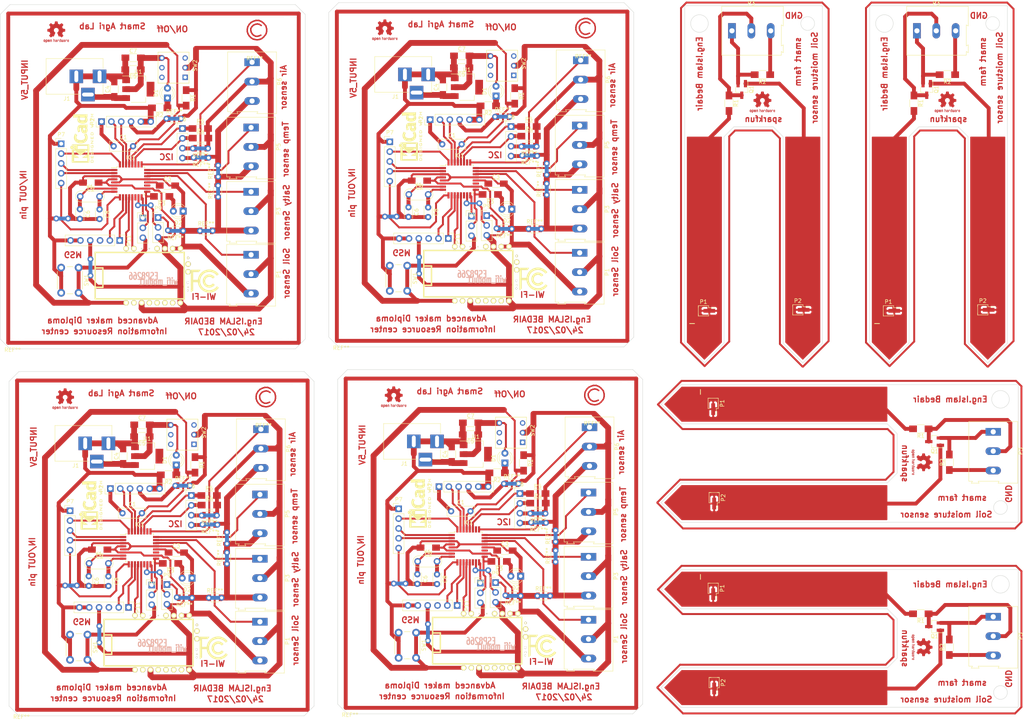
<source format=kicad_pcb>
(kicad_pcb (version 4) (host pcbnew 4.0.2-stable)
  (layers (0 F.Cu mixed) (31 B.Cu mixed) (34 B.Paste user) (35 F.Paste user) (36 B.SilkS user) (37 F.SilkS user) (38 B.Mask user) (39 F.Mask user) (44 Edge.Cuts user))
  (net 0 "")
  (net 1 DTR)
  (net 2 RESET)
  (net 3 VCC)
  (net 4 GND)
  (net 5 "Net-(C3-Pad1)")
  (net 6 "Net-(C4-Pad1)")
  (net 7 "Net-(C5-Pad1)")
  (net 8 "Net-(C6-Pad1)")
  (net 9 "Net-(C8-Pad1)")
  (net 10 "Net-(D1-Pad1)")
  (net 11 "Net-(D2-Pad2)")
  (net 12 "Net-(IC1-Pad1)")
  (net 13 "Net-(IC1-Pad2)")
  (net 14 "Net-(IC1-Pad9)")
  (net 15 /RX1)
  (net 16 /TX1)
  (net 17 "Net-(IC1-Pad14)")
  (net 18 mosi)
  (net 19 miso)
  (net 20 sck)
  (net 21 "Net-(IC1-Pad19)")
  (net 22 A7)
  (net 23 A1)
  (net 24 A2)
  (net 25 "Net-(IC1-Pad26)")
  (net 26 RXI)
  (net 27 TXO)
  (net 28 "Net-(IC1-Pad32)")
  (net 29 "Net-(wifi_modul1-Pad18)")
  (net 30 "Net-(wifi_modul1-Pad19)")
  (net 31 "Net-(wifi_modul1-Pad20)")
  (net 32 "Net-(wifi_modul1-Pad21)")
  (net 33 "Net-(wifi_modul1-Pad22)")
  (net 34 "Net-(wifi_modul1-Pad17)")
  (net 35 "Net-(wifi_modul1-Pad6)")
  (net 36 "Net-(wifi_modul1-Pad5)")
  (net 37 "Net-(wifi_modul1-Pad4)")
  (net 38 "Net-(wifi_modul1-Pad15)")
  (net 39 "Net-(wifi_modul1-Pad14)")
  (net 40 "Net-(wifi_modul1-Pad13)")
  (net 41 "Net-(wifi_modul1-Pad12)")
  (net 42 "Net-(wifi_modul1-Pad10)")
  (net 43 "Net-(P11-Pad3)")
  (net 44 /TX_GSM)
  (net 45 /RX_gsm)
  (net 46 A0)
  (net 47 /SDA)
  (net 48 /SCL)
  (net 49 "Net-(P1-Pad1)")
  (net 50 "Net-(P2-Pad1)")
  (net 51 /Signal)
  (module Pin_Headers:Pin_Header_Straight_1x06_Pitch2.54mm (layer F.Cu) (at 128.27 138.43 90)
    (fp_text reference P2 (at 0 -2.39 90) (layer F.SilkS))
    (fp_text value USB_to_TTL)
    (pad 1 thru_hole rect (at 0 0 90) (size 1.7 1.7) (drill 1) (layers *.Cu *.Mask) (net 1 DTR))
    (pad 2 thru_hole oval (at 0 2.54 90) (size 1.7 1.7) (drill 1) (layers *.Cu *.Mask) (net 27 TXO))
    (pad 3 thru_hole oval (at 0 5.08 90) (size 1.7 1.7) (drill 1) (layers *.Cu *.Mask) (net 26 RXI))
    (pad 4 thru_hole oval (at 0 7.62 90) (size 1.7 1.7) (drill 1) (layers *.Cu *.Mask) (net 3 VCC))
    (pad 5 thru_hole oval (at 0 10.16 90) (size 1.7 1.7) (drill 1) (layers *.Cu *.Mask) (net 4 GND))
    (pad 6 thru_hole oval (at 0 12.7 90) (size 1.7 1.7) (drill 1) (layers *.Cu *.Mask) (net 4 GND))
  )
  (module Capacitors_SMD:C_1206_HandSoldering (layer F.Cu) (at 136.398 124.968 180)
    (fp_text reference C5 (at 0 -1.75 180) (layer F.SilkS))
    (fp_text value 10uf)
    (pad 1 smd rect (at -2 0 180) (size 2 1.6) (layers F.Cu F.Paste F.Mask) (net 7 "Net-(C5-Pad1)"))
    (pad 2 smd rect (at 2 0 180) (size 2 1.6) (layers F.Cu F.Paste F.Mask) (net 4 GND))
  )
  (module Capacitors_SMD:C_1206_HandSoldering (layer F.Cu) (at 136.43 121.92)
    (fp_text reference C7 (at 0 -1.75) (layer F.SilkS))
    (fp_text value 100nf)
    (pad 1 smd rect (at -2 0) (size 2 1.6) (layers F.Cu F.Paste F.Mask) (net 4 GND))
    (pad 2 smd rect (at 2 0) (size 2 1.6) (layers F.Cu F.Paste F.Mask) (net 7 "Net-(C5-Pad1)"))
  )
  (module Connect:AK300-3 (layer F.Cu) (at 167.132 123.096 270)
    (fp_text reference P6 (at 5 -7.1 270) (layer F.SilkS))
    (fp_text value air_sensor)
    (pad 1 thru_hole rect (at 0 0 270) (size 1.98 3.96) (drill 1.32) (layers *.Cu F.Paste F.Mask) (net 24 A2))
    (pad 2 thru_hole oval (at 5 0 270) (size 1.98 3.96) (drill 1.32) (layers *.Cu F.Paste F.Mask) (net 3 VCC))
    (pad 3 thru_hole oval (at 10 0 270) (size 1.98 3.96) (drill 1.32) (layers *.Cu F.Paste F.Mask) (net 4 GND))
  )
  (module Connect:BARREL_JACK (layer F.Cu) (at 127.762 126.746)
    (fp_text reference J1 (at -8.45 5.75 180) (layer F.SilkS))
    (fp_text value JACK_2P)
    (pad 1 thru_hole rect (at 0 0) (size 3.5 3.5) (drill oval 1 3) (layers *.Cu *.Mask) (net 4 GND))
    (pad 2 thru_hole rect (at -6 0) (size 3.5 3.5) (drill oval 1 3) (layers *.Cu *.Mask) (net 4 GND))
    (pad 3 thru_hole rect (at -3 4.7) (size 3.5 3.5) (drill oval 3 1) (layers *.Cu *.Mask) (net 6 "Net-(C4-Pad1)"))
  )
  (module Capacitors_SMD:C_1206_HandSoldering (layer F.Cu) (at 125.508 154.178 180)
    (fp_text reference C2 (at 0 -1.75 180) (layer F.SilkS))
    (fp_text value 100nf)
    (pad 1 smd rect (at -2 0 180) (size 2 1.6) (layers F.Cu F.Paste F.Mask) (net 3 VCC))
    (pad 2 smd rect (at 2 0 180) (size 2 1.6) (layers F.Cu F.Paste F.Mask) (net 4 GND))
  )
  (module Symbols:KiCad-Logo2_6mm_SilkScreen (layer F.Cu) (at 123.19 142.748 90)
    (fp_text reference REF*** hide)
    (fp_text value KiCad-Logo2_6mm_SilkScreen hide)
  )
  (module Symbols:OSHW-Logo2_7.3x6mm_Copper (layer F.Cu) (at 116.586 115.316)
    (fp_text reference REF*** hide)
    (fp_text value OSHW-Logo2_7.3x6mm_Copper hide)
    (fp_poly (pts (xy -2.400256 1.919918) (xy -2.344799 1.947568) (xy -2.295852 1.99848) (xy -2.282371 2.017338) (xy -2.267686 2.042015) (xy -2.258158 2.068816) (xy -2.252707 2.104587) (xy -2.250253 2.156169) (xy -2.249714 2.224267) (xy -2.252148 2.317588) (xy -2.260606 2.387657) (xy -2.276826 2.439931) (xy -2.302546 2.479869) (xy -2.339503 2.512929) (xy -2.342218 2.514886) (xy -2.37864 2.534908) (xy -2.422498 2.544815) (xy -2.478276 2.547257) (xy -2.568952 2.547257) (xy -2.56899 2.635283) (xy -2.569834 2.684308) (xy -2.574976 2.713065) (xy -2.588413 2.730311) (xy -2.614142 2.744808) (xy -2.620321 2.747769) (xy -2.649236 2.761648) (xy -2.671624 2.770414) (xy -2.688271 2.771171) (xy -2.699964 2.761023) (xy -2.70749 2.737073) (xy -2.711634 2.696426) (xy -2.713185 2.636186) (xy -2.712929 2.553455) (xy -2.711651 2.445339) (xy -2.711252 2.413) (xy -2.709815 2.301524) (xy -2.708528 2.228603) (xy -2.569029 2.228603) (xy -2.568245 2.290499) (xy -2.56476 2.330997) (xy -2.556876 2.357708) (xy -2.542895 2.378244) (xy -2.533403 2.38826) (xy -2.494596 2.417567) (xy -2.460237 2.419952) (xy -2.424784 2.39575) (xy -2.423886 2.394857) (xy -2.409461 2.376153) (xy -2.400687 2.350732) (xy -2.396261 2.311584) (xy -2.394882 2.251697) (xy -2.394857 2.23843) (xy -2.398188 2.155901) (xy -2.409031 2.098691) (xy -2.42866 2.063766) (xy -2.45835 2.048094) (xy -2.475509 2.046514) (xy -2.516234 2.053926) (xy -2.544168 2.07833) (xy -2.560983 2.12298) (xy -2.56835 2.19113) (xy -2.569029 2.228603) (xy -2.708528 2.228603) (xy -2.708292 2.215245) (xy -2.706323 2.150333) (xy -2.70355 2.102958) (xy -2.699612 2.06929) (xy -2.694151 2.045498) (xy -2.686808 2.027753) (xy -2.677223 2.012224) (xy -2.673113 2.006381) (xy -2.618595 1.951185) (xy -2.549664 1.91989) (xy -2.469928 1.911165) (xy -2.400256 1.919918)) (layer F.Cu) (width 0.01))
    (fp_poly (pts (xy -1.283907 1.92778) (xy -1.237328 1.954723) (xy -1.204943 1.981466) (xy -1.181258 2.009484) (xy -1.164941 2.043748) (xy -1.154661 2.089227) (xy -1.149086 2.150892) (xy -1.146884 2.233711) (xy -1.146629 2.293246) (xy -1.146629 2.512391) (xy -1.208314 2.540044) (xy -1.27 2.567697) (xy -1.277257 2.32767) (xy -1.280256 2.238028) (xy -1.283402 2.172962) (xy -1.287299 2.128026) (xy -1.292553 2.09877) (xy -1.299769 2.080748) (xy -1.30955 2.069511) (xy -1.312688 2.067079) (xy -1.360239 2.048083) (xy -1.408303 2.0556) (xy -1.436914 2.075543) (xy -1.448553 2.089675) (xy -1.456609 2.10822) (xy -1.461729 2.136334) (xy -1.464559 2.179173) (xy -1.465744 2.241895) (xy -1.465943 2.307261) (xy -1.465982 2.389268) (xy -1.467386 2.447316) (xy -1.472086 2.486465) (xy -1.482013 2.51178) (xy -1.499097 2.528323) (xy -1.525268 2.541156) (xy -1.560225 2.554491) (xy -1.598404 2.569007) (xy -1.593859 2.311389) (xy -1.592029 2.218519) (xy -1.589888 2.149889) (xy -1.586819 2.100711) (xy -1.582206 2.066198) (xy -1.575432 2.041562) (xy -1.565881 2.022016) (xy -1.554366 2.00477) (xy -1.49881 1.94968) (xy -1.43102 1.917822) (xy -1.357287 1.910191) (xy -1.283907 1.92778)) (layer F.Cu) (width 0.01))
    (fp_poly (pts (xy -2.958885 1.921962) (xy -2.890855 1.957733) (xy -2.840649 2.015301) (xy -2.822815 2.052312) (xy -2.808937 2.107882) (xy -2.801833 2.178096) (xy -2.80116 2.254727) (xy -2.806573 2.329552) (xy -2.81773 2.394342) (xy -2.834286 2.440873) (xy -2.839374 2.448887) (xy -2.899645 2.508707) (xy -2.971231 2.544535) (xy -3.048908 2.55502) (xy -3.127452 2.53881) (xy -3.149311 2.529092) (xy -3.191878 2.499143) (xy -3.229237 2.459433) (xy -3.232768 2.454397) (xy -3.247119 2.430124) (xy -3.256606 2.404178) (xy -3.26221 2.370022) (xy -3.264914 2.321119) (xy -3.265701 2.250935) (xy -3.265714 2.2352) (xy -3.265678 2.230192) (xy -3.120571 2.230192) (xy -3.119727 2.29643) (xy -3.116404 2.340386) (xy -3.109417 2.368779) (xy -3.097584 2.388325) (xy -3.091543 2.394857) (xy -3.056814 2.41968) (xy -3.023097 2.418548) (xy -2.989005 2.397016) (xy -2.968671 2.374029) (xy -2.956629 2.340478) (xy -2.949866 2.287569) (xy -2.949402 2.281399) (xy -2.948248 2.185513) (xy -2.960312 2.114299) (xy -2.98543 2.068194) (xy -3.02344 2.047635) (xy -3.037008 2.046514) (xy -3.072636 2.052152) (xy -3.097006 2.071686) (xy -3.111907 2.109042) (xy -3.119125 2.16815) (xy -3.120571 2.230192) (xy -3.265678 2.230192) (xy -3.265174 2.160413) (xy -3.262904 2.108159) (xy -3.257932 2.071949) (xy -3.249287 2.045299) (xy -3.235995 2.021722) (xy -3.233057 2.017338) (xy -3.183687 1.958249) (xy -3.129891 1.923947) (xy -3.064398 1.910331) (xy -3.042158 1.909665) (xy -2.958885 1.921962)) (layer F.Cu) (width 0.01))
    (fp_poly (pts (xy -1.831697 1.931239) (xy -1.774473 1.969735) (xy -1.730251 2.025335) (xy -1.703833 2.096086) (xy -1.69849 2.148162) (xy -1.699097 2.169893) (xy -1.704178 2.186531) (xy -1.718145 2.201437) (xy -1.745411 2.217973) (xy -1.790388 2.239498) (xy -1.857489 2.269374) (xy -1.857829 2.269524) (xy -1.919593 2.297813) (xy -1.970241 2.322933) (xy -2.004596 2.342179) (xy -2.017482 2.352848) (xy -2.017486 2.352934) (xy -2.006128 2.376166) (xy -1.979569 2.401774) (xy -1.949077 2.420221) (xy -1.93363 2.423886) (xy -1.891485 2.411212) (xy -1.855192 2.379471) (xy -1.837483 2.344572) (xy -1.820448 2.318845) (xy -1.787078 2.289546) (xy -1.747851 2.264235) (xy -1.713244 2.250471) (xy -1.706007 2.249714) (xy -1.697861 2.26216) (xy -1.69737 2.293972) (xy -1.703357 2.336866) (xy -1.714643 2.382558) (xy -1.73005 2.422761) (xy -1.730829 2.424322) (xy -1.777196 2.489062) (xy -1.837289 2.533097) (xy -1.905535 2.554711) (xy -1.976362 2.552185) (xy -2.044196 2.523804) (xy -2.047212 2.521808) (xy -2.100573 2.473448) (xy -2.13566 2.410352) (xy -2.155078 2.327387) (xy -2.157684 2.304078) (xy -2.162299 2.194055) (xy -2.156767 2.142748) (xy -2.017486 2.142748) (xy -2.015676 2.174753) (xy -2.005778 2.184093) (xy -1.981102 2.177105) (xy -1.942205 2.160587) (xy -1.898725 2.139881) (xy -1.897644 2.139333) (xy -1.860791 2.119949) (xy -1.846 2.107013) (xy -1.849647 2.093451) (xy -1.865005 2.075632) (xy -1.904077 2.049845) (xy -1.946154 2.04795) (xy -1.983897 2.066717) (xy -2.009966 2.102915) (xy -2.017486 2.142748) (xy -2.156767 2.142748) (xy -2.152806 2.106027) (xy -2.12845 2.036212) (xy -2.094544 1.987302) (xy -2.033347 1.937878) (xy -1.965937 1.913359) (xy -1.89712 1.911797) (xy -1.831697 1.931239)) (layer F.Cu) (width 0.01))
    (fp_poly (pts (xy -0.624114 1.851289) (xy -0.619861 1.910613) (xy -0.614975 1.945572) (xy -0.608205 1.96082) (xy -0.598298 1.961015) (xy -0.595086 1.959195) (xy -0.552356 1.946015) (xy -0.496773 1.946785) (xy -0.440263 1.960333) (xy -0.404918 1.977861) (xy -0.368679 2.005861) (xy -0.342187 2.037549) (xy -0.324001 2.077813) (xy -0.312678 2.131543) (xy -0.306778 2.203626) (xy -0.304857 2.298951) (xy -0.304823 2.317237) (xy -0.3048 2.522646) (xy -0.350509 2.53858) (xy -0.382973 2.54942) (xy -0.400785 2.554468) (xy -0.401309 2.554514) (xy -0.403063 2.540828) (xy -0.404556 2.503076) (xy -0.405674 2.446224) (xy -0.406303 2.375234) (xy -0.4064 2.332073) (xy -0.406602 2.246973) (xy -0.407642 2.185981) (xy -0.410169 2.144177) (xy -0.414836 2.116642) (xy -0.422293 2.098456) (xy -0.433189 2.084698) (xy -0.439993 2.078073) (xy -0.486728 2.051375) (xy -0.537728 2.049375) (xy -0.583999 2.071955) (xy -0.592556 2.080107) (xy -0.605107 2.095436) (xy -0.613812 2.113618) (xy -0.619369 2.139909) (xy -0.622474 2.179562) (xy -0.623824 2.237832) (xy -0.624114 2.318173) (xy -0.624114 2.522646) (xy -0.669823 2.53858) (xy -0.702287 2.54942) (xy -0.720099 2.554468) (xy -0.720623 2.554514) (xy -0.721963 2.540623) (xy -0.723172 2.501439) (xy -0.724199 2.4407) (xy -0.724998 2.362141) (xy -0.725519 2.269498) (xy -0.725714 2.166509) (xy -0.725714 1.769342) (xy -0.678543 1.749444) (xy -0.631371 1.729547) (xy -0.624114 1.851289)) (layer F.Cu) (width 0.01))
    (fp_poly (pts (xy 0.039744 1.950968) (xy 0.096616 1.972087) (xy 0.097267 1.972493) (xy 0.13244 1.99838) (xy 0.158407 2.028633) (xy 0.17667 2.068058) (xy 0.188732 2.121462) (xy 0.196096 2.193651) (xy 0.200264 2.289432) (xy 0.200629 2.303078) (xy 0.205876 2.508842) (xy 0.161716 2.531678) (xy 0.129763 2.54711) (xy 0.11047 2.554423) (xy 0.109578 2.554514) (xy 0.106239 2.541022) (xy 0.103587 2.504626) (xy 0.101956 2.451452) (xy 0.1016 2.408393) (xy 0.101592 2.338641) (xy 0.098403 2.294837) (xy 0.087288 2.273944) (xy 0.063501 2.272925) (xy 0.022296 2.288741) (xy -0.039914 2.317815) (xy -0.085659 2.341963) (xy -0.109187 2.362913) (xy -0.116104 2.385747) (xy -0.116114 2.386877) (xy -0.104701 2.426212) (xy -0.070908 2.447462) (xy -0.019191 2.450539) (xy 0.018061 2.450006) (xy 0.037703 2.460735) (xy 0.049952 2.486505) (xy 0.057002 2.519337) (xy 0.046842 2.537966) (xy 0.043017 2.540632) (xy 0.007001 2.55134) (xy -0.043434 2.552856) (xy -0.095374 2.545759) (xy -0.132178 2.532788) (xy -0.183062 2.489585) (xy -0.211986 2.429446) (xy -0.217714 2.382462) (xy -0.213343 2.340082) (xy -0.197525 2.305488) (xy -0.166203 2.274763) (xy -0.115322 2.24399) (xy -0.040824 2.209252) (xy -0.036286 2.207288) (xy 0.030821 2.176287) (xy 0.072232 2.150862) (xy 0.089981 2.128014) (xy 0.086107 2.104745) (xy 0.062643 2.078056) (xy 0.055627 2.071914) (xy 0.00863 2.0481) (xy -0.040067 2.049103) (xy -0.082478 2.072451) (xy -0.110616 2.115675) (xy -0.113231 2.12416) (xy -0.138692 2.165308) (xy -0.170999 2.185128) (xy -0.217714 2.20477) (xy -0.217714 2.15395) (xy -0.203504 2.080082) (xy -0.161325 2.012327) (xy -0.139376 1.989661) (xy -0.089483 1.960569) (xy -0.026033 1.9474) (xy 0.039744 1.950968)) (layer F.Cu) (width 0.01))
    (fp_poly (pts (xy 0.529926 1.949755) (xy 0.595858 1.974084) (xy 0.649273 2.017117) (xy 0.670164 2.047409) (xy 0.692939 2.102994) (xy 0.692466 2.143186) (xy 0.668562 2.170217) (xy 0.659717 2.174813) (xy 0.62153 2.189144) (xy 0.602028 2.185472) (xy 0.595422 2.161407) (xy 0.595086 2.148114) (xy 0.582992 2.09921) (xy 0.551471 2.064999) (xy 0.507659 2.048476) (xy 0.458695 2.052634) (xy 0.418894 2.074227) (xy 0.40545 2.086544) (xy 0.395921 2.101487) (xy 0.389485 2.124075) (xy 0.385317 2.159328) (xy 0.382597 2.212266) (xy 0.380502 2.287907) (xy 0.37996 2.311857) (xy 0.377981 2.39379) (xy 0.375731 2.451455) (xy 0.372357 2.489608) (xy 0.367006 2.513004) (xy 0.358824 2.526398) (xy 0.346959 2.534545) (xy 0.339362 2.538144) (xy 0.307102 2.550452) (xy 0.288111 2.554514) (xy 0.281836 2.540948) (xy 0.278006 2.499934) (xy 0.2766 2.430999) (xy 0.277598 2.333669) (xy 0.277908 2.318657) (xy 0.280101 2.229859) (xy 0.282693 2.165019) (xy 0.286382 2.119067) (xy 0.291864 2.086935) (xy 0.299835 2.063553) (xy 0.310993 2.043852) (xy 0.31683 2.03541) (xy 0.350296 1.998057) (xy 0.387727 1.969003) (xy 0.392309 1.966467) (xy 0.459426 1.946443) (xy 0.529926 1.949755)) (layer F.Cu) (width 0.01))
    (fp_poly (pts (xy 1.190117 2.065358) (xy 1.189933 2.173837) (xy 1.189219 2.257287) (xy 1.187675 2.319704) (xy 1.185001 2.365085) (xy 1.180894 2.397429) (xy 1.175055 2.420733) (xy 1.167182 2.438995) (xy 1.161221 2.449418) (xy 1.111855 2.505945) (xy 1.049264 2.541377) (xy 0.980013 2.55409) (xy 0.910668 2.542463) (xy 0.869375 2.521568) (xy 0.826025 2.485422) (xy 0.796481 2.441276) (xy 0.778655 2.383462) (xy 0.770463 2.306313) (xy 0.769302 2.249714) (xy 0.769458 2.245647) (xy 0.870857 2.245647) (xy 0.871476 2.31055) (xy 0.874314 2.353514) (xy 0.88084 2.381622) (xy 0.892523 2.401953) (xy 0.906483 2.417288) (xy 0.953365 2.44689) (xy 1.003701 2.449419) (xy 1.051276 2.424705) (xy 1.054979 2.421356) (xy 1.070783 2.403935) (xy 1.080693 2.383209) (xy 1.086058 2.352362) (xy 1.088228 2.304577) (xy 1.088571 2.251748) (xy 1.087827 2.185381) (xy 1.084748 2.141106) (xy 1.078061 2.112009) (xy 1.066496 2.091173) (xy 1.057013 2.080107) (xy 1.01296 2.052198) (xy 0.962224 2.048843) (xy 0.913796 2.070159) (xy 0.90445 2.078073) (xy 0.88854 2.095647) (xy 0.87861 2.116587) (xy 0.873278 2.147782) (xy 0.871163 2.196122) (xy 0.870857 2.245647) (xy 0.769458 2.245647) (xy 0.77281 2.158568) (xy 0.784726 2.090086) (xy 0.807135 2.0386) (xy 0.842124 1.998443) (xy 0.869375 1.977861) (xy 0.918907 1.955625) (xy 0.976316 1.945304) (xy 1.029682 1.948067) (xy 1.059543 1.959212) (xy 1.071261 1.962383) (xy 1.079037 1.950557) (xy 1.084465 1.918866) (xy 1.088571 1.870593) (xy 1.093067 1.816829) (xy 1.099313 1.784482) (xy 1.110676 1.765985) (xy 1.130528 1.75377) (xy 1.143 1.748362) (xy 1.190171 1.728601) (xy 1.190117 2.065358)) (layer F.Cu) (width 0.01))
    (fp_poly (pts (xy 1.779833 1.958663) (xy 1.782048 1.99685) (xy 1.783784 2.054886) (xy 1.784899 2.12818) (xy 1.785257 2.205055) (xy 1.785257 2.465196) (xy 1.739326 2.511127) (xy 1.707675 2.539429) (xy 1.67989 2.550893) (xy 1.641915 2.550168) (xy 1.62684 2.548321) (xy 1.579726 2.542948) (xy 1.540756 2.539869) (xy 1.531257 2.539585) (xy 1.499233 2.541445) (xy 1.453432 2.546114) (xy 1.435674 2.548321) (xy 1.392057 2.551735) (xy 1.362745 2.54432) (xy 1.33368 2.521427) (xy 1.323188 2.511127) (xy 1.277257 2.465196) (xy 1.277257 1.978602) (xy 1.314226 1.961758) (xy 1.346059 1.949282) (xy 1.364683 1.944914) (xy 1.369458 1.958718) (xy 1.373921 1.997286) (xy 1.377775 2.056356) (xy 1.380722 2.131663) (xy 1.382143 2.195286) (xy 1.386114 2.445657) (xy 1.420759 2.450556) (xy 1.452268 2.447131) (xy 1.467708 2.436041) (xy 1.472023 2.415308) (xy 1.475708 2.371145) (xy 1.478469 2.309146) (xy 1.480012 2.234909) (xy 1.480235 2.196706) (xy 1.480457 1.976783) (xy 1.526166 1.960849) (xy 1.558518 1.950015) (xy 1.576115 1.944962) (xy 1.576623 1.944914) (xy 1.578388 1.958648) (xy 1.580329 1.99673) (xy 1.582282 2.054482) (xy 1.584084 2.127227) (xy 1.585343 2.195286) (xy 1.589314 2.445657) (xy 1.6764 2.445657) (xy 1.680396 2.21724) (xy 1.684392 1.988822) (xy 1.726847 1.966868) (xy 1.758192 1.951793) (xy 1.776744 1.944951) (xy 1.777279 1.944914) (xy 1.779833 1.958663)) (layer F.Cu) (width 0.01))
    (fp_poly (pts (xy 2.144876 1.956335) (xy 2.186667 1.975344) (xy 2.219469 1.998378) (xy 2.243503 2.024133) (xy 2.260097 2.057358) (xy 2.270577 2.1028) (xy 2.276271 2.165207) (xy 2.278507 2.249327) (xy 2.278743 2.304721) (xy 2.278743 2.520826) (xy 2.241774 2.53767) (xy 2.212656 2.549981) (xy 2.198231 2.554514) (xy 2.195472 2.541025) (xy 2.193282 2.504653) (xy 2.191942 2.451542) (xy 2.191657 2.409372) (xy 2.190434 2.348447) (xy 2.187136 2.300115) (xy 2.182321 2.270518) (xy 2.178496 2.264229) (xy 2.152783 2.270652) (xy 2.112418 2.287125) (xy 2.065679 2.309458) (xy 2.020845 2.333457) (xy 1.986193 2.35493) (xy 1.970002 2.369685) (xy 1.969938 2.369845) (xy 1.97133 2.397152) (xy 1.983818 2.423219) (xy 2.005743 2.444392) (xy 2.037743 2.451474) (xy 2.065092 2.450649) (xy 2.103826 2.450042) (xy 2.124158 2.459116) (xy 2.136369 2.483092) (xy 2.137909 2.487613) (xy 2.143203 2.521806) (xy 2.129047 2.542568) (xy 2.092148 2.552462) (xy 2.052289 2.554292) (xy 1.980562 2.540727) (xy 1.943432 2.521355) (xy 1.897576 2.475845) (xy 1.873256 2.419983) (xy 1.871073 2.360957) (xy 1.891629 2.305953) (xy 1.922549 2.271486) (xy 1.95342 2.252189) (xy 2.001942 2.227759) (xy 2.058485 2.202985) (xy 2.06791 2.199199) (xy 2.130019 2.171791) (xy 2.165822 2.147634) (xy 2.177337 2.123619) (xy 2.16658 2.096635) (xy 2.148114 2.075543) (xy 2.104469 2.049572) (xy 2.056446 2.047624) (xy 2.012406 2.067637) (xy 1.980709 2.107551) (xy 1.976549 2.117848) (xy 1.952327 2.155724) (xy 1.916965 2.183842) (xy 1.872343 2.206917) (xy 1.872343 2.141485) (xy 1.874969 2.101506) (xy 1.88623 2.069997) (xy 1.911199 2.036378) (xy 1.935169 2.010484) (xy 1.972441 1.973817) (xy 2.001401 1.954121) (xy 2.032505 1.94622) (xy 2.067713 1.944914) (xy 2.144876 1.956335)) (layer F.Cu) (width 0.01))
    (fp_poly (pts (xy 2.6526 1.958752) (xy 2.669948 1.966334) (xy 2.711356 1.999128) (xy 2.746765 2.046547) (xy 2.768664 2.097151) (xy 2.772229 2.122098) (xy 2.760279 2.156927) (xy 2.734067 2.175357) (xy 2.705964 2.186516) (xy 2.693095 2.188572) (xy 2.686829 2.173649) (xy 2.674456 2.141175) (xy 2.669028 2.126502) (xy 2.63859 2.075744) (xy 2.59452 2.050427) (xy 2.53801 2.051206) (xy 2.533825 2.052203) (xy 2.503655 2.066507) (xy 2.481476 2.094393) (xy 2.466327 2.139287) (xy 2.45725 2.204615) (xy 2.453286 2.293804) (xy 2.452914 2.341261) (xy 2.45273 2.416071) (xy 2.451522 2.467069) (xy 2.448309 2.499471) (xy 2.442109 2.518495) (xy 2.43194 2.529356) (xy 2.416819 2.537272) (xy 2.415946 2.53767) (xy 2.386828 2.549981) (xy 2.372403 2.554514) (xy 2.370186 2.540809) (xy 2.368289 2.502925) (xy 2.366847 2.445715) (xy 2.365998 2.374027) (xy 2.365829 2.321565) (xy 2.366692 2.220047) (xy 2.37007 2.143032) (xy 2.377142 2.086023) (xy 2.389088 2.044526) (xy 2.40709 2.014043) (xy 2.432327 1.99008) (xy 2.457247 1.973355) (xy 2.517171 1.951097) (xy 2.586911 1.946076) (xy 2.6526 1.958752)) (layer F.Cu) (width 0.01))
    (fp_poly (pts (xy 3.153595 1.966966) (xy 3.211021 2.004497) (xy 3.238719 2.038096) (xy 3.260662 2.099064) (xy 3.262405 2.147308) (xy 3.258457 2.211816) (xy 3.109686 2.276934) (xy 3.037349 2.310202) (xy 2.990084 2.336964) (xy 2.965507 2.360144) (xy 2.961237 2.382667) (xy 2.974889 2.407455) (xy 2.989943 2.423886) (xy 3.033746 2.450235) (xy 3.081389 2.452081) (xy 3.125145 2.431546) (xy 3.157289 2.390752) (xy 3.163038 2.376347) (xy 3.190576 2.331356) (xy 3.222258 2.312182) (xy 3.265714 2.295779) (xy 3.265714 2.357966) (xy 3.261872 2.400283) (xy 3.246823 2.435969) (xy 3.21528 2.476943) (xy 3.210592 2.482267) (xy 3.175506 2.51872) (xy 3.145347 2.538283) (xy 3.107615 2.547283) (xy 3.076335 2.55023) (xy 3.020385 2.550965) (xy 2.980555 2.54166) (xy 2.955708 2.527846) (xy 2.916656 2.497467) (xy 2.889625 2.464613) (xy 2.872517 2.423294) (xy 2.863238 2.367521) (xy 2.859693 2.291305) (xy 2.85941 2.252622) (xy 2.860372 2.206247) (xy 2.948007 2.206247) (xy 2.949023 2.231126) (xy 2.951556 2.2352) (xy 2.968274 2.229665) (xy 3.004249 2.215017) (xy 3.052331 2.19419) (xy 3.062386 2.189714) (xy 3.123152 2.158814) (xy 3.156632 2.131657) (xy 3.16399 2.10622) (xy 3.146391 2.080481) (xy 3.131856 2.069109) (xy 3.07941 2.046364) (xy 3.030322 2.050122) (xy 2.989227 2.077884) (xy 2.960758 2.127152) (xy 2.951631 2.166257) (xy 2.948007 2.206247) (xy 2.860372 2.206247) (xy 2.861285 2.162249) (xy 2.868196 2.095384) (xy 2.881884 2.046695) (xy 2.904096 2.010849) (xy 2.936574 1.982513) (xy 2.950733 1.973355) (xy 3.015053 1.949507) (xy 3.085473 1.948006) (xy 3.153595 1.966966)) (layer F.Cu) (width 0.01))
    (fp_poly (pts (xy 0.10391 -2.757652) (xy 0.182454 -2.757222) (xy 0.239298 -2.756058) (xy 0.278105 -2.753793) (xy 0.302538 -2.75006) (xy 0.316262 -2.744494) (xy 0.32294 -2.736727) (xy 0.326236 -2.726395) (xy 0.326556 -2.725057) (xy 0.331562 -2.700921) (xy 0.340829 -2.653299) (xy 0.353392 -2.587259) (xy 0.368287 -2.507872) (xy 0.384551 -2.420204) (xy 0.385119 -2.417125) (xy 0.40141 -2.331211) (xy 0.416652 -2.255304) (xy 0.429861 -2.193955) (xy 0.440054 -2.151718) (xy 0.446248 -2.133145) (xy 0.446543 -2.132816) (xy 0.464788 -2.123747) (xy 0.502405 -2.108633) (xy 0.551271 -2.090738) (xy 0.551543 -2.090642) (xy 0.613093 -2.067507) (xy 0.685657 -2.038035) (xy 0.754057 -2.008403) (xy 0.757294 -2.006938) (xy 0.868702 -1.956374) (xy 1.115399 -2.12484) (xy 1.191077 -2.176197) (xy 1.259631 -2.222111) (xy 1.317088 -2.25997) (xy 1.359476 -2.287163) (xy 1.382825 -2.301079) (xy 1.385042 -2.302111) (xy 1.40201 -2.297516) (xy 1.433701 -2.275345) (xy 1.481352 -2.234553) (xy 1.546198 -2.174095) (xy 1.612397 -2.109773) (xy 1.676214 -2.046388) (xy 1.733329 -1.988549) (xy 1.780305 -1.939825) (xy 1.813703 -1.90379) (xy 1.830085 -1.884016) (xy 1.830694 -1.882998) (xy 1.832505 -1.869428) (xy 1.825683 -1.847267) (xy 1.80854 -1.813522) (xy 1.779393 -1.7652) (xy 1.736555 -1.699308) (xy 1.679448 -1.614483) (xy 1.628766 -1.539823) (xy 1.583461 -1.47286) (xy 1.54615 -1.417484) (xy 1.519452 -1.37758) (xy 1.505985 -1.357038) (xy 1.505137 -1.355644) (xy 1.506781 -1.335962) (xy 1.519245 -1.297707) (xy 1.540048 -1.248111) (xy 1.547462 -1.232272) (xy 1.579814 -1.16171) (xy 1.614328 -1.081647) (xy 1.642365 -1.012371) (xy 1.662568 -0.960955) (xy 1.678615 -0.921881) (xy 1.687888 -0.901459) (xy 1.689041 -0.899886) (xy 1.706096 -0.897279) (xy 1.746298 -0.890137) (xy 1.804302 -0.879477) (xy 1.874763 -0.866315) (xy 1.952335 -0.851667) (xy 2.031672 -0.836551) (xy 2.107431 -0.821982) (xy 2.174264 -0.808978) (xy 2.226828 -0.798555) (xy 2.259776 -0.79173) (xy 2.267857 -0.789801) (xy 2.276205 -0.785038) (xy 2.282506 -0.774282) (xy 2.287045 -0.753902) (xy 2.290104 -0.720266) (xy 2.291967 -0.669745) (xy 2.292918 -0.598708) (xy 2.29324 -0.503524) (xy 2.293257 -0.464508) (xy 2.293257 -0.147201) (xy 2.217057 -0.132161) (xy 2.174663 -0.124005) (xy 2.1114 -0.112101) (xy 2.034962 -0.097884) (xy 1.953043 -0.08279) (xy 1.9304 -0.078645) (xy 1.854806 -0.063947) (xy 1.788953 -0.049495) (xy 1.738366 -0.036625) (xy 1.708574 -0.026678) (xy 1.703612 -0.023713) (xy 1.691426 -0.002717) (xy 1.673953 0.037967) (xy 1.654577 0.090322) (xy 1.650734 0.1016) (xy 1.625339 0.171523) (xy 1.593817 0.250418) (xy 1.562969 0.321266) (xy 1.562817 0.321595) (xy 1.511447 0.432733) (xy 1.680399 0.681253) (xy 1.849352 0.929772) (xy 1.632429 1.147058) (xy 1.566819 1.211726) (xy 1.506979 1.268733) (xy 1.456267 1.315033) (xy 1.418046 1.347584) (xy 1.395675 1.363343) (xy 1.392466 1.364343) (xy 1.373626 1.356469) (xy 1.33518 1.334578) (xy 1.28133 1.301267) (xy 1.216276 1.259131) (xy 1.14594 1.211943) (xy 1.074555 1.16381) (xy 1.010908 1.121928) (xy 0.959041 1.088871) (xy 0.922995 1.067218) (xy 0.906867 1.059543) (xy 0.887189 1.066037) (xy 0.849875 1.08315) (xy 0.802621 1.107326) (xy 0.797612 1.110013) (xy 0.733977 1.141927) (xy 0.690341 1.157579) (xy 0.663202 1.157745) (xy 0.649057 1.143204) (xy 0.648975 1.143) (xy 0.641905 1.125779) (xy 0.625042 1.084899) (xy 0.599695 1.023525) (xy 0.567171 0.944819) (xy 0.528778 0.851947) (xy 0.485822 0.748072) (xy 0.444222 0.647502) (xy 0.398504 0.536516) (xy 0.356526 0.433703) (xy 0.319548 0.342215) (xy 0.288827 0.265201) (xy 0.265622 0.205815) (xy 0.25119 0.167209) (xy 0.246743 0.1528) (xy 0.257896 0.136272) (xy 0.287069 0.10993) (xy 0.325971 0.080887) (xy 0.436757 -0.010961) (xy 0.523351 -0.116241) (xy 0.584716 -0.232734) (xy 0.619815 -0.358224) (xy 0.627608 -0.490493) (xy 0.621943 -0.551543) (xy 0.591078 -0.678205) (xy 0.53792 -0.790059) (xy 0.465767 -0.885999) (xy 0.377917 -0.964924) (xy 0.277665 -1.02573) (xy 0.16831 -1.067313) (xy 0.053147 -1.088572) (xy -0.064525 -1.088401) (xy -0.18141 -1.065699) (xy -0.294211 -1.019362) (xy -0.399631 -0.948287) (xy -0.443632 -0.908089) (xy -0.528021 -0.804871) (xy -0.586778 -0.692075) (xy -0.620296 -0.57299) (xy -0.628965 -0.450905) (xy -0.613177 -0.329107) (xy -0.573322 -0.210884) (xy -0.509793 -0.099525) (xy -0.422979 0.001684) (xy -0.325971 0.080887) (xy -0.285563 0.111162) (xy -0.257018 0.137219) (xy -0.246743 0.152825) (xy -0.252123 0.169843) (xy -0.267425 0.2105) (xy -0.291388 0.271642) (xy -0.322756 0.350119) (xy -0.360268 0.44278) (xy -0.402667 0.546472) (xy -0.444337 0.647526) (xy -0.49031 0.758607) (xy -0.532893 0.861541) (xy -0.570779 0.953165) (xy -0.60266 1.030316) (xy -0.627229 1.089831) (xy -0.64318 1.128544) (xy -0.64909 1.143) (xy -0.663052 1.157685) (xy -0.69006 1.157642) (xy -0.733587 1.142099) (xy -0.79711 1.110284) (xy -0.797612 1.110013) (xy -0.84544 1.085323) (xy -0.884103 1.067338) (xy -0.905905 1.059614) (xy -0.906867 1.059543) (xy -0.923279 1.067378) (xy -0.959513 1.089165) (xy -1.011526 1.122328) (xy -1.075275 1.164291) (xy -1.14594 1.211943) (xy -1.217884 1.260191) (xy -1.282726 1.302151) (xy -1.336265 1.335227) (xy -1.374303 1.356821) (xy -1.392467 1.364343) (xy -1.409192 1.354457) (xy -1.44282 1.326826) (xy -1.48999 1.284495) (xy -1.547342 1.230505) (xy -1.611516 1.167899) (xy -1.632503 1.146983) (xy -1.849501 0.929623) (xy -1.684332 0.68722) (xy -1.634136 0.612781) (xy -1.590081 0.545972) (xy -1.554638 0.490665) (xy -1.530281 0.450729) (xy -1.519478 0.430036) (xy -1.519162 0.428563) (xy -1.524857 0.409058) (xy -1.540174 0.369822) (xy -1.562463 0.31743) (xy -1.578107 0.282355) (xy -1.607359 0.215201) (xy -1.634906 0.147358) (xy -1.656263 0.090034) (xy -1.662065 0.072572) (xy -1.678548 0.025938) (xy -1.69466 -0.010095) (xy -1.70351 -0.023713) (xy -1.72304 -0.032048) (xy -1.765666 -0.043863) (xy -1.825855 -0.057819) (xy -1.898078 -0.072578) (xy -1.9304 -0.078645) (xy -2.012478 -0.093727) (xy -2.091205 -0.108331) (xy -2.158891 -0.12102) (xy -2.20784 -0.130358) (xy -2.217057 -0.132161) (xy -2.293257 -0.147201) (xy -2.293257 -0.464508) (xy -2.293086 -0.568846) (xy -2.292384 -0.647787) (xy -2.290866 -0.704962) (xy -2.288251 -0.744001) (xy -2.284254 -0.768535) (xy -2.278591 -0.782195) (xy -2.27098 -0.788611) (xy -2.267857 -0.789801) (xy -2.249022 -0.79402) (xy -2.207412 -0.802438) (xy -2.14837 -0.814039) (xy -2.077243 -0.827805) (xy -1.999375 -0.84272) (xy -1.920113 -0.857768) (xy -1.844802 -0.871931) (xy -1.778787 -0.884194) (xy -1.727413 -0.893539) (xy -1.696025 -0.89895) (xy -1.689041 -0.899886) (xy -1.682715 -0.912404) (xy -1.66871 -0.945754) (xy -1.649645 -0.993623) (xy -1.642366 -1.012371) (xy -1.613004 -1.084805) (xy -1.578429 -1.16483) (xy -1.547463 -1.232272) (xy -1.524677 -1.283841) (xy -1.509518 -1.326215) (xy -1.504458 -1.352166) (xy -1.505264 -1.355644) (xy -1.515959 -1.372064) (xy -1.54038 -1.408583) (xy -1.575905 -1.461313) (xy -1.619913 -1.526365) (xy -1.669783 -1.599849) (xy -1.679644 -1.614355) (xy -1.737508 -1.700296) (xy -1.780044 -1.765739) (xy -1.808946 -1.813696) (xy -1.82591 -1.84718) (xy -1.832633 -1.869205) (xy -1.83081 -1.882783) (xy -1.830764 -1.882869) (xy -1.816414 -1.900703) (xy -1.784677 -1.935183) (xy -1.73899 -1.982732) (xy -1.682796 -2.039778) (xy -1.619532 -2.102745) (xy -1.612398 -2.109773) (xy -1.53267 -2.18698) (xy -1.471143 -2.24367) (xy -1.426579 -2.28089) (xy -1.397743 -2.299685) (xy -1.385042 -2.302111) (xy -1.366506 -2.291529) (xy -1.328039 -2.267084) (xy -1.273614 -2.231388) (xy -1.207202 -2.187053) (xy -1.132775 -2.136689) (xy -1.115399 -2.12484) (xy -0.868703 -1.956374) (xy -0.757294 -2.006938) (xy -0.689543 -2.036405) (xy -0.616817 -2.066041) (xy -0.554297 -2.08967) (xy -0.551543 -2.090642) (xy -0.50264 -2.108543) (xy -0.464943 -2.12368) (xy -0.446575 -2.13279) (xy -0.446544 -2.132816) (xy -0.440715 -2.149283) (xy -0.430808 -2.189781) (xy -0.417805 -2.249758) (xy -0.402691 -2.32466) (xy -0.386448 -2.409936) (xy -0.385119 -2.417125) (xy -0.368825 -2.504986) (xy -0.353867 -2.58474) (xy -0.341209 -2.651319) (xy -0.331814 -2.699653) (xy -0.326646 -2.724675) (xy -0.326556 -2.725057) (xy -0.323411 -2.735701) (xy -0.317296 -2.743738) (xy -0.304547 -2.749533) (xy -0.2815 -2.753453) (xy -0.244491 -2.755865) (xy -0.189856 -2.757135) (xy -0.113933 -2.757629) (xy -0.013056 -2.757714) (xy 0 -2.757714) (xy 0.10391 -2.757652)) (layer F.Cu) (width 0.01))
  )
  (module Resistors_SMD:R_1206 (layer F.Cu) (at 147.066 137.668)
    (fp_text reference REF** (at 0 -1.85) (layer F.SilkS))
    (fp_text value R_1206)
    (pad 1 smd rect (at -1.45 0) (size 0.9 1.7) (layers F.Cu F.Paste F.Mask))
    (pad 2 smd rect (at 1.45 0) (size 0.9 1.7) (layers F.Cu F.Paste F.Mask))
  )
  (module LEDs:LED_D3.0mm (layer F.Cu) (at 145.288 132.334 90)
    (fp_text reference D1 (at 1.27 -2.96 90) (layer F.SilkS))
    (fp_text value Led_3mm)
    (pad 1 thru_hole rect (at 0 0 90) (size 1.8 1.8) (drill 0.9) (layers *.Cu *.Mask) (net 10 "Net-(D1-Pad1)"))
    (pad 2 thru_hole circle (at 2.54 0 90) (size 1.8 1.8) (drill 0.9) (layers *.Cu *.Mask) (net 7 "Net-(C5-Pad1)"))
  )
  (module Capacitors_SMD:C_1206_HandSoldering (layer F.Cu) (at 131.572 130.048 90)
    (fp_text reference C4 (at 0 -1.75 90) (layer F.SilkS))
    (fp_text value 10uf)
    (pad 1 smd rect (at -2 0 90) (size 2 1.6) (layers F.Cu F.Paste F.Mask) (net 6 "Net-(C4-Pad1)"))
    (pad 2 smd rect (at 2 0 90) (size 2 1.6) (layers F.Cu F.Paste F.Mask) (net 4 GND))
  )
  (module Resistors_SMD:R_1206_HandSoldering (layer F.Cu) (at 143.288 134.874 180)
    (fp_text reference R2 (at 0 -1.85 180) (layer F.SilkS))
    (fp_text value 1k)
    (pad 1 smd rect (at -2 0 180) (size 2 1.7) (layers F.Cu F.Paste F.Mask) (net 10 "Net-(D1-Pad1)"))
    (pad 2 smd rect (at 2 0 180) (size 2 1.7) (layers F.Cu F.Paste F.Mask) (net 4 GND))
  )
  (module TO_SOT_Packages_SMD:SOT-223 (layer F.Cu) (at 137.77 130.048)
    (fp_text reference U1 (at 0 -4.5) (layer F.SilkS))
    (fp_text value LT1117-3.3)
    (pad 4 smd rect (at 3.15 0) (size 2 3.8) (layers F.Cu F.Paste F.Mask))
    (pad 2 smd rect (at -3.15 0) (size 2 1.5) (layers F.Cu F.Paste F.Mask) (net 7 "Net-(C5-Pad1)"))
    (pad 3 smd rect (at -3.15 2.3) (size 2 1.5) (layers F.Cu F.Paste F.Mask) (net 6 "Net-(C4-Pad1)"))
    (pad 1 smd rect (at -3.15 -2.3) (size 2 1.5) (layers F.Cu F.Paste F.Mask) (net 4 GND))
  )
  (module Pin_Headers:Pin_Header_Straight_1x04_Pitch2.54mm (layer F.Cu) (at 149.1615 140.208)
    (fp_text reference P8 (at 0 -2.39) (layer F.SilkS))
    (fp_text value "TWO WIRE")
    (pad 1 thru_hole rect (at 0 0) (size 1.7 1.7) (drill 1) (layers *.Cu *.Mask) (net 48 /SCL))
    (pad 2 thru_hole oval (at 0 2.54) (size 1.7 1.7) (drill 1) (layers *.Cu *.Mask) (net 47 /SDA))
    (pad 3 thru_hole oval (at 0 5.08) (size 1.7 1.7) (drill 1) (layers *.Cu *.Mask) (net 3 VCC))
    (pad 4 thru_hole oval (at 0 7.62) (size 1.7 1.7) (drill 1) (layers *.Cu *.Mask) (net 4 GND))
  )
  (module Buttons_Switches_ThroughHole:SW_PUSH_x2 (layer F.Cu) (at 149.86 127 90)
    (fp_text reference SW2 (at 3.048 2.54 90) (layer F.SilkS))
    (fp_text value SPST)
    (pad 4 thru_hole rect (at 0 0 90) (size 1.397 1.397) (drill 0.8128) (layers *.Cu *.Mask))
    (pad 2 thru_hole circle (at 2.5 0 90) (size 1.397 1.397) (drill 0.8128) (layers *.Cu *.Mask) (net 3 VCC))
    (pad 3 thru_hole circle (at 5 0 90) (size 1.397 1.397) (drill 0.8128) (layers *.Cu *.Mask))
    (pad 1 thru_hole circle (at 5 -6 90) (size 1.397 1.397) (drill 0.8128) (layers *.Cu *.Mask) (net 7 "Net-(C5-Pad1)"))
    (pad 5 thru_hole circle (at 2.5 -6 90) (size 1.397 1.397) (drill 0.8128) (layers *.Cu *.Mask))
    (pad 6 thru_hole circle (at 0 -6 90) (size 1.397 1.397) (drill 0.8128) (layers *.Cu *.Mask))
  )
  (module Symbols:Symbol_CC-ShareAlike_CopperTop_Small (layer F.Cu) (at 168.402 114.808 180)
    (fp_text reference REF** (at 0.59944 -7.29996 180) (layer F.SilkS))
    (fp_text value Symbol_CC-ShareAlike_CopperTop_Small)
    (fp_line (start -1.09982 1.19888) (end -0.59944 1.50114) (layer F.Cu) (width 0.381))
    (fp_line (start -0.59944 1.50114) (end -0.09906 1.6002) (layer F.Cu) (width 0.381))
    (fp_line (start -0.09906 1.6002) (end 0.39878 1.50114) (layer F.Cu) (width 0.381))
    (fp_line (start 0.39878 1.50114) (end 0.89916 1.30048) (layer F.Cu) (width 0.381))
    (fp_line (start 0.89916 1.30048) (end 1.30048 0.89916) (layer F.Cu) (width 0.381))
    (fp_line (start 1.30048 0.89916) (end 1.6002 0.39878) (layer F.Cu) (width 0.381))
    (fp_line (start 1.6002 0.39878) (end 1.6002 0) (layer F.Cu) (width 0.381))
    (fp_line (start 1.6002 0) (end 1.50114 -0.50038) (layer F.Cu) (width 0.381))
    (fp_line (start 1.50114 -0.50038) (end 1.19888 -1.00076) (layer F.Cu) (width 0.381))
    (fp_line (start 1.19888 -1.00076) (end 0.89916 -1.30048) (layer F.Cu) (width 0.381))
    (fp_line (start 0.89916 -1.30048) (end 0.29972 -1.6002) (layer F.Cu) (width 0.381))
    (fp_line (start 0.29972 -1.6002) (end -0.09906 -1.6002) (layer F.Cu) (width 0.381))
    (fp_line (start -0.09906 -1.6002) (end -0.50038 -1.50114) (layer F.Cu) (width 0.381))
    (fp_line (start -0.50038 -1.50114) (end -1.00076 -1.30048) (layer F.Cu) (width 0.381))
    (fp_line (start 0 -2.49936) (end -0.09906 -2.49936) (layer F.Cu) (width 0.381))
    (fp_line (start -0.09906 -2.49936) (end -0.70104 -2.4003) (layer F.Cu) (width 0.381))
    (fp_line (start -0.70104 -2.4003) (end -1.19888 -2.19964) (layer F.Cu) (width 0.381))
    (fp_line (start -1.19888 -2.19964) (end -1.69926 -1.80086) (layer F.Cu) (width 0.381))
    (fp_line (start -1.69926 -1.80086) (end -2.19964 -1.19888) (layer F.Cu) (width 0.381))
    (fp_line (start -2.19964 -1.19888) (end -2.4003 -0.8001) (layer F.Cu) (width 0.381))
    (fp_line (start -2.4003 -0.8001) (end -2.49936 -0.29972) (layer F.Cu) (width 0.381))
    (fp_line (start -2.49936 -0.29972) (end -2.49936 0.29972) (layer F.Cu) (width 0.381))
    (fp_line (start -2.49936 0.29972) (end -2.30124 1.09982) (layer F.Cu) (width 0.381))
    (fp_line (start -2.30124 1.09982) (end -1.69926 1.80086) (layer F.Cu) (width 0.381))
    (fp_line (start -1.69926 1.80086) (end -1.19888 2.19964) (layer F.Cu) (width 0.381))
    (fp_line (start -1.19888 2.19964) (end -0.50038 2.49936) (layer F.Cu) (width 0.381))
    (fp_line (start -0.50038 2.49936) (end 0.29972 2.49936) (layer F.Cu) (width 0.381))
    (fp_line (start 0.29972 2.49936) (end 0.89916 2.30124) (layer F.Cu) (width 0.381))
    (fp_line (start 0.89916 2.30124) (end 1.50114 1.99898) (layer F.Cu) (width 0.381))
    (fp_line (start 1.50114 1.99898) (end 1.99898 1.50114) (layer F.Cu) (width 0.381))
    (fp_line (start 1.99898 1.50114) (end 2.4003 0.8001) (layer F.Cu) (width 0.381))
    (fp_line (start 2.4003 0.8001) (end 2.49936 0.20066) (layer F.Cu) (width 0.381))
    (fp_line (start 2.49936 0.20066) (end 2.49936 -0.39878) (layer F.Cu) (width 0.381))
    (fp_line (start 2.49936 -0.39878) (end 2.30124 -1.00076) (layer F.Cu) (width 0.381))
    (fp_line (start 2.30124 -1.00076) (end 1.99898 -1.50114) (layer F.Cu) (width 0.381))
    (fp_line (start 1.99898 -1.50114) (end 1.50114 -1.99898) (layer F.Cu) (width 0.381))
    (fp_line (start 1.50114 -1.99898) (end 1.00076 -2.30124) (layer F.Cu) (width 0.381))
    (fp_line (start 1.00076 -2.30124) (end 0.59944 -2.4003) (layer F.Cu) (width 0.381))
    (fp_line (start 0.59944 -2.4003) (end 0 -2.49936) (layer F.Cu) (width 0.381))
  )
  (module Resistors_SMD:R_1206_HandSoldering (layer F.Cu) (at 150.114 132.302 270)
    (fp_text reference R1 (at 0 -1.85 270) (layer F.SilkS))
    (fp_text value R)
    (pad 1 smd rect (at -2 0 270) (size 2 1.7) (layers F.Cu F.Paste F.Mask) (net 3 VCC))
    (pad 2 smd rect (at 2 0 270) (size 2 1.7) (layers F.Cu F.Paste F.Mask) (net 2 RESET))
  )
  (module Pin_Headers:Pin_Header_Straight_1x05_Pitch2.54mm (layer F.Cu) (at 117.856 144.145)
    (fp_text reference P7 (at 0 -2.39) (layer F.SilkS))
    (fp_text value IN/OUTPUT)
    (pad 5 thru_hole rect (at 0 0) (size 1.7 1.7) (drill 1) (layers *.Cu *.Mask) (net 4 GND))
    (pad 1 thru_hole oval (at 0 2.54) (size 1.7 1.7) (drill 1) (layers *.Cu *.Mask) (net 28 "Net-(IC1-Pad32)"))
    (pad 2 thru_hole oval (at 0 5.08) (size 1.7 1.7) (drill 1) (layers *.Cu *.Mask) (net 12 "Net-(IC1-Pad1)"))
    (pad 3 thru_hole oval (at 0 7.62) (size 1.7 1.7) (drill 1) (layers *.Cu *.Mask) (net 13 "Net-(IC1-Pad2)"))
    (pad 4 thru_hole oval (at 0 10.16) (size 1.7 1.7) (drill 1) (layers *.Cu *.Mask) (net 14 "Net-(IC1-Pad9)"))
  )
  (module Crystals:Resonator-2pin_w7.0mm_h2.5mm (layer F.Cu) (at 122.762 157.734)
    (fp_text reference Y1 (at 2.5 -2.45) (layer F.SilkS))
    (fp_text value 8_MHZ)
    (pad 1 thru_hole circle (at 0 0) (size 1.7 1.7) (drill 1) (layers *.Cu *.Mask) (net 8 "Net-(C6-Pad1)"))
    (pad 2 thru_hole circle (at 5 0) (size 1.7 1.7) (drill 1) (layers *.Cu *.Mask) (net 9 "Net-(C8-Pad1)"))
  )
  (module Pin_Headers:Pin_Header_Straight_1x03_Pitch2.54mm (layer F.Cu) (at 138.938 163.322)
    (fp_text reference P4 (at 0.127 -0.381) (layer F.SilkS))
    (fp_text value isp2)
    (pad 1 thru_hole rect (at 0 0) (size 1.7 1.7) (drill 1) (layers *.Cu *.Mask) (net 19 miso))
    (pad 2 thru_hole oval (at 0 2.54) (size 1.7 1.7) (drill 1) (layers *.Cu *.Mask) (net 20 sck))
    (pad 3 thru_hole oval (at 0 5.08) (size 1.7 1.7) (drill 1) (layers *.Cu *.Mask) (net 2 RESET))
  )
  (module Esp12:esp12 (layer F.Cu) (at 139.62126 178.19624 180)
    (fp_text reference wifi_modul1 (at -3.302 -1.490376 180) (layer B.SilkS) (effects (font (size 1.778 1.143) (thickness 0.28702)) (justify mirror)))
    (fp_text value ESP8266 (at 0.52324 -0.14224 180) (layer B.SilkS) (effects (font (size 1.778 1.143) (thickness 0.28702)) (justify mirror)))
    (pad 18 thru_hole circle (at -11.00074 -2.99974 270) (size 0.397 0.397) (drill 0.3) (layers *.Cu *.Mask F.SilkS) (net 29 "Net-(wifi_modul1-Pad18)"))
    (pad 19 thru_hole circle (at -10.922 -1.778 270) (size 0.6 0.6) (drill 0.6) (layers *.Cu *.Mask F.SilkS) (net 30 "Net-(wifi_modul1-Pad19)"))
    (pad 20 thru_hole circle (at -11.00074 1.00076 270) (size 1.397 1.397) (drill 0.8128) (layers *.Cu *.Mask F.SilkS) (net 31 "Net-(wifi_modul1-Pad20)"))
    (pad 21 thru_hole circle (at -11.00074 2.99974 270) (size 1.397 1.397) (drill 0.8128) (layers *.Cu *.Mask F.SilkS) (net 32 "Net-(wifi_modul1-Pad21)"))
    (pad 22 thru_hole circle (at -11.00074 4.572 270) (size 0.6 0.6) (drill 0.3) (layers *.Cu *.Mask F.SilkS) (net 33 "Net-(wifi_modul1-Pad22)"))
    (pad 17 thru_hole circle (at -10.922 -3.81 270) (size 0.397 0.397) (drill 0.3) (layers *.Cu *.Mask F.SilkS) (net 34 "Net-(wifi_modul1-Pad17)"))
    (pad 1 thru_hole circle (at -8.99922 7.00024 180) (size 1.397 1.397) (drill 0.8128) (layers *.Cu *.Mask F.SilkS) (net 4 GND))
    (pad 8 thru_hole circle (at 5.00126 7.00024 180) (size 1.397 1.397) (drill 0.8128) (layers *.Cu *.Mask F.SilkS) (net 15 /RX1))
    (pad 7 thru_hole circle (at 2.99974 7.00024 180) (size 1.397 1.397) (drill 0.8128) (layers *.Cu *.Mask F.SilkS) (net 16 /TX1))
    (pad 6 thru_hole circle (at 1.00076 7.00024 180) (size 0.3 0.3) (drill 0.2) (layers *.Cu *.Mask F.SilkS) (net 35 "Net-(wifi_modul1-Pad6)"))
    (pad 5 thru_hole circle (at -0.99822 7.00024 180) (size 0.3 0.3) (drill 0.2) (layers *.Cu *.Mask F.SilkS) (net 36 "Net-(wifi_modul1-Pad5)"))
    (pad 4 thru_hole circle (at -2.99974 7.00024 180) (size 1.397 1.397) (drill 0.8128) (layers *.Cu *.Mask F.SilkS) (net 37 "Net-(wifi_modul1-Pad4)"))
    (pad 3 thru_hole circle (at -4.99872 7.00024 180) (size 1.397 1.397) (drill 0.8128) (layers *.Cu *.Mask F.SilkS) (net 3 VCC))
    (pad 2 thru_hole circle (at -7.00024 7.00024 180) (size 1.397 1.397) (drill 0.8128) (layers *.Cu *.Mask F.SilkS) (net 4 GND))
    (pad 15 thru_hole circle (at -7.00278 -7.00024 180) (size 1.397 1.397) (drill 0.8128) (layers *.Cu *.Mask F.SilkS) (net 38 "Net-(wifi_modul1-Pad15)"))
    (pad 14 thru_hole circle (at -5.00126 -7.00024 180) (size 1.397 1.397) (drill 0.8128) (layers *.Cu *.Mask F.SilkS) (net 39 "Net-(wifi_modul1-Pad14)"))
    (pad 13 thru_hole circle (at -3.00228 -7.00024 180) (size 1.397 1.397) (drill 0.8128) (layers *.Cu *.Mask F.SilkS) (net 40 "Net-(wifi_modul1-Pad13)"))
    (pad 12 thru_hole circle (at -1.00076 -7.00024 180) (size 1.397 1.397) (drill 0.8128) (layers *.Cu *.Mask F.SilkS) (net 41 "Net-(wifi_modul1-Pad12)"))
    (pad 11 thru_hole circle (at 0.99822 -7.00024 180) (size 1.397 1.397) (drill 0.8128) (layers *.Cu *.Mask F.SilkS) (net 3 VCC))
    (pad 10 thru_hole circle (at 2.9972 -7.00024 180) (size 1.397 1.397) (drill 0.8128) (layers *.Cu *.Mask F.SilkS) (net 42 "Net-(wifi_modul1-Pad10)"))
    (pad 9 thru_hole circle (at 4.99872 -7.00024 180) (size 1.397 1.397) (drill 0.8128) (layers *.Cu *.Mask F.SilkS) (net 2 RESET))
    (pad 16 thru_hole circle (at -9.00176 -7.00024 180) (size 1.397 1.397) (drill 0.8128) (layers *.Cu *.Mask F.SilkS) (net 3 VCC))
  )
  (module Housings_QFP:TQFP-32_7x7mm_Pitch0.8mm (layer F.Cu) (at 135.815952 153.723)
    (fp_text reference IC1 (at 0 -6.05) (layer F.SilkS))
    (fp_text value ATMEGA328P-M)
    (pad 1 smd rect (at -4.25 -2.8) (size 1.6 0.55) (layers F.Cu F.Paste F.Mask) (net 12 "Net-(IC1-Pad1)"))
    (pad 2 smd rect (at -4.25 -2) (size 1.6 0.55) (layers F.Cu F.Paste F.Mask) (net 13 "Net-(IC1-Pad2)"))
    (pad 3 smd rect (at -4.25 -1.2) (size 1.6 0.55) (layers F.Cu F.Paste F.Mask) (net 4 GND))
    (pad 4 smd rect (at -4.25 -0.4) (size 1.6 0.55) (layers F.Cu F.Paste F.Mask) (net 3 VCC))
    (pad 5 smd rect (at -4.25 0.4) (size 1.6 0.55) (layers F.Cu F.Paste F.Mask) (net 4 GND))
    (pad 6 smd rect (at -4.25 1.2) (size 1.6 0.55) (layers F.Cu F.Paste F.Mask) (net 3 VCC))
    (pad 7 smd rect (at -4.25 2) (size 1.6 0.55) (layers F.Cu F.Paste F.Mask) (net 8 "Net-(C6-Pad1)"))
    (pad 8 smd rect (at -4.25 2.8) (size 1.6 0.55) (layers F.Cu F.Paste F.Mask) (net 9 "Net-(C8-Pad1)"))
    (pad 9 smd rect (at -2.8 4.25 90) (size 1.6 0.55) (layers F.Cu F.Paste F.Mask) (net 14 "Net-(IC1-Pad9)"))
    (pad 10 smd rect (at -2 4.25 90) (size 1.6 0.55) (layers F.Cu F.Paste F.Mask) (net 45 /RX_gsm))
    (pad 11 smd rect (at -1.2 4.25 90) (size 1.6 0.55) (layers F.Cu F.Paste F.Mask) (net 44 /TX_GSM))
    (pad 12 smd rect (at -0.4 4.25 90) (size 1.6 0.55) (layers F.Cu F.Paste F.Mask) (net 15 /RX1))
    (pad 13 smd rect (at 0.4 4.25 90) (size 1.6 0.55) (layers F.Cu F.Paste F.Mask) (net 16 /TX1))
    (pad 14 smd rect (at 1.2 4.25 90) (size 1.6 0.55) (layers F.Cu F.Paste F.Mask) (net 17 "Net-(IC1-Pad14)"))
    (pad 15 smd rect (at 2 4.25 90) (size 1.6 0.55) (layers F.Cu F.Paste F.Mask) (net 18 mosi))
    (pad 16 smd rect (at 2.8 4.25 90) (size 1.6 0.55) (layers F.Cu F.Paste F.Mask) (net 19 miso))
    (pad 17 smd rect (at 4.25 2.8) (size 1.6 0.55) (layers F.Cu F.Paste F.Mask) (net 20 sck))
    (pad 18 smd rect (at 4.25 2) (size 1.6 0.55) (layers F.Cu F.Paste F.Mask) (net 3 VCC))
    (pad 19 smd rect (at 4.25 1.2) (size 1.6 0.55) (layers F.Cu F.Paste F.Mask) (net 21 "Net-(IC1-Pad19)"))
    (pad 20 smd rect (at 4.25 0.4) (size 1.6 0.55) (layers F.Cu F.Paste F.Mask) (net 5 "Net-(C3-Pad1)"))
    (pad 21 smd rect (at 4.25 -0.4) (size 1.6 0.55) (layers F.Cu F.Paste F.Mask) (net 4 GND))
    (pad 22 smd rect (at 4.25 -1.2) (size 1.6 0.55) (layers F.Cu F.Paste F.Mask) (net 22 A7))
    (pad 23 smd rect (at 4.25 -2) (size 1.6 0.55) (layers F.Cu F.Paste F.Mask) (net 46 A0))
    (pad 24 smd rect (at 4.25 -2.8) (size 1.6 0.55) (layers F.Cu F.Paste F.Mask) (net 23 A1))
    (pad 25 smd rect (at 2.8 -4.25 90) (size 1.6 0.55) (layers F.Cu F.Paste F.Mask) (net 24 A2))
    (pad 26 smd rect (at 2 -4.25 90) (size 1.6 0.55) (layers F.Cu F.Paste F.Mask) (net 25 "Net-(IC1-Pad26)"))
    (pad 27 smd rect (at 1.2 -4.25 90) (size 1.6 0.55) (layers F.Cu F.Paste F.Mask) (net 47 /SDA))
    (pad 28 smd rect (at 0.4 -4.25 90) (size 1.6 0.55) (layers F.Cu F.Paste F.Mask) (net 48 /SCL))
    (pad 29 smd rect (at -0.4 -4.25 90) (size 1.6 0.55) (layers F.Cu F.Paste F.Mask) (net 2 RESET))
    (pad 30 smd rect (at -1.2 -4.25 90) (size 1.6 0.55) (layers F.Cu F.Paste F.Mask) (net 26 RXI))
    (pad 31 smd rect (at -2 -4.25 90) (size 1.6 0.55) (layers F.Cu F.Paste F.Mask) (net 27 TXO))
    (pad 32 smd rect (at -2.8 -4.25 90) (size 1.6 0.55) (layers F.Cu F.Paste F.Mask) (net 28 "Net-(IC1-Pad32)"))
  )
  (module "Smart agri lab:EuroBoard_halb_Type-I_80mmX75mm_holes_pcb" (layer F.Cu) (at 104.188 195.532)
    (fp_text reference REF** (at 1.134 1.82) (layer F.SilkS))
    (fp_text value EuroBoard_halb_Type-I_100mmX80mm_holes)
    (fp_line (start 0 0) (end 0 -85) (layer F.Cu) (width 1))
    (fp_line (start 0 -85) (end 75 -85) (layer F.Cu) (width 1))
    (fp_line (start 75 -85) (end 75 0) (layer F.Cu) (width 1))
    (fp_line (start 75 0) (end 0 0) (layer F.Cu) (width 1))
    (pad "" np_thru_hole circle (at 3 -3) (size 3.50012 3.50012) (drill 3.50012) (layers *.Cu *.Mask))
    (pad "" np_thru_hole circle (at 5.00126 -80) (size 3.50012 3.50012) (drill 3.50012) (layers *.Cu *.Mask))
    (pad "" np_thru_hole circle (at 72 -82) (size 3.50012 3.50012) (drill 3.50012) (layers *.Cu *.Mask))
    (pad "" np_thru_hole circle (at 72 -3) (size 3.50012 3.50012) (drill 3.50012) (layers *.Cu *.Mask))
  )
  (module Housings_QFP:TQFP-32_7x7mm_Pitch0.8mm (layer F.Cu) (at 133.529952 58.981)
    (fp_text reference IC1 (at 0 -6.05) (layer F.SilkS))
    (fp_text value ATMEGA328P-M)
    (pad 1 smd rect (at -4.25 -2.8) (size 1.6 0.55) (layers F.Cu F.Paste F.Mask) (net 12 "Net-(IC1-Pad1)"))
    (pad 2 smd rect (at -4.25 -2) (size 1.6 0.55) (layers F.Cu F.Paste F.Mask) (net 13 "Net-(IC1-Pad2)"))
    (pad 3 smd rect (at -4.25 -1.2) (size 1.6 0.55) (layers F.Cu F.Paste F.Mask) (net 4 GND))
    (pad 4 smd rect (at -4.25 -0.4) (size 1.6 0.55) (layers F.Cu F.Paste F.Mask) (net 3 VCC))
    (pad 5 smd rect (at -4.25 0.4) (size 1.6 0.55) (layers F.Cu F.Paste F.Mask) (net 4 GND))
    (pad 6 smd rect (at -4.25 1.2) (size 1.6 0.55) (layers F.Cu F.Paste F.Mask) (net 3 VCC))
    (pad 7 smd rect (at -4.25 2) (size 1.6 0.55) (layers F.Cu F.Paste F.Mask) (net 8 "Net-(C6-Pad1)"))
    (pad 8 smd rect (at -4.25 2.8) (size 1.6 0.55) (layers F.Cu F.Paste F.Mask) (net 9 "Net-(C8-Pad1)"))
    (pad 9 smd rect (at -2.8 4.25 90) (size 1.6 0.55) (layers F.Cu F.Paste F.Mask) (net 14 "Net-(IC1-Pad9)"))
    (pad 10 smd rect (at -2 4.25 90) (size 1.6 0.55) (layers F.Cu F.Paste F.Mask) (net 45 /RX_gsm))
    (pad 11 smd rect (at -1.2 4.25 90) (size 1.6 0.55) (layers F.Cu F.Paste F.Mask) (net 44 /TX_GSM))
    (pad 12 smd rect (at -0.4 4.25 90) (size 1.6 0.55) (layers F.Cu F.Paste F.Mask) (net 15 /RX1))
    (pad 13 smd rect (at 0.4 4.25 90) (size 1.6 0.55) (layers F.Cu F.Paste F.Mask) (net 16 /TX1))
    (pad 14 smd rect (at 1.2 4.25 90) (size 1.6 0.55) (layers F.Cu F.Paste F.Mask) (net 17 "Net-(IC1-Pad14)"))
    (pad 15 smd rect (at 2 4.25 90) (size 1.6 0.55) (layers F.Cu F.Paste F.Mask) (net 18 mosi))
    (pad 16 smd rect (at 2.8 4.25 90) (size 1.6 0.55) (layers F.Cu F.Paste F.Mask) (net 19 miso))
    (pad 17 smd rect (at 4.25 2.8) (size 1.6 0.55) (layers F.Cu F.Paste F.Mask) (net 20 sck))
    (pad 18 smd rect (at 4.25 2) (size 1.6 0.55) (layers F.Cu F.Paste F.Mask) (net 3 VCC))
    (pad 19 smd rect (at 4.25 1.2) (size 1.6 0.55) (layers F.Cu F.Paste F.Mask) (net 21 "Net-(IC1-Pad19)"))
    (pad 20 smd rect (at 4.25 0.4) (size 1.6 0.55) (layers F.Cu F.Paste F.Mask) (net 5 "Net-(C3-Pad1)"))
    (pad 21 smd rect (at 4.25 -0.4) (size 1.6 0.55) (layers F.Cu F.Paste F.Mask) (net 4 GND))
    (pad 22 smd rect (at 4.25 -1.2) (size 1.6 0.55) (layers F.Cu F.Paste F.Mask) (net 22 A7))
    (pad 23 smd rect (at 4.25 -2) (size 1.6 0.55) (layers F.Cu F.Paste F.Mask) (net 46 A0))
    (pad 24 smd rect (at 4.25 -2.8) (size 1.6 0.55) (layers F.Cu F.Paste F.Mask) (net 23 A1))
    (pad 25 smd rect (at 2.8 -4.25 90) (size 1.6 0.55) (layers F.Cu F.Paste F.Mask) (net 24 A2))
    (pad 26 smd rect (at 2 -4.25 90) (size 1.6 0.55) (layers F.Cu F.Paste F.Mask) (net 25 "Net-(IC1-Pad26)"))
    (pad 27 smd rect (at 1.2 -4.25 90) (size 1.6 0.55) (layers F.Cu F.Paste F.Mask) (net 47 /SDA))
    (pad 28 smd rect (at 0.4 -4.25 90) (size 1.6 0.55) (layers F.Cu F.Paste F.Mask) (net 48 /SCL))
    (pad 29 smd rect (at -0.4 -4.25 90) (size 1.6 0.55) (layers F.Cu F.Paste F.Mask) (net 2 RESET))
    (pad 30 smd rect (at -1.2 -4.25 90) (size 1.6 0.55) (layers F.Cu F.Paste F.Mask) (net 26 RXI))
    (pad 31 smd rect (at -2 -4.25 90) (size 1.6 0.55) (layers F.Cu F.Paste F.Mask) (net 27 TXO))
    (pad 32 smd rect (at -2.8 -4.25 90) (size 1.6 0.55) (layers F.Cu F.Paste F.Mask) (net 28 "Net-(IC1-Pad32)"))
  )
  (module Capacitors_ThroughHole:C_Disc_D7.0mm_W2.5mm_P5.00mm (layer F.Cu) (at 129.112 50.038)
    (fp_text reference C1 (at 2.5 -2.31) (layer F.SilkS))
    (fp_text value 100nf)
    (pad 1 thru_hole circle (at 0 0) (size 1.6 1.6) (drill 0.8) (layers *.Cu *.Mask) (net 1 DTR))
    (pad 2 thru_hole circle (at 5 0) (size 1.6 1.6) (drill 0.8) (layers *.Cu *.Mask) (net 2 RESET))
  )
  (module Pin_Headers:Pin_Header_Straight_1x03_Pitch2.54mm (layer F.Cu) (at 136.652 68.58)
    (fp_text reference P4 (at 0.127 -0.381) (layer F.SilkS))
    (fp_text value isp2)
    (pad 1 thru_hole rect (at 0 0) (size 1.7 1.7) (drill 1) (layers *.Cu *.Mask) (net 19 miso))
    (pad 2 thru_hole oval (at 0 2.54) (size 1.7 1.7) (drill 1) (layers *.Cu *.Mask) (net 20 sck))
    (pad 3 thru_hole oval (at 0 5.08) (size 1.7 1.7) (drill 1) (layers *.Cu *.Mask) (net 2 RESET))
  )
  (module Capacitors_ThroughHole:C_Disc_D3.0mm_W2.0mm_P2.50mm (layer F.Cu) (at 125.476 66.334 270)
    (fp_text reference C8 (at 1.25 -2.06 270) (layer F.SilkS))
    (fp_text value 22pf)
    (pad 1 thru_hole circle (at 0 0 270) (size 1.6 1.6) (drill 0.8) (layers *.Cu *.Mask) (net 9 "Net-(C8-Pad1)"))
    (pad 2 thru_hole circle (at 2.5 0 270) (size 1.6 1.6) (drill 0.8) (layers *.Cu *.Mask) (net 4 GND))
  )
  (module Crystals:Resonator-2pin_w7.0mm_h2.5mm (layer F.Cu) (at 120.476 62.992)
    (fp_text reference Y1 (at 2.5 -2.45) (layer F.SilkS))
    (fp_text value 8_MHZ)
    (pad 1 thru_hole circle (at 0 0) (size 1.7 1.7) (drill 1) (layers *.Cu *.Mask) (net 8 "Net-(C6-Pad1)"))
    (pad 2 thru_hole circle (at 5 0) (size 1.7 1.7) (drill 1) (layers *.Cu *.Mask) (net 9 "Net-(C8-Pad1)"))
  )
  (module Capacitors_SMD:C_1206_HandSoldering (layer F.Cu) (at 123.222 59.436 180)
    (fp_text reference C2 (at 0 -1.75 180) (layer F.SilkS))
    (fp_text value 100nf)
    (pad 1 smd rect (at -2 0 180) (size 2 1.6) (layers F.Cu F.Paste F.Mask) (net 3 VCC))
    (pad 2 smd rect (at 2 0 180) (size 2 1.6) (layers F.Cu F.Paste F.Mask) (net 4 GND))
  )
  (module Capacitors_ThroughHole:C_Disc_D3.0mm_W2.0mm_P2.50mm (layer F.Cu) (at 120.396 66.294 270)
    (fp_text reference C6 (at 1.25 -2.06 270) (layer F.SilkS))
    (fp_text value 22pf)
    (pad 1 thru_hole circle (at 0 0 270) (size 1.6 1.6) (drill 0.8) (layers *.Cu *.Mask) (net 8 "Net-(C6-Pad1)"))
    (pad 2 thru_hole circle (at 2.5 0 270) (size 1.6 1.6) (drill 0.8) (layers *.Cu *.Mask) (net 4 GND))
  )
  (module Resistors_SMD:R_1206 (layer F.Cu) (at 155.956 56.462 90)
    (fp_text reference REF** (at 0 -1.85 90) (layer F.SilkS))
    (fp_text value R_1206)
    (pad 1 smd rect (at -1.45 0 90) (size 0.9 1.7) (layers F.Cu F.Paste F.Mask))
    (pad 2 smd rect (at 1.45 0 90) (size 0.9 1.7) (layers F.Cu F.Paste F.Mask))
  )
  (module Connect:AK300-3 (layer F.Cu) (at 164.592 61.802 270)
    (fp_text reference P3 (at 5 -7.1 270) (layer F.SilkS))
    (fp_text value salty_sensor)
    (pad 1 thru_hole rect (at 0 0 270) (size 1.98 3.96) (drill 1.32) (layers *.Cu F.Paste F.Mask) (net 46 A0))
    (pad 2 thru_hole oval (at 5 0 270) (size 1.98 3.96) (drill 1.32) (layers *.Cu F.Paste F.Mask) (net 3 VCC))
    (pad 3 thru_hole oval (at 10 0 270) (size 1.98 3.96) (drill 1.32) (layers *.Cu F.Paste F.Mask) (net 4 GND))
  )
  (module Connect:AK300-3 (layer F.Cu) (at 164.592 45.212 270)
    (fp_text reference P5 (at 5 -7.1 270) (layer F.SilkS))
    (fp_text value temp_sensor)
    (pad 1 thru_hole rect (at 0 0 270) (size 1.98 3.96) (drill 1.32) (layers *.Cu F.Paste F.Mask) (net 23 A1))
    (pad 2 thru_hole oval (at 5 0 270) (size 1.98 3.96) (drill 1.32) (layers *.Cu F.Paste F.Mask) (net 3 VCC))
    (pad 3 thru_hole oval (at 10 0 270) (size 1.98 3.96) (drill 1.32) (layers *.Cu F.Paste F.Mask) (net 4 GND))
  )
  (module Resistors_SMD:R_1206 (layer F.Cu) (at 155.956 61.542 90)
    (fp_text reference REF** (at 0 -1.85 90) (layer F.SilkS))
    (fp_text value R_1206)
    (pad 1 smd rect (at -1.45 0 90) (size 0.9 1.7) (layers F.Cu F.Paste F.Mask))
    (pad 2 smd rect (at 1.45 0 90) (size 0.9 1.7) (layers F.Cu F.Paste F.Mask))
  )
  (module Pin_Headers:Pin_Header_Straight_1x06_Pitch2.54mm (layer F.Cu) (at 125.984 43.688 90)
    (fp_text reference P2 (at 0 -2.39 90) (layer F.SilkS))
    (fp_text value USB_to_TTL)
    (pad 1 thru_hole rect (at 0 0 90) (size 1.7 1.7) (drill 1) (layers *.Cu *.Mask) (net 1 DTR))
    (pad 2 thru_hole oval (at 0 2.54 90) (size 1.7 1.7) (drill 1) (layers *.Cu *.Mask) (net 27 TXO))
    (pad 3 thru_hole oval (at 0 5.08 90) (size 1.7 1.7) (drill 1) (layers *.Cu *.Mask) (net 26 RXI))
    (pad 4 thru_hole oval (at 0 7.62 90) (size 1.7 1.7) (drill 1) (layers *.Cu *.Mask) (net 3 VCC))
    (pad 5 thru_hole oval (at 0 10.16 90) (size 1.7 1.7) (drill 1) (layers *.Cu *.Mask) (net 4 GND))
    (pad 6 thru_hole oval (at 0 12.7 90) (size 1.7 1.7) (drill 1) (layers *.Cu *.Mask) (net 4 GND))
  )
  (module LEDs:LED_D3.0mm (layer F.Cu) (at 143.002 37.592 90)
    (fp_text reference D1 (at 1.27 -2.96 90) (layer F.SilkS))
    (fp_text value Led_3mm)
    (pad 1 thru_hole rect (at 0 0 90) (size 1.8 1.8) (drill 0.9) (layers *.Cu *.Mask) (net 10 "Net-(D1-Pad1)"))
    (pad 2 thru_hole circle (at 2.54 0 90) (size 1.8 1.8) (drill 0.9) (layers *.Cu *.Mask) (net 7 "Net-(C5-Pad1)"))
  )
  (module Buttons_Switches_ThroughHole:SW_PUSH_x2 (layer F.Cu) (at 147.574 32.258 90)
    (fp_text reference SW2 (at 3.048 2.54 90) (layer F.SilkS))
    (fp_text value SPST)
    (pad 4 thru_hole rect (at 0 0 90) (size 1.397 1.397) (drill 0.8128) (layers *.Cu *.Mask))
    (pad 2 thru_hole circle (at 2.5 0 90) (size 1.397 1.397) (drill 0.8128) (layers *.Cu *.Mask) (net 3 VCC))
    (pad 3 thru_hole circle (at 5 0 90) (size 1.397 1.397) (drill 0.8128) (layers *.Cu *.Mask))
    (pad 1 thru_hole circle (at 5 -6 90) (size 1.397 1.397) (drill 0.8128) (layers *.Cu *.Mask) (net 7 "Net-(C5-Pad1)"))
    (pad 5 thru_hole circle (at 2.5 -6 90) (size 1.397 1.397) (drill 0.8128) (layers *.Cu *.Mask))
    (pad 6 thru_hole circle (at 0 -6 90) (size 1.397 1.397) (drill 0.8128) (layers *.Cu *.Mask))
  )
  (module Connect:AK300-3 (layer F.Cu) (at 164.846 28.354 270)
    (fp_text reference P6 (at 5 -7.1 270) (layer F.SilkS))
    (fp_text value air_sensor)
    (pad 1 thru_hole rect (at 0 0 270) (size 1.98 3.96) (drill 1.32) (layers *.Cu F.Paste F.Mask) (net 24 A2))
    (pad 2 thru_hole oval (at 5 0 270) (size 1.98 3.96) (drill 1.32) (layers *.Cu F.Paste F.Mask) (net 3 VCC))
    (pad 3 thru_hole oval (at 10 0 270) (size 1.98 3.96) (drill 1.32) (layers *.Cu F.Paste F.Mask) (net 4 GND))
  )
  (module Symbols:Symbol_CC-ShareAlike_CopperTop_Small (layer F.Cu) (at 166.116 20.066 180)
    (fp_text reference REF** (at 0.59944 -7.29996 180) (layer F.SilkS))
    (fp_text value Symbol_CC-ShareAlike_CopperTop_Small)
    (fp_line (start -1.09982 1.19888) (end -0.59944 1.50114) (layer F.Cu) (width 0.381))
    (fp_line (start -0.59944 1.50114) (end -0.09906 1.6002) (layer F.Cu) (width 0.381))
    (fp_line (start -0.09906 1.6002) (end 0.39878 1.50114) (layer F.Cu) (width 0.381))
    (fp_line (start 0.39878 1.50114) (end 0.89916 1.30048) (layer F.Cu) (width 0.381))
    (fp_line (start 0.89916 1.30048) (end 1.30048 0.89916) (layer F.Cu) (width 0.381))
    (fp_line (start 1.30048 0.89916) (end 1.6002 0.39878) (layer F.Cu) (width 0.381))
    (fp_line (start 1.6002 0.39878) (end 1.6002 0) (layer F.Cu) (width 0.381))
    (fp_line (start 1.6002 0) (end 1.50114 -0.50038) (layer F.Cu) (width 0.381))
    (fp_line (start 1.50114 -0.50038) (end 1.19888 -1.00076) (layer F.Cu) (width 0.381))
    (fp_line (start 1.19888 -1.00076) (end 0.89916 -1.30048) (layer F.Cu) (width 0.381))
    (fp_line (start 0.89916 -1.30048) (end 0.29972 -1.6002) (layer F.Cu) (width 0.381))
    (fp_line (start 0.29972 -1.6002) (end -0.09906 -1.6002) (layer F.Cu) (width 0.381))
    (fp_line (start -0.09906 -1.6002) (end -0.50038 -1.50114) (layer F.Cu) (width 0.381))
    (fp_line (start -0.50038 -1.50114) (end -1.00076 -1.30048) (layer F.Cu) (width 0.381))
    (fp_line (start 0 -2.49936) (end -0.09906 -2.49936) (layer F.Cu) (width 0.381))
    (fp_line (start -0.09906 -2.49936) (end -0.70104 -2.4003) (layer F.Cu) (width 0.381))
    (fp_line (start -0.70104 -2.4003) (end -1.19888 -2.19964) (layer F.Cu) (width 0.381))
    (fp_line (start -1.19888 -2.19964) (end -1.69926 -1.80086) (layer F.Cu) (width 0.381))
    (fp_line (start -1.69926 -1.80086) (end -2.19964 -1.19888) (layer F.Cu) (width 0.381))
    (fp_line (start -2.19964 -1.19888) (end -2.4003 -0.8001) (layer F.Cu) (width 0.381))
    (fp_line (start -2.4003 -0.8001) (end -2.49936 -0.29972) (layer F.Cu) (width 0.381))
    (fp_line (start -2.49936 -0.29972) (end -2.49936 0.29972) (layer F.Cu) (width 0.381))
    (fp_line (start -2.49936 0.29972) (end -2.30124 1.09982) (layer F.Cu) (width 0.381))
    (fp_line (start -2.30124 1.09982) (end -1.69926 1.80086) (layer F.Cu) (width 0.381))
    (fp_line (start -1.69926 1.80086) (end -1.19888 2.19964) (layer F.Cu) (width 0.381))
    (fp_line (start -1.19888 2.19964) (end -0.50038 2.49936) (layer F.Cu) (width 0.381))
    (fp_line (start -0.50038 2.49936) (end 0.29972 2.49936) (layer F.Cu) (width 0.381))
    (fp_line (start 0.29972 2.49936) (end 0.89916 2.30124) (layer F.Cu) (width 0.381))
    (fp_line (start 0.89916 2.30124) (end 1.50114 1.99898) (layer F.Cu) (width 0.381))
    (fp_line (start 1.50114 1.99898) (end 1.99898 1.50114) (layer F.Cu) (width 0.381))
    (fp_line (start 1.99898 1.50114) (end 2.4003 0.8001) (layer F.Cu) (width 0.381))
    (fp_line (start 2.4003 0.8001) (end 2.49936 0.20066) (layer F.Cu) (width 0.381))
    (fp_line (start 2.49936 0.20066) (end 2.49936 -0.39878) (layer F.Cu) (width 0.381))
    (fp_line (start 2.49936 -0.39878) (end 2.30124 -1.00076) (layer F.Cu) (width 0.381))
    (fp_line (start 2.30124 -1.00076) (end 1.99898 -1.50114) (layer F.Cu) (width 0.381))
    (fp_line (start 1.99898 -1.50114) (end 1.50114 -1.99898) (layer F.Cu) (width 0.381))
    (fp_line (start 1.50114 -1.99898) (end 1.00076 -2.30124) (layer F.Cu) (width 0.381))
    (fp_line (start 1.00076 -2.30124) (end 0.59944 -2.4003) (layer F.Cu) (width 0.381))
    (fp_line (start 0.59944 -2.4003) (end 0 -2.49936) (layer F.Cu) (width 0.381))
  )
  (module Resistors_SMD:R_1206 (layer F.Cu) (at 152.982 71.882)
    (fp_text reference REF** (at 0 -1.85) (layer F.SilkS))
    (fp_text value R_1206)
    (pad 1 smd rect (at -1.45 0) (size 0.9 1.7) (layers F.Cu F.Paste F.Mask))
    (pad 2 smd rect (at 1.45 0) (size 0.9 1.7) (layers F.Cu F.Paste F.Mask))
  )
  (module "Smart agri lab:EuroBoard_halb_Type-I_80mmX75mm_holes_pcb" (layer F.Cu) (at 101.902 100.79)
    (fp_text reference REF** (at 1.134 1.82) (layer F.SilkS))
    (fp_text value EuroBoard_halb_Type-I_100mmX80mm_holes)
    (fp_line (start 0 0) (end 0 -85) (layer F.Cu) (width 1))
    (fp_line (start 0 -85) (end 75 -85) (layer F.Cu) (width 1))
    (fp_line (start 75 -85) (end 75 0) (layer F.Cu) (width 1))
    (fp_line (start 75 0) (end 0 0) (layer F.Cu) (width 1))
    (pad "" np_thru_hole circle (at 3 -3) (size 3.50012 3.50012) (drill 3.50012) (layers *.Cu *.Mask))
    (pad "" np_thru_hole circle (at 5.00126 -80) (size 3.50012 3.50012) (drill 3.50012) (layers *.Cu *.Mask))
    (pad "" np_thru_hole circle (at 72 -82) (size 3.50012 3.50012) (drill 3.50012) (layers *.Cu *.Mask))
    (pad "" np_thru_hole circle (at 72 -3) (size 3.50012 3.50012) (drill 3.50012) (layers *.Cu *.Mask))
  )
  (module Pin_Headers:Pin_Header_Straight_1x06_Pitch2.54mm (layer F.Cu) (at 130.683 74.3585 270)
    (fp_text reference P11 (at 0 -2.39 270) (layer F.SilkS))
    (fp_text value "gsm module")
    (pad 1 thru_hole rect (at 0 0 270) (size 1.7 1.7) (drill 1) (layers *.Cu *.Mask) (net 44 /TX_GSM))
    (pad 2 thru_hole oval (at 0 2.54 270) (size 1.7 1.7) (drill 1) (layers *.Cu *.Mask) (net 45 /RX_gsm))
    (pad 3 thru_hole oval (at 0 5.08 270) (size 1.7 1.7) (drill 1) (layers *.Cu *.Mask) (net 43 "Net-(P11-Pad3)"))
    (pad 4 thru_hole oval (at 0 7.62 270) (size 1.7 1.7) (drill 1) (layers *.Cu *.Mask) (net 3 VCC))
    (pad 5 thru_hole oval (at 0 10.16 270) (size 1.7 1.7) (drill 1) (layers *.Cu *.Mask) (net 4 GND))
    (pad 6 thru_hole oval (at 0 12.7 270) (size 1.7 1.7) (drill 1) (layers *.Cu *.Mask) (net 4 GND))
  )
  (module Buttons_Switches_ThroughHole:SW_PUSH_6mm_h4.3mm (layer F.Cu) (at 120.07 81.384 270)
    (fp_text reference SW1 (at 3.25 -2 270) (layer F.SilkS))
    (fp_text value SW_PUSH)
    (pad 2 thru_hole circle (at 0 4.5) (size 2 2) (drill 1.1) (layers *.Cu *.Mask) (net 4 GND))
    (pad 1 thru_hole circle (at 0 0) (size 2 2) (drill 1.1) (layers *.Cu *.Mask) (net 2 RESET))
    (pad 2 thru_hole circle (at 6.5 4.5) (size 2 2) (drill 1.1) (layers *.Cu *.Mask) (net 4 GND))
    (pad 1 thru_hole circle (at 6.5 0) (size 2 2) (drill 1.1) (layers *.Cu *.Mask) (net 2 RESET))
  )
  (module Esp12:esp12 (layer F.Cu) (at 137.33526 83.45424 180)
    (fp_text reference wifi_modul1 (at -3.302 -1.490376 180) (layer B.SilkS) (effects (font (size 1.778 1.143) (thickness 0.28702)) (justify mirror)))
    (fp_text value ESP8266 (at 0.52324 -0.14224 180) (layer B.SilkS) (effects (font (size 1.778 1.143) (thickness 0.28702)) (justify mirror)))
    (pad 18 thru_hole circle (at -11.00074 -2.99974 270) (size 0.397 0.397) (drill 0.3) (layers *.Cu *.Mask F.SilkS) (net 29 "Net-(wifi_modul1-Pad18)"))
    (pad 19 thru_hole circle (at -10.922 -1.778 270) (size 0.6 0.6) (drill 0.6) (layers *.Cu *.Mask F.SilkS) (net 30 "Net-(wifi_modul1-Pad19)"))
    (pad 20 thru_hole circle (at -11.00074 1.00076 270) (size 1.397 1.397) (drill 0.8128) (layers *.Cu *.Mask F.SilkS) (net 31 "Net-(wifi_modul1-Pad20)"))
    (pad 21 thru_hole circle (at -11.00074 2.99974 270) (size 1.397 1.397) (drill 0.8128) (layers *.Cu *.Mask F.SilkS) (net 32 "Net-(wifi_modul1-Pad21)"))
    (pad 22 thru_hole circle (at -11.00074 4.572 270) (size 0.6 0.6) (drill 0.3) (layers *.Cu *.Mask F.SilkS) (net 33 "Net-(wifi_modul1-Pad22)"))
    (pad 17 thru_hole circle (at -10.922 -3.81 270) (size 0.397 0.397) (drill 0.3) (layers *.Cu *.Mask F.SilkS) (net 34 "Net-(wifi_modul1-Pad17)"))
    (pad 1 thru_hole circle (at -8.99922 7.00024 180) (size 1.397 1.397) (drill 0.8128) (layers *.Cu *.Mask F.SilkS) (net 4 GND))
    (pad 8 thru_hole circle (at 5.00126 7.00024 180) (size 1.397 1.397) (drill 0.8128) (layers *.Cu *.Mask F.SilkS) (net 15 /RX1))
    (pad 7 thru_hole circle (at 2.99974 7.00024 180) (size 1.397 1.397) (drill 0.8128) (layers *.Cu *.Mask F.SilkS) (net 16 /TX1))
    (pad 6 thru_hole circle (at 1.00076 7.00024 180) (size 0.3 0.3) (drill 0.2) (layers *.Cu *.Mask F.SilkS) (net 35 "Net-(wifi_modul1-Pad6)"))
    (pad 5 thru_hole circle (at -0.99822 7.00024 180) (size 0.3 0.3) (drill 0.2) (layers *.Cu *.Mask F.SilkS) (net 36 "Net-(wifi_modul1-Pad5)"))
    (pad 4 thru_hole circle (at -2.99974 7.00024 180) (size 1.397 1.397) (drill 0.8128) (layers *.Cu *.Mask F.SilkS) (net 37 "Net-(wifi_modul1-Pad4)"))
    (pad 3 thru_hole circle (at -4.99872 7.00024 180) (size 1.397 1.397) (drill 0.8128) (layers *.Cu *.Mask F.SilkS) (net 3 VCC))
    (pad 2 thru_hole circle (at -7.00024 7.00024 180) (size 1.397 1.397) (drill 0.8128) (layers *.Cu *.Mask F.SilkS) (net 4 GND))
    (pad 15 thru_hole circle (at -7.00278 -7.00024 180) (size 1.397 1.397) (drill 0.8128) (layers *.Cu *.Mask F.SilkS) (net 38 "Net-(wifi_modul1-Pad15)"))
    (pad 14 thru_hole circle (at -5.00126 -7.00024 180) (size 1.397 1.397) (drill 0.8128) (layers *.Cu *.Mask F.SilkS) (net 39 "Net-(wifi_modul1-Pad14)"))
    (pad 13 thru_hole circle (at -3.00228 -7.00024 180) (size 1.397 1.397) (drill 0.8128) (layers *.Cu *.Mask F.SilkS) (net 40 "Net-(wifi_modul1-Pad13)"))
    (pad 12 thru_hole circle (at -1.00076 -7.00024 180) (size 1.397 1.397) (drill 0.8128) (layers *.Cu *.Mask F.SilkS) (net 41 "Net-(wifi_modul1-Pad12)"))
    (pad 11 thru_hole circle (at 0.99822 -7.00024 180) (size 1.397 1.397) (drill 0.8128) (layers *.Cu *.Mask F.SilkS) (net 3 VCC))
    (pad 10 thru_hole circle (at 2.9972 -7.00024 180) (size 1.397 1.397) (drill 0.8128) (layers *.Cu *.Mask F.SilkS) (net 42 "Net-(wifi_modul1-Pad10)"))
    (pad 9 thru_hole circle (at 4.99872 -7.00024 180) (size 1.397 1.397) (drill 0.8128) (layers *.Cu *.Mask F.SilkS) (net 2 RESET))
    (pad 16 thru_hole circle (at -9.00176 -7.00024 180) (size 1.397 1.397) (drill 0.8128) (layers *.Cu *.Mask F.SilkS) (net 3 VCC))
  )
  (module Symbols:FCC-Logo_7.3x6mm_SilkScreen (layer F.Cu) (at 152.654 84.836)
    (fp_text reference REF*** hide)
    (fp_text value FCC-Logo_7.3x6mm_SilkScreen hide)
  )
  (module Connect:AK300-3 (layer F.Cu) (at 164.592 78.058 270)
    (fp_text reference P1 (at 5 -7.1 270) (layer F.SilkS))
    (fp_text value soil_sensor)
    (pad 1 thru_hole rect (at 0 0 270) (size 1.98 3.96) (drill 1.32) (layers *.Cu F.Paste F.Mask) (net 22 A7))
    (pad 2 thru_hole oval (at 5 0 270) (size 1.98 3.96) (drill 1.32) (layers *.Cu F.Paste F.Mask) (net 3 VCC))
    (pad 3 thru_hole oval (at 10 0 270) (size 1.98 3.96) (drill 1.32) (layers *.Cu F.Paste F.Mask) (net 4 GND))
  )
  (module Pin_Headers:Pin_Header_Straight_1x03_Pitch2.54mm (layer F.Cu) (at 140.589 68.453)
    (fp_text reference P9 (at 0 -2.39) (layer F.SilkS))
    (fp_text value isp1)
    (pad 1 thru_hole rect (at 0 0) (size 1.7 1.7) (drill 1) (layers *.Cu *.Mask) (net 4 GND))
    (pad 2 thru_hole oval (at 0 2.54) (size 1.7 1.7) (drill 1) (layers *.Cu *.Mask) (net 18 mosi))
    (pad 3 thru_hole oval (at 0 5.08) (size 1.7 1.7) (drill 1) (layers *.Cu *.Mask) (net 3 VCC))
  )
  (module LEDs:LED_D3.0mm (layer F.Cu) (at 147.066 66.802 180)
    (fp_text reference D2 (at 1.27 -2.96 180) (layer F.SilkS))
    (fp_text value Led_Small)
    (pad 1 thru_hole rect (at 0 0 180) (size 1.8 1.8) (drill 0.9) (layers *.Cu *.Mask) (net 4 GND))
    (pad 2 thru_hole circle (at 2.54 0 180) (size 1.8 1.8) (drill 0.9) (layers *.Cu *.Mask) (net 11 "Net-(D2-Pad2)"))
  )
  (module Resistors_SMD:R_1206_HandSoldering (layer F.Cu) (at 141.51 62.992 180)
    (fp_text reference R3 (at 0 -1.85 180) (layer F.SilkS))
    (fp_text value 1k)
    (pad 1 smd rect (at -2 0 180) (size 2 1.7) (layers F.Cu F.Paste F.Mask) (net 11 "Net-(D2-Pad2)"))
    (pad 2 smd rect (at 2 0 180) (size 2 1.7) (layers F.Cu F.Paste F.Mask) (net 20 sck))
  )
  (module Resistors_SMD:R_1206 (layer F.Cu) (at 145.108 71.882 180)
    (fp_text reference REF** (at 0 -1.85 180) (layer F.SilkS))
    (fp_text value R_1206)
    (pad 1 smd rect (at -1.45 0 180) (size 0.9 1.7) (layers F.Cu F.Paste F.Mask))
    (pad 2 smd rect (at 1.45 0 180) (size 0.9 1.7) (layers F.Cu F.Paste F.Mask))
  )
  (module Resistors_SMD:R_1206_HandSoldering (layer F.Cu) (at 153.8285 142.6845)
    (fp_text reference R4 (at 0 -1.85) (layer F.SilkS))
    (fp_text value 10k)
    (pad 1 smd rect (at -2 0) (size 2 1.7) (layers F.Cu F.Paste F.Mask) (net 47 /SDA))
    (pad 2 smd rect (at 2 0) (size 2 1.7) (layers F.Cu F.Paste F.Mask) (net 3 VCC))
  )
  (module Capacitors_ThroughHole:C_Disc_D7.0mm_W2.5mm_P5.00mm (layer F.Cu) (at 131.398 144.78)
    (fp_text reference C1 (at 2.5 -2.31) (layer F.SilkS))
    (fp_text value 100nf)
    (pad 1 thru_hole circle (at 0 0) (size 1.6 1.6) (drill 0.8) (layers *.Cu *.Mask) (net 1 DTR))
    (pad 2 thru_hole circle (at 5 0) (size 1.6 1.6) (drill 0.8) (layers *.Cu *.Mask) (net 2 RESET))
  )
  (module Resistors_SMD:R_1206 (layer F.Cu) (at 158.242 151.204 90)
    (fp_text reference REF** (at 0 -1.85 90) (layer F.SilkS))
    (fp_text value R_1206)
    (pad 1 smd rect (at -1.45 0 90) (size 0.9 1.7) (layers F.Cu F.Paste F.Mask))
    (pad 2 smd rect (at 1.45 0 90) (size 0.9 1.7) (layers F.Cu F.Paste F.Mask))
  )
  (module Capacitors_SMD:C_1206_HandSoldering (layer F.Cu) (at 145.288 154.94)
    (fp_text reference C3 (at 0 -1.75) (layer F.SilkS))
    (fp_text value 100nf)
    (pad 1 smd rect (at -2 0) (size 2 1.6) (layers F.Cu F.Paste F.Mask) (net 5 "Net-(C3-Pad1)"))
    (pad 2 smd rect (at 2 0) (size 2 1.6) (layers F.Cu F.Paste F.Mask) (net 4 GND))
  )
  (module Resistors_SMD:R_1206 (layer F.Cu) (at 153.85 147.701 180)
    (fp_text reference REF** (at 0 -1.85 180) (layer F.SilkS))
    (fp_text value R_1206)
    (pad 1 smd rect (at -1.45 0 180) (size 0.9 1.7) (layers F.Cu F.Paste F.Mask))
    (pad 2 smd rect (at 1.45 0 180) (size 0.9 1.7) (layers F.Cu F.Paste F.Mask))
  )
  (module Resistors_SMD:R_1206 (layer F.Cu) (at 158.242 156.284 90)
    (fp_text reference REF** (at 0 -1.85 90) (layer F.SilkS))
    (fp_text value R_1206)
    (pad 1 smd rect (at -1.45 0 90) (size 0.9 1.7) (layers F.Cu F.Paste F.Mask))
    (pad 2 smd rect (at 1.45 0 90) (size 0.9 1.7) (layers F.Cu F.Paste F.Mask))
  )
  (module Resistors_SMD:R_1206 (layer F.Cu) (at 153.871 145.288 180)
    (fp_text reference REF** (at 0 -1.85 180) (layer F.SilkS))
    (fp_text value R_1206)
    (pad 1 smd rect (at -1.45 0 180) (size 0.9 1.7) (layers F.Cu F.Paste F.Mask))
    (pad 2 smd rect (at 1.45 0 180) (size 0.9 1.7) (layers F.Cu F.Paste F.Mask))
  )
  (module Resistors_SMD:R_1206_HandSoldering (layer F.Cu) (at 153.765 140.208)
    (fp_text reference R5 (at 0 -1.85) (layer F.SilkS))
    (fp_text value 10k)
    (pad 1 smd rect (at -2 0) (size 2 1.7) (layers F.Cu F.Paste F.Mask) (net 48 /SCL))
    (pad 2 smd rect (at 2 0) (size 2 1.7) (layers F.Cu F.Paste F.Mask) (net 3 VCC))
  )
  (module Connect:AK300-3 (layer F.Cu) (at 166.878 156.544 270)
    (fp_text reference P3 (at 5 -7.1 270) (layer F.SilkS))
    (fp_text value salty_sensor)
    (pad 1 thru_hole rect (at 0 0 270) (size 1.98 3.96) (drill 1.32) (layers *.Cu F.Paste F.Mask) (net 46 A0))
    (pad 2 thru_hole oval (at 5 0 270) (size 1.98 3.96) (drill 1.32) (layers *.Cu F.Paste F.Mask) (net 3 VCC))
    (pad 3 thru_hole oval (at 10 0 270) (size 1.98 3.96) (drill 1.32) (layers *.Cu F.Paste F.Mask) (net 4 GND))
  )
  (module Connect:AK300-3 (layer F.Cu) (at 166.878 172.8 270)
    (fp_text reference P1 (at 5 -7.1 270) (layer F.SilkS))
    (fp_text value soil_sensor)
    (pad 1 thru_hole rect (at 0 0 270) (size 1.98 3.96) (drill 1.32) (layers *.Cu F.Paste F.Mask) (net 22 A7))
    (pad 2 thru_hole oval (at 5 0 270) (size 1.98 3.96) (drill 1.32) (layers *.Cu F.Paste F.Mask) (net 3 VCC))
    (pad 3 thru_hole oval (at 10 0 270) (size 1.98 3.96) (drill 1.32) (layers *.Cu F.Paste F.Mask) (net 4 GND))
  )
  (module Connect:AK300-3 (layer F.Cu) (at 166.878 139.954 270)
    (fp_text reference P5 (at 5 -7.1 270) (layer F.SilkS))
    (fp_text value temp_sensor)
    (pad 1 thru_hole rect (at 0 0 270) (size 1.98 3.96) (drill 1.32) (layers *.Cu F.Paste F.Mask) (net 23 A1))
    (pad 2 thru_hole oval (at 5 0 270) (size 1.98 3.96) (drill 1.32) (layers *.Cu F.Paste F.Mask) (net 3 VCC))
    (pad 3 thru_hole oval (at 10 0 270) (size 1.98 3.96) (drill 1.32) (layers *.Cu F.Paste F.Mask) (net 4 GND))
  )
  (module Symbols:FCC-Logo_7.3x6mm_SilkScreen (layer F.Cu) (at 154.94 179.578)
    (fp_text reference REF*** hide)
    (fp_text value FCC-Logo_7.3x6mm_SilkScreen hide)
  )
  (module Buttons_Switches_ThroughHole:SW_PUSH_6mm_h4.3mm (layer F.Cu) (at 122.356 176.126 270)
    (fp_text reference SW1 (at 3.25 -2 270) (layer F.SilkS))
    (fp_text value SW_PUSH)
    (pad 2 thru_hole circle (at 0 4.5) (size 2 2) (drill 1.1) (layers *.Cu *.Mask) (net 4 GND))
    (pad 1 thru_hole circle (at 0 0) (size 2 2) (drill 1.1) (layers *.Cu *.Mask) (net 2 RESET))
    (pad 2 thru_hole circle (at 6.5 4.5) (size 2 2) (drill 1.1) (layers *.Cu *.Mask) (net 4 GND))
    (pad 1 thru_hole circle (at 6.5 0) (size 2 2) (drill 1.1) (layers *.Cu *.Mask) (net 2 RESET))
  )
  (module Capacitors_ThroughHole:C_Disc_D3.0mm_W2.0mm_P2.50mm (layer F.Cu) (at 122.682 161.036 270)
    (fp_text reference C6 (at 1.25 -2.06 270) (layer F.SilkS))
    (fp_text value 22pf)
    (pad 1 thru_hole circle (at 0 0 270) (size 1.6 1.6) (drill 0.8) (layers *.Cu *.Mask) (net 8 "Net-(C6-Pad1)"))
    (pad 2 thru_hole circle (at 2.5 0 270) (size 1.6 1.6) (drill 0.8) (layers *.Cu *.Mask) (net 4 GND))
  )
  (module Capacitors_ThroughHole:C_Disc_D3.0mm_W2.0mm_P2.50mm (layer F.Cu) (at 127.762 161.076 270)
    (fp_text reference C8 (at 1.25 -2.06 270) (layer F.SilkS))
    (fp_text value 22pf)
    (pad 1 thru_hole circle (at 0 0 270) (size 1.6 1.6) (drill 0.8) (layers *.Cu *.Mask) (net 9 "Net-(C8-Pad1)"))
    (pad 2 thru_hole circle (at 2.5 0 270) (size 1.6 1.6) (drill 0.8) (layers *.Cu *.Mask) (net 4 GND))
  )
  (module Pin_Headers:Pin_Header_Straight_1x06_Pitch2.54mm (layer F.Cu) (at 132.969 169.1005 270)
    (fp_text reference P11 (at 0 -2.39 270) (layer F.SilkS))
    (fp_text value "gsm module")
    (pad 1 thru_hole rect (at 0 0 270) (size 1.7 1.7) (drill 1) (layers *.Cu *.Mask) (net 44 /TX_GSM))
    (pad 2 thru_hole oval (at 0 2.54 270) (size 1.7 1.7) (drill 1) (layers *.Cu *.Mask) (net 45 /RX_gsm))
    (pad 3 thru_hole oval (at 0 5.08 270) (size 1.7 1.7) (drill 1) (layers *.Cu *.Mask) (net 43 "Net-(P11-Pad3)"))
    (pad 4 thru_hole oval (at 0 7.62 270) (size 1.7 1.7) (drill 1) (layers *.Cu *.Mask) (net 3 VCC))
    (pad 5 thru_hole oval (at 0 10.16 270) (size 1.7 1.7) (drill 1) (layers *.Cu *.Mask) (net 4 GND))
    (pad 6 thru_hole oval (at 0 12.7 270) (size 1.7 1.7) (drill 1) (layers *.Cu *.Mask) (net 4 GND))
  )
  (module Resistors_SMD:R_1206 (layer F.Cu) (at 147.394 166.624 180)
    (fp_text reference REF** (at 0 -1.85 180) (layer F.SilkS))
    (fp_text value R_1206)
    (pad 1 smd rect (at -1.45 0 180) (size 0.9 1.7) (layers F.Cu F.Paste F.Mask))
    (pad 2 smd rect (at 1.45 0 180) (size 0.9 1.7) (layers F.Cu F.Paste F.Mask))
  )
  (module Resistors_SMD:R_1206_HandSoldering (layer F.Cu) (at 143.796 157.734 180)
    (fp_text reference R3 (at 0 -1.85 180) (layer F.SilkS))
    (fp_text value 1k)
    (pad 1 smd rect (at -2 0 180) (size 2 1.7) (layers F.Cu F.Paste F.Mask) (net 11 "Net-(D2-Pad2)"))
    (pad 2 smd rect (at 2 0 180) (size 2 1.7) (layers F.Cu F.Paste F.Mask) (net 20 sck))
  )
  (module Pin_Headers:Pin_Header_Straight_1x03_Pitch2.54mm (layer F.Cu) (at 142.875 163.195)
    (fp_text reference P9 (at 0 -2.39) (layer F.SilkS))
    (fp_text value isp1)
    (pad 1 thru_hole rect (at 0 0) (size 1.7 1.7) (drill 1) (layers *.Cu *.Mask) (net 4 GND))
    (pad 2 thru_hole oval (at 0 2.54) (size 1.7 1.7) (drill 1) (layers *.Cu *.Mask) (net 18 mosi))
    (pad 3 thru_hole oval (at 0 5.08) (size 1.7 1.7) (drill 1) (layers *.Cu *.Mask) (net 3 VCC))
  )
  (module LEDs:LED_D3.0mm (layer F.Cu) (at 149.352 161.544 180)
    (fp_text reference D2 (at 1.27 -2.96 180) (layer F.SilkS))
    (fp_text value Led_Small)
    (pad 1 thru_hole rect (at 0 0 180) (size 1.8 1.8) (drill 0.9) (layers *.Cu *.Mask) (net 4 GND))
    (pad 2 thru_hole circle (at 2.54 0 180) (size 1.8 1.8) (drill 0.9) (layers *.Cu *.Mask) (net 11 "Net-(D2-Pad2)"))
  )
  (module Resistors_SMD:R_1206 (layer F.Cu) (at 155.268 166.624)
    (fp_text reference REF** (at 0 -1.85) (layer F.SilkS))
    (fp_text value R_1206)
    (pad 1 smd rect (at -1.45 0) (size 0.9 1.7) (layers F.Cu F.Paste F.Mask))
    (pad 2 smd rect (at 1.45 0) (size 0.9 1.7) (layers F.Cu F.Paste F.Mask))
  )
  (module Resistors_SMD:R_1206 (layer F.Cu) (at 151.585 50.546 180)
    (fp_text reference REF** (at 0 -1.85 180) (layer F.SilkS))
    (fp_text value R_1206)
    (pad 1 smd rect (at -1.45 0 180) (size 0.9 1.7) (layers F.Cu F.Paste F.Mask))
    (pad 2 smd rect (at 1.45 0 180) (size 0.9 1.7) (layers F.Cu F.Paste F.Mask))
  )
  (module Resistors_SMD:R_1206 (layer F.Cu) (at 151.564 52.959 180)
    (fp_text reference REF** (at 0 -1.85 180) (layer F.SilkS))
    (fp_text value R_1206)
    (pad 1 smd rect (at -1.45 0 180) (size 0.9 1.7) (layers F.Cu F.Paste F.Mask))
    (pad 2 smd rect (at 1.45 0 180) (size 0.9 1.7) (layers F.Cu F.Paste F.Mask))
  )
  (module Resistors_SMD:R_1206_HandSoldering (layer F.Cu) (at 151.479 45.466)
    (fp_text reference R5 (at 0 -1.85) (layer F.SilkS))
    (fp_text value 10k)
    (pad 1 smd rect (at -2 0) (size 2 1.7) (layers F.Cu F.Paste F.Mask) (net 48 /SCL))
    (pad 2 smd rect (at 2 0) (size 2 1.7) (layers F.Cu F.Paste F.Mask) (net 3 VCC))
  )
  (module Resistors_SMD:R_1206_HandSoldering (layer F.Cu) (at 151.5425 47.9425)
    (fp_text reference R4 (at 0 -1.85) (layer F.SilkS))
    (fp_text value 10k)
    (pad 1 smd rect (at -2 0) (size 2 1.7) (layers F.Cu F.Paste F.Mask) (net 47 /SDA))
    (pad 2 smd rect (at 2 0) (size 2 1.7) (layers F.Cu F.Paste F.Mask) (net 3 VCC))
  )
  (module Pin_Headers:Pin_Header_Straight_1x04_Pitch2.54mm (layer F.Cu) (at 146.8755 45.466)
    (fp_text reference P8 (at 0 -2.39) (layer F.SilkS))
    (fp_text value "TWO WIRE")
    (pad 1 thru_hole rect (at 0 0) (size 1.7 1.7) (drill 1) (layers *.Cu *.Mask) (net 48 /SCL))
    (pad 2 thru_hole oval (at 0 2.54) (size 1.7 1.7) (drill 1) (layers *.Cu *.Mask) (net 47 /SDA))
    (pad 3 thru_hole oval (at 0 5.08) (size 1.7 1.7) (drill 1) (layers *.Cu *.Mask) (net 3 VCC))
    (pad 4 thru_hole oval (at 0 7.62) (size 1.7 1.7) (drill 1) (layers *.Cu *.Mask) (net 4 GND))
  )
  (module Resistors_SMD:R_1206 (layer F.Cu) (at 144.78 42.926)
    (fp_text reference REF** (at 0 -1.85) (layer F.SilkS))
    (fp_text value R_1206)
    (pad 1 smd rect (at -1.45 0) (size 0.9 1.7) (layers F.Cu F.Paste F.Mask))
    (pad 2 smd rect (at 1.45 0) (size 0.9 1.7) (layers F.Cu F.Paste F.Mask))
  )
  (module Capacitors_SMD:C_1206_HandSoldering (layer F.Cu) (at 143.002 60.198)
    (fp_text reference C3 (at 0 -1.75) (layer F.SilkS))
    (fp_text value 100nf)
    (pad 1 smd rect (at -2 0) (size 2 1.6) (layers F.Cu F.Paste F.Mask) (net 5 "Net-(C3-Pad1)"))
    (pad 2 smd rect (at 2 0) (size 2 1.6) (layers F.Cu F.Paste F.Mask) (net 4 GND))
  )
  (module Resistors_SMD:R_1206_HandSoldering (layer F.Cu) (at 141.002 40.132 180)
    (fp_text reference R2 (at 0 -1.85 180) (layer F.SilkS))
    (fp_text value 1k)
    (pad 1 smd rect (at -2 0 180) (size 2 1.7) (layers F.Cu F.Paste F.Mask) (net 10 "Net-(D1-Pad1)"))
    (pad 2 smd rect (at 2 0 180) (size 2 1.7) (layers F.Cu F.Paste F.Mask) (net 4 GND))
  )
  (module Resistors_SMD:R_1206_HandSoldering (layer F.Cu) (at 147.828 37.56 270)
    (fp_text reference R1 (at 0 -1.85 270) (layer F.SilkS))
    (fp_text value R)
    (pad 1 smd rect (at -2 0 270) (size 2 1.7) (layers F.Cu F.Paste F.Mask) (net 3 VCC))
    (pad 2 smd rect (at 2 0 270) (size 2 1.7) (layers F.Cu F.Paste F.Mask) (net 2 RESET))
  )
  (module Capacitors_SMD:C_1206_HandSoldering (layer F.Cu) (at 129.286 35.306 90)
    (fp_text reference C4 (at 0 -1.75 90) (layer F.SilkS))
    (fp_text value 10uf)
    (pad 1 smd rect (at -2 0 90) (size 2 1.6) (layers F.Cu F.Paste F.Mask) (net 6 "Net-(C4-Pad1)"))
    (pad 2 smd rect (at 2 0 90) (size 2 1.6) (layers F.Cu F.Paste F.Mask) (net 4 GND))
  )
  (module Capacitors_SMD:C_1206_HandSoldering (layer F.Cu) (at 134.112 30.226 180)
    (fp_text reference C5 (at 0 -1.75 180) (layer F.SilkS))
    (fp_text value 10uf)
    (pad 1 smd rect (at -2 0 180) (size 2 1.6) (layers F.Cu F.Paste F.Mask) (net 7 "Net-(C5-Pad1)"))
    (pad 2 smd rect (at 2 0 180) (size 2 1.6) (layers F.Cu F.Paste F.Mask) (net 4 GND))
  )
  (module TO_SOT_Packages_SMD:SOT-223 (layer F.Cu) (at 135.484 35.306)
    (fp_text reference U1 (at 0 -4.5) (layer F.SilkS))
    (fp_text value LT1117-3.3)
    (pad 4 smd rect (at 3.15 0) (size 2 3.8) (layers F.Cu F.Paste F.Mask))
    (pad 2 smd rect (at -3.15 0) (size 2 1.5) (layers F.Cu F.Paste F.Mask) (net 7 "Net-(C5-Pad1)"))
    (pad 3 smd rect (at -3.15 2.3) (size 2 1.5) (layers F.Cu F.Paste F.Mask) (net 6 "Net-(C4-Pad1)"))
    (pad 1 smd rect (at -3.15 -2.3) (size 2 1.5) (layers F.Cu F.Paste F.Mask) (net 4 GND))
  )
  (module Capacitors_SMD:C_1206_HandSoldering (layer F.Cu) (at 134.144 27.178)
    (fp_text reference C7 (at 0 -1.75) (layer F.SilkS))
    (fp_text value 100nf)
    (pad 1 smd rect (at -2 0) (size 2 1.6) (layers F.Cu F.Paste F.Mask) (net 4 GND))
    (pad 2 smd rect (at 2 0) (size 2 1.6) (layers F.Cu F.Paste F.Mask) (net 7 "Net-(C5-Pad1)"))
  )
  (module Connect:BARREL_JACK (layer F.Cu) (at 125.476 32.004)
    (fp_text reference J1 (at -8.45 5.75 180) (layer F.SilkS))
    (fp_text value JACK_2P)
    (pad 1 thru_hole rect (at 0 0) (size 3.5 3.5) (drill oval 1 3) (layers *.Cu *.Mask) (net 4 GND))
    (pad 2 thru_hole rect (at -6 0) (size 3.5 3.5) (drill oval 1 3) (layers *.Cu *.Mask) (net 4 GND))
    (pad 3 thru_hole rect (at -3 4.7) (size 3.5 3.5) (drill oval 3 1) (layers *.Cu *.Mask) (net 6 "Net-(C4-Pad1)"))
  )
  (module Symbols:KiCad-Logo2_6mm_SilkScreen (layer F.Cu) (at 120.904 48.006 90)
    (fp_text reference REF*** hide)
    (fp_text value KiCad-Logo2_6mm_SilkScreen hide)
  )
  (module Pin_Headers:Pin_Header_Straight_1x05_Pitch2.54mm (layer F.Cu) (at 115.57 49.403)
    (fp_text reference P7 (at 0 -2.39) (layer F.SilkS))
    (fp_text value IN/OUTPUT)
    (pad 5 thru_hole rect (at 0 0) (size 1.7 1.7) (drill 1) (layers *.Cu *.Mask) (net 4 GND))
    (pad 1 thru_hole oval (at 0 2.54) (size 1.7 1.7) (drill 1) (layers *.Cu *.Mask) (net 28 "Net-(IC1-Pad32)"))
    (pad 2 thru_hole oval (at 0 5.08) (size 1.7 1.7) (drill 1) (layers *.Cu *.Mask) (net 12 "Net-(IC1-Pad1)"))
    (pad 3 thru_hole oval (at 0 7.62) (size 1.7 1.7) (drill 1) (layers *.Cu *.Mask) (net 13 "Net-(IC1-Pad2)"))
    (pad 4 thru_hole oval (at 0 10.16) (size 1.7 1.7) (drill 1) (layers *.Cu *.Mask) (net 14 "Net-(IC1-Pad9)"))
  )
  (module Symbols:OSHW-Logo2_7.3x6mm_Copper (layer F.Cu) (at 114.3 20.574)
    (fp_text reference REF*** hide)
    (fp_text value OSHW-Logo2_7.3x6mm_Copper hide)
    (fp_poly (pts (xy -2.400256 1.919918) (xy -2.344799 1.947568) (xy -2.295852 1.99848) (xy -2.282371 2.017338) (xy -2.267686 2.042015) (xy -2.258158 2.068816) (xy -2.252707 2.104587) (xy -2.250253 2.156169) (xy -2.249714 2.224267) (xy -2.252148 2.317588) (xy -2.260606 2.387657) (xy -2.276826 2.439931) (xy -2.302546 2.479869) (xy -2.339503 2.512929) (xy -2.342218 2.514886) (xy -2.37864 2.534908) (xy -2.422498 2.544815) (xy -2.478276 2.547257) (xy -2.568952 2.547257) (xy -2.56899 2.635283) (xy -2.569834 2.684308) (xy -2.574976 2.713065) (xy -2.588413 2.730311) (xy -2.614142 2.744808) (xy -2.620321 2.747769) (xy -2.649236 2.761648) (xy -2.671624 2.770414) (xy -2.688271 2.771171) (xy -2.699964 2.761023) (xy -2.70749 2.737073) (xy -2.711634 2.696426) (xy -2.713185 2.636186) (xy -2.712929 2.553455) (xy -2.711651 2.445339) (xy -2.711252 2.413) (xy -2.709815 2.301524) (xy -2.708528 2.228603) (xy -2.569029 2.228603) (xy -2.568245 2.290499) (xy -2.56476 2.330997) (xy -2.556876 2.357708) (xy -2.542895 2.378244) (xy -2.533403 2.38826) (xy -2.494596 2.417567) (xy -2.460237 2.419952) (xy -2.424784 2.39575) (xy -2.423886 2.394857) (xy -2.409461 2.376153) (xy -2.400687 2.350732) (xy -2.396261 2.311584) (xy -2.394882 2.251697) (xy -2.394857 2.23843) (xy -2.398188 2.155901) (xy -2.409031 2.098691) (xy -2.42866 2.063766) (xy -2.45835 2.048094) (xy -2.475509 2.046514) (xy -2.516234 2.053926) (xy -2.544168 2.07833) (xy -2.560983 2.12298) (xy -2.56835 2.19113) (xy -2.569029 2.228603) (xy -2.708528 2.228603) (xy -2.708292 2.215245) (xy -2.706323 2.150333) (xy -2.70355 2.102958) (xy -2.699612 2.06929) (xy -2.694151 2.045498) (xy -2.686808 2.027753) (xy -2.677223 2.012224) (xy -2.673113 2.006381) (xy -2.618595 1.951185) (xy -2.549664 1.91989) (xy -2.469928 1.911165) (xy -2.400256 1.919918)) (layer F.Cu) (width 0.01))
    (fp_poly (pts (xy -1.283907 1.92778) (xy -1.237328 1.954723) (xy -1.204943 1.981466) (xy -1.181258 2.009484) (xy -1.164941 2.043748) (xy -1.154661 2.089227) (xy -1.149086 2.150892) (xy -1.146884 2.233711) (xy -1.146629 2.293246) (xy -1.146629 2.512391) (xy -1.208314 2.540044) (xy -1.27 2.567697) (xy -1.277257 2.32767) (xy -1.280256 2.238028) (xy -1.283402 2.172962) (xy -1.287299 2.128026) (xy -1.292553 2.09877) (xy -1.299769 2.080748) (xy -1.30955 2.069511) (xy -1.312688 2.067079) (xy -1.360239 2.048083) (xy -1.408303 2.0556) (xy -1.436914 2.075543) (xy -1.448553 2.089675) (xy -1.456609 2.10822) (xy -1.461729 2.136334) (xy -1.464559 2.179173) (xy -1.465744 2.241895) (xy -1.465943 2.307261) (xy -1.465982 2.389268) (xy -1.467386 2.447316) (xy -1.472086 2.486465) (xy -1.482013 2.51178) (xy -1.499097 2.528323) (xy -1.525268 2.541156) (xy -1.560225 2.554491) (xy -1.598404 2.569007) (xy -1.593859 2.311389) (xy -1.592029 2.218519) (xy -1.589888 2.149889) (xy -1.586819 2.100711) (xy -1.582206 2.066198) (xy -1.575432 2.041562) (xy -1.565881 2.022016) (xy -1.554366 2.00477) (xy -1.49881 1.94968) (xy -1.43102 1.917822) (xy -1.357287 1.910191) (xy -1.283907 1.92778)) (layer F.Cu) (width 0.01))
    (fp_poly (pts (xy -2.958885 1.921962) (xy -2.890855 1.957733) (xy -2.840649 2.015301) (xy -2.822815 2.052312) (xy -2.808937 2.107882) (xy -2.801833 2.178096) (xy -2.80116 2.254727) (xy -2.806573 2.329552) (xy -2.81773 2.394342) (xy -2.834286 2.440873) (xy -2.839374 2.448887) (xy -2.899645 2.508707) (xy -2.971231 2.544535) (xy -3.048908 2.55502) (xy -3.127452 2.53881) (xy -3.149311 2.529092) (xy -3.191878 2.499143) (xy -3.229237 2.459433) (xy -3.232768 2.454397) (xy -3.247119 2.430124) (xy -3.256606 2.404178) (xy -3.26221 2.370022) (xy -3.264914 2.321119) (xy -3.265701 2.250935) (xy -3.265714 2.2352) (xy -3.265678 2.230192) (xy -3.120571 2.230192) (xy -3.119727 2.29643) (xy -3.116404 2.340386) (xy -3.109417 2.368779) (xy -3.097584 2.388325) (xy -3.091543 2.394857) (xy -3.056814 2.41968) (xy -3.023097 2.418548) (xy -2.989005 2.397016) (xy -2.968671 2.374029) (xy -2.956629 2.340478) (xy -2.949866 2.287569) (xy -2.949402 2.281399) (xy -2.948248 2.185513) (xy -2.960312 2.114299) (xy -2.98543 2.068194) (xy -3.02344 2.047635) (xy -3.037008 2.046514) (xy -3.072636 2.052152) (xy -3.097006 2.071686) (xy -3.111907 2.109042) (xy -3.119125 2.16815) (xy -3.120571 2.230192) (xy -3.265678 2.230192) (xy -3.265174 2.160413) (xy -3.262904 2.108159) (xy -3.257932 2.071949) (xy -3.249287 2.045299) (xy -3.235995 2.021722) (xy -3.233057 2.017338) (xy -3.183687 1.958249) (xy -3.129891 1.923947) (xy -3.064398 1.910331) (xy -3.042158 1.909665) (xy -2.958885 1.921962)) (layer F.Cu) (width 0.01))
    (fp_poly (pts (xy -1.831697 1.931239) (xy -1.774473 1.969735) (xy -1.730251 2.025335) (xy -1.703833 2.096086) (xy -1.69849 2.148162) (xy -1.699097 2.169893) (xy -1.704178 2.186531) (xy -1.718145 2.201437) (xy -1.745411 2.217973) (xy -1.790388 2.239498) (xy -1.857489 2.269374) (xy -1.857829 2.269524) (xy -1.919593 2.297813) (xy -1.970241 2.322933) (xy -2.004596 2.342179) (xy -2.017482 2.352848) (xy -2.017486 2.352934) (xy -2.006128 2.376166) (xy -1.979569 2.401774) (xy -1.949077 2.420221) (xy -1.93363 2.423886) (xy -1.891485 2.411212) (xy -1.855192 2.379471) (xy -1.837483 2.344572) (xy -1.820448 2.318845) (xy -1.787078 2.289546) (xy -1.747851 2.264235) (xy -1.713244 2.250471) (xy -1.706007 2.249714) (xy -1.697861 2.26216) (xy -1.69737 2.293972) (xy -1.703357 2.336866) (xy -1.714643 2.382558) (xy -1.73005 2.422761) (xy -1.730829 2.424322) (xy -1.777196 2.489062) (xy -1.837289 2.533097) (xy -1.905535 2.554711) (xy -1.976362 2.552185) (xy -2.044196 2.523804) (xy -2.047212 2.521808) (xy -2.100573 2.473448) (xy -2.13566 2.410352) (xy -2.155078 2.327387) (xy -2.157684 2.304078) (xy -2.162299 2.194055) (xy -2.156767 2.142748) (xy -2.017486 2.142748) (xy -2.015676 2.174753) (xy -2.005778 2.184093) (xy -1.981102 2.177105) (xy -1.942205 2.160587) (xy -1.898725 2.139881) (xy -1.897644 2.139333) (xy -1.860791 2.119949) (xy -1.846 2.107013) (xy -1.849647 2.093451) (xy -1.865005 2.075632) (xy -1.904077 2.049845) (xy -1.946154 2.04795) (xy -1.983897 2.066717) (xy -2.009966 2.102915) (xy -2.017486 2.142748) (xy -2.156767 2.142748) (xy -2.152806 2.106027) (xy -2.12845 2.036212) (xy -2.094544 1.987302) (xy -2.033347 1.937878) (xy -1.965937 1.913359) (xy -1.89712 1.911797) (xy -1.831697 1.931239)) (layer F.Cu) (width 0.01))
    (fp_poly (pts (xy -0.624114 1.851289) (xy -0.619861 1.910613) (xy -0.614975 1.945572) (xy -0.608205 1.96082) (xy -0.598298 1.961015) (xy -0.595086 1.959195) (xy -0.552356 1.946015) (xy -0.496773 1.946785) (xy -0.440263 1.960333) (xy -0.404918 1.977861) (xy -0.368679 2.005861) (xy -0.342187 2.037549) (xy -0.324001 2.077813) (xy -0.312678 2.131543) (xy -0.306778 2.203626) (xy -0.304857 2.298951) (xy -0.304823 2.317237) (xy -0.3048 2.522646) (xy -0.350509 2.53858) (xy -0.382973 2.54942) (xy -0.400785 2.554468) (xy -0.401309 2.554514) (xy -0.403063 2.540828) (xy -0.404556 2.503076) (xy -0.405674 2.446224) (xy -0.406303 2.375234) (xy -0.4064 2.332073) (xy -0.406602 2.246973) (xy -0.407642 2.185981) (xy -0.410169 2.144177) (xy -0.414836 2.116642) (xy -0.422293 2.098456) (xy -0.433189 2.084698) (xy -0.439993 2.078073) (xy -0.486728 2.051375) (xy -0.537728 2.049375) (xy -0.583999 2.071955) (xy -0.592556 2.080107) (xy -0.605107 2.095436) (xy -0.613812 2.113618) (xy -0.619369 2.139909) (xy -0.622474 2.179562) (xy -0.623824 2.237832) (xy -0.624114 2.318173) (xy -0.624114 2.522646) (xy -0.669823 2.53858) (xy -0.702287 2.54942) (xy -0.720099 2.554468) (xy -0.720623 2.554514) (xy -0.721963 2.540623) (xy -0.723172 2.501439) (xy -0.724199 2.4407) (xy -0.724998 2.362141) (xy -0.725519 2.269498) (xy -0.725714 2.166509) (xy -0.725714 1.769342) (xy -0.678543 1.749444) (xy -0.631371 1.729547) (xy -0.624114 1.851289)) (layer F.Cu) (width 0.01))
    (fp_poly (pts (xy 0.039744 1.950968) (xy 0.096616 1.972087) (xy 0.097267 1.972493) (xy 0.13244 1.99838) (xy 0.158407 2.028633) (xy 0.17667 2.068058) (xy 0.188732 2.121462) (xy 0.196096 2.193651) (xy 0.200264 2.289432) (xy 0.200629 2.303078) (xy 0.205876 2.508842) (xy 0.161716 2.531678) (xy 0.129763 2.54711) (xy 0.11047 2.554423) (xy 0.109578 2.554514) (xy 0.106239 2.541022) (xy 0.103587 2.504626) (xy 0.101956 2.451452) (xy 0.1016 2.408393) (xy 0.101592 2.338641) (xy 0.098403 2.294837) (xy 0.087288 2.273944) (xy 0.063501 2.272925) (xy 0.022296 2.288741) (xy -0.039914 2.317815) (xy -0.085659 2.341963) (xy -0.109187 2.362913) (xy -0.116104 2.385747) (xy -0.116114 2.386877) (xy -0.104701 2.426212) (xy -0.070908 2.447462) (xy -0.019191 2.450539) (xy 0.018061 2.450006) (xy 0.037703 2.460735) (xy 0.049952 2.486505) (xy 0.057002 2.519337) (xy 0.046842 2.537966) (xy 0.043017 2.540632) (xy 0.007001 2.55134) (xy -0.043434 2.552856) (xy -0.095374 2.545759) (xy -0.132178 2.532788) (xy -0.183062 2.489585) (xy -0.211986 2.429446) (xy -0.217714 2.382462) (xy -0.213343 2.340082) (xy -0.197525 2.305488) (xy -0.166203 2.274763) (xy -0.115322 2.24399) (xy -0.040824 2.209252) (xy -0.036286 2.207288) (xy 0.030821 2.176287) (xy 0.072232 2.150862) (xy 0.089981 2.128014) (xy 0.086107 2.104745) (xy 0.062643 2.078056) (xy 0.055627 2.071914) (xy 0.00863 2.0481) (xy -0.040067 2.049103) (xy -0.082478 2.072451) (xy -0.110616 2.115675) (xy -0.113231 2.12416) (xy -0.138692 2.165308) (xy -0.170999 2.185128) (xy -0.217714 2.20477) (xy -0.217714 2.15395) (xy -0.203504 2.080082) (xy -0.161325 2.012327) (xy -0.139376 1.989661) (xy -0.089483 1.960569) (xy -0.026033 1.9474) (xy 0.039744 1.950968)) (layer F.Cu) (width 0.01))
    (fp_poly (pts (xy 0.529926 1.949755) (xy 0.595858 1.974084) (xy 0.649273 2.017117) (xy 0.670164 2.047409) (xy 0.692939 2.102994) (xy 0.692466 2.143186) (xy 0.668562 2.170217) (xy 0.659717 2.174813) (xy 0.62153 2.189144) (xy 0.602028 2.185472) (xy 0.595422 2.161407) (xy 0.595086 2.148114) (xy 0.582992 2.09921) (xy 0.551471 2.064999) (xy 0.507659 2.048476) (xy 0.458695 2.052634) (xy 0.418894 2.074227) (xy 0.40545 2.086544) (xy 0.395921 2.101487) (xy 0.389485 2.124075) (xy 0.385317 2.159328) (xy 0.382597 2.212266) (xy 0.380502 2.287907) (xy 0.37996 2.311857) (xy 0.377981 2.39379) (xy 0.375731 2.451455) (xy 0.372357 2.489608) (xy 0.367006 2.513004) (xy 0.358824 2.526398) (xy 0.346959 2.534545) (xy 0.339362 2.538144) (xy 0.307102 2.550452) (xy 0.288111 2.554514) (xy 0.281836 2.540948) (xy 0.278006 2.499934) (xy 0.2766 2.430999) (xy 0.277598 2.333669) (xy 0.277908 2.318657) (xy 0.280101 2.229859) (xy 0.282693 2.165019) (xy 0.286382 2.119067) (xy 0.291864 2.086935) (xy 0.299835 2.063553) (xy 0.310993 2.043852) (xy 0.31683 2.03541) (xy 0.350296 1.998057) (xy 0.387727 1.969003) (xy 0.392309 1.966467) (xy 0.459426 1.946443) (xy 0.529926 1.949755)) (layer F.Cu) (width 0.01))
    (fp_poly (pts (xy 1.190117 2.065358) (xy 1.189933 2.173837) (xy 1.189219 2.257287) (xy 1.187675 2.319704) (xy 1.185001 2.365085) (xy 1.180894 2.397429) (xy 1.175055 2.420733) (xy 1.167182 2.438995) (xy 1.161221 2.449418) (xy 1.111855 2.505945) (xy 1.049264 2.541377) (xy 0.980013 2.55409) (xy 0.910668 2.542463) (xy 0.869375 2.521568) (xy 0.826025 2.485422) (xy 0.796481 2.441276) (xy 0.778655 2.383462) (xy 0.770463 2.306313) (xy 0.769302 2.249714) (xy 0.769458 2.245647) (xy 0.870857 2.245647) (xy 0.871476 2.31055) (xy 0.874314 2.353514) (xy 0.88084 2.381622) (xy 0.892523 2.401953) (xy 0.906483 2.417288) (xy 0.953365 2.44689) (xy 1.003701 2.449419) (xy 1.051276 2.424705) (xy 1.054979 2.421356) (xy 1.070783 2.403935) (xy 1.080693 2.383209) (xy 1.086058 2.352362) (xy 1.088228 2.304577) (xy 1.088571 2.251748) (xy 1.087827 2.185381) (xy 1.084748 2.141106) (xy 1.078061 2.112009) (xy 1.066496 2.091173) (xy 1.057013 2.080107) (xy 1.01296 2.052198) (xy 0.962224 2.048843) (xy 0.913796 2.070159) (xy 0.90445 2.078073) (xy 0.88854 2.095647) (xy 0.87861 2.116587) (xy 0.873278 2.147782) (xy 0.871163 2.196122) (xy 0.870857 2.245647) (xy 0.769458 2.245647) (xy 0.77281 2.158568) (xy 0.784726 2.090086) (xy 0.807135 2.0386) (xy 0.842124 1.998443) (xy 0.869375 1.977861) (xy 0.918907 1.955625) (xy 0.976316 1.945304) (xy 1.029682 1.948067) (xy 1.059543 1.959212) (xy 1.071261 1.962383) (xy 1.079037 1.950557) (xy 1.084465 1.918866) (xy 1.088571 1.870593) (xy 1.093067 1.816829) (xy 1.099313 1.784482) (xy 1.110676 1.765985) (xy 1.130528 1.75377) (xy 1.143 1.748362) (xy 1.190171 1.728601) (xy 1.190117 2.065358)) (layer F.Cu) (width 0.01))
    (fp_poly (pts (xy 1.779833 1.958663) (xy 1.782048 1.99685) (xy 1.783784 2.054886) (xy 1.784899 2.12818) (xy 1.785257 2.205055) (xy 1.785257 2.465196) (xy 1.739326 2.511127) (xy 1.707675 2.539429) (xy 1.67989 2.550893) (xy 1.641915 2.550168) (xy 1.62684 2.548321) (xy 1.579726 2.542948) (xy 1.540756 2.539869) (xy 1.531257 2.539585) (xy 1.499233 2.541445) (xy 1.453432 2.546114) (xy 1.435674 2.548321) (xy 1.392057 2.551735) (xy 1.362745 2.54432) (xy 1.33368 2.521427) (xy 1.323188 2.511127) (xy 1.277257 2.465196) (xy 1.277257 1.978602) (xy 1.314226 1.961758) (xy 1.346059 1.949282) (xy 1.364683 1.944914) (xy 1.369458 1.958718) (xy 1.373921 1.997286) (xy 1.377775 2.056356) (xy 1.380722 2.131663) (xy 1.382143 2.195286) (xy 1.386114 2.445657) (xy 1.420759 2.450556) (xy 1.452268 2.447131) (xy 1.467708 2.436041) (xy 1.472023 2.415308) (xy 1.475708 2.371145) (xy 1.478469 2.309146) (xy 1.480012 2.234909) (xy 1.480235 2.196706) (xy 1.480457 1.976783) (xy 1.526166 1.960849) (xy 1.558518 1.950015) (xy 1.576115 1.944962) (xy 1.576623 1.944914) (xy 1.578388 1.958648) (xy 1.580329 1.99673) (xy 1.582282 2.054482) (xy 1.584084 2.127227) (xy 1.585343 2.195286) (xy 1.589314 2.445657) (xy 1.6764 2.445657) (xy 1.680396 2.21724) (xy 1.684392 1.988822) (xy 1.726847 1.966868) (xy 1.758192 1.951793) (xy 1.776744 1.944951) (xy 1.777279 1.944914) (xy 1.779833 1.958663)) (layer F.Cu) (width 0.01))
    (fp_poly (pts (xy 2.144876 1.956335) (xy 2.186667 1.975344) (xy 2.219469 1.998378) (xy 2.243503 2.024133) (xy 2.260097 2.057358) (xy 2.270577 2.1028) (xy 2.276271 2.165207) (xy 2.278507 2.249327) (xy 2.278743 2.304721) (xy 2.278743 2.520826) (xy 2.241774 2.53767) (xy 2.212656 2.549981) (xy 2.198231 2.554514) (xy 2.195472 2.541025) (xy 2.193282 2.504653) (xy 2.191942 2.451542) (xy 2.191657 2.409372) (xy 2.190434 2.348447) (xy 2.187136 2.300115) (xy 2.182321 2.270518) (xy 2.178496 2.264229) (xy 2.152783 2.270652) (xy 2.112418 2.287125) (xy 2.065679 2.309458) (xy 2.020845 2.333457) (xy 1.986193 2.35493) (xy 1.970002 2.369685) (xy 1.969938 2.369845) (xy 1.97133 2.397152) (xy 1.983818 2.423219) (xy 2.005743 2.444392) (xy 2.037743 2.451474) (xy 2.065092 2.450649) (xy 2.103826 2.450042) (xy 2.124158 2.459116) (xy 2.136369 2.483092) (xy 2.137909 2.487613) (xy 2.143203 2.521806) (xy 2.129047 2.542568) (xy 2.092148 2.552462) (xy 2.052289 2.554292) (xy 1.980562 2.540727) (xy 1.943432 2.521355) (xy 1.897576 2.475845) (xy 1.873256 2.419983) (xy 1.871073 2.360957) (xy 1.891629 2.305953) (xy 1.922549 2.271486) (xy 1.95342 2.252189) (xy 2.001942 2.227759) (xy 2.058485 2.202985) (xy 2.06791 2.199199) (xy 2.130019 2.171791) (xy 2.165822 2.147634) (xy 2.177337 2.123619) (xy 2.16658 2.096635) (xy 2.148114 2.075543) (xy 2.104469 2.049572) (xy 2.056446 2.047624) (xy 2.012406 2.067637) (xy 1.980709 2.107551) (xy 1.976549 2.117848) (xy 1.952327 2.155724) (xy 1.916965 2.183842) (xy 1.872343 2.206917) (xy 1.872343 2.141485) (xy 1.874969 2.101506) (xy 1.88623 2.069997) (xy 1.911199 2.036378) (xy 1.935169 2.010484) (xy 1.972441 1.973817) (xy 2.001401 1.954121) (xy 2.032505 1.94622) (xy 2.067713 1.944914) (xy 2.144876 1.956335)) (layer F.Cu) (width 0.01))
    (fp_poly (pts (xy 2.6526 1.958752) (xy 2.669948 1.966334) (xy 2.711356 1.999128) (xy 2.746765 2.046547) (xy 2.768664 2.097151) (xy 2.772229 2.122098) (xy 2.760279 2.156927) (xy 2.734067 2.175357) (xy 2.705964 2.186516) (xy 2.693095 2.188572) (xy 2.686829 2.173649) (xy 2.674456 2.141175) (xy 2.669028 2.126502) (xy 2.63859 2.075744) (xy 2.59452 2.050427) (xy 2.53801 2.051206) (xy 2.533825 2.052203) (xy 2.503655 2.066507) (xy 2.481476 2.094393) (xy 2.466327 2.139287) (xy 2.45725 2.204615) (xy 2.453286 2.293804) (xy 2.452914 2.341261) (xy 2.45273 2.416071) (xy 2.451522 2.467069) (xy 2.448309 2.499471) (xy 2.442109 2.518495) (xy 2.43194 2.529356) (xy 2.416819 2.537272) (xy 2.415946 2.53767) (xy 2.386828 2.549981) (xy 2.372403 2.554514) (xy 2.370186 2.540809) (xy 2.368289 2.502925) (xy 2.366847 2.445715) (xy 2.365998 2.374027) (xy 2.365829 2.321565) (xy 2.366692 2.220047) (xy 2.37007 2.143032) (xy 2.377142 2.086023) (xy 2.389088 2.044526) (xy 2.40709 2.014043) (xy 2.432327 1.99008) (xy 2.457247 1.973355) (xy 2.517171 1.951097) (xy 2.586911 1.946076) (xy 2.6526 1.958752)) (layer F.Cu) (width 0.01))
    (fp_poly (pts (xy 3.153595 1.966966) (xy 3.211021 2.004497) (xy 3.238719 2.038096) (xy 3.260662 2.099064) (xy 3.262405 2.147308) (xy 3.258457 2.211816) (xy 3.109686 2.276934) (xy 3.037349 2.310202) (xy 2.990084 2.336964) (xy 2.965507 2.360144) (xy 2.961237 2.382667) (xy 2.974889 2.407455) (xy 2.989943 2.423886) (xy 3.033746 2.450235) (xy 3.081389 2.452081) (xy 3.125145 2.431546) (xy 3.157289 2.390752) (xy 3.163038 2.376347) (xy 3.190576 2.331356) (xy 3.222258 2.312182) (xy 3.265714 2.295779) (xy 3.265714 2.357966) (xy 3.261872 2.400283) (xy 3.246823 2.435969) (xy 3.21528 2.476943) (xy 3.210592 2.482267) (xy 3.175506 2.51872) (xy 3.145347 2.538283) (xy 3.107615 2.547283) (xy 3.076335 2.55023) (xy 3.020385 2.550965) (xy 2.980555 2.54166) (xy 2.955708 2.527846) (xy 2.916656 2.497467) (xy 2.889625 2.464613) (xy 2.872517 2.423294) (xy 2.863238 2.367521) (xy 2.859693 2.291305) (xy 2.85941 2.252622) (xy 2.860372 2.206247) (xy 2.948007 2.206247) (xy 2.949023 2.231126) (xy 2.951556 2.2352) (xy 2.968274 2.229665) (xy 3.004249 2.215017) (xy 3.052331 2.19419) (xy 3.062386 2.189714) (xy 3.123152 2.158814) (xy 3.156632 2.131657) (xy 3.16399 2.10622) (xy 3.146391 2.080481) (xy 3.131856 2.069109) (xy 3.07941 2.046364) (xy 3.030322 2.050122) (xy 2.989227 2.077884) (xy 2.960758 2.127152) (xy 2.951631 2.166257) (xy 2.948007 2.206247) (xy 2.860372 2.206247) (xy 2.861285 2.162249) (xy 2.868196 2.095384) (xy 2.881884 2.046695) (xy 2.904096 2.010849) (xy 2.936574 1.982513) (xy 2.950733 1.973355) (xy 3.015053 1.949507) (xy 3.085473 1.948006) (xy 3.153595 1.966966)) (layer F.Cu) (width 0.01))
    (fp_poly (pts (xy 0.10391 -2.757652) (xy 0.182454 -2.757222) (xy 0.239298 -2.756058) (xy 0.278105 -2.753793) (xy 0.302538 -2.75006) (xy 0.316262 -2.744494) (xy 0.32294 -2.736727) (xy 0.326236 -2.726395) (xy 0.326556 -2.725057) (xy 0.331562 -2.700921) (xy 0.340829 -2.653299) (xy 0.353392 -2.587259) (xy 0.368287 -2.507872) (xy 0.384551 -2.420204) (xy 0.385119 -2.417125) (xy 0.40141 -2.331211) (xy 0.416652 -2.255304) (xy 0.429861 -2.193955) (xy 0.440054 -2.151718) (xy 0.446248 -2.133145) (xy 0.446543 -2.132816) (xy 0.464788 -2.123747) (xy 0.502405 -2.108633) (xy 0.551271 -2.090738) (xy 0.551543 -2.090642) (xy 0.613093 -2.067507) (xy 0.685657 -2.038035) (xy 0.754057 -2.008403) (xy 0.757294 -2.006938) (xy 0.868702 -1.956374) (xy 1.115399 -2.12484) (xy 1.191077 -2.176197) (xy 1.259631 -2.222111) (xy 1.317088 -2.25997) (xy 1.359476 -2.287163) (xy 1.382825 -2.301079) (xy 1.385042 -2.302111) (xy 1.40201 -2.297516) (xy 1.433701 -2.275345) (xy 1.481352 -2.234553) (xy 1.546198 -2.174095) (xy 1.612397 -2.109773) (xy 1.676214 -2.046388) (xy 1.733329 -1.988549) (xy 1.780305 -1.939825) (xy 1.813703 -1.90379) (xy 1.830085 -1.884016) (xy 1.830694 -1.882998) (xy 1.832505 -1.869428) (xy 1.825683 -1.847267) (xy 1.80854 -1.813522) (xy 1.779393 -1.7652) (xy 1.736555 -1.699308) (xy 1.679448 -1.614483) (xy 1.628766 -1.539823) (xy 1.583461 -1.47286) (xy 1.54615 -1.417484) (xy 1.519452 -1.37758) (xy 1.505985 -1.357038) (xy 1.505137 -1.355644) (xy 1.506781 -1.335962) (xy 1.519245 -1.297707) (xy 1.540048 -1.248111) (xy 1.547462 -1.232272) (xy 1.579814 -1.16171) (xy 1.614328 -1.081647) (xy 1.642365 -1.012371) (xy 1.662568 -0.960955) (xy 1.678615 -0.921881) (xy 1.687888 -0.901459) (xy 1.689041 -0.899886) (xy 1.706096 -0.897279) (xy 1.746298 -0.890137) (xy 1.804302 -0.879477) (xy 1.874763 -0.866315) (xy 1.952335 -0.851667) (xy 2.031672 -0.836551) (xy 2.107431 -0.821982) (xy 2.174264 -0.808978) (xy 2.226828 -0.798555) (xy 2.259776 -0.79173) (xy 2.267857 -0.789801) (xy 2.276205 -0.785038) (xy 2.282506 -0.774282) (xy 2.287045 -0.753902) (xy 2.290104 -0.720266) (xy 2.291967 -0.669745) (xy 2.292918 -0.598708) (xy 2.29324 -0.503524) (xy 2.293257 -0.464508) (xy 2.293257 -0.147201) (xy 2.217057 -0.132161) (xy 2.174663 -0.124005) (xy 2.1114 -0.112101) (xy 2.034962 -0.097884) (xy 1.953043 -0.08279) (xy 1.9304 -0.078645) (xy 1.854806 -0.063947) (xy 1.788953 -0.049495) (xy 1.738366 -0.036625) (xy 1.708574 -0.026678) (xy 1.703612 -0.023713) (xy 1.691426 -0.002717) (xy 1.673953 0.037967) (xy 1.654577 0.090322) (xy 1.650734 0.1016) (xy 1.625339 0.171523) (xy 1.593817 0.250418) (xy 1.562969 0.321266) (xy 1.562817 0.321595) (xy 1.511447 0.432733) (xy 1.680399 0.681253) (xy 1.849352 0.929772) (xy 1.632429 1.147058) (xy 1.566819 1.211726) (xy 1.506979 1.268733) (xy 1.456267 1.315033) (xy 1.418046 1.347584) (xy 1.395675 1.363343) (xy 1.392466 1.364343) (xy 1.373626 1.356469) (xy 1.33518 1.334578) (xy 1.28133 1.301267) (xy 1.216276 1.259131) (xy 1.14594 1.211943) (xy 1.074555 1.16381) (xy 1.010908 1.121928) (xy 0.959041 1.088871) (xy 0.922995 1.067218) (xy 0.906867 1.059543) (xy 0.887189 1.066037) (xy 0.849875 1.08315) (xy 0.802621 1.107326) (xy 0.797612 1.110013) (xy 0.733977 1.141927) (xy 0.690341 1.157579) (xy 0.663202 1.157745) (xy 0.649057 1.143204) (xy 0.648975 1.143) (xy 0.641905 1.125779) (xy 0.625042 1.084899) (xy 0.599695 1.023525) (xy 0.567171 0.944819) (xy 0.528778 0.851947) (xy 0.485822 0.748072) (xy 0.444222 0.647502) (xy 0.398504 0.536516) (xy 0.356526 0.433703) (xy 0.319548 0.342215) (xy 0.288827 0.265201) (xy 0.265622 0.205815) (xy 0.25119 0.167209) (xy 0.246743 0.1528) (xy 0.257896 0.136272) (xy 0.287069 0.10993) (xy 0.325971 0.080887) (xy 0.436757 -0.010961) (xy 0.523351 -0.116241) (xy 0.584716 -0.232734) (xy 0.619815 -0.358224) (xy 0.627608 -0.490493) (xy 0.621943 -0.551543) (xy 0.591078 -0.678205) (xy 0.53792 -0.790059) (xy 0.465767 -0.885999) (xy 0.377917 -0.964924) (xy 0.277665 -1.02573) (xy 0.16831 -1.067313) (xy 0.053147 -1.088572) (xy -0.064525 -1.088401) (xy -0.18141 -1.065699) (xy -0.294211 -1.019362) (xy -0.399631 -0.948287) (xy -0.443632 -0.908089) (xy -0.528021 -0.804871) (xy -0.586778 -0.692075) (xy -0.620296 -0.57299) (xy -0.628965 -0.450905) (xy -0.613177 -0.329107) (xy -0.573322 -0.210884) (xy -0.509793 -0.099525) (xy -0.422979 0.001684) (xy -0.325971 0.080887) (xy -0.285563 0.111162) (xy -0.257018 0.137219) (xy -0.246743 0.152825) (xy -0.252123 0.169843) (xy -0.267425 0.2105) (xy -0.291388 0.271642) (xy -0.322756 0.350119) (xy -0.360268 0.44278) (xy -0.402667 0.546472) (xy -0.444337 0.647526) (xy -0.49031 0.758607) (xy -0.532893 0.861541) (xy -0.570779 0.953165) (xy -0.60266 1.030316) (xy -0.627229 1.089831) (xy -0.64318 1.128544) (xy -0.64909 1.143) (xy -0.663052 1.157685) (xy -0.69006 1.157642) (xy -0.733587 1.142099) (xy -0.79711 1.110284) (xy -0.797612 1.110013) (xy -0.84544 1.085323) (xy -0.884103 1.067338) (xy -0.905905 1.059614) (xy -0.906867 1.059543) (xy -0.923279 1.067378) (xy -0.959513 1.089165) (xy -1.011526 1.122328) (xy -1.075275 1.164291) (xy -1.14594 1.211943) (xy -1.217884 1.260191) (xy -1.282726 1.302151) (xy -1.336265 1.335227) (xy -1.374303 1.356821) (xy -1.392467 1.364343) (xy -1.409192 1.354457) (xy -1.44282 1.326826) (xy -1.48999 1.284495) (xy -1.547342 1.230505) (xy -1.611516 1.167899) (xy -1.632503 1.146983) (xy -1.849501 0.929623) (xy -1.684332 0.68722) (xy -1.634136 0.612781) (xy -1.590081 0.545972) (xy -1.554638 0.490665) (xy -1.530281 0.450729) (xy -1.519478 0.430036) (xy -1.519162 0.428563) (xy -1.524857 0.409058) (xy -1.540174 0.369822) (xy -1.562463 0.31743) (xy -1.578107 0.282355) (xy -1.607359 0.215201) (xy -1.634906 0.147358) (xy -1.656263 0.090034) (xy -1.662065 0.072572) (xy -1.678548 0.025938) (xy -1.69466 -0.010095) (xy -1.70351 -0.023713) (xy -1.72304 -0.032048) (xy -1.765666 -0.043863) (xy -1.825855 -0.057819) (xy -1.898078 -0.072578) (xy -1.9304 -0.078645) (xy -2.012478 -0.093727) (xy -2.091205 -0.108331) (xy -2.158891 -0.12102) (xy -2.20784 -0.130358) (xy -2.217057 -0.132161) (xy -2.293257 -0.147201) (xy -2.293257 -0.464508) (xy -2.293086 -0.568846) (xy -2.292384 -0.647787) (xy -2.290866 -0.704962) (xy -2.288251 -0.744001) (xy -2.284254 -0.768535) (xy -2.278591 -0.782195) (xy -2.27098 -0.788611) (xy -2.267857 -0.789801) (xy -2.249022 -0.79402) (xy -2.207412 -0.802438) (xy -2.14837 -0.814039) (xy -2.077243 -0.827805) (xy -1.999375 -0.84272) (xy -1.920113 -0.857768) (xy -1.844802 -0.871931) (xy -1.778787 -0.884194) (xy -1.727413 -0.893539) (xy -1.696025 -0.89895) (xy -1.689041 -0.899886) (xy -1.682715 -0.912404) (xy -1.66871 -0.945754) (xy -1.649645 -0.993623) (xy -1.642366 -1.012371) (xy -1.613004 -1.084805) (xy -1.578429 -1.16483) (xy -1.547463 -1.232272) (xy -1.524677 -1.283841) (xy -1.509518 -1.326215) (xy -1.504458 -1.352166) (xy -1.505264 -1.355644) (xy -1.515959 -1.372064) (xy -1.54038 -1.408583) (xy -1.575905 -1.461313) (xy -1.619913 -1.526365) (xy -1.669783 -1.599849) (xy -1.679644 -1.614355) (xy -1.737508 -1.700296) (xy -1.780044 -1.765739) (xy -1.808946 -1.813696) (xy -1.82591 -1.84718) (xy -1.832633 -1.869205) (xy -1.83081 -1.882783) (xy -1.830764 -1.882869) (xy -1.816414 -1.900703) (xy -1.784677 -1.935183) (xy -1.73899 -1.982732) (xy -1.682796 -2.039778) (xy -1.619532 -2.102745) (xy -1.612398 -2.109773) (xy -1.53267 -2.18698) (xy -1.471143 -2.24367) (xy -1.426579 -2.28089) (xy -1.397743 -2.299685) (xy -1.385042 -2.302111) (xy -1.366506 -2.291529) (xy -1.328039 -2.267084) (xy -1.273614 -2.231388) (xy -1.207202 -2.187053) (xy -1.132775 -2.136689) (xy -1.115399 -2.12484) (xy -0.868703 -1.956374) (xy -0.757294 -2.006938) (xy -0.689543 -2.036405) (xy -0.616817 -2.066041) (xy -0.554297 -2.08967) (xy -0.551543 -2.090642) (xy -0.50264 -2.108543) (xy -0.464943 -2.12368) (xy -0.446575 -2.13279) (xy -0.446544 -2.132816) (xy -0.440715 -2.149283) (xy -0.430808 -2.189781) (xy -0.417805 -2.249758) (xy -0.402691 -2.32466) (xy -0.386448 -2.409936) (xy -0.385119 -2.417125) (xy -0.368825 -2.504986) (xy -0.353867 -2.58474) (xy -0.341209 -2.651319) (xy -0.331814 -2.699653) (xy -0.326646 -2.724675) (xy -0.326556 -2.725057) (xy -0.323411 -2.735701) (xy -0.317296 -2.743738) (xy -0.304547 -2.749533) (xy -0.2815 -2.753453) (xy -0.244491 -2.755865) (xy -0.189856 -2.757135) (xy -0.113933 -2.757629) (xy -0.013056 -2.757714) (xy 0 -2.757714) (xy 0.10391 -2.757652)) (layer F.Cu) (width 0.01))
  )
  (module Pin_Headers:Pin_Header_Straight_1x05_Pitch2.54mm (layer F.Cu) (at 33.02 144.653)
    (fp_text reference P7 (at 0 -2.39) (layer F.SilkS))
    (fp_text value IN/OUTPUT)
    (pad 5 thru_hole rect (at 0 0) (size 1.7 1.7) (drill 1) (layers *.Cu *.Mask) (net 4 GND))
    (pad 1 thru_hole oval (at 0 2.54) (size 1.7 1.7) (drill 1) (layers *.Cu *.Mask) (net 28 "Net-(IC1-Pad32)"))
    (pad 2 thru_hole oval (at 0 5.08) (size 1.7 1.7) (drill 1) (layers *.Cu *.Mask) (net 12 "Net-(IC1-Pad1)"))
    (pad 3 thru_hole oval (at 0 7.62) (size 1.7 1.7) (drill 1) (layers *.Cu *.Mask) (net 13 "Net-(IC1-Pad2)"))
    (pad 4 thru_hole oval (at 0 10.16) (size 1.7 1.7) (drill 1) (layers *.Cu *.Mask) (net 14 "Net-(IC1-Pad9)"))
  )
  (module Resistors_SMD:R_1206_HandSoldering (layer F.Cu) (at 68.929 140.716)
    (fp_text reference R5 (at 0 -1.85) (layer F.SilkS))
    (fp_text value 10k)
    (pad 1 smd rect (at -2 0) (size 2 1.7) (layers F.Cu F.Paste F.Mask) (net 48 /SCL))
    (pad 2 smd rect (at 2 0) (size 2 1.7) (layers F.Cu F.Paste F.Mask) (net 3 VCC))
  )
  (module Resistors_SMD:R_1206 (layer F.Cu) (at 69.014 148.209 180)
    (fp_text reference REF** (at 0 -1.85 180) (layer F.SilkS))
    (fp_text value R_1206)
    (pad 1 smd rect (at -1.45 0 180) (size 0.9 1.7) (layers F.Cu F.Paste F.Mask))
    (pad 2 smd rect (at 1.45 0 180) (size 0.9 1.7) (layers F.Cu F.Paste F.Mask))
  )
  (module Resistors_SMD:R_1206 (layer F.Cu) (at 69.035 145.796 180)
    (fp_text reference REF** (at 0 -1.85 180) (layer F.SilkS))
    (fp_text value R_1206)
    (pad 1 smd rect (at -1.45 0 180) (size 0.9 1.7) (layers F.Cu F.Paste F.Mask))
    (pad 2 smd rect (at 1.45 0 180) (size 0.9 1.7) (layers F.Cu F.Paste F.Mask))
  )
  (module Resistors_SMD:R_1206 (layer F.Cu) (at 73.406 151.712 90)
    (fp_text reference REF** (at 0 -1.85 90) (layer F.SilkS))
    (fp_text value R_1206)
    (pad 1 smd rect (at -1.45 0 90) (size 0.9 1.7) (layers F.Cu F.Paste F.Mask))
    (pad 2 smd rect (at 1.45 0 90) (size 0.9 1.7) (layers F.Cu F.Paste F.Mask))
  )
  (module Capacitors_ThroughHole:C_Disc_D7.0mm_W2.5mm_P5.00mm (layer F.Cu) (at 46.562 145.288)
    (fp_text reference C1 (at 2.5 -2.31) (layer F.SilkS))
    (fp_text value 100nf)
    (pad 1 thru_hole circle (at 0 0) (size 1.6 1.6) (drill 0.8) (layers *.Cu *.Mask) (net 1 DTR))
    (pad 2 thru_hole circle (at 5 0) (size 1.6 1.6) (drill 0.8) (layers *.Cu *.Mask) (net 2 RESET))
  )
  (module Pin_Headers:Pin_Header_Straight_1x06_Pitch2.54mm (layer F.Cu) (at 43.434 138.938 90)
    (fp_text reference P2 (at 0 -2.39 90) (layer F.SilkS))
    (fp_text value USB_to_TTL)
    (pad 1 thru_hole rect (at 0 0 90) (size 1.7 1.7) (drill 1) (layers *.Cu *.Mask) (net 1 DTR))
    (pad 2 thru_hole oval (at 0 2.54 90) (size 1.7 1.7) (drill 1) (layers *.Cu *.Mask) (net 27 TXO))
    (pad 3 thru_hole oval (at 0 5.08 90) (size 1.7 1.7) (drill 1) (layers *.Cu *.Mask) (net 26 RXI))
    (pad 4 thru_hole oval (at 0 7.62 90) (size 1.7 1.7) (drill 1) (layers *.Cu *.Mask) (net 3 VCC))
    (pad 5 thru_hole oval (at 0 10.16 90) (size 1.7 1.7) (drill 1) (layers *.Cu *.Mask) (net 4 GND))
    (pad 6 thru_hole oval (at 0 12.7 90) (size 1.7 1.7) (drill 1) (layers *.Cu *.Mask) (net 4 GND))
  )
  (module Resistors_SMD:R_1206_HandSoldering (layer F.Cu) (at 68.9925 143.1925)
    (fp_text reference R4 (at 0 -1.85) (layer F.SilkS))
    (fp_text value 10k)
    (pad 1 smd rect (at -2 0) (size 2 1.7) (layers F.Cu F.Paste F.Mask) (net 47 /SDA))
    (pad 2 smd rect (at 2 0) (size 2 1.7) (layers F.Cu F.Paste F.Mask) (net 3 VCC))
  )
  (module Capacitors_SMD:C_1206_HandSoldering (layer F.Cu) (at 51.562 125.476 180)
    (fp_text reference C5 (at 0 -1.75 180) (layer F.SilkS))
    (fp_text value 10uf)
    (pad 1 smd rect (at -2 0 180) (size 2 1.6) (layers F.Cu F.Paste F.Mask) (net 7 "Net-(C5-Pad1)"))
    (pad 2 smd rect (at 2 0 180) (size 2 1.6) (layers F.Cu F.Paste F.Mask) (net 4 GND))
  )
  (module Capacitors_SMD:C_1206_HandSoldering (layer F.Cu) (at 51.594 122.428)
    (fp_text reference C7 (at 0 -1.75) (layer F.SilkS))
    (fp_text value 100nf)
    (pad 1 smd rect (at -2 0) (size 2 1.6) (layers F.Cu F.Paste F.Mask) (net 4 GND))
    (pad 2 smd rect (at 2 0) (size 2 1.6) (layers F.Cu F.Paste F.Mask) (net 7 "Net-(C5-Pad1)"))
  )
  (module Connect:BARREL_JACK (layer F.Cu) (at 42.926 127.254)
    (fp_text reference J1 (at -8.45 5.75 180) (layer F.SilkS))
    (fp_text value JACK_2P)
    (pad 1 thru_hole rect (at 0 0) (size 3.5 3.5) (drill oval 1 3) (layers *.Cu *.Mask) (net 4 GND))
    (pad 2 thru_hole rect (at -6 0) (size 3.5 3.5) (drill oval 1 3) (layers *.Cu *.Mask) (net 4 GND))
    (pad 3 thru_hole rect (at -3 4.7) (size 3.5 3.5) (drill oval 3 1) (layers *.Cu *.Mask) (net 6 "Net-(C4-Pad1)"))
  )
  (module Capacitors_SMD:C_1206_HandSoldering (layer F.Cu) (at 46.736 130.556 90)
    (fp_text reference C4 (at 0 -1.75 90) (layer F.SilkS))
    (fp_text value 10uf)
    (pad 1 smd rect (at -2 0 90) (size 2 1.6) (layers F.Cu F.Paste F.Mask) (net 6 "Net-(C4-Pad1)"))
    (pad 2 smd rect (at 2 0 90) (size 2 1.6) (layers F.Cu F.Paste F.Mask) (net 4 GND))
  )
  (module LEDs:LED_D3.0mm (layer F.Cu) (at 60.452 132.842 90)
    (fp_text reference D1 (at 1.27 -2.96 90) (layer F.SilkS))
    (fp_text value Led_3mm)
    (pad 1 thru_hole rect (at 0 0 90) (size 1.8 1.8) (drill 0.9) (layers *.Cu *.Mask) (net 10 "Net-(D1-Pad1)"))
    (pad 2 thru_hole circle (at 2.54 0 90) (size 1.8 1.8) (drill 0.9) (layers *.Cu *.Mask) (net 7 "Net-(C5-Pad1)"))
  )
  (module Buttons_Switches_ThroughHole:SW_PUSH_x2 (layer F.Cu) (at 65.024 127.508 90)
    (fp_text reference SW2 (at 3.048 2.54 90) (layer F.SilkS))
    (fp_text value SPST)
    (pad 4 thru_hole rect (at 0 0 90) (size 1.397 1.397) (drill 0.8128) (layers *.Cu *.Mask))
    (pad 2 thru_hole circle (at 2.5 0 90) (size 1.397 1.397) (drill 0.8128) (layers *.Cu *.Mask) (net 3 VCC))
    (pad 3 thru_hole circle (at 5 0 90) (size 1.397 1.397) (drill 0.8128) (layers *.Cu *.Mask))
    (pad 1 thru_hole circle (at 5 -6 90) (size 1.397 1.397) (drill 0.8128) (layers *.Cu *.Mask) (net 7 "Net-(C5-Pad1)"))
    (pad 5 thru_hole circle (at 2.5 -6 90) (size 1.397 1.397) (drill 0.8128) (layers *.Cu *.Mask))
    (pad 6 thru_hole circle (at 0 -6 90) (size 1.397 1.397) (drill 0.8128) (layers *.Cu *.Mask))
  )
  (module Resistors_SMD:R_1206_HandSoldering (layer F.Cu) (at 65.278 132.81 270)
    (fp_text reference R1 (at 0 -1.85 270) (layer F.SilkS))
    (fp_text value R)
    (pad 1 smd rect (at -2 0 270) (size 2 1.7) (layers F.Cu F.Paste F.Mask) (net 3 VCC))
    (pad 2 smd rect (at 2 0 270) (size 2 1.7) (layers F.Cu F.Paste F.Mask) (net 2 RESET))
  )
  (module Resistors_SMD:R_1206 (layer F.Cu) (at 62.23 138.176)
    (fp_text reference REF** (at 0 -1.85) (layer F.SilkS))
    (fp_text value R_1206)
    (pad 1 smd rect (at -1.45 0) (size 0.9 1.7) (layers F.Cu F.Paste F.Mask))
    (pad 2 smd rect (at 1.45 0) (size 0.9 1.7) (layers F.Cu F.Paste F.Mask))
  )
  (module Resistors_SMD:R_1206_HandSoldering (layer F.Cu) (at 58.452 135.382 180)
    (fp_text reference R2 (at 0 -1.85 180) (layer F.SilkS))
    (fp_text value 1k)
    (pad 1 smd rect (at -2 0 180) (size 2 1.7) (layers F.Cu F.Paste F.Mask) (net 10 "Net-(D1-Pad1)"))
    (pad 2 smd rect (at 2 0 180) (size 2 1.7) (layers F.Cu F.Paste F.Mask) (net 4 GND))
  )
  (module Buttons_Switches_ThroughHole:SW_PUSH_6mm_h4.3mm (layer F.Cu) (at 37.52 176.634 270)
    (fp_text reference SW1 (at 3.25 -2 270) (layer F.SilkS))
    (fp_text value SW_PUSH)
    (pad 2 thru_hole circle (at 0 4.5) (size 2 2) (drill 1.1) (layers *.Cu *.Mask) (net 4 GND))
    (pad 1 thru_hole circle (at 0 0) (size 2 2) (drill 1.1) (layers *.Cu *.Mask) (net 2 RESET))
    (pad 2 thru_hole circle (at 6.5 4.5) (size 2 2) (drill 1.1) (layers *.Cu *.Mask) (net 4 GND))
    (pad 1 thru_hole circle (at 6.5 0) (size 2 2) (drill 1.1) (layers *.Cu *.Mask) (net 2 RESET))
  )
  (module Crystals:Resonator-2pin_w7.0mm_h2.5mm (layer F.Cu) (at 37.926 158.242)
    (fp_text reference Y1 (at 2.5 -2.45) (layer F.SilkS))
    (fp_text value 8_MHZ)
    (pad 1 thru_hole circle (at 0 0) (size 1.7 1.7) (drill 1) (layers *.Cu *.Mask) (net 8 "Net-(C6-Pad1)"))
    (pad 2 thru_hole circle (at 5 0) (size 1.7 1.7) (drill 1) (layers *.Cu *.Mask) (net 9 "Net-(C8-Pad1)"))
  )
  (module Capacitors_ThroughHole:C_Disc_D3.0mm_W2.0mm_P2.50mm (layer F.Cu) (at 37.846 161.544 270)
    (fp_text reference C6 (at 1.25 -2.06 270) (layer F.SilkS))
    (fp_text value 22pf)
    (pad 1 thru_hole circle (at 0 0 270) (size 1.6 1.6) (drill 0.8) (layers *.Cu *.Mask) (net 8 "Net-(C6-Pad1)"))
    (pad 2 thru_hole circle (at 2.5 0 270) (size 1.6 1.6) (drill 0.8) (layers *.Cu *.Mask) (net 4 GND))
  )
  (module Pin_Headers:Pin_Header_Straight_1x06_Pitch2.54mm (layer F.Cu) (at 48.133 169.6085 270)
    (fp_text reference P11 (at 0 -2.39 270) (layer F.SilkS))
    (fp_text value "gsm module")
    (pad 1 thru_hole rect (at 0 0 270) (size 1.7 1.7) (drill 1) (layers *.Cu *.Mask) (net 44 /TX_GSM))
    (pad 2 thru_hole oval (at 0 2.54 270) (size 1.7 1.7) (drill 1) (layers *.Cu *.Mask) (net 45 /RX_gsm))
    (pad 3 thru_hole oval (at 0 5.08 270) (size 1.7 1.7) (drill 1) (layers *.Cu *.Mask) (net 43 "Net-(P11-Pad3)"))
    (pad 4 thru_hole oval (at 0 7.62 270) (size 1.7 1.7) (drill 1) (layers *.Cu *.Mask) (net 3 VCC))
    (pad 5 thru_hole oval (at 0 10.16 270) (size 1.7 1.7) (drill 1) (layers *.Cu *.Mask) (net 4 GND))
    (pad 6 thru_hole oval (at 0 12.7 270) (size 1.7 1.7) (drill 1) (layers *.Cu *.Mask) (net 4 GND))
  )
  (module Pin_Headers:Pin_Header_Straight_1x03_Pitch2.54mm (layer F.Cu) (at 54.102 163.83)
    (fp_text reference P4 (at 0.127 -0.381) (layer F.SilkS))
    (fp_text value isp2)
    (pad 1 thru_hole rect (at 0 0) (size 1.7 1.7) (drill 1) (layers *.Cu *.Mask) (net 19 miso))
    (pad 2 thru_hole oval (at 0 2.54) (size 1.7 1.7) (drill 1) (layers *.Cu *.Mask) (net 20 sck))
    (pad 3 thru_hole oval (at 0 5.08) (size 1.7 1.7) (drill 1) (layers *.Cu *.Mask) (net 2 RESET))
  )
  (module Capacitors_SMD:C_1206_HandSoldering (layer F.Cu) (at 40.672 154.686 180)
    (fp_text reference C2 (at 0 -1.75 180) (layer F.SilkS))
    (fp_text value 100nf)
    (pad 1 smd rect (at -2 0 180) (size 2 1.6) (layers F.Cu F.Paste F.Mask) (net 3 VCC))
    (pad 2 smd rect (at 2 0 180) (size 2 1.6) (layers F.Cu F.Paste F.Mask) (net 4 GND))
  )
  (module Housings_QFP:TQFP-32_7x7mm_Pitch0.8mm (layer F.Cu) (at 50.979952 154.231)
    (fp_text reference IC1 (at 0 -6.05) (layer F.SilkS))
    (fp_text value ATMEGA328P-M)
    (pad 1 smd rect (at -4.25 -2.8) (size 1.6 0.55) (layers F.Cu F.Paste F.Mask) (net 12 "Net-(IC1-Pad1)"))
    (pad 2 smd rect (at -4.25 -2) (size 1.6 0.55) (layers F.Cu F.Paste F.Mask) (net 13 "Net-(IC1-Pad2)"))
    (pad 3 smd rect (at -4.25 -1.2) (size 1.6 0.55) (layers F.Cu F.Paste F.Mask) (net 4 GND))
    (pad 4 smd rect (at -4.25 -0.4) (size 1.6 0.55) (layers F.Cu F.Paste F.Mask) (net 3 VCC))
    (pad 5 smd rect (at -4.25 0.4) (size 1.6 0.55) (layers F.Cu F.Paste F.Mask) (net 4 GND))
    (pad 6 smd rect (at -4.25 1.2) (size 1.6 0.55) (layers F.Cu F.Paste F.Mask) (net 3 VCC))
    (pad 7 smd rect (at -4.25 2) (size 1.6 0.55) (layers F.Cu F.Paste F.Mask) (net 8 "Net-(C6-Pad1)"))
    (pad 8 smd rect (at -4.25 2.8) (size 1.6 0.55) (layers F.Cu F.Paste F.Mask) (net 9 "Net-(C8-Pad1)"))
    (pad 9 smd rect (at -2.8 4.25 90) (size 1.6 0.55) (layers F.Cu F.Paste F.Mask) (net 14 "Net-(IC1-Pad9)"))
    (pad 10 smd rect (at -2 4.25 90) (size 1.6 0.55) (layers F.Cu F.Paste F.Mask) (net 45 /RX_gsm))
    (pad 11 smd rect (at -1.2 4.25 90) (size 1.6 0.55) (layers F.Cu F.Paste F.Mask) (net 44 /TX_GSM))
    (pad 12 smd rect (at -0.4 4.25 90) (size 1.6 0.55) (layers F.Cu F.Paste F.Mask) (net 15 /RX1))
    (pad 13 smd rect (at 0.4 4.25 90) (size 1.6 0.55) (layers F.Cu F.Paste F.Mask) (net 16 /TX1))
    (pad 14 smd rect (at 1.2 4.25 90) (size 1.6 0.55) (layers F.Cu F.Paste F.Mask) (net 17 "Net-(IC1-Pad14)"))
    (pad 15 smd rect (at 2 4.25 90) (size 1.6 0.55) (layers F.Cu F.Paste F.Mask) (net 18 mosi))
    (pad 16 smd rect (at 2.8 4.25 90) (size 1.6 0.55) (layers F.Cu F.Paste F.Mask) (net 19 miso))
    (pad 17 smd rect (at 4.25 2.8) (size 1.6 0.55) (layers F.Cu F.Paste F.Mask) (net 20 sck))
    (pad 18 smd rect (at 4.25 2) (size 1.6 0.55) (layers F.Cu F.Paste F.Mask) (net 3 VCC))
    (pad 19 smd rect (at 4.25 1.2) (size 1.6 0.55) (layers F.Cu F.Paste F.Mask) (net 21 "Net-(IC1-Pad19)"))
    (pad 20 smd rect (at 4.25 0.4) (size 1.6 0.55) (layers F.Cu F.Paste F.Mask) (net 5 "Net-(C3-Pad1)"))
    (pad 21 smd rect (at 4.25 -0.4) (size 1.6 0.55) (layers F.Cu F.Paste F.Mask) (net 4 GND))
    (pad 22 smd rect (at 4.25 -1.2) (size 1.6 0.55) (layers F.Cu F.Paste F.Mask) (net 22 A7))
    (pad 23 smd rect (at 4.25 -2) (size 1.6 0.55) (layers F.Cu F.Paste F.Mask) (net 46 A0))
    (pad 24 smd rect (at 4.25 -2.8) (size 1.6 0.55) (layers F.Cu F.Paste F.Mask) (net 23 A1))
    (pad 25 smd rect (at 2.8 -4.25 90) (size 1.6 0.55) (layers F.Cu F.Paste F.Mask) (net 24 A2))
    (pad 26 smd rect (at 2 -4.25 90) (size 1.6 0.55) (layers F.Cu F.Paste F.Mask) (net 25 "Net-(IC1-Pad26)"))
    (pad 27 smd rect (at 1.2 -4.25 90) (size 1.6 0.55) (layers F.Cu F.Paste F.Mask) (net 47 /SDA))
    (pad 28 smd rect (at 0.4 -4.25 90) (size 1.6 0.55) (layers F.Cu F.Paste F.Mask) (net 48 /SCL))
    (pad 29 smd rect (at -0.4 -4.25 90) (size 1.6 0.55) (layers F.Cu F.Paste F.Mask) (net 2 RESET))
    (pad 30 smd rect (at -1.2 -4.25 90) (size 1.6 0.55) (layers F.Cu F.Paste F.Mask) (net 26 RXI))
    (pad 31 smd rect (at -2 -4.25 90) (size 1.6 0.55) (layers F.Cu F.Paste F.Mask) (net 27 TXO))
    (pad 32 smd rect (at -2.8 -4.25 90) (size 1.6 0.55) (layers F.Cu F.Paste F.Mask) (net 28 "Net-(IC1-Pad32)"))
  )
  (module Capacitors_ThroughHole:C_Disc_D3.0mm_W2.0mm_P2.50mm (layer F.Cu) (at 42.926 161.584 270)
    (fp_text reference C8 (at 1.25 -2.06 270) (layer F.SilkS))
    (fp_text value 22pf)
    (pad 1 thru_hole circle (at 0 0 270) (size 1.6 1.6) (drill 0.8) (layers *.Cu *.Mask) (net 9 "Net-(C8-Pad1)"))
    (pad 2 thru_hole circle (at 2.5 0 270) (size 1.6 1.6) (drill 0.8) (layers *.Cu *.Mask) (net 4 GND))
  )
  (module Esp12:esp12 (layer F.Cu) (at 54.78526 178.70424 180)
    (fp_text reference wifi_modul1 (at -3.302 -1.490376 180) (layer B.SilkS) (effects (font (size 1.778 1.143) (thickness 0.28702)) (justify mirror)))
    (fp_text value ESP8266 (at 0.52324 -0.14224 180) (layer B.SilkS) (effects (font (size 1.778 1.143) (thickness 0.28702)) (justify mirror)))
    (pad 18 thru_hole circle (at -11.00074 -2.99974 270) (size 0.397 0.397) (drill 0.3) (layers *.Cu *.Mask F.SilkS) (net 29 "Net-(wifi_modul1-Pad18)"))
    (pad 19 thru_hole circle (at -10.922 -1.778 270) (size 0.6 0.6) (drill 0.6) (layers *.Cu *.Mask F.SilkS) (net 30 "Net-(wifi_modul1-Pad19)"))
    (pad 20 thru_hole circle (at -11.00074 1.00076 270) (size 1.397 1.397) (drill 0.8128) (layers *.Cu *.Mask F.SilkS) (net 31 "Net-(wifi_modul1-Pad20)"))
    (pad 21 thru_hole circle (at -11.00074 2.99974 270) (size 1.397 1.397) (drill 0.8128) (layers *.Cu *.Mask F.SilkS) (net 32 "Net-(wifi_modul1-Pad21)"))
    (pad 22 thru_hole circle (at -11.00074 4.572 270) (size 0.6 0.6) (drill 0.3) (layers *.Cu *.Mask F.SilkS) (net 33 "Net-(wifi_modul1-Pad22)"))
    (pad 17 thru_hole circle (at -10.922 -3.81 270) (size 0.397 0.397) (drill 0.3) (layers *.Cu *.Mask F.SilkS) (net 34 "Net-(wifi_modul1-Pad17)"))
    (pad 1 thru_hole circle (at -8.99922 7.00024 180) (size 1.397 1.397) (drill 0.8128) (layers *.Cu *.Mask F.SilkS) (net 4 GND))
    (pad 8 thru_hole circle (at 5.00126 7.00024 180) (size 1.397 1.397) (drill 0.8128) (layers *.Cu *.Mask F.SilkS) (net 15 /RX1))
    (pad 7 thru_hole circle (at 2.99974 7.00024 180) (size 1.397 1.397) (drill 0.8128) (layers *.Cu *.Mask F.SilkS) (net 16 /TX1))
    (pad 6 thru_hole circle (at 1.00076 7.00024 180) (size 0.3 0.3) (drill 0.2) (layers *.Cu *.Mask F.SilkS) (net 35 "Net-(wifi_modul1-Pad6)"))
    (pad 5 thru_hole circle (at -0.99822 7.00024 180) (size 0.3 0.3) (drill 0.2) (layers *.Cu *.Mask F.SilkS) (net 36 "Net-(wifi_modul1-Pad5)"))
    (pad 4 thru_hole circle (at -2.99974 7.00024 180) (size 1.397 1.397) (drill 0.8128) (layers *.Cu *.Mask F.SilkS) (net 37 "Net-(wifi_modul1-Pad4)"))
    (pad 3 thru_hole circle (at -4.99872 7.00024 180) (size 1.397 1.397) (drill 0.8128) (layers *.Cu *.Mask F.SilkS) (net 3 VCC))
    (pad 2 thru_hole circle (at -7.00024 7.00024 180) (size 1.397 1.397) (drill 0.8128) (layers *.Cu *.Mask F.SilkS) (net 4 GND))
    (pad 15 thru_hole circle (at -7.00278 -7.00024 180) (size 1.397 1.397) (drill 0.8128) (layers *.Cu *.Mask F.SilkS) (net 38 "Net-(wifi_modul1-Pad15)"))
    (pad 14 thru_hole circle (at -5.00126 -7.00024 180) (size 1.397 1.397) (drill 0.8128) (layers *.Cu *.Mask F.SilkS) (net 39 "Net-(wifi_modul1-Pad14)"))
    (pad 13 thru_hole circle (at -3.00228 -7.00024 180) (size 1.397 1.397) (drill 0.8128) (layers *.Cu *.Mask F.SilkS) (net 40 "Net-(wifi_modul1-Pad13)"))
    (pad 12 thru_hole circle (at -1.00076 -7.00024 180) (size 1.397 1.397) (drill 0.8128) (layers *.Cu *.Mask F.SilkS) (net 41 "Net-(wifi_modul1-Pad12)"))
    (pad 11 thru_hole circle (at 0.99822 -7.00024 180) (size 1.397 1.397) (drill 0.8128) (layers *.Cu *.Mask F.SilkS) (net 3 VCC))
    (pad 10 thru_hole circle (at 2.9972 -7.00024 180) (size 1.397 1.397) (drill 0.8128) (layers *.Cu *.Mask F.SilkS) (net 42 "Net-(wifi_modul1-Pad10)"))
    (pad 9 thru_hole circle (at 4.99872 -7.00024 180) (size 1.397 1.397) (drill 0.8128) (layers *.Cu *.Mask F.SilkS) (net 2 RESET))
    (pad 16 thru_hole circle (at -9.00176 -7.00024 180) (size 1.397 1.397) (drill 0.8128) (layers *.Cu *.Mask F.SilkS) (net 3 VCC))
  )
  (module Capacitors_SMD:C_1206_HandSoldering (layer F.Cu) (at 60.452 155.448)
    (fp_text reference C3 (at 0 -1.75) (layer F.SilkS))
    (fp_text value 100nf)
    (pad 1 smd rect (at -2 0) (size 2 1.6) (layers F.Cu F.Paste F.Mask) (net 5 "Net-(C3-Pad1)"))
    (pad 2 smd rect (at 2 0) (size 2 1.6) (layers F.Cu F.Paste F.Mask) (net 4 GND))
  )
  (module Resistors_SMD:R_1206 (layer F.Cu) (at 62.558 167.132 180)
    (fp_text reference REF** (at 0 -1.85 180) (layer F.SilkS))
    (fp_text value R_1206)
    (pad 1 smd rect (at -1.45 0 180) (size 0.9 1.7) (layers F.Cu F.Paste F.Mask))
    (pad 2 smd rect (at 1.45 0 180) (size 0.9 1.7) (layers F.Cu F.Paste F.Mask))
  )
  (module LEDs:LED_D3.0mm (layer F.Cu) (at 64.516 162.052 180)
    (fp_text reference D2 (at 1.27 -2.96 180) (layer F.SilkS))
    (fp_text value Led_Small)
    (pad 1 thru_hole rect (at 0 0 180) (size 1.8 1.8) (drill 0.9) (layers *.Cu *.Mask) (net 4 GND))
    (pad 2 thru_hole circle (at 2.54 0 180) (size 1.8 1.8) (drill 0.9) (layers *.Cu *.Mask) (net 11 "Net-(D2-Pad2)"))
  )
  (module Connect:AK300-3 (layer F.Cu) (at 82.042 157.052 270)
    (fp_text reference P3 (at 5 -7.1 270) (layer F.SilkS))
    (fp_text value salty_sensor)
    (pad 1 thru_hole rect (at 0 0 270) (size 1.98 3.96) (drill 1.32) (layers *.Cu F.Paste F.Mask) (net 46 A0))
    (pad 2 thru_hole oval (at 5 0 270) (size 1.98 3.96) (drill 1.32) (layers *.Cu F.Paste F.Mask) (net 3 VCC))
    (pad 3 thru_hole oval (at 10 0 270) (size 1.98 3.96) (drill 1.32) (layers *.Cu F.Paste F.Mask) (net 4 GND))
  )
  (module Connect:AK300-3 (layer F.Cu) (at 82.042 173.308 270)
    (fp_text reference P1 (at 5 -7.1 270) (layer F.SilkS))
    (fp_text value soil_sensor)
    (pad 1 thru_hole rect (at 0 0 270) (size 1.98 3.96) (drill 1.32) (layers *.Cu F.Paste F.Mask) (net 22 A7))
    (pad 2 thru_hole oval (at 5 0 270) (size 1.98 3.96) (drill 1.32) (layers *.Cu F.Paste F.Mask) (net 3 VCC))
    (pad 3 thru_hole oval (at 10 0 270) (size 1.98 3.96) (drill 1.32) (layers *.Cu F.Paste F.Mask) (net 4 GND))
  )
  (module TO_SOT_Packages_SMD:SOT-223 (layer F.Cu) (at 52.934 130.556)
    (fp_text reference U1 (at 0 -4.5) (layer F.SilkS))
    (fp_text value LT1117-3.3)
    (pad 4 smd rect (at 3.15 0) (size 2 3.8) (layers F.Cu F.Paste F.Mask))
    (pad 2 smd rect (at -3.15 0) (size 2 1.5) (layers F.Cu F.Paste F.Mask) (net 7 "Net-(C5-Pad1)"))
    (pad 3 smd rect (at -3.15 2.3) (size 2 1.5) (layers F.Cu F.Paste F.Mask) (net 6 "Net-(C4-Pad1)"))
    (pad 1 smd rect (at -3.15 -2.3) (size 2 1.5) (layers F.Cu F.Paste F.Mask) (net 4 GND))
  )
  (module Connect:AK300-3 (layer F.Cu) (at 82.042 140.462 270)
    (fp_text reference P5 (at 5 -7.1 270) (layer F.SilkS))
    (fp_text value temp_sensor)
    (pad 1 thru_hole rect (at 0 0 270) (size 1.98 3.96) (drill 1.32) (layers *.Cu F.Paste F.Mask) (net 23 A1))
    (pad 2 thru_hole oval (at 5 0 270) (size 1.98 3.96) (drill 1.32) (layers *.Cu F.Paste F.Mask) (net 3 VCC))
    (pad 3 thru_hole oval (at 10 0 270) (size 1.98 3.96) (drill 1.32) (layers *.Cu F.Paste F.Mask) (net 4 GND))
  )
  (module Connect:AK300-3 (layer F.Cu) (at 82.296 123.604 270)
    (fp_text reference P6 (at 5 -7.1 270) (layer F.SilkS))
    (fp_text value air_sensor)
    (pad 1 thru_hole rect (at 0 0 270) (size 1.98 3.96) (drill 1.32) (layers *.Cu F.Paste F.Mask) (net 24 A2))
    (pad 2 thru_hole oval (at 5 0 270) (size 1.98 3.96) (drill 1.32) (layers *.Cu F.Paste F.Mask) (net 3 VCC))
    (pad 3 thru_hole oval (at 10 0 270) (size 1.98 3.96) (drill 1.32) (layers *.Cu F.Paste F.Mask) (net 4 GND))
  )
  (module "Smart agri lab:EuroBoard_halb_Type-I_80mmX75mm_holes_pcb" (layer F.Cu) (at 19.352 196.04)
    (fp_text reference REF** (at 1.134 1.82) (layer F.SilkS))
    (fp_text value EuroBoard_halb_Type-I_100mmX80mm_holes)
    (fp_line (start 0 0) (end 0 -85) (layer F.Cu) (width 1))
    (fp_line (start 0 -85) (end 75 -85) (layer F.Cu) (width 1))
    (fp_line (start 75 -85) (end 75 0) (layer F.Cu) (width 1))
    (fp_line (start 75 0) (end 0 0) (layer F.Cu) (width 1))
    (pad "" np_thru_hole circle (at 3 -3) (size 3.50012 3.50012) (drill 3.50012) (layers *.Cu *.Mask))
    (pad "" np_thru_hole circle (at 5.00126 -80) (size 3.50012 3.50012) (drill 3.50012) (layers *.Cu *.Mask))
    (pad "" np_thru_hole circle (at 72 -82) (size 3.50012 3.50012) (drill 3.50012) (layers *.Cu *.Mask))
    (pad "" np_thru_hole circle (at 72 -3) (size 3.50012 3.50012) (drill 3.50012) (layers *.Cu *.Mask))
  )
  (module Pin_Headers:Pin_Header_Straight_1x03_Pitch2.54mm (layer F.Cu) (at 58.039 163.703)
    (fp_text reference P9 (at 0 -2.39) (layer F.SilkS))
    (fp_text value isp1)
    (pad 1 thru_hole rect (at 0 0) (size 1.7 1.7) (drill 1) (layers *.Cu *.Mask) (net 4 GND))
    (pad 2 thru_hole oval (at 0 2.54) (size 1.7 1.7) (drill 1) (layers *.Cu *.Mask) (net 18 mosi))
    (pad 3 thru_hole oval (at 0 5.08) (size 1.7 1.7) (drill 1) (layers *.Cu *.Mask) (net 3 VCC))
  )
  (module Resistors_SMD:R_1206_HandSoldering (layer F.Cu) (at 58.96 158.242 180)
    (fp_text reference R3 (at 0 -1.85 180) (layer F.SilkS))
    (fp_text value 1k)
    (pad 1 smd rect (at -2 0 180) (size 2 1.7) (layers F.Cu F.Paste F.Mask) (net 11 "Net-(D2-Pad2)"))
    (pad 2 smd rect (at 2 0 180) (size 2 1.7) (layers F.Cu F.Paste F.Mask) (net 20 sck))
  )
  (module Resistors_SMD:R_1206 (layer F.Cu) (at 73.406 156.792 90)
    (fp_text reference REF** (at 0 -1.85 90) (layer F.SilkS))
    (fp_text value R_1206)
    (pad 1 smd rect (at -1.45 0 90) (size 0.9 1.7) (layers F.Cu F.Paste F.Mask))
    (pad 2 smd rect (at 1.45 0 90) (size 0.9 1.7) (layers F.Cu F.Paste F.Mask))
  )
  (module Resistors_SMD:R_1206 (layer F.Cu) (at 70.432 167.132)
    (fp_text reference REF** (at 0 -1.85) (layer F.SilkS))
    (fp_text value R_1206)
    (pad 1 smd rect (at -1.45 0) (size 0.9 1.7) (layers F.Cu F.Paste F.Mask))
    (pad 2 smd rect (at 1.45 0) (size 0.9 1.7) (layers F.Cu F.Paste F.Mask))
  )
  (module Symbols:FCC-Logo_7.3x6mm_SilkScreen (layer F.Cu) (at 70.104 180.086)
    (fp_text reference REF*** hide)
    (fp_text value FCC-Logo_7.3x6mm_SilkScreen hide)
  )
  (module Symbols:OSHW-Logo2_7.3x6mm_Copper (layer F.Cu) (at 31.75 115.824)
    (fp_text reference REF*** hide)
    (fp_text value OSHW-Logo2_7.3x6mm_Copper hide)
    (fp_poly (pts (xy -2.400256 1.919918) (xy -2.344799 1.947568) (xy -2.295852 1.99848) (xy -2.282371 2.017338) (xy -2.267686 2.042015) (xy -2.258158 2.068816) (xy -2.252707 2.104587) (xy -2.250253 2.156169) (xy -2.249714 2.224267) (xy -2.252148 2.317588) (xy -2.260606 2.387657) (xy -2.276826 2.439931) (xy -2.302546 2.479869) (xy -2.339503 2.512929) (xy -2.342218 2.514886) (xy -2.37864 2.534908) (xy -2.422498 2.544815) (xy -2.478276 2.547257) (xy -2.568952 2.547257) (xy -2.56899 2.635283) (xy -2.569834 2.684308) (xy -2.574976 2.713065) (xy -2.588413 2.730311) (xy -2.614142 2.744808) (xy -2.620321 2.747769) (xy -2.649236 2.761648) (xy -2.671624 2.770414) (xy -2.688271 2.771171) (xy -2.699964 2.761023) (xy -2.70749 2.737073) (xy -2.711634 2.696426) (xy -2.713185 2.636186) (xy -2.712929 2.553455) (xy -2.711651 2.445339) (xy -2.711252 2.413) (xy -2.709815 2.301524) (xy -2.708528 2.228603) (xy -2.569029 2.228603) (xy -2.568245 2.290499) (xy -2.56476 2.330997) (xy -2.556876 2.357708) (xy -2.542895 2.378244) (xy -2.533403 2.38826) (xy -2.494596 2.417567) (xy -2.460237 2.419952) (xy -2.424784 2.39575) (xy -2.423886 2.394857) (xy -2.409461 2.376153) (xy -2.400687 2.350732) (xy -2.396261 2.311584) (xy -2.394882 2.251697) (xy -2.394857 2.23843) (xy -2.398188 2.155901) (xy -2.409031 2.098691) (xy -2.42866 2.063766) (xy -2.45835 2.048094) (xy -2.475509 2.046514) (xy -2.516234 2.053926) (xy -2.544168 2.07833) (xy -2.560983 2.12298) (xy -2.56835 2.19113) (xy -2.569029 2.228603) (xy -2.708528 2.228603) (xy -2.708292 2.215245) (xy -2.706323 2.150333) (xy -2.70355 2.102958) (xy -2.699612 2.06929) (xy -2.694151 2.045498) (xy -2.686808 2.027753) (xy -2.677223 2.012224) (xy -2.673113 2.006381) (xy -2.618595 1.951185) (xy -2.549664 1.91989) (xy -2.469928 1.911165) (xy -2.400256 1.919918)) (layer F.Cu) (width 0.01))
    (fp_poly (pts (xy -1.283907 1.92778) (xy -1.237328 1.954723) (xy -1.204943 1.981466) (xy -1.181258 2.009484) (xy -1.164941 2.043748) (xy -1.154661 2.089227) (xy -1.149086 2.150892) (xy -1.146884 2.233711) (xy -1.146629 2.293246) (xy -1.146629 2.512391) (xy -1.208314 2.540044) (xy -1.27 2.567697) (xy -1.277257 2.32767) (xy -1.280256 2.238028) (xy -1.283402 2.172962) (xy -1.287299 2.128026) (xy -1.292553 2.09877) (xy -1.299769 2.080748) (xy -1.30955 2.069511) (xy -1.312688 2.067079) (xy -1.360239 2.048083) (xy -1.408303 2.0556) (xy -1.436914 2.075543) (xy -1.448553 2.089675) (xy -1.456609 2.10822) (xy -1.461729 2.136334) (xy -1.464559 2.179173) (xy -1.465744 2.241895) (xy -1.465943 2.307261) (xy -1.465982 2.389268) (xy -1.467386 2.447316) (xy -1.472086 2.486465) (xy -1.482013 2.51178) (xy -1.499097 2.528323) (xy -1.525268 2.541156) (xy -1.560225 2.554491) (xy -1.598404 2.569007) (xy -1.593859 2.311389) (xy -1.592029 2.218519) (xy -1.589888 2.149889) (xy -1.586819 2.100711) (xy -1.582206 2.066198) (xy -1.575432 2.041562) (xy -1.565881 2.022016) (xy -1.554366 2.00477) (xy -1.49881 1.94968) (xy -1.43102 1.917822) (xy -1.357287 1.910191) (xy -1.283907 1.92778)) (layer F.Cu) (width 0.01))
    (fp_poly (pts (xy -2.958885 1.921962) (xy -2.890855 1.957733) (xy -2.840649 2.015301) (xy -2.822815 2.052312) (xy -2.808937 2.107882) (xy -2.801833 2.178096) (xy -2.80116 2.254727) (xy -2.806573 2.329552) (xy -2.81773 2.394342) (xy -2.834286 2.440873) (xy -2.839374 2.448887) (xy -2.899645 2.508707) (xy -2.971231 2.544535) (xy -3.048908 2.55502) (xy -3.127452 2.53881) (xy -3.149311 2.529092) (xy -3.191878 2.499143) (xy -3.229237 2.459433) (xy -3.232768 2.454397) (xy -3.247119 2.430124) (xy -3.256606 2.404178) (xy -3.26221 2.370022) (xy -3.264914 2.321119) (xy -3.265701 2.250935) (xy -3.265714 2.2352) (xy -3.265678 2.230192) (xy -3.120571 2.230192) (xy -3.119727 2.29643) (xy -3.116404 2.340386) (xy -3.109417 2.368779) (xy -3.097584 2.388325) (xy -3.091543 2.394857) (xy -3.056814 2.41968) (xy -3.023097 2.418548) (xy -2.989005 2.397016) (xy -2.968671 2.374029) (xy -2.956629 2.340478) (xy -2.949866 2.287569) (xy -2.949402 2.281399) (xy -2.948248 2.185513) (xy -2.960312 2.114299) (xy -2.98543 2.068194) (xy -3.02344 2.047635) (xy -3.037008 2.046514) (xy -3.072636 2.052152) (xy -3.097006 2.071686) (xy -3.111907 2.109042) (xy -3.119125 2.16815) (xy -3.120571 2.230192) (xy -3.265678 2.230192) (xy -3.265174 2.160413) (xy -3.262904 2.108159) (xy -3.257932 2.071949) (xy -3.249287 2.045299) (xy -3.235995 2.021722) (xy -3.233057 2.017338) (xy -3.183687 1.958249) (xy -3.129891 1.923947) (xy -3.064398 1.910331) (xy -3.042158 1.909665) (xy -2.958885 1.921962)) (layer F.Cu) (width 0.01))
    (fp_poly (pts (xy -1.831697 1.931239) (xy -1.774473 1.969735) (xy -1.730251 2.025335) (xy -1.703833 2.096086) (xy -1.69849 2.148162) (xy -1.699097 2.169893) (xy -1.704178 2.186531) (xy -1.718145 2.201437) (xy -1.745411 2.217973) (xy -1.790388 2.239498) (xy -1.857489 2.269374) (xy -1.857829 2.269524) (xy -1.919593 2.297813) (xy -1.970241 2.322933) (xy -2.004596 2.342179) (xy -2.017482 2.352848) (xy -2.017486 2.352934) (xy -2.006128 2.376166) (xy -1.979569 2.401774) (xy -1.949077 2.420221) (xy -1.93363 2.423886) (xy -1.891485 2.411212) (xy -1.855192 2.379471) (xy -1.837483 2.344572) (xy -1.820448 2.318845) (xy -1.787078 2.289546) (xy -1.747851 2.264235) (xy -1.713244 2.250471) (xy -1.706007 2.249714) (xy -1.697861 2.26216) (xy -1.69737 2.293972) (xy -1.703357 2.336866) (xy -1.714643 2.382558) (xy -1.73005 2.422761) (xy -1.730829 2.424322) (xy -1.777196 2.489062) (xy -1.837289 2.533097) (xy -1.905535 2.554711) (xy -1.976362 2.552185) (xy -2.044196 2.523804) (xy -2.047212 2.521808) (xy -2.100573 2.473448) (xy -2.13566 2.410352) (xy -2.155078 2.327387) (xy -2.157684 2.304078) (xy -2.162299 2.194055) (xy -2.156767 2.142748) (xy -2.017486 2.142748) (xy -2.015676 2.174753) (xy -2.005778 2.184093) (xy -1.981102 2.177105) (xy -1.942205 2.160587) (xy -1.898725 2.139881) (xy -1.897644 2.139333) (xy -1.860791 2.119949) (xy -1.846 2.107013) (xy -1.849647 2.093451) (xy -1.865005 2.075632) (xy -1.904077 2.049845) (xy -1.946154 2.04795) (xy -1.983897 2.066717) (xy -2.009966 2.102915) (xy -2.017486 2.142748) (xy -2.156767 2.142748) (xy -2.152806 2.106027) (xy -2.12845 2.036212) (xy -2.094544 1.987302) (xy -2.033347 1.937878) (xy -1.965937 1.913359) (xy -1.89712 1.911797) (xy -1.831697 1.931239)) (layer F.Cu) (width 0.01))
    (fp_poly (pts (xy -0.624114 1.851289) (xy -0.619861 1.910613) (xy -0.614975 1.945572) (xy -0.608205 1.96082) (xy -0.598298 1.961015) (xy -0.595086 1.959195) (xy -0.552356 1.946015) (xy -0.496773 1.946785) (xy -0.440263 1.960333) (xy -0.404918 1.977861) (xy -0.368679 2.005861) (xy -0.342187 2.037549) (xy -0.324001 2.077813) (xy -0.312678 2.131543) (xy -0.306778 2.203626) (xy -0.304857 2.298951) (xy -0.304823 2.317237) (xy -0.3048 2.522646) (xy -0.350509 2.53858) (xy -0.382973 2.54942) (xy -0.400785 2.554468) (xy -0.401309 2.554514) (xy -0.403063 2.540828) (xy -0.404556 2.503076) (xy -0.405674 2.446224) (xy -0.406303 2.375234) (xy -0.4064 2.332073) (xy -0.406602 2.246973) (xy -0.407642 2.185981) (xy -0.410169 2.144177) (xy -0.414836 2.116642) (xy -0.422293 2.098456) (xy -0.433189 2.084698) (xy -0.439993 2.078073) (xy -0.486728 2.051375) (xy -0.537728 2.049375) (xy -0.583999 2.071955) (xy -0.592556 2.080107) (xy -0.605107 2.095436) (xy -0.613812 2.113618) (xy -0.619369 2.139909) (xy -0.622474 2.179562) (xy -0.623824 2.237832) (xy -0.624114 2.318173) (xy -0.624114 2.522646) (xy -0.669823 2.53858) (xy -0.702287 2.54942) (xy -0.720099 2.554468) (xy -0.720623 2.554514) (xy -0.721963 2.540623) (xy -0.723172 2.501439) (xy -0.724199 2.4407) (xy -0.724998 2.362141) (xy -0.725519 2.269498) (xy -0.725714 2.166509) (xy -0.725714 1.769342) (xy -0.678543 1.749444) (xy -0.631371 1.729547) (xy -0.624114 1.851289)) (layer F.Cu) (width 0.01))
    (fp_poly (pts (xy 0.039744 1.950968) (xy 0.096616 1.972087) (xy 0.097267 1.972493) (xy 0.13244 1.99838) (xy 0.158407 2.028633) (xy 0.17667 2.068058) (xy 0.188732 2.121462) (xy 0.196096 2.193651) (xy 0.200264 2.289432) (xy 0.200629 2.303078) (xy 0.205876 2.508842) (xy 0.161716 2.531678) (xy 0.129763 2.54711) (xy 0.11047 2.554423) (xy 0.109578 2.554514) (xy 0.106239 2.541022) (xy 0.103587 2.504626) (xy 0.101956 2.451452) (xy 0.1016 2.408393) (xy 0.101592 2.338641) (xy 0.098403 2.294837) (xy 0.087288 2.273944) (xy 0.063501 2.272925) (xy 0.022296 2.288741) (xy -0.039914 2.317815) (xy -0.085659 2.341963) (xy -0.109187 2.362913) (xy -0.116104 2.385747) (xy -0.116114 2.386877) (xy -0.104701 2.426212) (xy -0.070908 2.447462) (xy -0.019191 2.450539) (xy 0.018061 2.450006) (xy 0.037703 2.460735) (xy 0.049952 2.486505) (xy 0.057002 2.519337) (xy 0.046842 2.537966) (xy 0.043017 2.540632) (xy 0.007001 2.55134) (xy -0.043434 2.552856) (xy -0.095374 2.545759) (xy -0.132178 2.532788) (xy -0.183062 2.489585) (xy -0.211986 2.429446) (xy -0.217714 2.382462) (xy -0.213343 2.340082) (xy -0.197525 2.305488) (xy -0.166203 2.274763) (xy -0.115322 2.24399) (xy -0.040824 2.209252) (xy -0.036286 2.207288) (xy 0.030821 2.176287) (xy 0.072232 2.150862) (xy 0.089981 2.128014) (xy 0.086107 2.104745) (xy 0.062643 2.078056) (xy 0.055627 2.071914) (xy 0.00863 2.0481) (xy -0.040067 2.049103) (xy -0.082478 2.072451) (xy -0.110616 2.115675) (xy -0.113231 2.12416) (xy -0.138692 2.165308) (xy -0.170999 2.185128) (xy -0.217714 2.20477) (xy -0.217714 2.15395) (xy -0.203504 2.080082) (xy -0.161325 2.012327) (xy -0.139376 1.989661) (xy -0.089483 1.960569) (xy -0.026033 1.9474) (xy 0.039744 1.950968)) (layer F.Cu) (width 0.01))
    (fp_poly (pts (xy 0.529926 1.949755) (xy 0.595858 1.974084) (xy 0.649273 2.017117) (xy 0.670164 2.047409) (xy 0.692939 2.102994) (xy 0.692466 2.143186) (xy 0.668562 2.170217) (xy 0.659717 2.174813) (xy 0.62153 2.189144) (xy 0.602028 2.185472) (xy 0.595422 2.161407) (xy 0.595086 2.148114) (xy 0.582992 2.09921) (xy 0.551471 2.064999) (xy 0.507659 2.048476) (xy 0.458695 2.052634) (xy 0.418894 2.074227) (xy 0.40545 2.086544) (xy 0.395921 2.101487) (xy 0.389485 2.124075) (xy 0.385317 2.159328) (xy 0.382597 2.212266) (xy 0.380502 2.287907) (xy 0.37996 2.311857) (xy 0.377981 2.39379) (xy 0.375731 2.451455) (xy 0.372357 2.489608) (xy 0.367006 2.513004) (xy 0.358824 2.526398) (xy 0.346959 2.534545) (xy 0.339362 2.538144) (xy 0.307102 2.550452) (xy 0.288111 2.554514) (xy 0.281836 2.540948) (xy 0.278006 2.499934) (xy 0.2766 2.430999) (xy 0.277598 2.333669) (xy 0.277908 2.318657) (xy 0.280101 2.229859) (xy 0.282693 2.165019) (xy 0.286382 2.119067) (xy 0.291864 2.086935) (xy 0.299835 2.063553) (xy 0.310993 2.043852) (xy 0.31683 2.03541) (xy 0.350296 1.998057) (xy 0.387727 1.969003) (xy 0.392309 1.966467) (xy 0.459426 1.946443) (xy 0.529926 1.949755)) (layer F.Cu) (width 0.01))
    (fp_poly (pts (xy 1.190117 2.065358) (xy 1.189933 2.173837) (xy 1.189219 2.257287) (xy 1.187675 2.319704) (xy 1.185001 2.365085) (xy 1.180894 2.397429) (xy 1.175055 2.420733) (xy 1.167182 2.438995) (xy 1.161221 2.449418) (xy 1.111855 2.505945) (xy 1.049264 2.541377) (xy 0.980013 2.55409) (xy 0.910668 2.542463) (xy 0.869375 2.521568) (xy 0.826025 2.485422) (xy 0.796481 2.441276) (xy 0.778655 2.383462) (xy 0.770463 2.306313) (xy 0.769302 2.249714) (xy 0.769458 2.245647) (xy 0.870857 2.245647) (xy 0.871476 2.31055) (xy 0.874314 2.353514) (xy 0.88084 2.381622) (xy 0.892523 2.401953) (xy 0.906483 2.417288) (xy 0.953365 2.44689) (xy 1.003701 2.449419) (xy 1.051276 2.424705) (xy 1.054979 2.421356) (xy 1.070783 2.403935) (xy 1.080693 2.383209) (xy 1.086058 2.352362) (xy 1.088228 2.304577) (xy 1.088571 2.251748) (xy 1.087827 2.185381) (xy 1.084748 2.141106) (xy 1.078061 2.112009) (xy 1.066496 2.091173) (xy 1.057013 2.080107) (xy 1.01296 2.052198) (xy 0.962224 2.048843) (xy 0.913796 2.070159) (xy 0.90445 2.078073) (xy 0.88854 2.095647) (xy 0.87861 2.116587) (xy 0.873278 2.147782) (xy 0.871163 2.196122) (xy 0.870857 2.245647) (xy 0.769458 2.245647) (xy 0.77281 2.158568) (xy 0.784726 2.090086) (xy 0.807135 2.0386) (xy 0.842124 1.998443) (xy 0.869375 1.977861) (xy 0.918907 1.955625) (xy 0.976316 1.945304) (xy 1.029682 1.948067) (xy 1.059543 1.959212) (xy 1.071261 1.962383) (xy 1.079037 1.950557) (xy 1.084465 1.918866) (xy 1.088571 1.870593) (xy 1.093067 1.816829) (xy 1.099313 1.784482) (xy 1.110676 1.765985) (xy 1.130528 1.75377) (xy 1.143 1.748362) (xy 1.190171 1.728601) (xy 1.190117 2.065358)) (layer F.Cu) (width 0.01))
    (fp_poly (pts (xy 1.779833 1.958663) (xy 1.782048 1.99685) (xy 1.783784 2.054886) (xy 1.784899 2.12818) (xy 1.785257 2.205055) (xy 1.785257 2.465196) (xy 1.739326 2.511127) (xy 1.707675 2.539429) (xy 1.67989 2.550893) (xy 1.641915 2.550168) (xy 1.62684 2.548321) (xy 1.579726 2.542948) (xy 1.540756 2.539869) (xy 1.531257 2.539585) (xy 1.499233 2.541445) (xy 1.453432 2.546114) (xy 1.435674 2.548321) (xy 1.392057 2.551735) (xy 1.362745 2.54432) (xy 1.33368 2.521427) (xy 1.323188 2.511127) (xy 1.277257 2.465196) (xy 1.277257 1.978602) (xy 1.314226 1.961758) (xy 1.346059 1.949282) (xy 1.364683 1.944914) (xy 1.369458 1.958718) (xy 1.373921 1.997286) (xy 1.377775 2.056356) (xy 1.380722 2.131663) (xy 1.382143 2.195286) (xy 1.386114 2.445657) (xy 1.420759 2.450556) (xy 1.452268 2.447131) (xy 1.467708 2.436041) (xy 1.472023 2.415308) (xy 1.475708 2.371145) (xy 1.478469 2.309146) (xy 1.480012 2.234909) (xy 1.480235 2.196706) (xy 1.480457 1.976783) (xy 1.526166 1.960849) (xy 1.558518 1.950015) (xy 1.576115 1.944962) (xy 1.576623 1.944914) (xy 1.578388 1.958648) (xy 1.580329 1.99673) (xy 1.582282 2.054482) (xy 1.584084 2.127227) (xy 1.585343 2.195286) (xy 1.589314 2.445657) (xy 1.6764 2.445657) (xy 1.680396 2.21724) (xy 1.684392 1.988822) (xy 1.726847 1.966868) (xy 1.758192 1.951793) (xy 1.776744 1.944951) (xy 1.777279 1.944914) (xy 1.779833 1.958663)) (layer F.Cu) (width 0.01))
    (fp_poly (pts (xy 2.144876 1.956335) (xy 2.186667 1.975344) (xy 2.219469 1.998378) (xy 2.243503 2.024133) (xy 2.260097 2.057358) (xy 2.270577 2.1028) (xy 2.276271 2.165207) (xy 2.278507 2.249327) (xy 2.278743 2.304721) (xy 2.278743 2.520826) (xy 2.241774 2.53767) (xy 2.212656 2.549981) (xy 2.198231 2.554514) (xy 2.195472 2.541025) (xy 2.193282 2.504653) (xy 2.191942 2.451542) (xy 2.191657 2.409372) (xy 2.190434 2.348447) (xy 2.187136 2.300115) (xy 2.182321 2.270518) (xy 2.178496 2.264229) (xy 2.152783 2.270652) (xy 2.112418 2.287125) (xy 2.065679 2.309458) (xy 2.020845 2.333457) (xy 1.986193 2.35493) (xy 1.970002 2.369685) (xy 1.969938 2.369845) (xy 1.97133 2.397152) (xy 1.983818 2.423219) (xy 2.005743 2.444392) (xy 2.037743 2.451474) (xy 2.065092 2.450649) (xy 2.103826 2.450042) (xy 2.124158 2.459116) (xy 2.136369 2.483092) (xy 2.137909 2.487613) (xy 2.143203 2.521806) (xy 2.129047 2.542568) (xy 2.092148 2.552462) (xy 2.052289 2.554292) (xy 1.980562 2.540727) (xy 1.943432 2.521355) (xy 1.897576 2.475845) (xy 1.873256 2.419983) (xy 1.871073 2.360957) (xy 1.891629 2.305953) (xy 1.922549 2.271486) (xy 1.95342 2.252189) (xy 2.001942 2.227759) (xy 2.058485 2.202985) (xy 2.06791 2.199199) (xy 2.130019 2.171791) (xy 2.165822 2.147634) (xy 2.177337 2.123619) (xy 2.16658 2.096635) (xy 2.148114 2.075543) (xy 2.104469 2.049572) (xy 2.056446 2.047624) (xy 2.012406 2.067637) (xy 1.980709 2.107551) (xy 1.976549 2.117848) (xy 1.952327 2.155724) (xy 1.916965 2.183842) (xy 1.872343 2.206917) (xy 1.872343 2.141485) (xy 1.874969 2.101506) (xy 1.88623 2.069997) (xy 1.911199 2.036378) (xy 1.935169 2.010484) (xy 1.972441 1.973817) (xy 2.001401 1.954121) (xy 2.032505 1.94622) (xy 2.067713 1.944914) (xy 2.144876 1.956335)) (layer F.Cu) (width 0.01))
    (fp_poly (pts (xy 2.6526 1.958752) (xy 2.669948 1.966334) (xy 2.711356 1.999128) (xy 2.746765 2.046547) (xy 2.768664 2.097151) (xy 2.772229 2.122098) (xy 2.760279 2.156927) (xy 2.734067 2.175357) (xy 2.705964 2.186516) (xy 2.693095 2.188572) (xy 2.686829 2.173649) (xy 2.674456 2.141175) (xy 2.669028 2.126502) (xy 2.63859 2.075744) (xy 2.59452 2.050427) (xy 2.53801 2.051206) (xy 2.533825 2.052203) (xy 2.503655 2.066507) (xy 2.481476 2.094393) (xy 2.466327 2.139287) (xy 2.45725 2.204615) (xy 2.453286 2.293804) (xy 2.452914 2.341261) (xy 2.45273 2.416071) (xy 2.451522 2.467069) (xy 2.448309 2.499471) (xy 2.442109 2.518495) (xy 2.43194 2.529356) (xy 2.416819 2.537272) (xy 2.415946 2.53767) (xy 2.386828 2.549981) (xy 2.372403 2.554514) (xy 2.370186 2.540809) (xy 2.368289 2.502925) (xy 2.366847 2.445715) (xy 2.365998 2.374027) (xy 2.365829 2.321565) (xy 2.366692 2.220047) (xy 2.37007 2.143032) (xy 2.377142 2.086023) (xy 2.389088 2.044526) (xy 2.40709 2.014043) (xy 2.432327 1.99008) (xy 2.457247 1.973355) (xy 2.517171 1.951097) (xy 2.586911 1.946076) (xy 2.6526 1.958752)) (layer F.Cu) (width 0.01))
    (fp_poly (pts (xy 3.153595 1.966966) (xy 3.211021 2.004497) (xy 3.238719 2.038096) (xy 3.260662 2.099064) (xy 3.262405 2.147308) (xy 3.258457 2.211816) (xy 3.109686 2.276934) (xy 3.037349 2.310202) (xy 2.990084 2.336964) (xy 2.965507 2.360144) (xy 2.961237 2.382667) (xy 2.974889 2.407455) (xy 2.989943 2.423886) (xy 3.033746 2.450235) (xy 3.081389 2.452081) (xy 3.125145 2.431546) (xy 3.157289 2.390752) (xy 3.163038 2.376347) (xy 3.190576 2.331356) (xy 3.222258 2.312182) (xy 3.265714 2.295779) (xy 3.265714 2.357966) (xy 3.261872 2.400283) (xy 3.246823 2.435969) (xy 3.21528 2.476943) (xy 3.210592 2.482267) (xy 3.175506 2.51872) (xy 3.145347 2.538283) (xy 3.107615 2.547283) (xy 3.076335 2.55023) (xy 3.020385 2.550965) (xy 2.980555 2.54166) (xy 2.955708 2.527846) (xy 2.916656 2.497467) (xy 2.889625 2.464613) (xy 2.872517 2.423294) (xy 2.863238 2.367521) (xy 2.859693 2.291305) (xy 2.85941 2.252622) (xy 2.860372 2.206247) (xy 2.948007 2.206247) (xy 2.949023 2.231126) (xy 2.951556 2.2352) (xy 2.968274 2.229665) (xy 3.004249 2.215017) (xy 3.052331 2.19419) (xy 3.062386 2.189714) (xy 3.123152 2.158814) (xy 3.156632 2.131657) (xy 3.16399 2.10622) (xy 3.146391 2.080481) (xy 3.131856 2.069109) (xy 3.07941 2.046364) (xy 3.030322 2.050122) (xy 2.989227 2.077884) (xy 2.960758 2.127152) (xy 2.951631 2.166257) (xy 2.948007 2.206247) (xy 2.860372 2.206247) (xy 2.861285 2.162249) (xy 2.868196 2.095384) (xy 2.881884 2.046695) (xy 2.904096 2.010849) (xy 2.936574 1.982513) (xy 2.950733 1.973355) (xy 3.015053 1.949507) (xy 3.085473 1.948006) (xy 3.153595 1.966966)) (layer F.Cu) (width 0.01))
    (fp_poly (pts (xy 0.10391 -2.757652) (xy 0.182454 -2.757222) (xy 0.239298 -2.756058) (xy 0.278105 -2.753793) (xy 0.302538 -2.75006) (xy 0.316262 -2.744494) (xy 0.32294 -2.736727) (xy 0.326236 -2.726395) (xy 0.326556 -2.725057) (xy 0.331562 -2.700921) (xy 0.340829 -2.653299) (xy 0.353392 -2.587259) (xy 0.368287 -2.507872) (xy 0.384551 -2.420204) (xy 0.385119 -2.417125) (xy 0.40141 -2.331211) (xy 0.416652 -2.255304) (xy 0.429861 -2.193955) (xy 0.440054 -2.151718) (xy 0.446248 -2.133145) (xy 0.446543 -2.132816) (xy 0.464788 -2.123747) (xy 0.502405 -2.108633) (xy 0.551271 -2.090738) (xy 0.551543 -2.090642) (xy 0.613093 -2.067507) (xy 0.685657 -2.038035) (xy 0.754057 -2.008403) (xy 0.757294 -2.006938) (xy 0.868702 -1.956374) (xy 1.115399 -2.12484) (xy 1.191077 -2.176197) (xy 1.259631 -2.222111) (xy 1.317088 -2.25997) (xy 1.359476 -2.287163) (xy 1.382825 -2.301079) (xy 1.385042 -2.302111) (xy 1.40201 -2.297516) (xy 1.433701 -2.275345) (xy 1.481352 -2.234553) (xy 1.546198 -2.174095) (xy 1.612397 -2.109773) (xy 1.676214 -2.046388) (xy 1.733329 -1.988549) (xy 1.780305 -1.939825) (xy 1.813703 -1.90379) (xy 1.830085 -1.884016) (xy 1.830694 -1.882998) (xy 1.832505 -1.869428) (xy 1.825683 -1.847267) (xy 1.80854 -1.813522) (xy 1.779393 -1.7652) (xy 1.736555 -1.699308) (xy 1.679448 -1.614483) (xy 1.628766 -1.539823) (xy 1.583461 -1.47286) (xy 1.54615 -1.417484) (xy 1.519452 -1.37758) (xy 1.505985 -1.357038) (xy 1.505137 -1.355644) (xy 1.506781 -1.335962) (xy 1.519245 -1.297707) (xy 1.540048 -1.248111) (xy 1.547462 -1.232272) (xy 1.579814 -1.16171) (xy 1.614328 -1.081647) (xy 1.642365 -1.012371) (xy 1.662568 -0.960955) (xy 1.678615 -0.921881) (xy 1.687888 -0.901459) (xy 1.689041 -0.899886) (xy 1.706096 -0.897279) (xy 1.746298 -0.890137) (xy 1.804302 -0.879477) (xy 1.874763 -0.866315) (xy 1.952335 -0.851667) (xy 2.031672 -0.836551) (xy 2.107431 -0.821982) (xy 2.174264 -0.808978) (xy 2.226828 -0.798555) (xy 2.259776 -0.79173) (xy 2.267857 -0.789801) (xy 2.276205 -0.785038) (xy 2.282506 -0.774282) (xy 2.287045 -0.753902) (xy 2.290104 -0.720266) (xy 2.291967 -0.669745) (xy 2.292918 -0.598708) (xy 2.29324 -0.503524) (xy 2.293257 -0.464508) (xy 2.293257 -0.147201) (xy 2.217057 -0.132161) (xy 2.174663 -0.124005) (xy 2.1114 -0.112101) (xy 2.034962 -0.097884) (xy 1.953043 -0.08279) (xy 1.9304 -0.078645) (xy 1.854806 -0.063947) (xy 1.788953 -0.049495) (xy 1.738366 -0.036625) (xy 1.708574 -0.026678) (xy 1.703612 -0.023713) (xy 1.691426 -0.002717) (xy 1.673953 0.037967) (xy 1.654577 0.090322) (xy 1.650734 0.1016) (xy 1.625339 0.171523) (xy 1.593817 0.250418) (xy 1.562969 0.321266) (xy 1.562817 0.321595) (xy 1.511447 0.432733) (xy 1.680399 0.681253) (xy 1.849352 0.929772) (xy 1.632429 1.147058) (xy 1.566819 1.211726) (xy 1.506979 1.268733) (xy 1.456267 1.315033) (xy 1.418046 1.347584) (xy 1.395675 1.363343) (xy 1.392466 1.364343) (xy 1.373626 1.356469) (xy 1.33518 1.334578) (xy 1.28133 1.301267) (xy 1.216276 1.259131) (xy 1.14594 1.211943) (xy 1.074555 1.16381) (xy 1.010908 1.121928) (xy 0.959041 1.088871) (xy 0.922995 1.067218) (xy 0.906867 1.059543) (xy 0.887189 1.066037) (xy 0.849875 1.08315) (xy 0.802621 1.107326) (xy 0.797612 1.110013) (xy 0.733977 1.141927) (xy 0.690341 1.157579) (xy 0.663202 1.157745) (xy 0.649057 1.143204) (xy 0.648975 1.143) (xy 0.641905 1.125779) (xy 0.625042 1.084899) (xy 0.599695 1.023525) (xy 0.567171 0.944819) (xy 0.528778 0.851947) (xy 0.485822 0.748072) (xy 0.444222 0.647502) (xy 0.398504 0.536516) (xy 0.356526 0.433703) (xy 0.319548 0.342215) (xy 0.288827 0.265201) (xy 0.265622 0.205815) (xy 0.25119 0.167209) (xy 0.246743 0.1528) (xy 0.257896 0.136272) (xy 0.287069 0.10993) (xy 0.325971 0.080887) (xy 0.436757 -0.010961) (xy 0.523351 -0.116241) (xy 0.584716 -0.232734) (xy 0.619815 -0.358224) (xy 0.627608 -0.490493) (xy 0.621943 -0.551543) (xy 0.591078 -0.678205) (xy 0.53792 -0.790059) (xy 0.465767 -0.885999) (xy 0.377917 -0.964924) (xy 0.277665 -1.02573) (xy 0.16831 -1.067313) (xy 0.053147 -1.088572) (xy -0.064525 -1.088401) (xy -0.18141 -1.065699) (xy -0.294211 -1.019362) (xy -0.399631 -0.948287) (xy -0.443632 -0.908089) (xy -0.528021 -0.804871) (xy -0.586778 -0.692075) (xy -0.620296 -0.57299) (xy -0.628965 -0.450905) (xy -0.613177 -0.329107) (xy -0.573322 -0.210884) (xy -0.509793 -0.099525) (xy -0.422979 0.001684) (xy -0.325971 0.080887) (xy -0.285563 0.111162) (xy -0.257018 0.137219) (xy -0.246743 0.152825) (xy -0.252123 0.169843) (xy -0.267425 0.2105) (xy -0.291388 0.271642) (xy -0.322756 0.350119) (xy -0.360268 0.44278) (xy -0.402667 0.546472) (xy -0.444337 0.647526) (xy -0.49031 0.758607) (xy -0.532893 0.861541) (xy -0.570779 0.953165) (xy -0.60266 1.030316) (xy -0.627229 1.089831) (xy -0.64318 1.128544) (xy -0.64909 1.143) (xy -0.663052 1.157685) (xy -0.69006 1.157642) (xy -0.733587 1.142099) (xy -0.79711 1.110284) (xy -0.797612 1.110013) (xy -0.84544 1.085323) (xy -0.884103 1.067338) (xy -0.905905 1.059614) (xy -0.906867 1.059543) (xy -0.923279 1.067378) (xy -0.959513 1.089165) (xy -1.011526 1.122328) (xy -1.075275 1.164291) (xy -1.14594 1.211943) (xy -1.217884 1.260191) (xy -1.282726 1.302151) (xy -1.336265 1.335227) (xy -1.374303 1.356821) (xy -1.392467 1.364343) (xy -1.409192 1.354457) (xy -1.44282 1.326826) (xy -1.48999 1.284495) (xy -1.547342 1.230505) (xy -1.611516 1.167899) (xy -1.632503 1.146983) (xy -1.849501 0.929623) (xy -1.684332 0.68722) (xy -1.634136 0.612781) (xy -1.590081 0.545972) (xy -1.554638 0.490665) (xy -1.530281 0.450729) (xy -1.519478 0.430036) (xy -1.519162 0.428563) (xy -1.524857 0.409058) (xy -1.540174 0.369822) (xy -1.562463 0.31743) (xy -1.578107 0.282355) (xy -1.607359 0.215201) (xy -1.634906 0.147358) (xy -1.656263 0.090034) (xy -1.662065 0.072572) (xy -1.678548 0.025938) (xy -1.69466 -0.010095) (xy -1.70351 -0.023713) (xy -1.72304 -0.032048) (xy -1.765666 -0.043863) (xy -1.825855 -0.057819) (xy -1.898078 -0.072578) (xy -1.9304 -0.078645) (xy -2.012478 -0.093727) (xy -2.091205 -0.108331) (xy -2.158891 -0.12102) (xy -2.20784 -0.130358) (xy -2.217057 -0.132161) (xy -2.293257 -0.147201) (xy -2.293257 -0.464508) (xy -2.293086 -0.568846) (xy -2.292384 -0.647787) (xy -2.290866 -0.704962) (xy -2.288251 -0.744001) (xy -2.284254 -0.768535) (xy -2.278591 -0.782195) (xy -2.27098 -0.788611) (xy -2.267857 -0.789801) (xy -2.249022 -0.79402) (xy -2.207412 -0.802438) (xy -2.14837 -0.814039) (xy -2.077243 -0.827805) (xy -1.999375 -0.84272) (xy -1.920113 -0.857768) (xy -1.844802 -0.871931) (xy -1.778787 -0.884194) (xy -1.727413 -0.893539) (xy -1.696025 -0.89895) (xy -1.689041 -0.899886) (xy -1.682715 -0.912404) (xy -1.66871 -0.945754) (xy -1.649645 -0.993623) (xy -1.642366 -1.012371) (xy -1.613004 -1.084805) (xy -1.578429 -1.16483) (xy -1.547463 -1.232272) (xy -1.524677 -1.283841) (xy -1.509518 -1.326215) (xy -1.504458 -1.352166) (xy -1.505264 -1.355644) (xy -1.515959 -1.372064) (xy -1.54038 -1.408583) (xy -1.575905 -1.461313) (xy -1.619913 -1.526365) (xy -1.669783 -1.599849) (xy -1.679644 -1.614355) (xy -1.737508 -1.700296) (xy -1.780044 -1.765739) (xy -1.808946 -1.813696) (xy -1.82591 -1.84718) (xy -1.832633 -1.869205) (xy -1.83081 -1.882783) (xy -1.830764 -1.882869) (xy -1.816414 -1.900703) (xy -1.784677 -1.935183) (xy -1.73899 -1.982732) (xy -1.682796 -2.039778) (xy -1.619532 -2.102745) (xy -1.612398 -2.109773) (xy -1.53267 -2.18698) (xy -1.471143 -2.24367) (xy -1.426579 -2.28089) (xy -1.397743 -2.299685) (xy -1.385042 -2.302111) (xy -1.366506 -2.291529) (xy -1.328039 -2.267084) (xy -1.273614 -2.231388) (xy -1.207202 -2.187053) (xy -1.132775 -2.136689) (xy -1.115399 -2.12484) (xy -0.868703 -1.956374) (xy -0.757294 -2.006938) (xy -0.689543 -2.036405) (xy -0.616817 -2.066041) (xy -0.554297 -2.08967) (xy -0.551543 -2.090642) (xy -0.50264 -2.108543) (xy -0.464943 -2.12368) (xy -0.446575 -2.13279) (xy -0.446544 -2.132816) (xy -0.440715 -2.149283) (xy -0.430808 -2.189781) (xy -0.417805 -2.249758) (xy -0.402691 -2.32466) (xy -0.386448 -2.409936) (xy -0.385119 -2.417125) (xy -0.368825 -2.504986) (xy -0.353867 -2.58474) (xy -0.341209 -2.651319) (xy -0.331814 -2.699653) (xy -0.326646 -2.724675) (xy -0.326556 -2.725057) (xy -0.323411 -2.735701) (xy -0.317296 -2.743738) (xy -0.304547 -2.749533) (xy -0.2815 -2.753453) (xy -0.244491 -2.755865) (xy -0.189856 -2.757135) (xy -0.113933 -2.757629) (xy -0.013056 -2.757714) (xy 0 -2.757714) (xy 0.10391 -2.757652)) (layer F.Cu) (width 0.01))
  )
  (module Symbols:KiCad-Logo2_6mm_SilkScreen (layer F.Cu) (at 38.354 143.256 90)
    (fp_text reference REF*** hide)
    (fp_text value KiCad-Logo2_6mm_SilkScreen hide)
  )
  (module Symbols:Symbol_CC-ShareAlike_CopperTop_Small (layer F.Cu) (at 83.566 115.316 180)
    (fp_text reference REF** (at 0.59944 -7.29996 180) (layer F.SilkS))
    (fp_text value Symbol_CC-ShareAlike_CopperTop_Small)
    (fp_line (start -1.09982 1.19888) (end -0.59944 1.50114) (layer F.Cu) (width 0.381))
    (fp_line (start -0.59944 1.50114) (end -0.09906 1.6002) (layer F.Cu) (width 0.381))
    (fp_line (start -0.09906 1.6002) (end 0.39878 1.50114) (layer F.Cu) (width 0.381))
    (fp_line (start 0.39878 1.50114) (end 0.89916 1.30048) (layer F.Cu) (width 0.381))
    (fp_line (start 0.89916 1.30048) (end 1.30048 0.89916) (layer F.Cu) (width 0.381))
    (fp_line (start 1.30048 0.89916) (end 1.6002 0.39878) (layer F.Cu) (width 0.381))
    (fp_line (start 1.6002 0.39878) (end 1.6002 0) (layer F.Cu) (width 0.381))
    (fp_line (start 1.6002 0) (end 1.50114 -0.50038) (layer F.Cu) (width 0.381))
    (fp_line (start 1.50114 -0.50038) (end 1.19888 -1.00076) (layer F.Cu) (width 0.381))
    (fp_line (start 1.19888 -1.00076) (end 0.89916 -1.30048) (layer F.Cu) (width 0.381))
    (fp_line (start 0.89916 -1.30048) (end 0.29972 -1.6002) (layer F.Cu) (width 0.381))
    (fp_line (start 0.29972 -1.6002) (end -0.09906 -1.6002) (layer F.Cu) (width 0.381))
    (fp_line (start -0.09906 -1.6002) (end -0.50038 -1.50114) (layer F.Cu) (width 0.381))
    (fp_line (start -0.50038 -1.50114) (end -1.00076 -1.30048) (layer F.Cu) (width 0.381))
    (fp_line (start 0 -2.49936) (end -0.09906 -2.49936) (layer F.Cu) (width 0.381))
    (fp_line (start -0.09906 -2.49936) (end -0.70104 -2.4003) (layer F.Cu) (width 0.381))
    (fp_line (start -0.70104 -2.4003) (end -1.19888 -2.19964) (layer F.Cu) (width 0.381))
    (fp_line (start -1.19888 -2.19964) (end -1.69926 -1.80086) (layer F.Cu) (width 0.381))
    (fp_line (start -1.69926 -1.80086) (end -2.19964 -1.19888) (layer F.Cu) (width 0.381))
    (fp_line (start -2.19964 -1.19888) (end -2.4003 -0.8001) (layer F.Cu) (width 0.381))
    (fp_line (start -2.4003 -0.8001) (end -2.49936 -0.29972) (layer F.Cu) (width 0.381))
    (fp_line (start -2.49936 -0.29972) (end -2.49936 0.29972) (layer F.Cu) (width 0.381))
    (fp_line (start -2.49936 0.29972) (end -2.30124 1.09982) (layer F.Cu) (width 0.381))
    (fp_line (start -2.30124 1.09982) (end -1.69926 1.80086) (layer F.Cu) (width 0.381))
    (fp_line (start -1.69926 1.80086) (end -1.19888 2.19964) (layer F.Cu) (width 0.381))
    (fp_line (start -1.19888 2.19964) (end -0.50038 2.49936) (layer F.Cu) (width 0.381))
    (fp_line (start -0.50038 2.49936) (end 0.29972 2.49936) (layer F.Cu) (width 0.381))
    (fp_line (start 0.29972 2.49936) (end 0.89916 2.30124) (layer F.Cu) (width 0.381))
    (fp_line (start 0.89916 2.30124) (end 1.50114 1.99898) (layer F.Cu) (width 0.381))
    (fp_line (start 1.50114 1.99898) (end 1.99898 1.50114) (layer F.Cu) (width 0.381))
    (fp_line (start 1.99898 1.50114) (end 2.4003 0.8001) (layer F.Cu) (width 0.381))
    (fp_line (start 2.4003 0.8001) (end 2.49936 0.20066) (layer F.Cu) (width 0.381))
    (fp_line (start 2.49936 0.20066) (end 2.49936 -0.39878) (layer F.Cu) (width 0.381))
    (fp_line (start 2.49936 -0.39878) (end 2.30124 -1.00076) (layer F.Cu) (width 0.381))
    (fp_line (start 2.30124 -1.00076) (end 1.99898 -1.50114) (layer F.Cu) (width 0.381))
    (fp_line (start 1.99898 -1.50114) (end 1.50114 -1.99898) (layer F.Cu) (width 0.381))
    (fp_line (start 1.50114 -1.99898) (end 1.00076 -2.30124) (layer F.Cu) (width 0.381))
    (fp_line (start 1.00076 -2.30124) (end 0.59944 -2.4003) (layer F.Cu) (width 0.381))
    (fp_line (start 0.59944 -2.4003) (end 0 -2.49936) (layer F.Cu) (width 0.381))
  )
  (module Pin_Headers:Pin_Header_Straight_1x04_Pitch2.54mm (layer F.Cu) (at 64.3255 140.716)
    (fp_text reference P8 (at 0 -2.39) (layer F.SilkS))
    (fp_text value "TWO WIRE")
    (pad 1 thru_hole rect (at 0 0) (size 1.7 1.7) (drill 1) (layers *.Cu *.Mask) (net 48 /SCL))
    (pad 2 thru_hole oval (at 0 2.54) (size 1.7 1.7) (drill 1) (layers *.Cu *.Mask) (net 47 /SDA))
    (pad 3 thru_hole oval (at 0 5.08) (size 1.7 1.7) (drill 1) (layers *.Cu *.Mask) (net 3 VCC))
    (pad 4 thru_hole oval (at 0 7.62) (size 1.7 1.7) (drill 1) (layers *.Cu *.Mask) (net 4 GND))
  )
  (module Connect:AK300-3 (layer F.Cu) (at 271.356078 172.025971 270)
    (fp_text reference P3 (at 5 -7.1 270) (layer F.SilkS))
    (fp_text value CONN_01X03)
    (pad 1 thru_hole rect (at 0 0 270) (size 1.98 3.96) (drill 1.32) (layers *.Cu F.Paste F.Mask) (net 51 /Signal))
    (pad 2 thru_hole oval (at 5 0 270) (size 1.98 3.96) (drill 1.32) (layers *.Cu F.Paste F.Mask) (net 3 VCC))
    (pad 3 thru_hole oval (at 10 0 270) (size 1.98 3.96) (drill 1.32) (layers *.Cu F.Paste F.Mask) (net 4 GND))
  )
  (module Symbols:OSHW-Logo2_7.3x6mm_Copper (layer F.Cu) (at 252.911078 179.89297 270)
    (fp_text reference REF*** hide)
    (fp_text value OSHW-Logo2_7.3x6mm_Copper hide)
    (fp_poly (pts (xy -2.400256 1.919918) (xy -2.344799 1.947568) (xy -2.295852 1.99848) (xy -2.282371 2.017338) (xy -2.267686 2.042015) (xy -2.258158 2.068816) (xy -2.252707 2.104587) (xy -2.250253 2.156169) (xy -2.249714 2.224267) (xy -2.252148 2.317588) (xy -2.260606 2.387657) (xy -2.276826 2.439931) (xy -2.302546 2.479869) (xy -2.339503 2.512929) (xy -2.342218 2.514886) (xy -2.37864 2.534908) (xy -2.422498 2.544815) (xy -2.478276 2.547257) (xy -2.568952 2.547257) (xy -2.56899 2.635283) (xy -2.569834 2.684308) (xy -2.574976 2.713065) (xy -2.588413 2.730311) (xy -2.614142 2.744808) (xy -2.620321 2.747769) (xy -2.649236 2.761648) (xy -2.671624 2.770414) (xy -2.688271 2.771171) (xy -2.699964 2.761023) (xy -2.70749 2.737073) (xy -2.711634 2.696426) (xy -2.713185 2.636186) (xy -2.712929 2.553455) (xy -2.711651 2.445339) (xy -2.711252 2.413) (xy -2.709815 2.301524) (xy -2.708528 2.228603) (xy -2.569029 2.228603) (xy -2.568245 2.290499) (xy -2.56476 2.330997) (xy -2.556876 2.357708) (xy -2.542895 2.378244) (xy -2.533403 2.38826) (xy -2.494596 2.417567) (xy -2.460237 2.419952) (xy -2.424784 2.39575) (xy -2.423886 2.394857) (xy -2.409461 2.376153) (xy -2.400687 2.350732) (xy -2.396261 2.311584) (xy -2.394882 2.251697) (xy -2.394857 2.23843) (xy -2.398188 2.155901) (xy -2.409031 2.098691) (xy -2.42866 2.063766) (xy -2.45835 2.048094) (xy -2.475509 2.046514) (xy -2.516234 2.053926) (xy -2.544168 2.07833) (xy -2.560983 2.12298) (xy -2.56835 2.19113) (xy -2.569029 2.228603) (xy -2.708528 2.228603) (xy -2.708292 2.215245) (xy -2.706323 2.150333) (xy -2.70355 2.102958) (xy -2.699612 2.06929) (xy -2.694151 2.045498) (xy -2.686808 2.027753) (xy -2.677223 2.012224) (xy -2.673113 2.006381) (xy -2.618595 1.951185) (xy -2.549664 1.91989) (xy -2.469928 1.911165) (xy -2.400256 1.919918)) (layer F.Cu) (width 0.01))
    (fp_poly (pts (xy -1.283907 1.92778) (xy -1.237328 1.954723) (xy -1.204943 1.981466) (xy -1.181258 2.009484) (xy -1.164941 2.043748) (xy -1.154661 2.089227) (xy -1.149086 2.150892) (xy -1.146884 2.233711) (xy -1.146629 2.293246) (xy -1.146629 2.512391) (xy -1.208314 2.540044) (xy -1.27 2.567697) (xy -1.277257 2.32767) (xy -1.280256 2.238028) (xy -1.283402 2.172962) (xy -1.287299 2.128026) (xy -1.292553 2.09877) (xy -1.299769 2.080748) (xy -1.30955 2.069511) (xy -1.312688 2.067079) (xy -1.360239 2.048083) (xy -1.408303 2.0556) (xy -1.436914 2.075543) (xy -1.448553 2.089675) (xy -1.456609 2.10822) (xy -1.461729 2.136334) (xy -1.464559 2.179173) (xy -1.465744 2.241895) (xy -1.465943 2.307261) (xy -1.465982 2.389268) (xy -1.467386 2.447316) (xy -1.472086 2.486465) (xy -1.482013 2.51178) (xy -1.499097 2.528323) (xy -1.525268 2.541156) (xy -1.560225 2.554491) (xy -1.598404 2.569007) (xy -1.593859 2.311389) (xy -1.592029 2.218519) (xy -1.589888 2.149889) (xy -1.586819 2.100711) (xy -1.582206 2.066198) (xy -1.575432 2.041562) (xy -1.565881 2.022016) (xy -1.554366 2.00477) (xy -1.49881 1.94968) (xy -1.43102 1.917822) (xy -1.357287 1.910191) (xy -1.283907 1.92778)) (layer F.Cu) (width 0.01))
    (fp_poly (pts (xy -2.958885 1.921962) (xy -2.890855 1.957733) (xy -2.840649 2.015301) (xy -2.822815 2.052312) (xy -2.808937 2.107882) (xy -2.801833 2.178096) (xy -2.80116 2.254727) (xy -2.806573 2.329552) (xy -2.81773 2.394342) (xy -2.834286 2.440873) (xy -2.839374 2.448887) (xy -2.899645 2.508707) (xy -2.971231 2.544535) (xy -3.048908 2.55502) (xy -3.127452 2.53881) (xy -3.149311 2.529092) (xy -3.191878 2.499143) (xy -3.229237 2.459433) (xy -3.232768 2.454397) (xy -3.247119 2.430124) (xy -3.256606 2.404178) (xy -3.26221 2.370022) (xy -3.264914 2.321119) (xy -3.265701 2.250935) (xy -3.265714 2.2352) (xy -3.265678 2.230192) (xy -3.120571 2.230192) (xy -3.119727 2.29643) (xy -3.116404 2.340386) (xy -3.109417 2.368779) (xy -3.097584 2.388325) (xy -3.091543 2.394857) (xy -3.056814 2.41968) (xy -3.023097 2.418548) (xy -2.989005 2.397016) (xy -2.968671 2.374029) (xy -2.956629 2.340478) (xy -2.949866 2.287569) (xy -2.949402 2.281399) (xy -2.948248 2.185513) (xy -2.960312 2.114299) (xy -2.98543 2.068194) (xy -3.02344 2.047635) (xy -3.037008 2.046514) (xy -3.072636 2.052152) (xy -3.097006 2.071686) (xy -3.111907 2.109042) (xy -3.119125 2.16815) (xy -3.120571 2.230192) (xy -3.265678 2.230192) (xy -3.265174 2.160413) (xy -3.262904 2.108159) (xy -3.257932 2.071949) (xy -3.249287 2.045299) (xy -3.235995 2.021722) (xy -3.233057 2.017338) (xy -3.183687 1.958249) (xy -3.129891 1.923947) (xy -3.064398 1.910331) (xy -3.042158 1.909665) (xy -2.958885 1.921962)) (layer F.Cu) (width 0.01))
    (fp_poly (pts (xy -1.831697 1.931239) (xy -1.774473 1.969735) (xy -1.730251 2.025335) (xy -1.703833 2.096086) (xy -1.69849 2.148162) (xy -1.699097 2.169893) (xy -1.704178 2.186531) (xy -1.718145 2.201437) (xy -1.745411 2.217973) (xy -1.790388 2.239498) (xy -1.857489 2.269374) (xy -1.857829 2.269524) (xy -1.919593 2.297813) (xy -1.970241 2.322933) (xy -2.004596 2.342179) (xy -2.017482 2.352848) (xy -2.017486 2.352934) (xy -2.006128 2.376166) (xy -1.979569 2.401774) (xy -1.949077 2.420221) (xy -1.93363 2.423886) (xy -1.891485 2.411212) (xy -1.855192 2.379471) (xy -1.837483 2.344572) (xy -1.820448 2.318845) (xy -1.787078 2.289546) (xy -1.747851 2.264235) (xy -1.713244 2.250471) (xy -1.706007 2.249714) (xy -1.697861 2.26216) (xy -1.69737 2.293972) (xy -1.703357 2.336866) (xy -1.714643 2.382558) (xy -1.73005 2.422761) (xy -1.730829 2.424322) (xy -1.777196 2.489062) (xy -1.837289 2.533097) (xy -1.905535 2.554711) (xy -1.976362 2.552185) (xy -2.044196 2.523804) (xy -2.047212 2.521808) (xy -2.100573 2.473448) (xy -2.13566 2.410352) (xy -2.155078 2.327387) (xy -2.157684 2.304078) (xy -2.162299 2.194055) (xy -2.156767 2.142748) (xy -2.017486 2.142748) (xy -2.015676 2.174753) (xy -2.005778 2.184093) (xy -1.981102 2.177105) (xy -1.942205 2.160587) (xy -1.898725 2.139881) (xy -1.897644 2.139333) (xy -1.860791 2.119949) (xy -1.846 2.107013) (xy -1.849647 2.093451) (xy -1.865005 2.075632) (xy -1.904077 2.049845) (xy -1.946154 2.04795) (xy -1.983897 2.066717) (xy -2.009966 2.102915) (xy -2.017486 2.142748) (xy -2.156767 2.142748) (xy -2.152806 2.106027) (xy -2.12845 2.036212) (xy -2.094544 1.987302) (xy -2.033347 1.937878) (xy -1.965937 1.913359) (xy -1.89712 1.911797) (xy -1.831697 1.931239)) (layer F.Cu) (width 0.01))
    (fp_poly (pts (xy -0.624114 1.851289) (xy -0.619861 1.910613) (xy -0.614975 1.945572) (xy -0.608205 1.96082) (xy -0.598298 1.961015) (xy -0.595086 1.959195) (xy -0.552356 1.946015) (xy -0.496773 1.946785) (xy -0.440263 1.960333) (xy -0.404918 1.977861) (xy -0.368679 2.005861) (xy -0.342187 2.037549) (xy -0.324001 2.077813) (xy -0.312678 2.131543) (xy -0.306778 2.203626) (xy -0.304857 2.298951) (xy -0.304823 2.317237) (xy -0.3048 2.522646) (xy -0.350509 2.53858) (xy -0.382973 2.54942) (xy -0.400785 2.554468) (xy -0.401309 2.554514) (xy -0.403063 2.540828) (xy -0.404556 2.503076) (xy -0.405674 2.446224) (xy -0.406303 2.375234) (xy -0.4064 2.332073) (xy -0.406602 2.246973) (xy -0.407642 2.185981) (xy -0.410169 2.144177) (xy -0.414836 2.116642) (xy -0.422293 2.098456) (xy -0.433189 2.084698) (xy -0.439993 2.078073) (xy -0.486728 2.051375) (xy -0.537728 2.049375) (xy -0.583999 2.071955) (xy -0.592556 2.080107) (xy -0.605107 2.095436) (xy -0.613812 2.113618) (xy -0.619369 2.139909) (xy -0.622474 2.179562) (xy -0.623824 2.237832) (xy -0.624114 2.318173) (xy -0.624114 2.522646) (xy -0.669823 2.53858) (xy -0.702287 2.54942) (xy -0.720099 2.554468) (xy -0.720623 2.554514) (xy -0.721963 2.540623) (xy -0.723172 2.501439) (xy -0.724199 2.4407) (xy -0.724998 2.362141) (xy -0.725519 2.269498) (xy -0.725714 2.166509) (xy -0.725714 1.769342) (xy -0.678543 1.749444) (xy -0.631371 1.729547) (xy -0.624114 1.851289)) (layer F.Cu) (width 0.01))
    (fp_poly (pts (xy 0.039744 1.950968) (xy 0.096616 1.972087) (xy 0.097267 1.972493) (xy 0.13244 1.99838) (xy 0.158407 2.028633) (xy 0.17667 2.068058) (xy 0.188732 2.121462) (xy 0.196096 2.193651) (xy 0.200264 2.289432) (xy 0.200629 2.303078) (xy 0.205876 2.508842) (xy 0.161716 2.531678) (xy 0.129763 2.54711) (xy 0.11047 2.554423) (xy 0.109578 2.554514) (xy 0.106239 2.541022) (xy 0.103587 2.504626) (xy 0.101956 2.451452) (xy 0.1016 2.408393) (xy 0.101592 2.338641) (xy 0.098403 2.294837) (xy 0.087288 2.273944) (xy 0.063501 2.272925) (xy 0.022296 2.288741) (xy -0.039914 2.317815) (xy -0.085659 2.341963) (xy -0.109187 2.362913) (xy -0.116104 2.385747) (xy -0.116114 2.386877) (xy -0.104701 2.426212) (xy -0.070908 2.447462) (xy -0.019191 2.450539) (xy 0.018061 2.450006) (xy 0.037703 2.460735) (xy 0.049952 2.486505) (xy 0.057002 2.519337) (xy 0.046842 2.537966) (xy 0.043017 2.540632) (xy 0.007001 2.55134) (xy -0.043434 2.552856) (xy -0.095374 2.545759) (xy -0.132178 2.532788) (xy -0.183062 2.489585) (xy -0.211986 2.429446) (xy -0.217714 2.382462) (xy -0.213343 2.340082) (xy -0.197525 2.305488) (xy -0.166203 2.274763) (xy -0.115322 2.24399) (xy -0.040824 2.209252) (xy -0.036286 2.207288) (xy 0.030821 2.176287) (xy 0.072232 2.150862) (xy 0.089981 2.128014) (xy 0.086107 2.104745) (xy 0.062643 2.078056) (xy 0.055627 2.071914) (xy 0.00863 2.0481) (xy -0.040067 2.049103) (xy -0.082478 2.072451) (xy -0.110616 2.115675) (xy -0.113231 2.12416) (xy -0.138692 2.165308) (xy -0.170999 2.185128) (xy -0.217714 2.20477) (xy -0.217714 2.15395) (xy -0.203504 2.080082) (xy -0.161325 2.012327) (xy -0.139376 1.989661) (xy -0.089483 1.960569) (xy -0.026033 1.9474) (xy 0.039744 1.950968)) (layer F.Cu) (width 0.01))
    (fp_poly (pts (xy 0.529926 1.949755) (xy 0.595858 1.974084) (xy 0.649273 2.017117) (xy 0.670164 2.047409) (xy 0.692939 2.102994) (xy 0.692466 2.143186) (xy 0.668562 2.170217) (xy 0.659717 2.174813) (xy 0.62153 2.189144) (xy 0.602028 2.185472) (xy 0.595422 2.161407) (xy 0.595086 2.148114) (xy 0.582992 2.09921) (xy 0.551471 2.064999) (xy 0.507659 2.048476) (xy 0.458695 2.052634) (xy 0.418894 2.074227) (xy 0.40545 2.086544) (xy 0.395921 2.101487) (xy 0.389485 2.124075) (xy 0.385317 2.159328) (xy 0.382597 2.212266) (xy 0.380502 2.287907) (xy 0.37996 2.311857) (xy 0.377981 2.39379) (xy 0.375731 2.451455) (xy 0.372357 2.489608) (xy 0.367006 2.513004) (xy 0.358824 2.526398) (xy 0.346959 2.534545) (xy 0.339362 2.538144) (xy 0.307102 2.550452) (xy 0.288111 2.554514) (xy 0.281836 2.540948) (xy 0.278006 2.499934) (xy 0.2766 2.430999) (xy 0.277598 2.333669) (xy 0.277908 2.318657) (xy 0.280101 2.229859) (xy 0.282693 2.165019) (xy 0.286382 2.119067) (xy 0.291864 2.086935) (xy 0.299835 2.063553) (xy 0.310993 2.043852) (xy 0.31683 2.03541) (xy 0.350296 1.998057) (xy 0.387727 1.969003) (xy 0.392309 1.966467) (xy 0.459426 1.946443) (xy 0.529926 1.949755)) (layer F.Cu) (width 0.01))
    (fp_poly (pts (xy 1.190117 2.065358) (xy 1.189933 2.173837) (xy 1.189219 2.257287) (xy 1.187675 2.319704) (xy 1.185001 2.365085) (xy 1.180894 2.397429) (xy 1.175055 2.420733) (xy 1.167182 2.438995) (xy 1.161221 2.449418) (xy 1.111855 2.505945) (xy 1.049264 2.541377) (xy 0.980013 2.55409) (xy 0.910668 2.542463) (xy 0.869375 2.521568) (xy 0.826025 2.485422) (xy 0.796481 2.441276) (xy 0.778655 2.383462) (xy 0.770463 2.306313) (xy 0.769302 2.249714) (xy 0.769458 2.245647) (xy 0.870857 2.245647) (xy 0.871476 2.31055) (xy 0.874314 2.353514) (xy 0.88084 2.381622) (xy 0.892523 2.401953) (xy 0.906483 2.417288) (xy 0.953365 2.44689) (xy 1.003701 2.449419) (xy 1.051276 2.424705) (xy 1.054979 2.421356) (xy 1.070783 2.403935) (xy 1.080693 2.383209) (xy 1.086058 2.352362) (xy 1.088228 2.304577) (xy 1.088571 2.251748) (xy 1.087827 2.185381) (xy 1.084748 2.141106) (xy 1.078061 2.112009) (xy 1.066496 2.091173) (xy 1.057013 2.080107) (xy 1.01296 2.052198) (xy 0.962224 2.048843) (xy 0.913796 2.070159) (xy 0.90445 2.078073) (xy 0.88854 2.095647) (xy 0.87861 2.116587) (xy 0.873278 2.147782) (xy 0.871163 2.196122) (xy 0.870857 2.245647) (xy 0.769458 2.245647) (xy 0.77281 2.158568) (xy 0.784726 2.090086) (xy 0.807135 2.0386) (xy 0.842124 1.998443) (xy 0.869375 1.977861) (xy 0.918907 1.955625) (xy 0.976316 1.945304) (xy 1.029682 1.948067) (xy 1.059543 1.959212) (xy 1.071261 1.962383) (xy 1.079037 1.950557) (xy 1.084465 1.918866) (xy 1.088571 1.870593) (xy 1.093067 1.816829) (xy 1.099313 1.784482) (xy 1.110676 1.765985) (xy 1.130528 1.75377) (xy 1.143 1.748362) (xy 1.190171 1.728601) (xy 1.190117 2.065358)) (layer F.Cu) (width 0.01))
    (fp_poly (pts (xy 1.779833 1.958663) (xy 1.782048 1.99685) (xy 1.783784 2.054886) (xy 1.784899 2.12818) (xy 1.785257 2.205055) (xy 1.785257 2.465196) (xy 1.739326 2.511127) (xy 1.707675 2.539429) (xy 1.67989 2.550893) (xy 1.641915 2.550168) (xy 1.62684 2.548321) (xy 1.579726 2.542948) (xy 1.540756 2.539869) (xy 1.531257 2.539585) (xy 1.499233 2.541445) (xy 1.453432 2.546114) (xy 1.435674 2.548321) (xy 1.392057 2.551735) (xy 1.362745 2.54432) (xy 1.33368 2.521427) (xy 1.323188 2.511127) (xy 1.277257 2.465196) (xy 1.277257 1.978602) (xy 1.314226 1.961758) (xy 1.346059 1.949282) (xy 1.364683 1.944914) (xy 1.369458 1.958718) (xy 1.373921 1.997286) (xy 1.377775 2.056356) (xy 1.380722 2.131663) (xy 1.382143 2.195286) (xy 1.386114 2.445657) (xy 1.420759 2.450556) (xy 1.452268 2.447131) (xy 1.467708 2.436041) (xy 1.472023 2.415308) (xy 1.475708 2.371145) (xy 1.478469 2.309146) (xy 1.480012 2.234909) (xy 1.480235 2.196706) (xy 1.480457 1.976783) (xy 1.526166 1.960849) (xy 1.558518 1.950015) (xy 1.576115 1.944962) (xy 1.576623 1.944914) (xy 1.578388 1.958648) (xy 1.580329 1.99673) (xy 1.582282 2.054482) (xy 1.584084 2.127227) (xy 1.585343 2.195286) (xy 1.589314 2.445657) (xy 1.6764 2.445657) (xy 1.680396 2.21724) (xy 1.684392 1.988822) (xy 1.726847 1.966868) (xy 1.758192 1.951793) (xy 1.776744 1.944951) (xy 1.777279 1.944914) (xy 1.779833 1.958663)) (layer F.Cu) (width 0.01))
    (fp_poly (pts (xy 2.144876 1.956335) (xy 2.186667 1.975344) (xy 2.219469 1.998378) (xy 2.243503 2.024133) (xy 2.260097 2.057358) (xy 2.270577 2.1028) (xy 2.276271 2.165207) (xy 2.278507 2.249327) (xy 2.278743 2.304721) (xy 2.278743 2.520826) (xy 2.241774 2.53767) (xy 2.212656 2.549981) (xy 2.198231 2.554514) (xy 2.195472 2.541025) (xy 2.193282 2.504653) (xy 2.191942 2.451542) (xy 2.191657 2.409372) (xy 2.190434 2.348447) (xy 2.187136 2.300115) (xy 2.182321 2.270518) (xy 2.178496 2.264229) (xy 2.152783 2.270652) (xy 2.112418 2.287125) (xy 2.065679 2.309458) (xy 2.020845 2.333457) (xy 1.986193 2.35493) (xy 1.970002 2.369685) (xy 1.969938 2.369845) (xy 1.97133 2.397152) (xy 1.983818 2.423219) (xy 2.005743 2.444392) (xy 2.037743 2.451474) (xy 2.065092 2.450649) (xy 2.103826 2.450042) (xy 2.124158 2.459116) (xy 2.136369 2.483092) (xy 2.137909 2.487613) (xy 2.143203 2.521806) (xy 2.129047 2.542568) (xy 2.092148 2.552462) (xy 2.052289 2.554292) (xy 1.980562 2.540727) (xy 1.943432 2.521355) (xy 1.897576 2.475845) (xy 1.873256 2.419983) (xy 1.871073 2.360957) (xy 1.891629 2.305953) (xy 1.922549 2.271486) (xy 1.95342 2.252189) (xy 2.001942 2.227759) (xy 2.058485 2.202985) (xy 2.06791 2.199199) (xy 2.130019 2.171791) (xy 2.165822 2.147634) (xy 2.177337 2.123619) (xy 2.16658 2.096635) (xy 2.148114 2.075543) (xy 2.104469 2.049572) (xy 2.056446 2.047624) (xy 2.012406 2.067637) (xy 1.980709 2.107551) (xy 1.976549 2.117848) (xy 1.952327 2.155724) (xy 1.916965 2.183842) (xy 1.872343 2.206917) (xy 1.872343 2.141485) (xy 1.874969 2.101506) (xy 1.88623 2.069997) (xy 1.911199 2.036378) (xy 1.935169 2.010484) (xy 1.972441 1.973817) (xy 2.001401 1.954121) (xy 2.032505 1.94622) (xy 2.067713 1.944914) (xy 2.144876 1.956335)) (layer F.Cu) (width 0.01))
    (fp_poly (pts (xy 2.6526 1.958752) (xy 2.669948 1.966334) (xy 2.711356 1.999128) (xy 2.746765 2.046547) (xy 2.768664 2.097151) (xy 2.772229 2.122098) (xy 2.760279 2.156927) (xy 2.734067 2.175357) (xy 2.705964 2.186516) (xy 2.693095 2.188572) (xy 2.686829 2.173649) (xy 2.674456 2.141175) (xy 2.669028 2.126502) (xy 2.63859 2.075744) (xy 2.59452 2.050427) (xy 2.53801 2.051206) (xy 2.533825 2.052203) (xy 2.503655 2.066507) (xy 2.481476 2.094393) (xy 2.466327 2.139287) (xy 2.45725 2.204615) (xy 2.453286 2.293804) (xy 2.452914 2.341261) (xy 2.45273 2.416071) (xy 2.451522 2.467069) (xy 2.448309 2.499471) (xy 2.442109 2.518495) (xy 2.43194 2.529356) (xy 2.416819 2.537272) (xy 2.415946 2.53767) (xy 2.386828 2.549981) (xy 2.372403 2.554514) (xy 2.370186 2.540809) (xy 2.368289 2.502925) (xy 2.366847 2.445715) (xy 2.365998 2.374027) (xy 2.365829 2.321565) (xy 2.366692 2.220047) (xy 2.37007 2.143032) (xy 2.377142 2.086023) (xy 2.389088 2.044526) (xy 2.40709 2.014043) (xy 2.432327 1.99008) (xy 2.457247 1.973355) (xy 2.517171 1.951097) (xy 2.586911 1.946076) (xy 2.6526 1.958752)) (layer F.Cu) (width 0.01))
    (fp_poly (pts (xy 3.153595 1.966966) (xy 3.211021 2.004497) (xy 3.238719 2.038096) (xy 3.260662 2.099064) (xy 3.262405 2.147308) (xy 3.258457 2.211816) (xy 3.109686 2.276934) (xy 3.037349 2.310202) (xy 2.990084 2.336964) (xy 2.965507 2.360144) (xy 2.961237 2.382667) (xy 2.974889 2.407455) (xy 2.989943 2.423886) (xy 3.033746 2.450235) (xy 3.081389 2.452081) (xy 3.125145 2.431546) (xy 3.157289 2.390752) (xy 3.163038 2.376347) (xy 3.190576 2.331356) (xy 3.222258 2.312182) (xy 3.265714 2.295779) (xy 3.265714 2.357966) (xy 3.261872 2.400283) (xy 3.246823 2.435969) (xy 3.21528 2.476943) (xy 3.210592 2.482267) (xy 3.175506 2.51872) (xy 3.145347 2.538283) (xy 3.107615 2.547283) (xy 3.076335 2.55023) (xy 3.020385 2.550965) (xy 2.980555 2.54166) (xy 2.955708 2.527846) (xy 2.916656 2.497467) (xy 2.889625 2.464613) (xy 2.872517 2.423294) (xy 2.863238 2.367521) (xy 2.859693 2.291305) (xy 2.85941 2.252622) (xy 2.860372 2.206247) (xy 2.948007 2.206247) (xy 2.949023 2.231126) (xy 2.951556 2.2352) (xy 2.968274 2.229665) (xy 3.004249 2.215017) (xy 3.052331 2.19419) (xy 3.062386 2.189714) (xy 3.123152 2.158814) (xy 3.156632 2.131657) (xy 3.16399 2.10622) (xy 3.146391 2.080481) (xy 3.131856 2.069109) (xy 3.07941 2.046364) (xy 3.030322 2.050122) (xy 2.989227 2.077884) (xy 2.960758 2.127152) (xy 2.951631 2.166257) (xy 2.948007 2.206247) (xy 2.860372 2.206247) (xy 2.861285 2.162249) (xy 2.868196 2.095384) (xy 2.881884 2.046695) (xy 2.904096 2.010849) (xy 2.936574 1.982513) (xy 2.950733 1.973355) (xy 3.015053 1.949507) (xy 3.085473 1.948006) (xy 3.153595 1.966966)) (layer F.Cu) (width 0.01))
    (fp_poly (pts (xy 0.10391 -2.757652) (xy 0.182454 -2.757222) (xy 0.239298 -2.756058) (xy 0.278105 -2.753793) (xy 0.302538 -2.75006) (xy 0.316262 -2.744494) (xy 0.32294 -2.736727) (xy 0.326236 -2.726395) (xy 0.326556 -2.725057) (xy 0.331562 -2.700921) (xy 0.340829 -2.653299) (xy 0.353392 -2.587259) (xy 0.368287 -2.507872) (xy 0.384551 -2.420204) (xy 0.385119 -2.417125) (xy 0.40141 -2.331211) (xy 0.416652 -2.255304) (xy 0.429861 -2.193955) (xy 0.440054 -2.151718) (xy 0.446248 -2.133145) (xy 0.446543 -2.132816) (xy 0.464788 -2.123747) (xy 0.502405 -2.108633) (xy 0.551271 -2.090738) (xy 0.551543 -2.090642) (xy 0.613093 -2.067507) (xy 0.685657 -2.038035) (xy 0.754057 -2.008403) (xy 0.757294 -2.006938) (xy 0.868702 -1.956374) (xy 1.115399 -2.12484) (xy 1.191077 -2.176197) (xy 1.259631 -2.222111) (xy 1.317088 -2.25997) (xy 1.359476 -2.287163) (xy 1.382825 -2.301079) (xy 1.385042 -2.302111) (xy 1.40201 -2.297516) (xy 1.433701 -2.275345) (xy 1.481352 -2.234553) (xy 1.546198 -2.174095) (xy 1.612397 -2.109773) (xy 1.676214 -2.046388) (xy 1.733329 -1.988549) (xy 1.780305 -1.939825) (xy 1.813703 -1.90379) (xy 1.830085 -1.884016) (xy 1.830694 -1.882998) (xy 1.832505 -1.869428) (xy 1.825683 -1.847267) (xy 1.80854 -1.813522) (xy 1.779393 -1.7652) (xy 1.736555 -1.699308) (xy 1.679448 -1.614483) (xy 1.628766 -1.539823) (xy 1.583461 -1.47286) (xy 1.54615 -1.417484) (xy 1.519452 -1.37758) (xy 1.505985 -1.357038) (xy 1.505137 -1.355644) (xy 1.506781 -1.335962) (xy 1.519245 -1.297707) (xy 1.540048 -1.248111) (xy 1.547462 -1.232272) (xy 1.579814 -1.16171) (xy 1.614328 -1.081647) (xy 1.642365 -1.012371) (xy 1.662568 -0.960955) (xy 1.678615 -0.921881) (xy 1.687888 -0.901459) (xy 1.689041 -0.899886) (xy 1.706096 -0.897279) (xy 1.746298 -0.890137) (xy 1.804302 -0.879477) (xy 1.874763 -0.866315) (xy 1.952335 -0.851667) (xy 2.031672 -0.836551) (xy 2.107431 -0.821982) (xy 2.174264 -0.808978) (xy 2.226828 -0.798555) (xy 2.259776 -0.79173) (xy 2.267857 -0.789801) (xy 2.276205 -0.785038) (xy 2.282506 -0.774282) (xy 2.287045 -0.753902) (xy 2.290104 -0.720266) (xy 2.291967 -0.669745) (xy 2.292918 -0.598708) (xy 2.29324 -0.503524) (xy 2.293257 -0.464508) (xy 2.293257 -0.147201) (xy 2.217057 -0.132161) (xy 2.174663 -0.124005) (xy 2.1114 -0.112101) (xy 2.034962 -0.097884) (xy 1.953043 -0.08279) (xy 1.9304 -0.078645) (xy 1.854806 -0.063947) (xy 1.788953 -0.049495) (xy 1.738366 -0.036625) (xy 1.708574 -0.026678) (xy 1.703612 -0.023713) (xy 1.691426 -0.002717) (xy 1.673953 0.037967) (xy 1.654577 0.090322) (xy 1.650734 0.1016) (xy 1.625339 0.171523) (xy 1.593817 0.250418) (xy 1.562969 0.321266) (xy 1.562817 0.321595) (xy 1.511447 0.432733) (xy 1.680399 0.681253) (xy 1.849352 0.929772) (xy 1.632429 1.147058) (xy 1.566819 1.211726) (xy 1.506979 1.268733) (xy 1.456267 1.315033) (xy 1.418046 1.347584) (xy 1.395675 1.363343) (xy 1.392466 1.364343) (xy 1.373626 1.356469) (xy 1.33518 1.334578) (xy 1.28133 1.301267) (xy 1.216276 1.259131) (xy 1.14594 1.211943) (xy 1.074555 1.16381) (xy 1.010908 1.121928) (xy 0.959041 1.088871) (xy 0.922995 1.067218) (xy 0.906867 1.059543) (xy 0.887189 1.066037) (xy 0.849875 1.08315) (xy 0.802621 1.107326) (xy 0.797612 1.110013) (xy 0.733977 1.141927) (xy 0.690341 1.157579) (xy 0.663202 1.157745) (xy 0.649057 1.143204) (xy 0.648975 1.143) (xy 0.641905 1.125779) (xy 0.625042 1.084899) (xy 0.599695 1.023525) (xy 0.567171 0.944819) (xy 0.528778 0.851947) (xy 0.485822 0.748072) (xy 0.444222 0.647502) (xy 0.398504 0.536516) (xy 0.356526 0.433703) (xy 0.319548 0.342215) (xy 0.288827 0.265201) (xy 0.265622 0.205815) (xy 0.25119 0.167209) (xy 0.246743 0.1528) (xy 0.257896 0.136272) (xy 0.287069 0.10993) (xy 0.325971 0.080887) (xy 0.436757 -0.010961) (xy 0.523351 -0.116241) (xy 0.584716 -0.232734) (xy 0.619815 -0.358224) (xy 0.627608 -0.490493) (xy 0.621943 -0.551543) (xy 0.591078 -0.678205) (xy 0.53792 -0.790059) (xy 0.465767 -0.885999) (xy 0.377917 -0.964924) (xy 0.277665 -1.02573) (xy 0.16831 -1.067313) (xy 0.053147 -1.088572) (xy -0.064525 -1.088401) (xy -0.18141 -1.065699) (xy -0.294211 -1.019362) (xy -0.399631 -0.948287) (xy -0.443632 -0.908089) (xy -0.528021 -0.804871) (xy -0.586778 -0.692075) (xy -0.620296 -0.57299) (xy -0.628965 -0.450905) (xy -0.613177 -0.329107) (xy -0.573322 -0.210884) (xy -0.509793 -0.099525) (xy -0.422979 0.001684) (xy -0.325971 0.080887) (xy -0.285563 0.111162) (xy -0.257018 0.137219) (xy -0.246743 0.152825) (xy -0.252123 0.169843) (xy -0.267425 0.2105) (xy -0.291388 0.271642) (xy -0.322756 0.350119) (xy -0.360268 0.44278) (xy -0.402667 0.546472) (xy -0.444337 0.647526) (xy -0.49031 0.758607) (xy -0.532893 0.861541) (xy -0.570779 0.953165) (xy -0.60266 1.030316) (xy -0.627229 1.089831) (xy -0.64318 1.128544) (xy -0.64909 1.143) (xy -0.663052 1.157685) (xy -0.69006 1.157642) (xy -0.733587 1.142099) (xy -0.79711 1.110284) (xy -0.797612 1.110013) (xy -0.84544 1.085323) (xy -0.884103 1.067338) (xy -0.905905 1.059614) (xy -0.906867 1.059543) (xy -0.923279 1.067378) (xy -0.959513 1.089165) (xy -1.011526 1.122328) (xy -1.075275 1.164291) (xy -1.14594 1.211943) (xy -1.217884 1.260191) (xy -1.282726 1.302151) (xy -1.336265 1.335227) (xy -1.374303 1.356821) (xy -1.392467 1.364343) (xy -1.409192 1.354457) (xy -1.44282 1.326826) (xy -1.48999 1.284495) (xy -1.547342 1.230505) (xy -1.611516 1.167899) (xy -1.632503 1.146983) (xy -1.849501 0.929623) (xy -1.684332 0.68722) (xy -1.634136 0.612781) (xy -1.590081 0.545972) (xy -1.554638 0.490665) (xy -1.530281 0.450729) (xy -1.519478 0.430036) (xy -1.519162 0.428563) (xy -1.524857 0.409058) (xy -1.540174 0.369822) (xy -1.562463 0.31743) (xy -1.578107 0.282355) (xy -1.607359 0.215201) (xy -1.634906 0.147358) (xy -1.656263 0.090034) (xy -1.662065 0.072572) (xy -1.678548 0.025938) (xy -1.69466 -0.010095) (xy -1.70351 -0.023713) (xy -1.72304 -0.032048) (xy -1.765666 -0.043863) (xy -1.825855 -0.057819) (xy -1.898078 -0.072578) (xy -1.9304 -0.078645) (xy -2.012478 -0.093727) (xy -2.091205 -0.108331) (xy -2.158891 -0.12102) (xy -2.20784 -0.130358) (xy -2.217057 -0.132161) (xy -2.293257 -0.147201) (xy -2.293257 -0.464508) (xy -2.293086 -0.568846) (xy -2.292384 -0.647787) (xy -2.290866 -0.704962) (xy -2.288251 -0.744001) (xy -2.284254 -0.768535) (xy -2.278591 -0.782195) (xy -2.27098 -0.788611) (xy -2.267857 -0.789801) (xy -2.249022 -0.79402) (xy -2.207412 -0.802438) (xy -2.14837 -0.814039) (xy -2.077243 -0.827805) (xy -1.999375 -0.84272) (xy -1.920113 -0.857768) (xy -1.844802 -0.871931) (xy -1.778787 -0.884194) (xy -1.727413 -0.893539) (xy -1.696025 -0.89895) (xy -1.689041 -0.899886) (xy -1.682715 -0.912404) (xy -1.66871 -0.945754) (xy -1.649645 -0.993623) (xy -1.642366 -1.012371) (xy -1.613004 -1.084805) (xy -1.578429 -1.16483) (xy -1.547463 -1.232272) (xy -1.524677 -1.283841) (xy -1.509518 -1.326215) (xy -1.504458 -1.352166) (xy -1.505264 -1.355644) (xy -1.515959 -1.372064) (xy -1.54038 -1.408583) (xy -1.575905 -1.461313) (xy -1.619913 -1.526365) (xy -1.669783 -1.599849) (xy -1.679644 -1.614355) (xy -1.737508 -1.700296) (xy -1.780044 -1.765739) (xy -1.808946 -1.813696) (xy -1.82591 -1.84718) (xy -1.832633 -1.869205) (xy -1.83081 -1.882783) (xy -1.830764 -1.882869) (xy -1.816414 -1.900703) (xy -1.784677 -1.935183) (xy -1.73899 -1.982732) (xy -1.682796 -2.039778) (xy -1.619532 -2.102745) (xy -1.612398 -2.109773) (xy -1.53267 -2.18698) (xy -1.471143 -2.24367) (xy -1.426579 -2.28089) (xy -1.397743 -2.299685) (xy -1.385042 -2.302111) (xy -1.366506 -2.291529) (xy -1.328039 -2.267084) (xy -1.273614 -2.231388) (xy -1.207202 -2.187053) (xy -1.132775 -2.136689) (xy -1.115399 -2.12484) (xy -0.868703 -1.956374) (xy -0.757294 -2.006938) (xy -0.689543 -2.036405) (xy -0.616817 -2.066041) (xy -0.554297 -2.08967) (xy -0.551543 -2.090642) (xy -0.50264 -2.108543) (xy -0.464943 -2.12368) (xy -0.446575 -2.13279) (xy -0.446544 -2.132816) (xy -0.440715 -2.149283) (xy -0.430808 -2.189781) (xy -0.417805 -2.249758) (xy -0.402691 -2.32466) (xy -0.386448 -2.409936) (xy -0.385119 -2.417125) (xy -0.368825 -2.504986) (xy -0.353867 -2.58474) (xy -0.341209 -2.651319) (xy -0.331814 -2.699653) (xy -0.326646 -2.724675) (xy -0.326556 -2.725057) (xy -0.323411 -2.735701) (xy -0.317296 -2.743738) (xy -0.304547 -2.749533) (xy -0.2815 -2.753453) (xy -0.244491 -2.755865) (xy -0.189856 -2.757135) (xy -0.113933 -2.757629) (xy -0.013056 -2.757714) (xy 0 -2.757714) (xy 0.10391 -2.757652)) (layer F.Cu) (width 0.01))
  )
  (module TO_SOT_Packages_SMD:SOT-23_Handsoldering (layer F.Cu) (at 256.213078 174.55897 180)
    (fp_text reference Q1 (at 0 -2.5 180) (layer F.SilkS))
    (fp_text value BC849)
    (pad 1 smd rect (at -1.5 -0.95 180) (size 1.9 0.8) (layers F.Cu F.Paste F.Mask) (net 50 "Net-(P2-Pad1)"))
    (pad 2 smd rect (at -1.5 0.95 180) (size 1.9 0.8) (layers F.Cu F.Paste F.Mask) (net 51 /Signal))
    (pad 3 smd rect (at 1.5 0 180) (size 1.9 0.8) (layers F.Cu F.Paste F.Mask) (net 3 VCC))
  )
  (module TO_SOT_Packages_SMD:SOT-23_Handsoldering (layer F.Cu) (at 256.213078 126.80697 180)
    (fp_text reference Q1 (at 0 -2.5 180) (layer F.SilkS))
    (fp_text value BC849)
    (pad 1 smd rect (at -1.5 -0.95 180) (size 1.9 0.8) (layers F.Cu F.Paste F.Mask) (net 50 "Net-(P2-Pad1)"))
    (pad 2 smd rect (at -1.5 0.95 180) (size 1.9 0.8) (layers F.Cu F.Paste F.Mask) (net 51 /Signal))
    (pad 3 smd rect (at 1.5 0 180) (size 1.9 0.8) (layers F.Cu F.Paste F.Mask) (net 3 VCC))
  )
  (module Resistors_SMD:R_1206_HandSoldering (layer F.Cu) (at 260.023078 132.14097 90)
    (fp_text reference R2 (at 0 -1.85 90) (layer F.SilkS))
    (fp_text value 10k_1206)
    (pad 1 smd rect (at -2 0 90) (size 2 1.7) (layers F.Cu F.Paste F.Mask) (net 4 GND))
    (pad 2 smd rect (at 2 0 90) (size 2 1.7) (layers F.Cu F.Paste F.Mask) (net 51 /Signal))
  )
  (module Resistors_SMD:R_1206_HandSoldering (layer F.Cu) (at 260.023078 179.89297 90)
    (fp_text reference R2 (at 0 -1.85 90) (layer F.SilkS))
    (fp_text value 10k_1206)
    (pad 1 smd rect (at -2 0 90) (size 2 1.7) (layers F.Cu F.Paste F.Mask) (net 4 GND))
    (pad 2 smd rect (at 2 0 90) (size 2 1.7) (layers F.Cu F.Paste F.Mask) (net 51 /Signal))
  )
  (module Symbols:OSHW-Logo2_7.3x6mm_Copper (layer F.Cu) (at 252.911078 132.14097 270)
    (fp_text reference REF*** hide)
    (fp_text value OSHW-Logo2_7.3x6mm_Copper hide)
    (fp_poly (pts (xy -2.400256 1.919918) (xy -2.344799 1.947568) (xy -2.295852 1.99848) (xy -2.282371 2.017338) (xy -2.267686 2.042015) (xy -2.258158 2.068816) (xy -2.252707 2.104587) (xy -2.250253 2.156169) (xy -2.249714 2.224267) (xy -2.252148 2.317588) (xy -2.260606 2.387657) (xy -2.276826 2.439931) (xy -2.302546 2.479869) (xy -2.339503 2.512929) (xy -2.342218 2.514886) (xy -2.37864 2.534908) (xy -2.422498 2.544815) (xy -2.478276 2.547257) (xy -2.568952 2.547257) (xy -2.56899 2.635283) (xy -2.569834 2.684308) (xy -2.574976 2.713065) (xy -2.588413 2.730311) (xy -2.614142 2.744808) (xy -2.620321 2.747769) (xy -2.649236 2.761648) (xy -2.671624 2.770414) (xy -2.688271 2.771171) (xy -2.699964 2.761023) (xy -2.70749 2.737073) (xy -2.711634 2.696426) (xy -2.713185 2.636186) (xy -2.712929 2.553455) (xy -2.711651 2.445339) (xy -2.711252 2.413) (xy -2.709815 2.301524) (xy -2.708528 2.228603) (xy -2.569029 2.228603) (xy -2.568245 2.290499) (xy -2.56476 2.330997) (xy -2.556876 2.357708) (xy -2.542895 2.378244) (xy -2.533403 2.38826) (xy -2.494596 2.417567) (xy -2.460237 2.419952) (xy -2.424784 2.39575) (xy -2.423886 2.394857) (xy -2.409461 2.376153) (xy -2.400687 2.350732) (xy -2.396261 2.311584) (xy -2.394882 2.251697) (xy -2.394857 2.23843) (xy -2.398188 2.155901) (xy -2.409031 2.098691) (xy -2.42866 2.063766) (xy -2.45835 2.048094) (xy -2.475509 2.046514) (xy -2.516234 2.053926) (xy -2.544168 2.07833) (xy -2.560983 2.12298) (xy -2.56835 2.19113) (xy -2.569029 2.228603) (xy -2.708528 2.228603) (xy -2.708292 2.215245) (xy -2.706323 2.150333) (xy -2.70355 2.102958) (xy -2.699612 2.06929) (xy -2.694151 2.045498) (xy -2.686808 2.027753) (xy -2.677223 2.012224) (xy -2.673113 2.006381) (xy -2.618595 1.951185) (xy -2.549664 1.91989) (xy -2.469928 1.911165) (xy -2.400256 1.919918)) (layer F.Cu) (width 0.01))
    (fp_poly (pts (xy -1.283907 1.92778) (xy -1.237328 1.954723) (xy -1.204943 1.981466) (xy -1.181258 2.009484) (xy -1.164941 2.043748) (xy -1.154661 2.089227) (xy -1.149086 2.150892) (xy -1.146884 2.233711) (xy -1.146629 2.293246) (xy -1.146629 2.512391) (xy -1.208314 2.540044) (xy -1.27 2.567697) (xy -1.277257 2.32767) (xy -1.280256 2.238028) (xy -1.283402 2.172962) (xy -1.287299 2.128026) (xy -1.292553 2.09877) (xy -1.299769 2.080748) (xy -1.30955 2.069511) (xy -1.312688 2.067079) (xy -1.360239 2.048083) (xy -1.408303 2.0556) (xy -1.436914 2.075543) (xy -1.448553 2.089675) (xy -1.456609 2.10822) (xy -1.461729 2.136334) (xy -1.464559 2.179173) (xy -1.465744 2.241895) (xy -1.465943 2.307261) (xy -1.465982 2.389268) (xy -1.467386 2.447316) (xy -1.472086 2.486465) (xy -1.482013 2.51178) (xy -1.499097 2.528323) (xy -1.525268 2.541156) (xy -1.560225 2.554491) (xy -1.598404 2.569007) (xy -1.593859 2.311389) (xy -1.592029 2.218519) (xy -1.589888 2.149889) (xy -1.586819 2.100711) (xy -1.582206 2.066198) (xy -1.575432 2.041562) (xy -1.565881 2.022016) (xy -1.554366 2.00477) (xy -1.49881 1.94968) (xy -1.43102 1.917822) (xy -1.357287 1.910191) (xy -1.283907 1.92778)) (layer F.Cu) (width 0.01))
    (fp_poly (pts (xy -2.958885 1.921962) (xy -2.890855 1.957733) (xy -2.840649 2.015301) (xy -2.822815 2.052312) (xy -2.808937 2.107882) (xy -2.801833 2.178096) (xy -2.80116 2.254727) (xy -2.806573 2.329552) (xy -2.81773 2.394342) (xy -2.834286 2.440873) (xy -2.839374 2.448887) (xy -2.899645 2.508707) (xy -2.971231 2.544535) (xy -3.048908 2.55502) (xy -3.127452 2.53881) (xy -3.149311 2.529092) (xy -3.191878 2.499143) (xy -3.229237 2.459433) (xy -3.232768 2.454397) (xy -3.247119 2.430124) (xy -3.256606 2.404178) (xy -3.26221 2.370022) (xy -3.264914 2.321119) (xy -3.265701 2.250935) (xy -3.265714 2.2352) (xy -3.265678 2.230192) (xy -3.120571 2.230192) (xy -3.119727 2.29643) (xy -3.116404 2.340386) (xy -3.109417 2.368779) (xy -3.097584 2.388325) (xy -3.091543 2.394857) (xy -3.056814 2.41968) (xy -3.023097 2.418548) (xy -2.989005 2.397016) (xy -2.968671 2.374029) (xy -2.956629 2.340478) (xy -2.949866 2.287569) (xy -2.949402 2.281399) (xy -2.948248 2.185513) (xy -2.960312 2.114299) (xy -2.98543 2.068194) (xy -3.02344 2.047635) (xy -3.037008 2.046514) (xy -3.072636 2.052152) (xy -3.097006 2.071686) (xy -3.111907 2.109042) (xy -3.119125 2.16815) (xy -3.120571 2.230192) (xy -3.265678 2.230192) (xy -3.265174 2.160413) (xy -3.262904 2.108159) (xy -3.257932 2.071949) (xy -3.249287 2.045299) (xy -3.235995 2.021722) (xy -3.233057 2.017338) (xy -3.183687 1.958249) (xy -3.129891 1.923947) (xy -3.064398 1.910331) (xy -3.042158 1.909665) (xy -2.958885 1.921962)) (layer F.Cu) (width 0.01))
    (fp_poly (pts (xy -1.831697 1.931239) (xy -1.774473 1.969735) (xy -1.730251 2.025335) (xy -1.703833 2.096086) (xy -1.69849 2.148162) (xy -1.699097 2.169893) (xy -1.704178 2.186531) (xy -1.718145 2.201437) (xy -1.745411 2.217973) (xy -1.790388 2.239498) (xy -1.857489 2.269374) (xy -1.857829 2.269524) (xy -1.919593 2.297813) (xy -1.970241 2.322933) (xy -2.004596 2.342179) (xy -2.017482 2.352848) (xy -2.017486 2.352934) (xy -2.006128 2.376166) (xy -1.979569 2.401774) (xy -1.949077 2.420221) (xy -1.93363 2.423886) (xy -1.891485 2.411212) (xy -1.855192 2.379471) (xy -1.837483 2.344572) (xy -1.820448 2.318845) (xy -1.787078 2.289546) (xy -1.747851 2.264235) (xy -1.713244 2.250471) (xy -1.706007 2.249714) (xy -1.697861 2.26216) (xy -1.69737 2.293972) (xy -1.703357 2.336866) (xy -1.714643 2.382558) (xy -1.73005 2.422761) (xy -1.730829 2.424322) (xy -1.777196 2.489062) (xy -1.837289 2.533097) (xy -1.905535 2.554711) (xy -1.976362 2.552185) (xy -2.044196 2.523804) (xy -2.047212 2.521808) (xy -2.100573 2.473448) (xy -2.13566 2.410352) (xy -2.155078 2.327387) (xy -2.157684 2.304078) (xy -2.162299 2.194055) (xy -2.156767 2.142748) (xy -2.017486 2.142748) (xy -2.015676 2.174753) (xy -2.005778 2.184093) (xy -1.981102 2.177105) (xy -1.942205 2.160587) (xy -1.898725 2.139881) (xy -1.897644 2.139333) (xy -1.860791 2.119949) (xy -1.846 2.107013) (xy -1.849647 2.093451) (xy -1.865005 2.075632) (xy -1.904077 2.049845) (xy -1.946154 2.04795) (xy -1.983897 2.066717) (xy -2.009966 2.102915) (xy -2.017486 2.142748) (xy -2.156767 2.142748) (xy -2.152806 2.106027) (xy -2.12845 2.036212) (xy -2.094544 1.987302) (xy -2.033347 1.937878) (xy -1.965937 1.913359) (xy -1.89712 1.911797) (xy -1.831697 1.931239)) (layer F.Cu) (width 0.01))
    (fp_poly (pts (xy -0.624114 1.851289) (xy -0.619861 1.910613) (xy -0.614975 1.945572) (xy -0.608205 1.96082) (xy -0.598298 1.961015) (xy -0.595086 1.959195) (xy -0.552356 1.946015) (xy -0.496773 1.946785) (xy -0.440263 1.960333) (xy -0.404918 1.977861) (xy -0.368679 2.005861) (xy -0.342187 2.037549) (xy -0.324001 2.077813) (xy -0.312678 2.131543) (xy -0.306778 2.203626) (xy -0.304857 2.298951) (xy -0.304823 2.317237) (xy -0.3048 2.522646) (xy -0.350509 2.53858) (xy -0.382973 2.54942) (xy -0.400785 2.554468) (xy -0.401309 2.554514) (xy -0.403063 2.540828) (xy -0.404556 2.503076) (xy -0.405674 2.446224) (xy -0.406303 2.375234) (xy -0.4064 2.332073) (xy -0.406602 2.246973) (xy -0.407642 2.185981) (xy -0.410169 2.144177) (xy -0.414836 2.116642) (xy -0.422293 2.098456) (xy -0.433189 2.084698) (xy -0.439993 2.078073) (xy -0.486728 2.051375) (xy -0.537728 2.049375) (xy -0.583999 2.071955) (xy -0.592556 2.080107) (xy -0.605107 2.095436) (xy -0.613812 2.113618) (xy -0.619369 2.139909) (xy -0.622474 2.179562) (xy -0.623824 2.237832) (xy -0.624114 2.318173) (xy -0.624114 2.522646) (xy -0.669823 2.53858) (xy -0.702287 2.54942) (xy -0.720099 2.554468) (xy -0.720623 2.554514) (xy -0.721963 2.540623) (xy -0.723172 2.501439) (xy -0.724199 2.4407) (xy -0.724998 2.362141) (xy -0.725519 2.269498) (xy -0.725714 2.166509) (xy -0.725714 1.769342) (xy -0.678543 1.749444) (xy -0.631371 1.729547) (xy -0.624114 1.851289)) (layer F.Cu) (width 0.01))
    (fp_poly (pts (xy 0.039744 1.950968) (xy 0.096616 1.972087) (xy 0.097267 1.972493) (xy 0.13244 1.99838) (xy 0.158407 2.028633) (xy 0.17667 2.068058) (xy 0.188732 2.121462) (xy 0.196096 2.193651) (xy 0.200264 2.289432) (xy 0.200629 2.303078) (xy 0.205876 2.508842) (xy 0.161716 2.531678) (xy 0.129763 2.54711) (xy 0.11047 2.554423) (xy 0.109578 2.554514) (xy 0.106239 2.541022) (xy 0.103587 2.504626) (xy 0.101956 2.451452) (xy 0.1016 2.408393) (xy 0.101592 2.338641) (xy 0.098403 2.294837) (xy 0.087288 2.273944) (xy 0.063501 2.272925) (xy 0.022296 2.288741) (xy -0.039914 2.317815) (xy -0.085659 2.341963) (xy -0.109187 2.362913) (xy -0.116104 2.385747) (xy -0.116114 2.386877) (xy -0.104701 2.426212) (xy -0.070908 2.447462) (xy -0.019191 2.450539) (xy 0.018061 2.450006) (xy 0.037703 2.460735) (xy 0.049952 2.486505) (xy 0.057002 2.519337) (xy 0.046842 2.537966) (xy 0.043017 2.540632) (xy 0.007001 2.55134) (xy -0.043434 2.552856) (xy -0.095374 2.545759) (xy -0.132178 2.532788) (xy -0.183062 2.489585) (xy -0.211986 2.429446) (xy -0.217714 2.382462) (xy -0.213343 2.340082) (xy -0.197525 2.305488) (xy -0.166203 2.274763) (xy -0.115322 2.24399) (xy -0.040824 2.209252) (xy -0.036286 2.207288) (xy 0.030821 2.176287) (xy 0.072232 2.150862) (xy 0.089981 2.128014) (xy 0.086107 2.104745) (xy 0.062643 2.078056) (xy 0.055627 2.071914) (xy 0.00863 2.0481) (xy -0.040067 2.049103) (xy -0.082478 2.072451) (xy -0.110616 2.115675) (xy -0.113231 2.12416) (xy -0.138692 2.165308) (xy -0.170999 2.185128) (xy -0.217714 2.20477) (xy -0.217714 2.15395) (xy -0.203504 2.080082) (xy -0.161325 2.012327) (xy -0.139376 1.989661) (xy -0.089483 1.960569) (xy -0.026033 1.9474) (xy 0.039744 1.950968)) (layer F.Cu) (width 0.01))
    (fp_poly (pts (xy 0.529926 1.949755) (xy 0.595858 1.974084) (xy 0.649273 2.017117) (xy 0.670164 2.047409) (xy 0.692939 2.102994) (xy 0.692466 2.143186) (xy 0.668562 2.170217) (xy 0.659717 2.174813) (xy 0.62153 2.189144) (xy 0.602028 2.185472) (xy 0.595422 2.161407) (xy 0.595086 2.148114) (xy 0.582992 2.09921) (xy 0.551471 2.064999) (xy 0.507659 2.048476) (xy 0.458695 2.052634) (xy 0.418894 2.074227) (xy 0.40545 2.086544) (xy 0.395921 2.101487) (xy 0.389485 2.124075) (xy 0.385317 2.159328) (xy 0.382597 2.212266) (xy 0.380502 2.287907) (xy 0.37996 2.311857) (xy 0.377981 2.39379) (xy 0.375731 2.451455) (xy 0.372357 2.489608) (xy 0.367006 2.513004) (xy 0.358824 2.526398) (xy 0.346959 2.534545) (xy 0.339362 2.538144) (xy 0.307102 2.550452) (xy 0.288111 2.554514) (xy 0.281836 2.540948) (xy 0.278006 2.499934) (xy 0.2766 2.430999) (xy 0.277598 2.333669) (xy 0.277908 2.318657) (xy 0.280101 2.229859) (xy 0.282693 2.165019) (xy 0.286382 2.119067) (xy 0.291864 2.086935) (xy 0.299835 2.063553) (xy 0.310993 2.043852) (xy 0.31683 2.03541) (xy 0.350296 1.998057) (xy 0.387727 1.969003) (xy 0.392309 1.966467) (xy 0.459426 1.946443) (xy 0.529926 1.949755)) (layer F.Cu) (width 0.01))
    (fp_poly (pts (xy 1.190117 2.065358) (xy 1.189933 2.173837) (xy 1.189219 2.257287) (xy 1.187675 2.319704) (xy 1.185001 2.365085) (xy 1.180894 2.397429) (xy 1.175055 2.420733) (xy 1.167182 2.438995) (xy 1.161221 2.449418) (xy 1.111855 2.505945) (xy 1.049264 2.541377) (xy 0.980013 2.55409) (xy 0.910668 2.542463) (xy 0.869375 2.521568) (xy 0.826025 2.485422) (xy 0.796481 2.441276) (xy 0.778655 2.383462) (xy 0.770463 2.306313) (xy 0.769302 2.249714) (xy 0.769458 2.245647) (xy 0.870857 2.245647) (xy 0.871476 2.31055) (xy 0.874314 2.353514) (xy 0.88084 2.381622) (xy 0.892523 2.401953) (xy 0.906483 2.417288) (xy 0.953365 2.44689) (xy 1.003701 2.449419) (xy 1.051276 2.424705) (xy 1.054979 2.421356) (xy 1.070783 2.403935) (xy 1.080693 2.383209) (xy 1.086058 2.352362) (xy 1.088228 2.304577) (xy 1.088571 2.251748) (xy 1.087827 2.185381) (xy 1.084748 2.141106) (xy 1.078061 2.112009) (xy 1.066496 2.091173) (xy 1.057013 2.080107) (xy 1.01296 2.052198) (xy 0.962224 2.048843) (xy 0.913796 2.070159) (xy 0.90445 2.078073) (xy 0.88854 2.095647) (xy 0.87861 2.116587) (xy 0.873278 2.147782) (xy 0.871163 2.196122) (xy 0.870857 2.245647) (xy 0.769458 2.245647) (xy 0.77281 2.158568) (xy 0.784726 2.090086) (xy 0.807135 2.0386) (xy 0.842124 1.998443) (xy 0.869375 1.977861) (xy 0.918907 1.955625) (xy 0.976316 1.945304) (xy 1.029682 1.948067) (xy 1.059543 1.959212) (xy 1.071261 1.962383) (xy 1.079037 1.950557) (xy 1.084465 1.918866) (xy 1.088571 1.870593) (xy 1.093067 1.816829) (xy 1.099313 1.784482) (xy 1.110676 1.765985) (xy 1.130528 1.75377) (xy 1.143 1.748362) (xy 1.190171 1.728601) (xy 1.190117 2.065358)) (layer F.Cu) (width 0.01))
    (fp_poly (pts (xy 1.779833 1.958663) (xy 1.782048 1.99685) (xy 1.783784 2.054886) (xy 1.784899 2.12818) (xy 1.785257 2.205055) (xy 1.785257 2.465196) (xy 1.739326 2.511127) (xy 1.707675 2.539429) (xy 1.67989 2.550893) (xy 1.641915 2.550168) (xy 1.62684 2.548321) (xy 1.579726 2.542948) (xy 1.540756 2.539869) (xy 1.531257 2.539585) (xy 1.499233 2.541445) (xy 1.453432 2.546114) (xy 1.435674 2.548321) (xy 1.392057 2.551735) (xy 1.362745 2.54432) (xy 1.33368 2.521427) (xy 1.323188 2.511127) (xy 1.277257 2.465196) (xy 1.277257 1.978602) (xy 1.314226 1.961758) (xy 1.346059 1.949282) (xy 1.364683 1.944914) (xy 1.369458 1.958718) (xy 1.373921 1.997286) (xy 1.377775 2.056356) (xy 1.380722 2.131663) (xy 1.382143 2.195286) (xy 1.386114 2.445657) (xy 1.420759 2.450556) (xy 1.452268 2.447131) (xy 1.467708 2.436041) (xy 1.472023 2.415308) (xy 1.475708 2.371145) (xy 1.478469 2.309146) (xy 1.480012 2.234909) (xy 1.480235 2.196706) (xy 1.480457 1.976783) (xy 1.526166 1.960849) (xy 1.558518 1.950015) (xy 1.576115 1.944962) (xy 1.576623 1.944914) (xy 1.578388 1.958648) (xy 1.580329 1.99673) (xy 1.582282 2.054482) (xy 1.584084 2.127227) (xy 1.585343 2.195286) (xy 1.589314 2.445657) (xy 1.6764 2.445657) (xy 1.680396 2.21724) (xy 1.684392 1.988822) (xy 1.726847 1.966868) (xy 1.758192 1.951793) (xy 1.776744 1.944951) (xy 1.777279 1.944914) (xy 1.779833 1.958663)) (layer F.Cu) (width 0.01))
    (fp_poly (pts (xy 2.144876 1.956335) (xy 2.186667 1.975344) (xy 2.219469 1.998378) (xy 2.243503 2.024133) (xy 2.260097 2.057358) (xy 2.270577 2.1028) (xy 2.276271 2.165207) (xy 2.278507 2.249327) (xy 2.278743 2.304721) (xy 2.278743 2.520826) (xy 2.241774 2.53767) (xy 2.212656 2.549981) (xy 2.198231 2.554514) (xy 2.195472 2.541025) (xy 2.193282 2.504653) (xy 2.191942 2.451542) (xy 2.191657 2.409372) (xy 2.190434 2.348447) (xy 2.187136 2.300115) (xy 2.182321 2.270518) (xy 2.178496 2.264229) (xy 2.152783 2.270652) (xy 2.112418 2.287125) (xy 2.065679 2.309458) (xy 2.020845 2.333457) (xy 1.986193 2.35493) (xy 1.970002 2.369685) (xy 1.969938 2.369845) (xy 1.97133 2.397152) (xy 1.983818 2.423219) (xy 2.005743 2.444392) (xy 2.037743 2.451474) (xy 2.065092 2.450649) (xy 2.103826 2.450042) (xy 2.124158 2.459116) (xy 2.136369 2.483092) (xy 2.137909 2.487613) (xy 2.143203 2.521806) (xy 2.129047 2.542568) (xy 2.092148 2.552462) (xy 2.052289 2.554292) (xy 1.980562 2.540727) (xy 1.943432 2.521355) (xy 1.897576 2.475845) (xy 1.873256 2.419983) (xy 1.871073 2.360957) (xy 1.891629 2.305953) (xy 1.922549 2.271486) (xy 1.95342 2.252189) (xy 2.001942 2.227759) (xy 2.058485 2.202985) (xy 2.06791 2.199199) (xy 2.130019 2.171791) (xy 2.165822 2.147634) (xy 2.177337 2.123619) (xy 2.16658 2.096635) (xy 2.148114 2.075543) (xy 2.104469 2.049572) (xy 2.056446 2.047624) (xy 2.012406 2.067637) (xy 1.980709 2.107551) (xy 1.976549 2.117848) (xy 1.952327 2.155724) (xy 1.916965 2.183842) (xy 1.872343 2.206917) (xy 1.872343 2.141485) (xy 1.874969 2.101506) (xy 1.88623 2.069997) (xy 1.911199 2.036378) (xy 1.935169 2.010484) (xy 1.972441 1.973817) (xy 2.001401 1.954121) (xy 2.032505 1.94622) (xy 2.067713 1.944914) (xy 2.144876 1.956335)) (layer F.Cu) (width 0.01))
    (fp_poly (pts (xy 2.6526 1.958752) (xy 2.669948 1.966334) (xy 2.711356 1.999128) (xy 2.746765 2.046547) (xy 2.768664 2.097151) (xy 2.772229 2.122098) (xy 2.760279 2.156927) (xy 2.734067 2.175357) (xy 2.705964 2.186516) (xy 2.693095 2.188572) (xy 2.686829 2.173649) (xy 2.674456 2.141175) (xy 2.669028 2.126502) (xy 2.63859 2.075744) (xy 2.59452 2.050427) (xy 2.53801 2.051206) (xy 2.533825 2.052203) (xy 2.503655 2.066507) (xy 2.481476 2.094393) (xy 2.466327 2.139287) (xy 2.45725 2.204615) (xy 2.453286 2.293804) (xy 2.452914 2.341261) (xy 2.45273 2.416071) (xy 2.451522 2.467069) (xy 2.448309 2.499471) (xy 2.442109 2.518495) (xy 2.43194 2.529356) (xy 2.416819 2.537272) (xy 2.415946 2.53767) (xy 2.386828 2.549981) (xy 2.372403 2.554514) (xy 2.370186 2.540809) (xy 2.368289 2.502925) (xy 2.366847 2.445715) (xy 2.365998 2.374027) (xy 2.365829 2.321565) (xy 2.366692 2.220047) (xy 2.37007 2.143032) (xy 2.377142 2.086023) (xy 2.389088 2.044526) (xy 2.40709 2.014043) (xy 2.432327 1.99008) (xy 2.457247 1.973355) (xy 2.517171 1.951097) (xy 2.586911 1.946076) (xy 2.6526 1.958752)) (layer F.Cu) (width 0.01))
    (fp_poly (pts (xy 3.153595 1.966966) (xy 3.211021 2.004497) (xy 3.238719 2.038096) (xy 3.260662 2.099064) (xy 3.262405 2.147308) (xy 3.258457 2.211816) (xy 3.109686 2.276934) (xy 3.037349 2.310202) (xy 2.990084 2.336964) (xy 2.965507 2.360144) (xy 2.961237 2.382667) (xy 2.974889 2.407455) (xy 2.989943 2.423886) (xy 3.033746 2.450235) (xy 3.081389 2.452081) (xy 3.125145 2.431546) (xy 3.157289 2.390752) (xy 3.163038 2.376347) (xy 3.190576 2.331356) (xy 3.222258 2.312182) (xy 3.265714 2.295779) (xy 3.265714 2.357966) (xy 3.261872 2.400283) (xy 3.246823 2.435969) (xy 3.21528 2.476943) (xy 3.210592 2.482267) (xy 3.175506 2.51872) (xy 3.145347 2.538283) (xy 3.107615 2.547283) (xy 3.076335 2.55023) (xy 3.020385 2.550965) (xy 2.980555 2.54166) (xy 2.955708 2.527846) (xy 2.916656 2.497467) (xy 2.889625 2.464613) (xy 2.872517 2.423294) (xy 2.863238 2.367521) (xy 2.859693 2.291305) (xy 2.85941 2.252622) (xy 2.860372 2.206247) (xy 2.948007 2.206247) (xy 2.949023 2.231126) (xy 2.951556 2.2352) (xy 2.968274 2.229665) (xy 3.004249 2.215017) (xy 3.052331 2.19419) (xy 3.062386 2.189714) (xy 3.123152 2.158814) (xy 3.156632 2.131657) (xy 3.16399 2.10622) (xy 3.146391 2.080481) (xy 3.131856 2.069109) (xy 3.07941 2.046364) (xy 3.030322 2.050122) (xy 2.989227 2.077884) (xy 2.960758 2.127152) (xy 2.951631 2.166257) (xy 2.948007 2.206247) (xy 2.860372 2.206247) (xy 2.861285 2.162249) (xy 2.868196 2.095384) (xy 2.881884 2.046695) (xy 2.904096 2.010849) (xy 2.936574 1.982513) (xy 2.950733 1.973355) (xy 3.015053 1.949507) (xy 3.085473 1.948006) (xy 3.153595 1.966966)) (layer F.Cu) (width 0.01))
    (fp_poly (pts (xy 0.10391 -2.757652) (xy 0.182454 -2.757222) (xy 0.239298 -2.756058) (xy 0.278105 -2.753793) (xy 0.302538 -2.75006) (xy 0.316262 -2.744494) (xy 0.32294 -2.736727) (xy 0.326236 -2.726395) (xy 0.326556 -2.725057) (xy 0.331562 -2.700921) (xy 0.340829 -2.653299) (xy 0.353392 -2.587259) (xy 0.368287 -2.507872) (xy 0.384551 -2.420204) (xy 0.385119 -2.417125) (xy 0.40141 -2.331211) (xy 0.416652 -2.255304) (xy 0.429861 -2.193955) (xy 0.440054 -2.151718) (xy 0.446248 -2.133145) (xy 0.446543 -2.132816) (xy 0.464788 -2.123747) (xy 0.502405 -2.108633) (xy 0.551271 -2.090738) (xy 0.551543 -2.090642) (xy 0.613093 -2.067507) (xy 0.685657 -2.038035) (xy 0.754057 -2.008403) (xy 0.757294 -2.006938) (xy 0.868702 -1.956374) (xy 1.115399 -2.12484) (xy 1.191077 -2.176197) (xy 1.259631 -2.222111) (xy 1.317088 -2.25997) (xy 1.359476 -2.287163) (xy 1.382825 -2.301079) (xy 1.385042 -2.302111) (xy 1.40201 -2.297516) (xy 1.433701 -2.275345) (xy 1.481352 -2.234553) (xy 1.546198 -2.174095) (xy 1.612397 -2.109773) (xy 1.676214 -2.046388) (xy 1.733329 -1.988549) (xy 1.780305 -1.939825) (xy 1.813703 -1.90379) (xy 1.830085 -1.884016) (xy 1.830694 -1.882998) (xy 1.832505 -1.869428) (xy 1.825683 -1.847267) (xy 1.80854 -1.813522) (xy 1.779393 -1.7652) (xy 1.736555 -1.699308) (xy 1.679448 -1.614483) (xy 1.628766 -1.539823) (xy 1.583461 -1.47286) (xy 1.54615 -1.417484) (xy 1.519452 -1.37758) (xy 1.505985 -1.357038) (xy 1.505137 -1.355644) (xy 1.506781 -1.335962) (xy 1.519245 -1.297707) (xy 1.540048 -1.248111) (xy 1.547462 -1.232272) (xy 1.579814 -1.16171) (xy 1.614328 -1.081647) (xy 1.642365 -1.012371) (xy 1.662568 -0.960955) (xy 1.678615 -0.921881) (xy 1.687888 -0.901459) (xy 1.689041 -0.899886) (xy 1.706096 -0.897279) (xy 1.746298 -0.890137) (xy 1.804302 -0.879477) (xy 1.874763 -0.866315) (xy 1.952335 -0.851667) (xy 2.031672 -0.836551) (xy 2.107431 -0.821982) (xy 2.174264 -0.808978) (xy 2.226828 -0.798555) (xy 2.259776 -0.79173) (xy 2.267857 -0.789801) (xy 2.276205 -0.785038) (xy 2.282506 -0.774282) (xy 2.287045 -0.753902) (xy 2.290104 -0.720266) (xy 2.291967 -0.669745) (xy 2.292918 -0.598708) (xy 2.29324 -0.503524) (xy 2.293257 -0.464508) (xy 2.293257 -0.147201) (xy 2.217057 -0.132161) (xy 2.174663 -0.124005) (xy 2.1114 -0.112101) (xy 2.034962 -0.097884) (xy 1.953043 -0.08279) (xy 1.9304 -0.078645) (xy 1.854806 -0.063947) (xy 1.788953 -0.049495) (xy 1.738366 -0.036625) (xy 1.708574 -0.026678) (xy 1.703612 -0.023713) (xy 1.691426 -0.002717) (xy 1.673953 0.037967) (xy 1.654577 0.090322) (xy 1.650734 0.1016) (xy 1.625339 0.171523) (xy 1.593817 0.250418) (xy 1.562969 0.321266) (xy 1.562817 0.321595) (xy 1.511447 0.432733) (xy 1.680399 0.681253) (xy 1.849352 0.929772) (xy 1.632429 1.147058) (xy 1.566819 1.211726) (xy 1.506979 1.268733) (xy 1.456267 1.315033) (xy 1.418046 1.347584) (xy 1.395675 1.363343) (xy 1.392466 1.364343) (xy 1.373626 1.356469) (xy 1.33518 1.334578) (xy 1.28133 1.301267) (xy 1.216276 1.259131) (xy 1.14594 1.211943) (xy 1.074555 1.16381) (xy 1.010908 1.121928) (xy 0.959041 1.088871) (xy 0.922995 1.067218) (xy 0.906867 1.059543) (xy 0.887189 1.066037) (xy 0.849875 1.08315) (xy 0.802621 1.107326) (xy 0.797612 1.110013) (xy 0.733977 1.141927) (xy 0.690341 1.157579) (xy 0.663202 1.157745) (xy 0.649057 1.143204) (xy 0.648975 1.143) (xy 0.641905 1.125779) (xy 0.625042 1.084899) (xy 0.599695 1.023525) (xy 0.567171 0.944819) (xy 0.528778 0.851947) (xy 0.485822 0.748072) (xy 0.444222 0.647502) (xy 0.398504 0.536516) (xy 0.356526 0.433703) (xy 0.319548 0.342215) (xy 0.288827 0.265201) (xy 0.265622 0.205815) (xy 0.25119 0.167209) (xy 0.246743 0.1528) (xy 0.257896 0.136272) (xy 0.287069 0.10993) (xy 0.325971 0.080887) (xy 0.436757 -0.010961) (xy 0.523351 -0.116241) (xy 0.584716 -0.232734) (xy 0.619815 -0.358224) (xy 0.627608 -0.490493) (xy 0.621943 -0.551543) (xy 0.591078 -0.678205) (xy 0.53792 -0.790059) (xy 0.465767 -0.885999) (xy 0.377917 -0.964924) (xy 0.277665 -1.02573) (xy 0.16831 -1.067313) (xy 0.053147 -1.088572) (xy -0.064525 -1.088401) (xy -0.18141 -1.065699) (xy -0.294211 -1.019362) (xy -0.399631 -0.948287) (xy -0.443632 -0.908089) (xy -0.528021 -0.804871) (xy -0.586778 -0.692075) (xy -0.620296 -0.57299) (xy -0.628965 -0.450905) (xy -0.613177 -0.329107) (xy -0.573322 -0.210884) (xy -0.509793 -0.099525) (xy -0.422979 0.001684) (xy -0.325971 0.080887) (xy -0.285563 0.111162) (xy -0.257018 0.137219) (xy -0.246743 0.152825) (xy -0.252123 0.169843) (xy -0.267425 0.2105) (xy -0.291388 0.271642) (xy -0.322756 0.350119) (xy -0.360268 0.44278) (xy -0.402667 0.546472) (xy -0.444337 0.647526) (xy -0.49031 0.758607) (xy -0.532893 0.861541) (xy -0.570779 0.953165) (xy -0.60266 1.030316) (xy -0.627229 1.089831) (xy -0.64318 1.128544) (xy -0.64909 1.143) (xy -0.663052 1.157685) (xy -0.69006 1.157642) (xy -0.733587 1.142099) (xy -0.79711 1.110284) (xy -0.797612 1.110013) (xy -0.84544 1.085323) (xy -0.884103 1.067338) (xy -0.905905 1.059614) (xy -0.906867 1.059543) (xy -0.923279 1.067378) (xy -0.959513 1.089165) (xy -1.011526 1.122328) (xy -1.075275 1.164291) (xy -1.14594 1.211943) (xy -1.217884 1.260191) (xy -1.282726 1.302151) (xy -1.336265 1.335227) (xy -1.374303 1.356821) (xy -1.392467 1.364343) (xy -1.409192 1.354457) (xy -1.44282 1.326826) (xy -1.48999 1.284495) (xy -1.547342 1.230505) (xy -1.611516 1.167899) (xy -1.632503 1.146983) (xy -1.849501 0.929623) (xy -1.684332 0.68722) (xy -1.634136 0.612781) (xy -1.590081 0.545972) (xy -1.554638 0.490665) (xy -1.530281 0.450729) (xy -1.519478 0.430036) (xy -1.519162 0.428563) (xy -1.524857 0.409058) (xy -1.540174 0.369822) (xy -1.562463 0.31743) (xy -1.578107 0.282355) (xy -1.607359 0.215201) (xy -1.634906 0.147358) (xy -1.656263 0.090034) (xy -1.662065 0.072572) (xy -1.678548 0.025938) (xy -1.69466 -0.010095) (xy -1.70351 -0.023713) (xy -1.72304 -0.032048) (xy -1.765666 -0.043863) (xy -1.825855 -0.057819) (xy -1.898078 -0.072578) (xy -1.9304 -0.078645) (xy -2.012478 -0.093727) (xy -2.091205 -0.108331) (xy -2.158891 -0.12102) (xy -2.20784 -0.130358) (xy -2.217057 -0.132161) (xy -2.293257 -0.147201) (xy -2.293257 -0.464508) (xy -2.293086 -0.568846) (xy -2.292384 -0.647787) (xy -2.290866 -0.704962) (xy -2.288251 -0.744001) (xy -2.284254 -0.768535) (xy -2.278591 -0.782195) (xy -2.27098 -0.788611) (xy -2.267857 -0.789801) (xy -2.249022 -0.79402) (xy -2.207412 -0.802438) (xy -2.14837 -0.814039) (xy -2.077243 -0.827805) (xy -1.999375 -0.84272) (xy -1.920113 -0.857768) (xy -1.844802 -0.871931) (xy -1.778787 -0.884194) (xy -1.727413 -0.893539) (xy -1.696025 -0.89895) (xy -1.689041 -0.899886) (xy -1.682715 -0.912404) (xy -1.66871 -0.945754) (xy -1.649645 -0.993623) (xy -1.642366 -1.012371) (xy -1.613004 -1.084805) (xy -1.578429 -1.16483) (xy -1.547463 -1.232272) (xy -1.524677 -1.283841) (xy -1.509518 -1.326215) (xy -1.504458 -1.352166) (xy -1.505264 -1.355644) (xy -1.515959 -1.372064) (xy -1.54038 -1.408583) (xy -1.575905 -1.461313) (xy -1.619913 -1.526365) (xy -1.669783 -1.599849) (xy -1.679644 -1.614355) (xy -1.737508 -1.700296) (xy -1.780044 -1.765739) (xy -1.808946 -1.813696) (xy -1.82591 -1.84718) (xy -1.832633 -1.869205) (xy -1.83081 -1.882783) (xy -1.830764 -1.882869) (xy -1.816414 -1.900703) (xy -1.784677 -1.935183) (xy -1.73899 -1.982732) (xy -1.682796 -2.039778) (xy -1.619532 -2.102745) (xy -1.612398 -2.109773) (xy -1.53267 -2.18698) (xy -1.471143 -2.24367) (xy -1.426579 -2.28089) (xy -1.397743 -2.299685) (xy -1.385042 -2.302111) (xy -1.366506 -2.291529) (xy -1.328039 -2.267084) (xy -1.273614 -2.231388) (xy -1.207202 -2.187053) (xy -1.132775 -2.136689) (xy -1.115399 -2.12484) (xy -0.868703 -1.956374) (xy -0.757294 -2.006938) (xy -0.689543 -2.036405) (xy -0.616817 -2.066041) (xy -0.554297 -2.08967) (xy -0.551543 -2.090642) (xy -0.50264 -2.108543) (xy -0.464943 -2.12368) (xy -0.446575 -2.13279) (xy -0.446544 -2.132816) (xy -0.440715 -2.149283) (xy -0.430808 -2.189781) (xy -0.417805 -2.249758) (xy -0.402691 -2.32466) (xy -0.386448 -2.409936) (xy -0.385119 -2.417125) (xy -0.368825 -2.504986) (xy -0.353867 -2.58474) (xy -0.341209 -2.651319) (xy -0.331814 -2.699653) (xy -0.326646 -2.724675) (xy -0.326556 -2.725057) (xy -0.323411 -2.735701) (xy -0.317296 -2.743738) (xy -0.304547 -2.749533) (xy -0.2815 -2.753453) (xy -0.244491 -2.755865) (xy -0.189856 -2.757135) (xy -0.113933 -2.757629) (xy -0.013056 -2.757714) (xy 0 -2.757714) (xy 0.10391 -2.757652)) (layer F.Cu) (width 0.01))
  )
  (module Connect:AK300-3 (layer F.Cu) (at 271.356078 124.273971 270)
    (fp_text reference P3 (at 5 -7.1 270) (layer F.SilkS))
    (fp_text value CONN_01X03)
    (pad 1 thru_hole rect (at 0 0 270) (size 1.98 3.96) (drill 1.32) (layers *.Cu F.Paste F.Mask) (net 51 /Signal))
    (pad 2 thru_hole oval (at 5 0 270) (size 1.98 3.96) (drill 1.32) (layers *.Cu F.Paste F.Mask) (net 3 VCC))
    (pad 3 thru_hole oval (at 10 0 270) (size 1.98 3.96) (drill 1.32) (layers *.Cu F.Paste F.Mask) (net 4 GND))
  )
  (module Resistors_SMD:R_1206_HandSoldering (layer F.Cu) (at 252.657078 171.25697 180)
    (fp_text reference R1 (at 0 -1.85 180) (layer F.SilkS))
    (fp_text value 100_1206)
    (pad 1 smd rect (at -2 0 180) (size 2 1.7) (layers F.Cu F.Paste F.Mask) (net 3 VCC))
    (pad 2 smd rect (at 2 0 180) (size 2 1.7) (layers F.Cu F.Paste F.Mask) (net 49 "Net-(P1-Pad1)"))
  )
  (module Pin_Headers:Pin_Header_Straight_1x01_Pitch2.54mm_SMD_Pin1Right (layer F.Cu) (at 199.063078 116.92497 270)
    (fp_text reference P1 (at 0 -2.33 270) (layer F.SilkS))
    (fp_text value CONN_01X01)
    (pad 1 smd rect (at 1.5 0 270) (size 3 1) (layers F.Cu F.Mask) (net 49 "Net-(P1-Pad1)"))
  )
  (module Pin_Headers:Pin_Header_Straight_1x01_Pitch2.54mm_SMD_Pin1Right (layer F.Cu) (at 199.317078 141.28497 270)
    (fp_text reference P2 (at 0 -2.33 270) (layer F.SilkS))
    (fp_text value CONN_01X01)
    (pad 1 smd rect (at 1.5 0 270) (size 3 1) (layers F.Cu F.Mask) (net 50 "Net-(P2-Pad1)"))
  )
  (module Pin_Headers:Pin_Header_Straight_1x01_Pitch2.54mm_SMD_Pin1Right (layer F.Cu) (at 199.317078 189.03697 270)
    (fp_text reference P2 (at 0 -2.33 270) (layer F.SilkS))
    (fp_text value CONN_01X01)
    (pad 1 smd rect (at 1.5 0 270) (size 3 1) (layers F.Cu F.Mask) (net 50 "Net-(P2-Pad1)"))
  )
  (module Pin_Headers:Pin_Header_Straight_1x01_Pitch2.54mm_SMD_Pin1Right (layer F.Cu) (at 199.063078 164.67697 270)
    (fp_text reference P1 (at 0 -2.33 270) (layer F.SilkS))
    (fp_text value CONN_01X01)
    (pad 1 smd rect (at 1.5 0 270) (size 3 1) (layers F.Cu F.Mask) (net 49 "Net-(P1-Pad1)"))
  )
  (module Resistors_SMD:R_1206_HandSoldering (layer F.Cu) (at 252.657078 123.50497 180)
    (fp_text reference R1 (at 0 -1.85 180) (layer F.SilkS))
    (fp_text value 100_1206)
    (pad 1 smd rect (at -2 0 180) (size 2 1.7) (layers F.Cu F.Paste F.Mask) (net 3 VCC))
    (pad 2 smd rect (at 2 0 180) (size 2 1.7) (layers F.Cu F.Paste F.Mask) (net 49 "Net-(P1-Pad1)"))
  )
  (module Resistors_SMD:R_1206_HandSoldering (layer F.Cu) (at 250.88597 39.442922 270)
    (fp_text reference R1 (at 0 -1.85 270) (layer F.SilkS))
    (fp_text value 100_1206)
    (pad 1 smd rect (at -2 0 270) (size 2 1.7) (layers F.Cu F.Paste F.Mask) (net 3 VCC))
    (pad 2 smd rect (at 2 0 270) (size 2 1.7) (layers F.Cu F.Paste F.Mask) (net 49 "Net-(P1-Pad1)"))
  )
  (module Connect:AK300-3 (layer F.Cu) (at 251.654971 20.743922)
    (fp_text reference P3 (at 5 -7.1) (layer F.SilkS))
    (fp_text value CONN_01X03)
    (pad 1 thru_hole rect (at 0 0) (size 1.98 3.96) (drill 1.32) (layers *.Cu F.Paste F.Mask) (net 51 /Signal))
    (pad 2 thru_hole oval (at 5 0) (size 1.98 3.96) (drill 1.32) (layers *.Cu F.Paste F.Mask) (net 3 VCC))
    (pad 3 thru_hole oval (at 10 0) (size 1.98 3.96) (drill 1.32) (layers *.Cu F.Paste F.Mask) (net 4 GND))
  )
  (module Resistors_SMD:R_1206_HandSoldering (layer F.Cu) (at 259.52197 32.076922 180)
    (fp_text reference R2 (at 0 -1.85 180) (layer F.SilkS))
    (fp_text value 10k_1206)
    (pad 1 smd rect (at -2 0 180) (size 2 1.7) (layers F.Cu F.Paste F.Mask) (net 4 GND))
    (pad 2 smd rect (at 2 0 180) (size 2 1.7) (layers F.Cu F.Paste F.Mask) (net 51 /Signal))
  )
  (module Pin_Headers:Pin_Header_Straight_1x01_Pitch2.54mm_SMD_Pin1Right (layer F.Cu) (at 244.30597 93.036922)
    (fp_text reference P1 (at 0 -2.33) (layer F.SilkS))
    (fp_text value CONN_01X01)
    (pad 1 smd rect (at 1.5 0) (size 3 1) (layers F.Cu F.Mask) (net 49 "Net-(P1-Pad1)"))
  )
  (module Symbols:OSHW-Logo2_7.3x6mm_Copper (layer F.Cu) (at 259.52197 39.188922)
    (fp_text reference REF*** hide)
    (fp_text value OSHW-Logo2_7.3x6mm_Copper hide)
    (fp_poly (pts (xy -2.400256 1.919918) (xy -2.344799 1.947568) (xy -2.295852 1.99848) (xy -2.282371 2.017338) (xy -2.267686 2.042015) (xy -2.258158 2.068816) (xy -2.252707 2.104587) (xy -2.250253 2.156169) (xy -2.249714 2.224267) (xy -2.252148 2.317588) (xy -2.260606 2.387657) (xy -2.276826 2.439931) (xy -2.302546 2.479869) (xy -2.339503 2.512929) (xy -2.342218 2.514886) (xy -2.37864 2.534908) (xy -2.422498 2.544815) (xy -2.478276 2.547257) (xy -2.568952 2.547257) (xy -2.56899 2.635283) (xy -2.569834 2.684308) (xy -2.574976 2.713065) (xy -2.588413 2.730311) (xy -2.614142 2.744808) (xy -2.620321 2.747769) (xy -2.649236 2.761648) (xy -2.671624 2.770414) (xy -2.688271 2.771171) (xy -2.699964 2.761023) (xy -2.70749 2.737073) (xy -2.711634 2.696426) (xy -2.713185 2.636186) (xy -2.712929 2.553455) (xy -2.711651 2.445339) (xy -2.711252 2.413) (xy -2.709815 2.301524) (xy -2.708528 2.228603) (xy -2.569029 2.228603) (xy -2.568245 2.290499) (xy -2.56476 2.330997) (xy -2.556876 2.357708) (xy -2.542895 2.378244) (xy -2.533403 2.38826) (xy -2.494596 2.417567) (xy -2.460237 2.419952) (xy -2.424784 2.39575) (xy -2.423886 2.394857) (xy -2.409461 2.376153) (xy -2.400687 2.350732) (xy -2.396261 2.311584) (xy -2.394882 2.251697) (xy -2.394857 2.23843) (xy -2.398188 2.155901) (xy -2.409031 2.098691) (xy -2.42866 2.063766) (xy -2.45835 2.048094) (xy -2.475509 2.046514) (xy -2.516234 2.053926) (xy -2.544168 2.07833) (xy -2.560983 2.12298) (xy -2.56835 2.19113) (xy -2.569029 2.228603) (xy -2.708528 2.228603) (xy -2.708292 2.215245) (xy -2.706323 2.150333) (xy -2.70355 2.102958) (xy -2.699612 2.06929) (xy -2.694151 2.045498) (xy -2.686808 2.027753) (xy -2.677223 2.012224) (xy -2.673113 2.006381) (xy -2.618595 1.951185) (xy -2.549664 1.91989) (xy -2.469928 1.911165) (xy -2.400256 1.919918)) (layer F.Cu) (width 0.01))
    (fp_poly (pts (xy -1.283907 1.92778) (xy -1.237328 1.954723) (xy -1.204943 1.981466) (xy -1.181258 2.009484) (xy -1.164941 2.043748) (xy -1.154661 2.089227) (xy -1.149086 2.150892) (xy -1.146884 2.233711) (xy -1.146629 2.293246) (xy -1.146629 2.512391) (xy -1.208314 2.540044) (xy -1.27 2.567697) (xy -1.277257 2.32767) (xy -1.280256 2.238028) (xy -1.283402 2.172962) (xy -1.287299 2.128026) (xy -1.292553 2.09877) (xy -1.299769 2.080748) (xy -1.30955 2.069511) (xy -1.312688 2.067079) (xy -1.360239 2.048083) (xy -1.408303 2.0556) (xy -1.436914 2.075543) (xy -1.448553 2.089675) (xy -1.456609 2.10822) (xy -1.461729 2.136334) (xy -1.464559 2.179173) (xy -1.465744 2.241895) (xy -1.465943 2.307261) (xy -1.465982 2.389268) (xy -1.467386 2.447316) (xy -1.472086 2.486465) (xy -1.482013 2.51178) (xy -1.499097 2.528323) (xy -1.525268 2.541156) (xy -1.560225 2.554491) (xy -1.598404 2.569007) (xy -1.593859 2.311389) (xy -1.592029 2.218519) (xy -1.589888 2.149889) (xy -1.586819 2.100711) (xy -1.582206 2.066198) (xy -1.575432 2.041562) (xy -1.565881 2.022016) (xy -1.554366 2.00477) (xy -1.49881 1.94968) (xy -1.43102 1.917822) (xy -1.357287 1.910191) (xy -1.283907 1.92778)) (layer F.Cu) (width 0.01))
    (fp_poly (pts (xy -2.958885 1.921962) (xy -2.890855 1.957733) (xy -2.840649 2.015301) (xy -2.822815 2.052312) (xy -2.808937 2.107882) (xy -2.801833 2.178096) (xy -2.80116 2.254727) (xy -2.806573 2.329552) (xy -2.81773 2.394342) (xy -2.834286 2.440873) (xy -2.839374 2.448887) (xy -2.899645 2.508707) (xy -2.971231 2.544535) (xy -3.048908 2.55502) (xy -3.127452 2.53881) (xy -3.149311 2.529092) (xy -3.191878 2.499143) (xy -3.229237 2.459433) (xy -3.232768 2.454397) (xy -3.247119 2.430124) (xy -3.256606 2.404178) (xy -3.26221 2.370022) (xy -3.264914 2.321119) (xy -3.265701 2.250935) (xy -3.265714 2.2352) (xy -3.265678 2.230192) (xy -3.120571 2.230192) (xy -3.119727 2.29643) (xy -3.116404 2.340386) (xy -3.109417 2.368779) (xy -3.097584 2.388325) (xy -3.091543 2.394857) (xy -3.056814 2.41968) (xy -3.023097 2.418548) (xy -2.989005 2.397016) (xy -2.968671 2.374029) (xy -2.956629 2.340478) (xy -2.949866 2.287569) (xy -2.949402 2.281399) (xy -2.948248 2.185513) (xy -2.960312 2.114299) (xy -2.98543 2.068194) (xy -3.02344 2.047635) (xy -3.037008 2.046514) (xy -3.072636 2.052152) (xy -3.097006 2.071686) (xy -3.111907 2.109042) (xy -3.119125 2.16815) (xy -3.120571 2.230192) (xy -3.265678 2.230192) (xy -3.265174 2.160413) (xy -3.262904 2.108159) (xy -3.257932 2.071949) (xy -3.249287 2.045299) (xy -3.235995 2.021722) (xy -3.233057 2.017338) (xy -3.183687 1.958249) (xy -3.129891 1.923947) (xy -3.064398 1.910331) (xy -3.042158 1.909665) (xy -2.958885 1.921962)) (layer F.Cu) (width 0.01))
    (fp_poly (pts (xy -1.831697 1.931239) (xy -1.774473 1.969735) (xy -1.730251 2.025335) (xy -1.703833 2.096086) (xy -1.69849 2.148162) (xy -1.699097 2.169893) (xy -1.704178 2.186531) (xy -1.718145 2.201437) (xy -1.745411 2.217973) (xy -1.790388 2.239498) (xy -1.857489 2.269374) (xy -1.857829 2.269524) (xy -1.919593 2.297813) (xy -1.970241 2.322933) (xy -2.004596 2.342179) (xy -2.017482 2.352848) (xy -2.017486 2.352934) (xy -2.006128 2.376166) (xy -1.979569 2.401774) (xy -1.949077 2.420221) (xy -1.93363 2.423886) (xy -1.891485 2.411212) (xy -1.855192 2.379471) (xy -1.837483 2.344572) (xy -1.820448 2.318845) (xy -1.787078 2.289546) (xy -1.747851 2.264235) (xy -1.713244 2.250471) (xy -1.706007 2.249714) (xy -1.697861 2.26216) (xy -1.69737 2.293972) (xy -1.703357 2.336866) (xy -1.714643 2.382558) (xy -1.73005 2.422761) (xy -1.730829 2.424322) (xy -1.777196 2.489062) (xy -1.837289 2.533097) (xy -1.905535 2.554711) (xy -1.976362 2.552185) (xy -2.044196 2.523804) (xy -2.047212 2.521808) (xy -2.100573 2.473448) (xy -2.13566 2.410352) (xy -2.155078 2.327387) (xy -2.157684 2.304078) (xy -2.162299 2.194055) (xy -2.156767 2.142748) (xy -2.017486 2.142748) (xy -2.015676 2.174753) (xy -2.005778 2.184093) (xy -1.981102 2.177105) (xy -1.942205 2.160587) (xy -1.898725 2.139881) (xy -1.897644 2.139333) (xy -1.860791 2.119949) (xy -1.846 2.107013) (xy -1.849647 2.093451) (xy -1.865005 2.075632) (xy -1.904077 2.049845) (xy -1.946154 2.04795) (xy -1.983897 2.066717) (xy -2.009966 2.102915) (xy -2.017486 2.142748) (xy -2.156767 2.142748) (xy -2.152806 2.106027) (xy -2.12845 2.036212) (xy -2.094544 1.987302) (xy -2.033347 1.937878) (xy -1.965937 1.913359) (xy -1.89712 1.911797) (xy -1.831697 1.931239)) (layer F.Cu) (width 0.01))
    (fp_poly (pts (xy -0.624114 1.851289) (xy -0.619861 1.910613) (xy -0.614975 1.945572) (xy -0.608205 1.96082) (xy -0.598298 1.961015) (xy -0.595086 1.959195) (xy -0.552356 1.946015) (xy -0.496773 1.946785) (xy -0.440263 1.960333) (xy -0.404918 1.977861) (xy -0.368679 2.005861) (xy -0.342187 2.037549) (xy -0.324001 2.077813) (xy -0.312678 2.131543) (xy -0.306778 2.203626) (xy -0.304857 2.298951) (xy -0.304823 2.317237) (xy -0.3048 2.522646) (xy -0.350509 2.53858) (xy -0.382973 2.54942) (xy -0.400785 2.554468) (xy -0.401309 2.554514) (xy -0.403063 2.540828) (xy -0.404556 2.503076) (xy -0.405674 2.446224) (xy -0.406303 2.375234) (xy -0.4064 2.332073) (xy -0.406602 2.246973) (xy -0.407642 2.185981) (xy -0.410169 2.144177) (xy -0.414836 2.116642) (xy -0.422293 2.098456) (xy -0.433189 2.084698) (xy -0.439993 2.078073) (xy -0.486728 2.051375) (xy -0.537728 2.049375) (xy -0.583999 2.071955) (xy -0.592556 2.080107) (xy -0.605107 2.095436) (xy -0.613812 2.113618) (xy -0.619369 2.139909) (xy -0.622474 2.179562) (xy -0.623824 2.237832) (xy -0.624114 2.318173) (xy -0.624114 2.522646) (xy -0.669823 2.53858) (xy -0.702287 2.54942) (xy -0.720099 2.554468) (xy -0.720623 2.554514) (xy -0.721963 2.540623) (xy -0.723172 2.501439) (xy -0.724199 2.4407) (xy -0.724998 2.362141) (xy -0.725519 2.269498) (xy -0.725714 2.166509) (xy -0.725714 1.769342) (xy -0.678543 1.749444) (xy -0.631371 1.729547) (xy -0.624114 1.851289)) (layer F.Cu) (width 0.01))
    (fp_poly (pts (xy 0.039744 1.950968) (xy 0.096616 1.972087) (xy 0.097267 1.972493) (xy 0.13244 1.99838) (xy 0.158407 2.028633) (xy 0.17667 2.068058) (xy 0.188732 2.121462) (xy 0.196096 2.193651) (xy 0.200264 2.289432) (xy 0.200629 2.303078) (xy 0.205876 2.508842) (xy 0.161716 2.531678) (xy 0.129763 2.54711) (xy 0.11047 2.554423) (xy 0.109578 2.554514) (xy 0.106239 2.541022) (xy 0.103587 2.504626) (xy 0.101956 2.451452) (xy 0.1016 2.408393) (xy 0.101592 2.338641) (xy 0.098403 2.294837) (xy 0.087288 2.273944) (xy 0.063501 2.272925) (xy 0.022296 2.288741) (xy -0.039914 2.317815) (xy -0.085659 2.341963) (xy -0.109187 2.362913) (xy -0.116104 2.385747) (xy -0.116114 2.386877) (xy -0.104701 2.426212) (xy -0.070908 2.447462) (xy -0.019191 2.450539) (xy 0.018061 2.450006) (xy 0.037703 2.460735) (xy 0.049952 2.486505) (xy 0.057002 2.519337) (xy 0.046842 2.537966) (xy 0.043017 2.540632) (xy 0.007001 2.55134) (xy -0.043434 2.552856) (xy -0.095374 2.545759) (xy -0.132178 2.532788) (xy -0.183062 2.489585) (xy -0.211986 2.429446) (xy -0.217714 2.382462) (xy -0.213343 2.340082) (xy -0.197525 2.305488) (xy -0.166203 2.274763) (xy -0.115322 2.24399) (xy -0.040824 2.209252) (xy -0.036286 2.207288) (xy 0.030821 2.176287) (xy 0.072232 2.150862) (xy 0.089981 2.128014) (xy 0.086107 2.104745) (xy 0.062643 2.078056) (xy 0.055627 2.071914) (xy 0.00863 2.0481) (xy -0.040067 2.049103) (xy -0.082478 2.072451) (xy -0.110616 2.115675) (xy -0.113231 2.12416) (xy -0.138692 2.165308) (xy -0.170999 2.185128) (xy -0.217714 2.20477) (xy -0.217714 2.15395) (xy -0.203504 2.080082) (xy -0.161325 2.012327) (xy -0.139376 1.989661) (xy -0.089483 1.960569) (xy -0.026033 1.9474) (xy 0.039744 1.950968)) (layer F.Cu) (width 0.01))
    (fp_poly (pts (xy 0.529926 1.949755) (xy 0.595858 1.974084) (xy 0.649273 2.017117) (xy 0.670164 2.047409) (xy 0.692939 2.102994) (xy 0.692466 2.143186) (xy 0.668562 2.170217) (xy 0.659717 2.174813) (xy 0.62153 2.189144) (xy 0.602028 2.185472) (xy 0.595422 2.161407) (xy 0.595086 2.148114) (xy 0.582992 2.09921) (xy 0.551471 2.064999) (xy 0.507659 2.048476) (xy 0.458695 2.052634) (xy 0.418894 2.074227) (xy 0.40545 2.086544) (xy 0.395921 2.101487) (xy 0.389485 2.124075) (xy 0.385317 2.159328) (xy 0.382597 2.212266) (xy 0.380502 2.287907) (xy 0.37996 2.311857) (xy 0.377981 2.39379) (xy 0.375731 2.451455) (xy 0.372357 2.489608) (xy 0.367006 2.513004) (xy 0.358824 2.526398) (xy 0.346959 2.534545) (xy 0.339362 2.538144) (xy 0.307102 2.550452) (xy 0.288111 2.554514) (xy 0.281836 2.540948) (xy 0.278006 2.499934) (xy 0.2766 2.430999) (xy 0.277598 2.333669) (xy 0.277908 2.318657) (xy 0.280101 2.229859) (xy 0.282693 2.165019) (xy 0.286382 2.119067) (xy 0.291864 2.086935) (xy 0.299835 2.063553) (xy 0.310993 2.043852) (xy 0.31683 2.03541) (xy 0.350296 1.998057) (xy 0.387727 1.969003) (xy 0.392309 1.966467) (xy 0.459426 1.946443) (xy 0.529926 1.949755)) (layer F.Cu) (width 0.01))
    (fp_poly (pts (xy 1.190117 2.065358) (xy 1.189933 2.173837) (xy 1.189219 2.257287) (xy 1.187675 2.319704) (xy 1.185001 2.365085) (xy 1.180894 2.397429) (xy 1.175055 2.420733) (xy 1.167182 2.438995) (xy 1.161221 2.449418) (xy 1.111855 2.505945) (xy 1.049264 2.541377) (xy 0.980013 2.55409) (xy 0.910668 2.542463) (xy 0.869375 2.521568) (xy 0.826025 2.485422) (xy 0.796481 2.441276) (xy 0.778655 2.383462) (xy 0.770463 2.306313) (xy 0.769302 2.249714) (xy 0.769458 2.245647) (xy 0.870857 2.245647) (xy 0.871476 2.31055) (xy 0.874314 2.353514) (xy 0.88084 2.381622) (xy 0.892523 2.401953) (xy 0.906483 2.417288) (xy 0.953365 2.44689) (xy 1.003701 2.449419) (xy 1.051276 2.424705) (xy 1.054979 2.421356) (xy 1.070783 2.403935) (xy 1.080693 2.383209) (xy 1.086058 2.352362) (xy 1.088228 2.304577) (xy 1.088571 2.251748) (xy 1.087827 2.185381) (xy 1.084748 2.141106) (xy 1.078061 2.112009) (xy 1.066496 2.091173) (xy 1.057013 2.080107) (xy 1.01296 2.052198) (xy 0.962224 2.048843) (xy 0.913796 2.070159) (xy 0.90445 2.078073) (xy 0.88854 2.095647) (xy 0.87861 2.116587) (xy 0.873278 2.147782) (xy 0.871163 2.196122) (xy 0.870857 2.245647) (xy 0.769458 2.245647) (xy 0.77281 2.158568) (xy 0.784726 2.090086) (xy 0.807135 2.0386) (xy 0.842124 1.998443) (xy 0.869375 1.977861) (xy 0.918907 1.955625) (xy 0.976316 1.945304) (xy 1.029682 1.948067) (xy 1.059543 1.959212) (xy 1.071261 1.962383) (xy 1.079037 1.950557) (xy 1.084465 1.918866) (xy 1.088571 1.870593) (xy 1.093067 1.816829) (xy 1.099313 1.784482) (xy 1.110676 1.765985) (xy 1.130528 1.75377) (xy 1.143 1.748362) (xy 1.190171 1.728601) (xy 1.190117 2.065358)) (layer F.Cu) (width 0.01))
    (fp_poly (pts (xy 1.779833 1.958663) (xy 1.782048 1.99685) (xy 1.783784 2.054886) (xy 1.784899 2.12818) (xy 1.785257 2.205055) (xy 1.785257 2.465196) (xy 1.739326 2.511127) (xy 1.707675 2.539429) (xy 1.67989 2.550893) (xy 1.641915 2.550168) (xy 1.62684 2.548321) (xy 1.579726 2.542948) (xy 1.540756 2.539869) (xy 1.531257 2.539585) (xy 1.499233 2.541445) (xy 1.453432 2.546114) (xy 1.435674 2.548321) (xy 1.392057 2.551735) (xy 1.362745 2.54432) (xy 1.33368 2.521427) (xy 1.323188 2.511127) (xy 1.277257 2.465196) (xy 1.277257 1.978602) (xy 1.314226 1.961758) (xy 1.346059 1.949282) (xy 1.364683 1.944914) (xy 1.369458 1.958718) (xy 1.373921 1.997286) (xy 1.377775 2.056356) (xy 1.380722 2.131663) (xy 1.382143 2.195286) (xy 1.386114 2.445657) (xy 1.420759 2.450556) (xy 1.452268 2.447131) (xy 1.467708 2.436041) (xy 1.472023 2.415308) (xy 1.475708 2.371145) (xy 1.478469 2.309146) (xy 1.480012 2.234909) (xy 1.480235 2.196706) (xy 1.480457 1.976783) (xy 1.526166 1.960849) (xy 1.558518 1.950015) (xy 1.576115 1.944962) (xy 1.576623 1.944914) (xy 1.578388 1.958648) (xy 1.580329 1.99673) (xy 1.582282 2.054482) (xy 1.584084 2.127227) (xy 1.585343 2.195286) (xy 1.589314 2.445657) (xy 1.6764 2.445657) (xy 1.680396 2.21724) (xy 1.684392 1.988822) (xy 1.726847 1.966868) (xy 1.758192 1.951793) (xy 1.776744 1.944951) (xy 1.777279 1.944914) (xy 1.779833 1.958663)) (layer F.Cu) (width 0.01))
    (fp_poly (pts (xy 2.144876 1.956335) (xy 2.186667 1.975344) (xy 2.219469 1.998378) (xy 2.243503 2.024133) (xy 2.260097 2.057358) (xy 2.270577 2.1028) (xy 2.276271 2.165207) (xy 2.278507 2.249327) (xy 2.278743 2.304721) (xy 2.278743 2.520826) (xy 2.241774 2.53767) (xy 2.212656 2.549981) (xy 2.198231 2.554514) (xy 2.195472 2.541025) (xy 2.193282 2.504653) (xy 2.191942 2.451542) (xy 2.191657 2.409372) (xy 2.190434 2.348447) (xy 2.187136 2.300115) (xy 2.182321 2.270518) (xy 2.178496 2.264229) (xy 2.152783 2.270652) (xy 2.112418 2.287125) (xy 2.065679 2.309458) (xy 2.020845 2.333457) (xy 1.986193 2.35493) (xy 1.970002 2.369685) (xy 1.969938 2.369845) (xy 1.97133 2.397152) (xy 1.983818 2.423219) (xy 2.005743 2.444392) (xy 2.037743 2.451474) (xy 2.065092 2.450649) (xy 2.103826 2.450042) (xy 2.124158 2.459116) (xy 2.136369 2.483092) (xy 2.137909 2.487613) (xy 2.143203 2.521806) (xy 2.129047 2.542568) (xy 2.092148 2.552462) (xy 2.052289 2.554292) (xy 1.980562 2.540727) (xy 1.943432 2.521355) (xy 1.897576 2.475845) (xy 1.873256 2.419983) (xy 1.871073 2.360957) (xy 1.891629 2.305953) (xy 1.922549 2.271486) (xy 1.95342 2.252189) (xy 2.001942 2.227759) (xy 2.058485 2.202985) (xy 2.06791 2.199199) (xy 2.130019 2.171791) (xy 2.165822 2.147634) (xy 2.177337 2.123619) (xy 2.16658 2.096635) (xy 2.148114 2.075543) (xy 2.104469 2.049572) (xy 2.056446 2.047624) (xy 2.012406 2.067637) (xy 1.980709 2.107551) (xy 1.976549 2.117848) (xy 1.952327 2.155724) (xy 1.916965 2.183842) (xy 1.872343 2.206917) (xy 1.872343 2.141485) (xy 1.874969 2.101506) (xy 1.88623 2.069997) (xy 1.911199 2.036378) (xy 1.935169 2.010484) (xy 1.972441 1.973817) (xy 2.001401 1.954121) (xy 2.032505 1.94622) (xy 2.067713 1.944914) (xy 2.144876 1.956335)) (layer F.Cu) (width 0.01))
    (fp_poly (pts (xy 2.6526 1.958752) (xy 2.669948 1.966334) (xy 2.711356 1.999128) (xy 2.746765 2.046547) (xy 2.768664 2.097151) (xy 2.772229 2.122098) (xy 2.760279 2.156927) (xy 2.734067 2.175357) (xy 2.705964 2.186516) (xy 2.693095 2.188572) (xy 2.686829 2.173649) (xy 2.674456 2.141175) (xy 2.669028 2.126502) (xy 2.63859 2.075744) (xy 2.59452 2.050427) (xy 2.53801 2.051206) (xy 2.533825 2.052203) (xy 2.503655 2.066507) (xy 2.481476 2.094393) (xy 2.466327 2.139287) (xy 2.45725 2.204615) (xy 2.453286 2.293804) (xy 2.452914 2.341261) (xy 2.45273 2.416071) (xy 2.451522 2.467069) (xy 2.448309 2.499471) (xy 2.442109 2.518495) (xy 2.43194 2.529356) (xy 2.416819 2.537272) (xy 2.415946 2.53767) (xy 2.386828 2.549981) (xy 2.372403 2.554514) (xy 2.370186 2.540809) (xy 2.368289 2.502925) (xy 2.366847 2.445715) (xy 2.365998 2.374027) (xy 2.365829 2.321565) (xy 2.366692 2.220047) (xy 2.37007 2.143032) (xy 2.377142 2.086023) (xy 2.389088 2.044526) (xy 2.40709 2.014043) (xy 2.432327 1.99008) (xy 2.457247 1.973355) (xy 2.517171 1.951097) (xy 2.586911 1.946076) (xy 2.6526 1.958752)) (layer F.Cu) (width 0.01))
    (fp_poly (pts (xy 3.153595 1.966966) (xy 3.211021 2.004497) (xy 3.238719 2.038096) (xy 3.260662 2.099064) (xy 3.262405 2.147308) (xy 3.258457 2.211816) (xy 3.109686 2.276934) (xy 3.037349 2.310202) (xy 2.990084 2.336964) (xy 2.965507 2.360144) (xy 2.961237 2.382667) (xy 2.974889 2.407455) (xy 2.989943 2.423886) (xy 3.033746 2.450235) (xy 3.081389 2.452081) (xy 3.125145 2.431546) (xy 3.157289 2.390752) (xy 3.163038 2.376347) (xy 3.190576 2.331356) (xy 3.222258 2.312182) (xy 3.265714 2.295779) (xy 3.265714 2.357966) (xy 3.261872 2.400283) (xy 3.246823 2.435969) (xy 3.21528 2.476943) (xy 3.210592 2.482267) (xy 3.175506 2.51872) (xy 3.145347 2.538283) (xy 3.107615 2.547283) (xy 3.076335 2.55023) (xy 3.020385 2.550965) (xy 2.980555 2.54166) (xy 2.955708 2.527846) (xy 2.916656 2.497467) (xy 2.889625 2.464613) (xy 2.872517 2.423294) (xy 2.863238 2.367521) (xy 2.859693 2.291305) (xy 2.85941 2.252622) (xy 2.860372 2.206247) (xy 2.948007 2.206247) (xy 2.949023 2.231126) (xy 2.951556 2.2352) (xy 2.968274 2.229665) (xy 3.004249 2.215017) (xy 3.052331 2.19419) (xy 3.062386 2.189714) (xy 3.123152 2.158814) (xy 3.156632 2.131657) (xy 3.16399 2.10622) (xy 3.146391 2.080481) (xy 3.131856 2.069109) (xy 3.07941 2.046364) (xy 3.030322 2.050122) (xy 2.989227 2.077884) (xy 2.960758 2.127152) (xy 2.951631 2.166257) (xy 2.948007 2.206247) (xy 2.860372 2.206247) (xy 2.861285 2.162249) (xy 2.868196 2.095384) (xy 2.881884 2.046695) (xy 2.904096 2.010849) (xy 2.936574 1.982513) (xy 2.950733 1.973355) (xy 3.015053 1.949507) (xy 3.085473 1.948006) (xy 3.153595 1.966966)) (layer F.Cu) (width 0.01))
    (fp_poly (pts (xy 0.10391 -2.757652) (xy 0.182454 -2.757222) (xy 0.239298 -2.756058) (xy 0.278105 -2.753793) (xy 0.302538 -2.75006) (xy 0.316262 -2.744494) (xy 0.32294 -2.736727) (xy 0.326236 -2.726395) (xy 0.326556 -2.725057) (xy 0.331562 -2.700921) (xy 0.340829 -2.653299) (xy 0.353392 -2.587259) (xy 0.368287 -2.507872) (xy 0.384551 -2.420204) (xy 0.385119 -2.417125) (xy 0.40141 -2.331211) (xy 0.416652 -2.255304) (xy 0.429861 -2.193955) (xy 0.440054 -2.151718) (xy 0.446248 -2.133145) (xy 0.446543 -2.132816) (xy 0.464788 -2.123747) (xy 0.502405 -2.108633) (xy 0.551271 -2.090738) (xy 0.551543 -2.090642) (xy 0.613093 -2.067507) (xy 0.685657 -2.038035) (xy 0.754057 -2.008403) (xy 0.757294 -2.006938) (xy 0.868702 -1.956374) (xy 1.115399 -2.12484) (xy 1.191077 -2.176197) (xy 1.259631 -2.222111) (xy 1.317088 -2.25997) (xy 1.359476 -2.287163) (xy 1.382825 -2.301079) (xy 1.385042 -2.302111) (xy 1.40201 -2.297516) (xy 1.433701 -2.275345) (xy 1.481352 -2.234553) (xy 1.546198 -2.174095) (xy 1.612397 -2.109773) (xy 1.676214 -2.046388) (xy 1.733329 -1.988549) (xy 1.780305 -1.939825) (xy 1.813703 -1.90379) (xy 1.830085 -1.884016) (xy 1.830694 -1.882998) (xy 1.832505 -1.869428) (xy 1.825683 -1.847267) (xy 1.80854 -1.813522) (xy 1.779393 -1.7652) (xy 1.736555 -1.699308) (xy 1.679448 -1.614483) (xy 1.628766 -1.539823) (xy 1.583461 -1.47286) (xy 1.54615 -1.417484) (xy 1.519452 -1.37758) (xy 1.505985 -1.357038) (xy 1.505137 -1.355644) (xy 1.506781 -1.335962) (xy 1.519245 -1.297707) (xy 1.540048 -1.248111) (xy 1.547462 -1.232272) (xy 1.579814 -1.16171) (xy 1.614328 -1.081647) (xy 1.642365 -1.012371) (xy 1.662568 -0.960955) (xy 1.678615 -0.921881) (xy 1.687888 -0.901459) (xy 1.689041 -0.899886) (xy 1.706096 -0.897279) (xy 1.746298 -0.890137) (xy 1.804302 -0.879477) (xy 1.874763 -0.866315) (xy 1.952335 -0.851667) (xy 2.031672 -0.836551) (xy 2.107431 -0.821982) (xy 2.174264 -0.808978) (xy 2.226828 -0.798555) (xy 2.259776 -0.79173) (xy 2.267857 -0.789801) (xy 2.276205 -0.785038) (xy 2.282506 -0.774282) (xy 2.287045 -0.753902) (xy 2.290104 -0.720266) (xy 2.291967 -0.669745) (xy 2.292918 -0.598708) (xy 2.29324 -0.503524) (xy 2.293257 -0.464508) (xy 2.293257 -0.147201) (xy 2.217057 -0.132161) (xy 2.174663 -0.124005) (xy 2.1114 -0.112101) (xy 2.034962 -0.097884) (xy 1.953043 -0.08279) (xy 1.9304 -0.078645) (xy 1.854806 -0.063947) (xy 1.788953 -0.049495) (xy 1.738366 -0.036625) (xy 1.708574 -0.026678) (xy 1.703612 -0.023713) (xy 1.691426 -0.002717) (xy 1.673953 0.037967) (xy 1.654577 0.090322) (xy 1.650734 0.1016) (xy 1.625339 0.171523) (xy 1.593817 0.250418) (xy 1.562969 0.321266) (xy 1.562817 0.321595) (xy 1.511447 0.432733) (xy 1.680399 0.681253) (xy 1.849352 0.929772) (xy 1.632429 1.147058) (xy 1.566819 1.211726) (xy 1.506979 1.268733) (xy 1.456267 1.315033) (xy 1.418046 1.347584) (xy 1.395675 1.363343) (xy 1.392466 1.364343) (xy 1.373626 1.356469) (xy 1.33518 1.334578) (xy 1.28133 1.301267) (xy 1.216276 1.259131) (xy 1.14594 1.211943) (xy 1.074555 1.16381) (xy 1.010908 1.121928) (xy 0.959041 1.088871) (xy 0.922995 1.067218) (xy 0.906867 1.059543) (xy 0.887189 1.066037) (xy 0.849875 1.08315) (xy 0.802621 1.107326) (xy 0.797612 1.110013) (xy 0.733977 1.141927) (xy 0.690341 1.157579) (xy 0.663202 1.157745) (xy 0.649057 1.143204) (xy 0.648975 1.143) (xy 0.641905 1.125779) (xy 0.625042 1.084899) (xy 0.599695 1.023525) (xy 0.567171 0.944819) (xy 0.528778 0.851947) (xy 0.485822 0.748072) (xy 0.444222 0.647502) (xy 0.398504 0.536516) (xy 0.356526 0.433703) (xy 0.319548 0.342215) (xy 0.288827 0.265201) (xy 0.265622 0.205815) (xy 0.25119 0.167209) (xy 0.246743 0.1528) (xy 0.257896 0.136272) (xy 0.287069 0.10993) (xy 0.325971 0.080887) (xy 0.436757 -0.010961) (xy 0.523351 -0.116241) (xy 0.584716 -0.232734) (xy 0.619815 -0.358224) (xy 0.627608 -0.490493) (xy 0.621943 -0.551543) (xy 0.591078 -0.678205) (xy 0.53792 -0.790059) (xy 0.465767 -0.885999) (xy 0.377917 -0.964924) (xy 0.277665 -1.02573) (xy 0.16831 -1.067313) (xy 0.053147 -1.088572) (xy -0.064525 -1.088401) (xy -0.18141 -1.065699) (xy -0.294211 -1.019362) (xy -0.399631 -0.948287) (xy -0.443632 -0.908089) (xy -0.528021 -0.804871) (xy -0.586778 -0.692075) (xy -0.620296 -0.57299) (xy -0.628965 -0.450905) (xy -0.613177 -0.329107) (xy -0.573322 -0.210884) (xy -0.509793 -0.099525) (xy -0.422979 0.001684) (xy -0.325971 0.080887) (xy -0.285563 0.111162) (xy -0.257018 0.137219) (xy -0.246743 0.152825) (xy -0.252123 0.169843) (xy -0.267425 0.2105) (xy -0.291388 0.271642) (xy -0.322756 0.350119) (xy -0.360268 0.44278) (xy -0.402667 0.546472) (xy -0.444337 0.647526) (xy -0.49031 0.758607) (xy -0.532893 0.861541) (xy -0.570779 0.953165) (xy -0.60266 1.030316) (xy -0.627229 1.089831) (xy -0.64318 1.128544) (xy -0.64909 1.143) (xy -0.663052 1.157685) (xy -0.69006 1.157642) (xy -0.733587 1.142099) (xy -0.79711 1.110284) (xy -0.797612 1.110013) (xy -0.84544 1.085323) (xy -0.884103 1.067338) (xy -0.905905 1.059614) (xy -0.906867 1.059543) (xy -0.923279 1.067378) (xy -0.959513 1.089165) (xy -1.011526 1.122328) (xy -1.075275 1.164291) (xy -1.14594 1.211943) (xy -1.217884 1.260191) (xy -1.282726 1.302151) (xy -1.336265 1.335227) (xy -1.374303 1.356821) (xy -1.392467 1.364343) (xy -1.409192 1.354457) (xy -1.44282 1.326826) (xy -1.48999 1.284495) (xy -1.547342 1.230505) (xy -1.611516 1.167899) (xy -1.632503 1.146983) (xy -1.849501 0.929623) (xy -1.684332 0.68722) (xy -1.634136 0.612781) (xy -1.590081 0.545972) (xy -1.554638 0.490665) (xy -1.530281 0.450729) (xy -1.519478 0.430036) (xy -1.519162 0.428563) (xy -1.524857 0.409058) (xy -1.540174 0.369822) (xy -1.562463 0.31743) (xy -1.578107 0.282355) (xy -1.607359 0.215201) (xy -1.634906 0.147358) (xy -1.656263 0.090034) (xy -1.662065 0.072572) (xy -1.678548 0.025938) (xy -1.69466 -0.010095) (xy -1.70351 -0.023713) (xy -1.72304 -0.032048) (xy -1.765666 -0.043863) (xy -1.825855 -0.057819) (xy -1.898078 -0.072578) (xy -1.9304 -0.078645) (xy -2.012478 -0.093727) (xy -2.091205 -0.108331) (xy -2.158891 -0.12102) (xy -2.20784 -0.130358) (xy -2.217057 -0.132161) (xy -2.293257 -0.147201) (xy -2.293257 -0.464508) (xy -2.293086 -0.568846) (xy -2.292384 -0.647787) (xy -2.290866 -0.704962) (xy -2.288251 -0.744001) (xy -2.284254 -0.768535) (xy -2.278591 -0.782195) (xy -2.27098 -0.788611) (xy -2.267857 -0.789801) (xy -2.249022 -0.79402) (xy -2.207412 -0.802438) (xy -2.14837 -0.814039) (xy -2.077243 -0.827805) (xy -1.999375 -0.84272) (xy -1.920113 -0.857768) (xy -1.844802 -0.871931) (xy -1.778787 -0.884194) (xy -1.727413 -0.893539) (xy -1.696025 -0.89895) (xy -1.689041 -0.899886) (xy -1.682715 -0.912404) (xy -1.66871 -0.945754) (xy -1.649645 -0.993623) (xy -1.642366 -1.012371) (xy -1.613004 -1.084805) (xy -1.578429 -1.16483) (xy -1.547463 -1.232272) (xy -1.524677 -1.283841) (xy -1.509518 -1.326215) (xy -1.504458 -1.352166) (xy -1.505264 -1.355644) (xy -1.515959 -1.372064) (xy -1.54038 -1.408583) (xy -1.575905 -1.461313) (xy -1.619913 -1.526365) (xy -1.669783 -1.599849) (xy -1.679644 -1.614355) (xy -1.737508 -1.700296) (xy -1.780044 -1.765739) (xy -1.808946 -1.813696) (xy -1.82591 -1.84718) (xy -1.832633 -1.869205) (xy -1.83081 -1.882783) (xy -1.830764 -1.882869) (xy -1.816414 -1.900703) (xy -1.784677 -1.935183) (xy -1.73899 -1.982732) (xy -1.682796 -2.039778) (xy -1.619532 -2.102745) (xy -1.612398 -2.109773) (xy -1.53267 -2.18698) (xy -1.471143 -2.24367) (xy -1.426579 -2.28089) (xy -1.397743 -2.299685) (xy -1.385042 -2.302111) (xy -1.366506 -2.291529) (xy -1.328039 -2.267084) (xy -1.273614 -2.231388) (xy -1.207202 -2.187053) (xy -1.132775 -2.136689) (xy -1.115399 -2.12484) (xy -0.868703 -1.956374) (xy -0.757294 -2.006938) (xy -0.689543 -2.036405) (xy -0.616817 -2.066041) (xy -0.554297 -2.08967) (xy -0.551543 -2.090642) (xy -0.50264 -2.108543) (xy -0.464943 -2.12368) (xy -0.446575 -2.13279) (xy -0.446544 -2.132816) (xy -0.440715 -2.149283) (xy -0.430808 -2.189781) (xy -0.417805 -2.249758) (xy -0.402691 -2.32466) (xy -0.386448 -2.409936) (xy -0.385119 -2.417125) (xy -0.368825 -2.504986) (xy -0.353867 -2.58474) (xy -0.341209 -2.651319) (xy -0.331814 -2.699653) (xy -0.326646 -2.724675) (xy -0.326556 -2.725057) (xy -0.323411 -2.735701) (xy -0.317296 -2.743738) (xy -0.304547 -2.749533) (xy -0.2815 -2.753453) (xy -0.244491 -2.755865) (xy -0.189856 -2.757135) (xy -0.113933 -2.757629) (xy -0.013056 -2.757714) (xy 0 -2.757714) (xy 0.10391 -2.757652)) (layer F.Cu) (width 0.01))
  )
  (module Pin_Headers:Pin_Header_Straight_1x01_Pitch2.54mm_SMD_Pin1Right (layer F.Cu) (at 268.66597 92.782922)
    (fp_text reference P2 (at 0 -2.33) (layer F.SilkS))
    (fp_text value CONN_01X01)
    (pad 1 smd rect (at 1.5 0) (size 3 1) (layers F.Cu F.Mask) (net 50 "Net-(P2-Pad1)"))
  )
  (module TO_SOT_Packages_SMD:SOT-23_Handsoldering (layer F.Cu) (at 254.18797 35.886922 270)
    (fp_text reference Q1 (at 0 -2.5 270) (layer F.SilkS))
    (fp_text value BC849)
    (pad 1 smd rect (at -1.5 -0.95 270) (size 1.9 0.8) (layers F.Cu F.Paste F.Mask) (net 50 "Net-(P2-Pad1)"))
    (pad 2 smd rect (at -1.5 0.95 270) (size 1.9 0.8) (layers F.Cu F.Paste F.Mask) (net 51 /Signal))
    (pad 3 smd rect (at 1.5 0 270) (size 1.9 0.8) (layers F.Cu F.Paste F.Mask) (net 3 VCC))
  )
  (module Resistors_SMD:R_1206_HandSoldering (layer F.Cu) (at 203.13397 39.442922 270)
    (fp_text reference R1 (at 0 -1.85 270) (layer F.SilkS))
    (fp_text value 100_1206)
    (pad 1 smd rect (at -2 0 270) (size 2 1.7) (layers F.Cu F.Paste F.Mask) (net 3 VCC))
    (pad 2 smd rect (at 2 0 270) (size 2 1.7) (layers F.Cu F.Paste F.Mask) (net 49 "Net-(P1-Pad1)"))
  )
  (module Pin_Headers:Pin_Header_Straight_1x01_Pitch2.54mm_SMD_Pin1Right (layer F.Cu) (at 196.55397 93.036922)
    (fp_text reference P1 (at 0 -2.33) (layer F.SilkS))
    (fp_text value CONN_01X01)
    (pad 1 smd rect (at 1.5 0) (size 3 1) (layers F.Cu F.Mask) (net 49 "Net-(P1-Pad1)"))
  )
  (module Pin_Headers:Pin_Header_Straight_1x01_Pitch2.54mm_SMD_Pin1Right (layer F.Cu) (at 220.91397 92.782922)
    (fp_text reference P2 (at 0 -2.33) (layer F.SilkS))
    (fp_text value CONN_01X01)
    (pad 1 smd rect (at 1.5 0) (size 3 1) (layers F.Cu F.Mask) (net 50 "Net-(P2-Pad1)"))
  )
  (module Connect:AK300-3 (layer F.Cu) (at 203.902971 20.743922)
    (fp_text reference P3 (at 5 -7.1) (layer F.SilkS))
    (fp_text value CONN_01X03)
    (pad 1 thru_hole rect (at 0 0) (size 1.98 3.96) (drill 1.32) (layers *.Cu F.Paste F.Mask) (net 51 /Signal))
    (pad 2 thru_hole oval (at 5 0) (size 1.98 3.96) (drill 1.32) (layers *.Cu F.Paste F.Mask) (net 3 VCC))
    (pad 3 thru_hole oval (at 10 0) (size 1.98 3.96) (drill 1.32) (layers *.Cu F.Paste F.Mask) (net 4 GND))
  )
  (module Resistors_SMD:R_1206_HandSoldering (layer F.Cu) (at 211.76997 32.076922 180)
    (fp_text reference R2 (at 0 -1.85 180) (layer F.SilkS))
    (fp_text value 10k_1206)
    (pad 1 smd rect (at -2 0 180) (size 2 1.7) (layers F.Cu F.Paste F.Mask) (net 4 GND))
    (pad 2 smd rect (at 2 0 180) (size 2 1.7) (layers F.Cu F.Paste F.Mask) (net 51 /Signal))
  )
  (module TO_SOT_Packages_SMD:SOT-23_Handsoldering (layer F.Cu) (at 206.43597 35.886922 270)
    (fp_text reference Q1 (at 0 -2.5 270) (layer F.SilkS))
    (fp_text value BC849)
    (pad 1 smd rect (at -1.5 -0.95 270) (size 1.9 0.8) (layers F.Cu F.Paste F.Mask) (net 50 "Net-(P2-Pad1)"))
    (pad 2 smd rect (at -1.5 0.95 270) (size 1.9 0.8) (layers F.Cu F.Paste F.Mask) (net 51 /Signal))
    (pad 3 smd rect (at 1.5 0 270) (size 1.9 0.8) (layers F.Cu F.Paste F.Mask) (net 3 VCC))
  )
  (module Symbols:OSHW-Logo2_7.3x6mm_Copper (layer F.Cu) (at 211.76997 39.188922)
    (fp_text reference REF*** hide)
    (fp_text value OSHW-Logo2_7.3x6mm_Copper hide)
    (fp_poly (pts (xy -2.400256 1.919918) (xy -2.344799 1.947568) (xy -2.295852 1.99848) (xy -2.282371 2.017338) (xy -2.267686 2.042015) (xy -2.258158 2.068816) (xy -2.252707 2.104587) (xy -2.250253 2.156169) (xy -2.249714 2.224267) (xy -2.252148 2.317588) (xy -2.260606 2.387657) (xy -2.276826 2.439931) (xy -2.302546 2.479869) (xy -2.339503 2.512929) (xy -2.342218 2.514886) (xy -2.37864 2.534908) (xy -2.422498 2.544815) (xy -2.478276 2.547257) (xy -2.568952 2.547257) (xy -2.56899 2.635283) (xy -2.569834 2.684308) (xy -2.574976 2.713065) (xy -2.588413 2.730311) (xy -2.614142 2.744808) (xy -2.620321 2.747769) (xy -2.649236 2.761648) (xy -2.671624 2.770414) (xy -2.688271 2.771171) (xy -2.699964 2.761023) (xy -2.70749 2.737073) (xy -2.711634 2.696426) (xy -2.713185 2.636186) (xy -2.712929 2.553455) (xy -2.711651 2.445339) (xy -2.711252 2.413) (xy -2.709815 2.301524) (xy -2.708528 2.228603) (xy -2.569029 2.228603) (xy -2.568245 2.290499) (xy -2.56476 2.330997) (xy -2.556876 2.357708) (xy -2.542895 2.378244) (xy -2.533403 2.38826) (xy -2.494596 2.417567) (xy -2.460237 2.419952) (xy -2.424784 2.39575) (xy -2.423886 2.394857) (xy -2.409461 2.376153) (xy -2.400687 2.350732) (xy -2.396261 2.311584) (xy -2.394882 2.251697) (xy -2.394857 2.23843) (xy -2.398188 2.155901) (xy -2.409031 2.098691) (xy -2.42866 2.063766) (xy -2.45835 2.048094) (xy -2.475509 2.046514) (xy -2.516234 2.053926) (xy -2.544168 2.07833) (xy -2.560983 2.12298) (xy -2.56835 2.19113) (xy -2.569029 2.228603) (xy -2.708528 2.228603) (xy -2.708292 2.215245) (xy -2.706323 2.150333) (xy -2.70355 2.102958) (xy -2.699612 2.06929) (xy -2.694151 2.045498) (xy -2.686808 2.027753) (xy -2.677223 2.012224) (xy -2.673113 2.006381) (xy -2.618595 1.951185) (xy -2.549664 1.91989) (xy -2.469928 1.911165) (xy -2.400256 1.919918)) (layer F.Cu) (width 0.01))
    (fp_poly (pts (xy -1.283907 1.92778) (xy -1.237328 1.954723) (xy -1.204943 1.981466) (xy -1.181258 2.009484) (xy -1.164941 2.043748) (xy -1.154661 2.089227) (xy -1.149086 2.150892) (xy -1.146884 2.233711) (xy -1.146629 2.293246) (xy -1.146629 2.512391) (xy -1.208314 2.540044) (xy -1.27 2.567697) (xy -1.277257 2.32767) (xy -1.280256 2.238028) (xy -1.283402 2.172962) (xy -1.287299 2.128026) (xy -1.292553 2.09877) (xy -1.299769 2.080748) (xy -1.30955 2.069511) (xy -1.312688 2.067079) (xy -1.360239 2.048083) (xy -1.408303 2.0556) (xy -1.436914 2.075543) (xy -1.448553 2.089675) (xy -1.456609 2.10822) (xy -1.461729 2.136334) (xy -1.464559 2.179173) (xy -1.465744 2.241895) (xy -1.465943 2.307261) (xy -1.465982 2.389268) (xy -1.467386 2.447316) (xy -1.472086 2.486465) (xy -1.482013 2.51178) (xy -1.499097 2.528323) (xy -1.525268 2.541156) (xy -1.560225 2.554491) (xy -1.598404 2.569007) (xy -1.593859 2.311389) (xy -1.592029 2.218519) (xy -1.589888 2.149889) (xy -1.586819 2.100711) (xy -1.582206 2.066198) (xy -1.575432 2.041562) (xy -1.565881 2.022016) (xy -1.554366 2.00477) (xy -1.49881 1.94968) (xy -1.43102 1.917822) (xy -1.357287 1.910191) (xy -1.283907 1.92778)) (layer F.Cu) (width 0.01))
    (fp_poly (pts (xy -2.958885 1.921962) (xy -2.890855 1.957733) (xy -2.840649 2.015301) (xy -2.822815 2.052312) (xy -2.808937 2.107882) (xy -2.801833 2.178096) (xy -2.80116 2.254727) (xy -2.806573 2.329552) (xy -2.81773 2.394342) (xy -2.834286 2.440873) (xy -2.839374 2.448887) (xy -2.899645 2.508707) (xy -2.971231 2.544535) (xy -3.048908 2.55502) (xy -3.127452 2.53881) (xy -3.149311 2.529092) (xy -3.191878 2.499143) (xy -3.229237 2.459433) (xy -3.232768 2.454397) (xy -3.247119 2.430124) (xy -3.256606 2.404178) (xy -3.26221 2.370022) (xy -3.264914 2.321119) (xy -3.265701 2.250935) (xy -3.265714 2.2352) (xy -3.265678 2.230192) (xy -3.120571 2.230192) (xy -3.119727 2.29643) (xy -3.116404 2.340386) (xy -3.109417 2.368779) (xy -3.097584 2.388325) (xy -3.091543 2.394857) (xy -3.056814 2.41968) (xy -3.023097 2.418548) (xy -2.989005 2.397016) (xy -2.968671 2.374029) (xy -2.956629 2.340478) (xy -2.949866 2.287569) (xy -2.949402 2.281399) (xy -2.948248 2.185513) (xy -2.960312 2.114299) (xy -2.98543 2.068194) (xy -3.02344 2.047635) (xy -3.037008 2.046514) (xy -3.072636 2.052152) (xy -3.097006 2.071686) (xy -3.111907 2.109042) (xy -3.119125 2.16815) (xy -3.120571 2.230192) (xy -3.265678 2.230192) (xy -3.265174 2.160413) (xy -3.262904 2.108159) (xy -3.257932 2.071949) (xy -3.249287 2.045299) (xy -3.235995 2.021722) (xy -3.233057 2.017338) (xy -3.183687 1.958249) (xy -3.129891 1.923947) (xy -3.064398 1.910331) (xy -3.042158 1.909665) (xy -2.958885 1.921962)) (layer F.Cu) (width 0.01))
    (fp_poly (pts (xy -1.831697 1.931239) (xy -1.774473 1.969735) (xy -1.730251 2.025335) (xy -1.703833 2.096086) (xy -1.69849 2.148162) (xy -1.699097 2.169893) (xy -1.704178 2.186531) (xy -1.718145 2.201437) (xy -1.745411 2.217973) (xy -1.790388 2.239498) (xy -1.857489 2.269374) (xy -1.857829 2.269524) (xy -1.919593 2.297813) (xy -1.970241 2.322933) (xy -2.004596 2.342179) (xy -2.017482 2.352848) (xy -2.017486 2.352934) (xy -2.006128 2.376166) (xy -1.979569 2.401774) (xy -1.949077 2.420221) (xy -1.93363 2.423886) (xy -1.891485 2.411212) (xy -1.855192 2.379471) (xy -1.837483 2.344572) (xy -1.820448 2.318845) (xy -1.787078 2.289546) (xy -1.747851 2.264235) (xy -1.713244 2.250471) (xy -1.706007 2.249714) (xy -1.697861 2.26216) (xy -1.69737 2.293972) (xy -1.703357 2.336866) (xy -1.714643 2.382558) (xy -1.73005 2.422761) (xy -1.730829 2.424322) (xy -1.777196 2.489062) (xy -1.837289 2.533097) (xy -1.905535 2.554711) (xy -1.976362 2.552185) (xy -2.044196 2.523804) (xy -2.047212 2.521808) (xy -2.100573 2.473448) (xy -2.13566 2.410352) (xy -2.155078 2.327387) (xy -2.157684 2.304078) (xy -2.162299 2.194055) (xy -2.156767 2.142748) (xy -2.017486 2.142748) (xy -2.015676 2.174753) (xy -2.005778 2.184093) (xy -1.981102 2.177105) (xy -1.942205 2.160587) (xy -1.898725 2.139881) (xy -1.897644 2.139333) (xy -1.860791 2.119949) (xy -1.846 2.107013) (xy -1.849647 2.093451) (xy -1.865005 2.075632) (xy -1.904077 2.049845) (xy -1.946154 2.04795) (xy -1.983897 2.066717) (xy -2.009966 2.102915) (xy -2.017486 2.142748) (xy -2.156767 2.142748) (xy -2.152806 2.106027) (xy -2.12845 2.036212) (xy -2.094544 1.987302) (xy -2.033347 1.937878) (xy -1.965937 1.913359) (xy -1.89712 1.911797) (xy -1.831697 1.931239)) (layer F.Cu) (width 0.01))
    (fp_poly (pts (xy -0.624114 1.851289) (xy -0.619861 1.910613) (xy -0.614975 1.945572) (xy -0.608205 1.96082) (xy -0.598298 1.961015) (xy -0.595086 1.959195) (xy -0.552356 1.946015) (xy -0.496773 1.946785) (xy -0.440263 1.960333) (xy -0.404918 1.977861) (xy -0.368679 2.005861) (xy -0.342187 2.037549) (xy -0.324001 2.077813) (xy -0.312678 2.131543) (xy -0.306778 2.203626) (xy -0.304857 2.298951) (xy -0.304823 2.317237) (xy -0.3048 2.522646) (xy -0.350509 2.53858) (xy -0.382973 2.54942) (xy -0.400785 2.554468) (xy -0.401309 2.554514) (xy -0.403063 2.540828) (xy -0.404556 2.503076) (xy -0.405674 2.446224) (xy -0.406303 2.375234) (xy -0.4064 2.332073) (xy -0.406602 2.246973) (xy -0.407642 2.185981) (xy -0.410169 2.144177) (xy -0.414836 2.116642) (xy -0.422293 2.098456) (xy -0.433189 2.084698) (xy -0.439993 2.078073) (xy -0.486728 2.051375) (xy -0.537728 2.049375) (xy -0.583999 2.071955) (xy -0.592556 2.080107) (xy -0.605107 2.095436) (xy -0.613812 2.113618) (xy -0.619369 2.139909) (xy -0.622474 2.179562) (xy -0.623824 2.237832) (xy -0.624114 2.318173) (xy -0.624114 2.522646) (xy -0.669823 2.53858) (xy -0.702287 2.54942) (xy -0.720099 2.554468) (xy -0.720623 2.554514) (xy -0.721963 2.540623) (xy -0.723172 2.501439) (xy -0.724199 2.4407) (xy -0.724998 2.362141) (xy -0.725519 2.269498) (xy -0.725714 2.166509) (xy -0.725714 1.769342) (xy -0.678543 1.749444) (xy -0.631371 1.729547) (xy -0.624114 1.851289)) (layer F.Cu) (width 0.01))
    (fp_poly (pts (xy 0.039744 1.950968) (xy 0.096616 1.972087) (xy 0.097267 1.972493) (xy 0.13244 1.99838) (xy 0.158407 2.028633) (xy 0.17667 2.068058) (xy 0.188732 2.121462) (xy 0.196096 2.193651) (xy 0.200264 2.289432) (xy 0.200629 2.303078) (xy 0.205876 2.508842) (xy 0.161716 2.531678) (xy 0.129763 2.54711) (xy 0.11047 2.554423) (xy 0.109578 2.554514) (xy 0.106239 2.541022) (xy 0.103587 2.504626) (xy 0.101956 2.451452) (xy 0.1016 2.408393) (xy 0.101592 2.338641) (xy 0.098403 2.294837) (xy 0.087288 2.273944) (xy 0.063501 2.272925) (xy 0.022296 2.288741) (xy -0.039914 2.317815) (xy -0.085659 2.341963) (xy -0.109187 2.362913) (xy -0.116104 2.385747) (xy -0.116114 2.386877) (xy -0.104701 2.426212) (xy -0.070908 2.447462) (xy -0.019191 2.450539) (xy 0.018061 2.450006) (xy 0.037703 2.460735) (xy 0.049952 2.486505) (xy 0.057002 2.519337) (xy 0.046842 2.537966) (xy 0.043017 2.540632) (xy 0.007001 2.55134) (xy -0.043434 2.552856) (xy -0.095374 2.545759) (xy -0.132178 2.532788) (xy -0.183062 2.489585) (xy -0.211986 2.429446) (xy -0.217714 2.382462) (xy -0.213343 2.340082) (xy -0.197525 2.305488) (xy -0.166203 2.274763) (xy -0.115322 2.24399) (xy -0.040824 2.209252) (xy -0.036286 2.207288) (xy 0.030821 2.176287) (xy 0.072232 2.150862) (xy 0.089981 2.128014) (xy 0.086107 2.104745) (xy 0.062643 2.078056) (xy 0.055627 2.071914) (xy 0.00863 2.0481) (xy -0.040067 2.049103) (xy -0.082478 2.072451) (xy -0.110616 2.115675) (xy -0.113231 2.12416) (xy -0.138692 2.165308) (xy -0.170999 2.185128) (xy -0.217714 2.20477) (xy -0.217714 2.15395) (xy -0.203504 2.080082) (xy -0.161325 2.012327) (xy -0.139376 1.989661) (xy -0.089483 1.960569) (xy -0.026033 1.9474) (xy 0.039744 1.950968)) (layer F.Cu) (width 0.01))
    (fp_poly (pts (xy 0.529926 1.949755) (xy 0.595858 1.974084) (xy 0.649273 2.017117) (xy 0.670164 2.047409) (xy 0.692939 2.102994) (xy 0.692466 2.143186) (xy 0.668562 2.170217) (xy 0.659717 2.174813) (xy 0.62153 2.189144) (xy 0.602028 2.185472) (xy 0.595422 2.161407) (xy 0.595086 2.148114) (xy 0.582992 2.09921) (xy 0.551471 2.064999) (xy 0.507659 2.048476) (xy 0.458695 2.052634) (xy 0.418894 2.074227) (xy 0.40545 2.086544) (xy 0.395921 2.101487) (xy 0.389485 2.124075) (xy 0.385317 2.159328) (xy 0.382597 2.212266) (xy 0.380502 2.287907) (xy 0.37996 2.311857) (xy 0.377981 2.39379) (xy 0.375731 2.451455) (xy 0.372357 2.489608) (xy 0.367006 2.513004) (xy 0.358824 2.526398) (xy 0.346959 2.534545) (xy 0.339362 2.538144) (xy 0.307102 2.550452) (xy 0.288111 2.554514) (xy 0.281836 2.540948) (xy 0.278006 2.499934) (xy 0.2766 2.430999) (xy 0.277598 2.333669) (xy 0.277908 2.318657) (xy 0.280101 2.229859) (xy 0.282693 2.165019) (xy 0.286382 2.119067) (xy 0.291864 2.086935) (xy 0.299835 2.063553) (xy 0.310993 2.043852) (xy 0.31683 2.03541) (xy 0.350296 1.998057) (xy 0.387727 1.969003) (xy 0.392309 1.966467) (xy 0.459426 1.946443) (xy 0.529926 1.949755)) (layer F.Cu) (width 0.01))
    (fp_poly (pts (xy 1.190117 2.065358) (xy 1.189933 2.173837) (xy 1.189219 2.257287) (xy 1.187675 2.319704) (xy 1.185001 2.365085) (xy 1.180894 2.397429) (xy 1.175055 2.420733) (xy 1.167182 2.438995) (xy 1.161221 2.449418) (xy 1.111855 2.505945) (xy 1.049264 2.541377) (xy 0.980013 2.55409) (xy 0.910668 2.542463) (xy 0.869375 2.521568) (xy 0.826025 2.485422) (xy 0.796481 2.441276) (xy 0.778655 2.383462) (xy 0.770463 2.306313) (xy 0.769302 2.249714) (xy 0.769458 2.245647) (xy 0.870857 2.245647) (xy 0.871476 2.31055) (xy 0.874314 2.353514) (xy 0.88084 2.381622) (xy 0.892523 2.401953) (xy 0.906483 2.417288) (xy 0.953365 2.44689) (xy 1.003701 2.449419) (xy 1.051276 2.424705) (xy 1.054979 2.421356) (xy 1.070783 2.403935) (xy 1.080693 2.383209) (xy 1.086058 2.352362) (xy 1.088228 2.304577) (xy 1.088571 2.251748) (xy 1.087827 2.185381) (xy 1.084748 2.141106) (xy 1.078061 2.112009) (xy 1.066496 2.091173) (xy 1.057013 2.080107) (xy 1.01296 2.052198) (xy 0.962224 2.048843) (xy 0.913796 2.070159) (xy 0.90445 2.078073) (xy 0.88854 2.095647) (xy 0.87861 2.116587) (xy 0.873278 2.147782) (xy 0.871163 2.196122) (xy 0.870857 2.245647) (xy 0.769458 2.245647) (xy 0.77281 2.158568) (xy 0.784726 2.090086) (xy 0.807135 2.0386) (xy 0.842124 1.998443) (xy 0.869375 1.977861) (xy 0.918907 1.955625) (xy 0.976316 1.945304) (xy 1.029682 1.948067) (xy 1.059543 1.959212) (xy 1.071261 1.962383) (xy 1.079037 1.950557) (xy 1.084465 1.918866) (xy 1.088571 1.870593) (xy 1.093067 1.816829) (xy 1.099313 1.784482) (xy 1.110676 1.765985) (xy 1.130528 1.75377) (xy 1.143 1.748362) (xy 1.190171 1.728601) (xy 1.190117 2.065358)) (layer F.Cu) (width 0.01))
    (fp_poly (pts (xy 1.779833 1.958663) (xy 1.782048 1.99685) (xy 1.783784 2.054886) (xy 1.784899 2.12818) (xy 1.785257 2.205055) (xy 1.785257 2.465196) (xy 1.739326 2.511127) (xy 1.707675 2.539429) (xy 1.67989 2.550893) (xy 1.641915 2.550168) (xy 1.62684 2.548321) (xy 1.579726 2.542948) (xy 1.540756 2.539869) (xy 1.531257 2.539585) (xy 1.499233 2.541445) (xy 1.453432 2.546114) (xy 1.435674 2.548321) (xy 1.392057 2.551735) (xy 1.362745 2.54432) (xy 1.33368 2.521427) (xy 1.323188 2.511127) (xy 1.277257 2.465196) (xy 1.277257 1.978602) (xy 1.314226 1.961758) (xy 1.346059 1.949282) (xy 1.364683 1.944914) (xy 1.369458 1.958718) (xy 1.373921 1.997286) (xy 1.377775 2.056356) (xy 1.380722 2.131663) (xy 1.382143 2.195286) (xy 1.386114 2.445657) (xy 1.420759 2.450556) (xy 1.452268 2.447131) (xy 1.467708 2.436041) (xy 1.472023 2.415308) (xy 1.475708 2.371145) (xy 1.478469 2.309146) (xy 1.480012 2.234909) (xy 1.480235 2.196706) (xy 1.480457 1.976783) (xy 1.526166 1.960849) (xy 1.558518 1.950015) (xy 1.576115 1.944962) (xy 1.576623 1.944914) (xy 1.578388 1.958648) (xy 1.580329 1.99673) (xy 1.582282 2.054482) (xy 1.584084 2.127227) (xy 1.585343 2.195286) (xy 1.589314 2.445657) (xy 1.6764 2.445657) (xy 1.680396 2.21724) (xy 1.684392 1.988822) (xy 1.726847 1.966868) (xy 1.758192 1.951793) (xy 1.776744 1.944951) (xy 1.777279 1.944914) (xy 1.779833 1.958663)) (layer F.Cu) (width 0.01))
    (fp_poly (pts (xy 2.144876 1.956335) (xy 2.186667 1.975344) (xy 2.219469 1.998378) (xy 2.243503 2.024133) (xy 2.260097 2.057358) (xy 2.270577 2.1028) (xy 2.276271 2.165207) (xy 2.278507 2.249327) (xy 2.278743 2.304721) (xy 2.278743 2.520826) (xy 2.241774 2.53767) (xy 2.212656 2.549981) (xy 2.198231 2.554514) (xy 2.195472 2.541025) (xy 2.193282 2.504653) (xy 2.191942 2.451542) (xy 2.191657 2.409372) (xy 2.190434 2.348447) (xy 2.187136 2.300115) (xy 2.182321 2.270518) (xy 2.178496 2.264229) (xy 2.152783 2.270652) (xy 2.112418 2.287125) (xy 2.065679 2.309458) (xy 2.020845 2.333457) (xy 1.986193 2.35493) (xy 1.970002 2.369685) (xy 1.969938 2.369845) (xy 1.97133 2.397152) (xy 1.983818 2.423219) (xy 2.005743 2.444392) (xy 2.037743 2.451474) (xy 2.065092 2.450649) (xy 2.103826 2.450042) (xy 2.124158 2.459116) (xy 2.136369 2.483092) (xy 2.137909 2.487613) (xy 2.143203 2.521806) (xy 2.129047 2.542568) (xy 2.092148 2.552462) (xy 2.052289 2.554292) (xy 1.980562 2.540727) (xy 1.943432 2.521355) (xy 1.897576 2.475845) (xy 1.873256 2.419983) (xy 1.871073 2.360957) (xy 1.891629 2.305953) (xy 1.922549 2.271486) (xy 1.95342 2.252189) (xy 2.001942 2.227759) (xy 2.058485 2.202985) (xy 2.06791 2.199199) (xy 2.130019 2.171791) (xy 2.165822 2.147634) (xy 2.177337 2.123619) (xy 2.16658 2.096635) (xy 2.148114 2.075543) (xy 2.104469 2.049572) (xy 2.056446 2.047624) (xy 2.012406 2.067637) (xy 1.980709 2.107551) (xy 1.976549 2.117848) (xy 1.952327 2.155724) (xy 1.916965 2.183842) (xy 1.872343 2.206917) (xy 1.872343 2.141485) (xy 1.874969 2.101506) (xy 1.88623 2.069997) (xy 1.911199 2.036378) (xy 1.935169 2.010484) (xy 1.972441 1.973817) (xy 2.001401 1.954121) (xy 2.032505 1.94622) (xy 2.067713 1.944914) (xy 2.144876 1.956335)) (layer F.Cu) (width 0.01))
    (fp_poly (pts (xy 2.6526 1.958752) (xy 2.669948 1.966334) (xy 2.711356 1.999128) (xy 2.746765 2.046547) (xy 2.768664 2.097151) (xy 2.772229 2.122098) (xy 2.760279 2.156927) (xy 2.734067 2.175357) (xy 2.705964 2.186516) (xy 2.693095 2.188572) (xy 2.686829 2.173649) (xy 2.674456 2.141175) (xy 2.669028 2.126502) (xy 2.63859 2.075744) (xy 2.59452 2.050427) (xy 2.53801 2.051206) (xy 2.533825 2.052203) (xy 2.503655 2.066507) (xy 2.481476 2.094393) (xy 2.466327 2.139287) (xy 2.45725 2.204615) (xy 2.453286 2.293804) (xy 2.452914 2.341261) (xy 2.45273 2.416071) (xy 2.451522 2.467069) (xy 2.448309 2.499471) (xy 2.442109 2.518495) (xy 2.43194 2.529356) (xy 2.416819 2.537272) (xy 2.415946 2.53767) (xy 2.386828 2.549981) (xy 2.372403 2.554514) (xy 2.370186 2.540809) (xy 2.368289 2.502925) (xy 2.366847 2.445715) (xy 2.365998 2.374027) (xy 2.365829 2.321565) (xy 2.366692 2.220047) (xy 2.37007 2.143032) (xy 2.377142 2.086023) (xy 2.389088 2.044526) (xy 2.40709 2.014043) (xy 2.432327 1.99008) (xy 2.457247 1.973355) (xy 2.517171 1.951097) (xy 2.586911 1.946076) (xy 2.6526 1.958752)) (layer F.Cu) (width 0.01))
    (fp_poly (pts (xy 3.153595 1.966966) (xy 3.211021 2.004497) (xy 3.238719 2.038096) (xy 3.260662 2.099064) (xy 3.262405 2.147308) (xy 3.258457 2.211816) (xy 3.109686 2.276934) (xy 3.037349 2.310202) (xy 2.990084 2.336964) (xy 2.965507 2.360144) (xy 2.961237 2.382667) (xy 2.974889 2.407455) (xy 2.989943 2.423886) (xy 3.033746 2.450235) (xy 3.081389 2.452081) (xy 3.125145 2.431546) (xy 3.157289 2.390752) (xy 3.163038 2.376347) (xy 3.190576 2.331356) (xy 3.222258 2.312182) (xy 3.265714 2.295779) (xy 3.265714 2.357966) (xy 3.261872 2.400283) (xy 3.246823 2.435969) (xy 3.21528 2.476943) (xy 3.210592 2.482267) (xy 3.175506 2.51872) (xy 3.145347 2.538283) (xy 3.107615 2.547283) (xy 3.076335 2.55023) (xy 3.020385 2.550965) (xy 2.980555 2.54166) (xy 2.955708 2.527846) (xy 2.916656 2.497467) (xy 2.889625 2.464613) (xy 2.872517 2.423294) (xy 2.863238 2.367521) (xy 2.859693 2.291305) (xy 2.85941 2.252622) (xy 2.860372 2.206247) (xy 2.948007 2.206247) (xy 2.949023 2.231126) (xy 2.951556 2.2352) (xy 2.968274 2.229665) (xy 3.004249 2.215017) (xy 3.052331 2.19419) (xy 3.062386 2.189714) (xy 3.123152 2.158814) (xy 3.156632 2.131657) (xy 3.16399 2.10622) (xy 3.146391 2.080481) (xy 3.131856 2.069109) (xy 3.07941 2.046364) (xy 3.030322 2.050122) (xy 2.989227 2.077884) (xy 2.960758 2.127152) (xy 2.951631 2.166257) (xy 2.948007 2.206247) (xy 2.860372 2.206247) (xy 2.861285 2.162249) (xy 2.868196 2.095384) (xy 2.881884 2.046695) (xy 2.904096 2.010849) (xy 2.936574 1.982513) (xy 2.950733 1.973355) (xy 3.015053 1.949507) (xy 3.085473 1.948006) (xy 3.153595 1.966966)) (layer F.Cu) (width 0.01))
    (fp_poly (pts (xy 0.10391 -2.757652) (xy 0.182454 -2.757222) (xy 0.239298 -2.756058) (xy 0.278105 -2.753793) (xy 0.302538 -2.75006) (xy 0.316262 -2.744494) (xy 0.32294 -2.736727) (xy 0.326236 -2.726395) (xy 0.326556 -2.725057) (xy 0.331562 -2.700921) (xy 0.340829 -2.653299) (xy 0.353392 -2.587259) (xy 0.368287 -2.507872) (xy 0.384551 -2.420204) (xy 0.385119 -2.417125) (xy 0.40141 -2.331211) (xy 0.416652 -2.255304) (xy 0.429861 -2.193955) (xy 0.440054 -2.151718) (xy 0.446248 -2.133145) (xy 0.446543 -2.132816) (xy 0.464788 -2.123747) (xy 0.502405 -2.108633) (xy 0.551271 -2.090738) (xy 0.551543 -2.090642) (xy 0.613093 -2.067507) (xy 0.685657 -2.038035) (xy 0.754057 -2.008403) (xy 0.757294 -2.006938) (xy 0.868702 -1.956374) (xy 1.115399 -2.12484) (xy 1.191077 -2.176197) (xy 1.259631 -2.222111) (xy 1.317088 -2.25997) (xy 1.359476 -2.287163) (xy 1.382825 -2.301079) (xy 1.385042 -2.302111) (xy 1.40201 -2.297516) (xy 1.433701 -2.275345) (xy 1.481352 -2.234553) (xy 1.546198 -2.174095) (xy 1.612397 -2.109773) (xy 1.676214 -2.046388) (xy 1.733329 -1.988549) (xy 1.780305 -1.939825) (xy 1.813703 -1.90379) (xy 1.830085 -1.884016) (xy 1.830694 -1.882998) (xy 1.832505 -1.869428) (xy 1.825683 -1.847267) (xy 1.80854 -1.813522) (xy 1.779393 -1.7652) (xy 1.736555 -1.699308) (xy 1.679448 -1.614483) (xy 1.628766 -1.539823) (xy 1.583461 -1.47286) (xy 1.54615 -1.417484) (xy 1.519452 -1.37758) (xy 1.505985 -1.357038) (xy 1.505137 -1.355644) (xy 1.506781 -1.335962) (xy 1.519245 -1.297707) (xy 1.540048 -1.248111) (xy 1.547462 -1.232272) (xy 1.579814 -1.16171) (xy 1.614328 -1.081647) (xy 1.642365 -1.012371) (xy 1.662568 -0.960955) (xy 1.678615 -0.921881) (xy 1.687888 -0.901459) (xy 1.689041 -0.899886) (xy 1.706096 -0.897279) (xy 1.746298 -0.890137) (xy 1.804302 -0.879477) (xy 1.874763 -0.866315) (xy 1.952335 -0.851667) (xy 2.031672 -0.836551) (xy 2.107431 -0.821982) (xy 2.174264 -0.808978) (xy 2.226828 -0.798555) (xy 2.259776 -0.79173) (xy 2.267857 -0.789801) (xy 2.276205 -0.785038) (xy 2.282506 -0.774282) (xy 2.287045 -0.753902) (xy 2.290104 -0.720266) (xy 2.291967 -0.669745) (xy 2.292918 -0.598708) (xy 2.29324 -0.503524) (xy 2.293257 -0.464508) (xy 2.293257 -0.147201) (xy 2.217057 -0.132161) (xy 2.174663 -0.124005) (xy 2.1114 -0.112101) (xy 2.034962 -0.097884) (xy 1.953043 -0.08279) (xy 1.9304 -0.078645) (xy 1.854806 -0.063947) (xy 1.788953 -0.049495) (xy 1.738366 -0.036625) (xy 1.708574 -0.026678) (xy 1.703612 -0.023713) (xy 1.691426 -0.002717) (xy 1.673953 0.037967) (xy 1.654577 0.090322) (xy 1.650734 0.1016) (xy 1.625339 0.171523) (xy 1.593817 0.250418) (xy 1.562969 0.321266) (xy 1.562817 0.321595) (xy 1.511447 0.432733) (xy 1.680399 0.681253) (xy 1.849352 0.929772) (xy 1.632429 1.147058) (xy 1.566819 1.211726) (xy 1.506979 1.268733) (xy 1.456267 1.315033) (xy 1.418046 1.347584) (xy 1.395675 1.363343) (xy 1.392466 1.364343) (xy 1.373626 1.356469) (xy 1.33518 1.334578) (xy 1.28133 1.301267) (xy 1.216276 1.259131) (xy 1.14594 1.211943) (xy 1.074555 1.16381) (xy 1.010908 1.121928) (xy 0.959041 1.088871) (xy 0.922995 1.067218) (xy 0.906867 1.059543) (xy 0.887189 1.066037) (xy 0.849875 1.08315) (xy 0.802621 1.107326) (xy 0.797612 1.110013) (xy 0.733977 1.141927) (xy 0.690341 1.157579) (xy 0.663202 1.157745) (xy 0.649057 1.143204) (xy 0.648975 1.143) (xy 0.641905 1.125779) (xy 0.625042 1.084899) (xy 0.599695 1.023525) (xy 0.567171 0.944819) (xy 0.528778 0.851947) (xy 0.485822 0.748072) (xy 0.444222 0.647502) (xy 0.398504 0.536516) (xy 0.356526 0.433703) (xy 0.319548 0.342215) (xy 0.288827 0.265201) (xy 0.265622 0.205815) (xy 0.25119 0.167209) (xy 0.246743 0.1528) (xy 0.257896 0.136272) (xy 0.287069 0.10993) (xy 0.325971 0.080887) (xy 0.436757 -0.010961) (xy 0.523351 -0.116241) (xy 0.584716 -0.232734) (xy 0.619815 -0.358224) (xy 0.627608 -0.490493) (xy 0.621943 -0.551543) (xy 0.591078 -0.678205) (xy 0.53792 -0.790059) (xy 0.465767 -0.885999) (xy 0.377917 -0.964924) (xy 0.277665 -1.02573) (xy 0.16831 -1.067313) (xy 0.053147 -1.088572) (xy -0.064525 -1.088401) (xy -0.18141 -1.065699) (xy -0.294211 -1.019362) (xy -0.399631 -0.948287) (xy -0.443632 -0.908089) (xy -0.528021 -0.804871) (xy -0.586778 -0.692075) (xy -0.620296 -0.57299) (xy -0.628965 -0.450905) (xy -0.613177 -0.329107) (xy -0.573322 -0.210884) (xy -0.509793 -0.099525) (xy -0.422979 0.001684) (xy -0.325971 0.080887) (xy -0.285563 0.111162) (xy -0.257018 0.137219) (xy -0.246743 0.152825) (xy -0.252123 0.169843) (xy -0.267425 0.2105) (xy -0.291388 0.271642) (xy -0.322756 0.350119) (xy -0.360268 0.44278) (xy -0.402667 0.546472) (xy -0.444337 0.647526) (xy -0.49031 0.758607) (xy -0.532893 0.861541) (xy -0.570779 0.953165) (xy -0.60266 1.030316) (xy -0.627229 1.089831) (xy -0.64318 1.128544) (xy -0.64909 1.143) (xy -0.663052 1.157685) (xy -0.69006 1.157642) (xy -0.733587 1.142099) (xy -0.79711 1.110284) (xy -0.797612 1.110013) (xy -0.84544 1.085323) (xy -0.884103 1.067338) (xy -0.905905 1.059614) (xy -0.906867 1.059543) (xy -0.923279 1.067378) (xy -0.959513 1.089165) (xy -1.011526 1.122328) (xy -1.075275 1.164291) (xy -1.14594 1.211943) (xy -1.217884 1.260191) (xy -1.282726 1.302151) (xy -1.336265 1.335227) (xy -1.374303 1.356821) (xy -1.392467 1.364343) (xy -1.409192 1.354457) (xy -1.44282 1.326826) (xy -1.48999 1.284495) (xy -1.547342 1.230505) (xy -1.611516 1.167899) (xy -1.632503 1.146983) (xy -1.849501 0.929623) (xy -1.684332 0.68722) (xy -1.634136 0.612781) (xy -1.590081 0.545972) (xy -1.554638 0.490665) (xy -1.530281 0.450729) (xy -1.519478 0.430036) (xy -1.519162 0.428563) (xy -1.524857 0.409058) (xy -1.540174 0.369822) (xy -1.562463 0.31743) (xy -1.578107 0.282355) (xy -1.607359 0.215201) (xy -1.634906 0.147358) (xy -1.656263 0.090034) (xy -1.662065 0.072572) (xy -1.678548 0.025938) (xy -1.69466 -0.010095) (xy -1.70351 -0.023713) (xy -1.72304 -0.032048) (xy -1.765666 -0.043863) (xy -1.825855 -0.057819) (xy -1.898078 -0.072578) (xy -1.9304 -0.078645) (xy -2.012478 -0.093727) (xy -2.091205 -0.108331) (xy -2.158891 -0.12102) (xy -2.20784 -0.130358) (xy -2.217057 -0.132161) (xy -2.293257 -0.147201) (xy -2.293257 -0.464508) (xy -2.293086 -0.568846) (xy -2.292384 -0.647787) (xy -2.290866 -0.704962) (xy -2.288251 -0.744001) (xy -2.284254 -0.768535) (xy -2.278591 -0.782195) (xy -2.27098 -0.788611) (xy -2.267857 -0.789801) (xy -2.249022 -0.79402) (xy -2.207412 -0.802438) (xy -2.14837 -0.814039) (xy -2.077243 -0.827805) (xy -1.999375 -0.84272) (xy -1.920113 -0.857768) (xy -1.844802 -0.871931) (xy -1.778787 -0.884194) (xy -1.727413 -0.893539) (xy -1.696025 -0.89895) (xy -1.689041 -0.899886) (xy -1.682715 -0.912404) (xy -1.66871 -0.945754) (xy -1.649645 -0.993623) (xy -1.642366 -1.012371) (xy -1.613004 -1.084805) (xy -1.578429 -1.16483) (xy -1.547463 -1.232272) (xy -1.524677 -1.283841) (xy -1.509518 -1.326215) (xy -1.504458 -1.352166) (xy -1.505264 -1.355644) (xy -1.515959 -1.372064) (xy -1.54038 -1.408583) (xy -1.575905 -1.461313) (xy -1.619913 -1.526365) (xy -1.669783 -1.599849) (xy -1.679644 -1.614355) (xy -1.737508 -1.700296) (xy -1.780044 -1.765739) (xy -1.808946 -1.813696) (xy -1.82591 -1.84718) (xy -1.832633 -1.869205) (xy -1.83081 -1.882783) (xy -1.830764 -1.882869) (xy -1.816414 -1.900703) (xy -1.784677 -1.935183) (xy -1.73899 -1.982732) (xy -1.682796 -2.039778) (xy -1.619532 -2.102745) (xy -1.612398 -2.109773) (xy -1.53267 -2.18698) (xy -1.471143 -2.24367) (xy -1.426579 -2.28089) (xy -1.397743 -2.299685) (xy -1.385042 -2.302111) (xy -1.366506 -2.291529) (xy -1.328039 -2.267084) (xy -1.273614 -2.231388) (xy -1.207202 -2.187053) (xy -1.132775 -2.136689) (xy -1.115399 -2.12484) (xy -0.868703 -1.956374) (xy -0.757294 -2.006938) (xy -0.689543 -2.036405) (xy -0.616817 -2.066041) (xy -0.554297 -2.08967) (xy -0.551543 -2.090642) (xy -0.50264 -2.108543) (xy -0.464943 -2.12368) (xy -0.446575 -2.13279) (xy -0.446544 -2.132816) (xy -0.440715 -2.149283) (xy -0.430808 -2.189781) (xy -0.417805 -2.249758) (xy -0.402691 -2.32466) (xy -0.386448 -2.409936) (xy -0.385119 -2.417125) (xy -0.368825 -2.504986) (xy -0.353867 -2.58474) (xy -0.341209 -2.651319) (xy -0.331814 -2.699653) (xy -0.326646 -2.724675) (xy -0.326556 -2.725057) (xy -0.323411 -2.735701) (xy -0.317296 -2.743738) (xy -0.304547 -2.749533) (xy -0.2815 -2.753453) (xy -0.244491 -2.755865) (xy -0.189856 -2.757135) (xy -0.113933 -2.757629) (xy -0.013056 -2.757714) (xy 0 -2.757714) (xy 0.10391 -2.757652)) (layer F.Cu) (width 0.01))
  )
  (module Pin_Headers:Pin_Header_Straight_1x04_Pitch2.54mm (layer F.Cu) (at 62.0395 45.974)
    (fp_text reference P8 (at 0 -2.39) (layer F.SilkS))
    (fp_text value "TWO WIRE")
    (pad 1 thru_hole rect (at 0 0) (size 1.7 1.7) (drill 1) (layers *.Cu *.Mask) (net 48 /SCL))
    (pad 2 thru_hole oval (at 0 2.54) (size 1.7 1.7) (drill 1) (layers *.Cu *.Mask) (net 47 /SDA))
    (pad 3 thru_hole oval (at 0 5.08) (size 1.7 1.7) (drill 1) (layers *.Cu *.Mask) (net 3 VCC))
    (pad 4 thru_hole oval (at 0 7.62) (size 1.7 1.7) (drill 1) (layers *.Cu *.Mask) (net 4 GND))
  )
  (module Symbols:Symbol_CC-ShareAlike_CopperTop_Small (layer F.Cu) (at 81.28 20.574 180)
    (fp_text reference REF** (at 0.59944 -7.29996 180) (layer F.SilkS))
    (fp_text value Symbol_CC-ShareAlike_CopperTop_Small)
    (fp_line (start -1.09982 1.19888) (end -0.59944 1.50114) (layer F.Cu) (width 0.381))
    (fp_line (start -0.59944 1.50114) (end -0.09906 1.6002) (layer F.Cu) (width 0.381))
    (fp_line (start -0.09906 1.6002) (end 0.39878 1.50114) (layer F.Cu) (width 0.381))
    (fp_line (start 0.39878 1.50114) (end 0.89916 1.30048) (layer F.Cu) (width 0.381))
    (fp_line (start 0.89916 1.30048) (end 1.30048 0.89916) (layer F.Cu) (width 0.381))
    (fp_line (start 1.30048 0.89916) (end 1.6002 0.39878) (layer F.Cu) (width 0.381))
    (fp_line (start 1.6002 0.39878) (end 1.6002 0) (layer F.Cu) (width 0.381))
    (fp_line (start 1.6002 0) (end 1.50114 -0.50038) (layer F.Cu) (width 0.381))
    (fp_line (start 1.50114 -0.50038) (end 1.19888 -1.00076) (layer F.Cu) (width 0.381))
    (fp_line (start 1.19888 -1.00076) (end 0.89916 -1.30048) (layer F.Cu) (width 0.381))
    (fp_line (start 0.89916 -1.30048) (end 0.29972 -1.6002) (layer F.Cu) (width 0.381))
    (fp_line (start 0.29972 -1.6002) (end -0.09906 -1.6002) (layer F.Cu) (width 0.381))
    (fp_line (start -0.09906 -1.6002) (end -0.50038 -1.50114) (layer F.Cu) (width 0.381))
    (fp_line (start -0.50038 -1.50114) (end -1.00076 -1.30048) (layer F.Cu) (width 0.381))
    (fp_line (start 0 -2.49936) (end -0.09906 -2.49936) (layer F.Cu) (width 0.381))
    (fp_line (start -0.09906 -2.49936) (end -0.70104 -2.4003) (layer F.Cu) (width 0.381))
    (fp_line (start -0.70104 -2.4003) (end -1.19888 -2.19964) (layer F.Cu) (width 0.381))
    (fp_line (start -1.19888 -2.19964) (end -1.69926 -1.80086) (layer F.Cu) (width 0.381))
    (fp_line (start -1.69926 -1.80086) (end -2.19964 -1.19888) (layer F.Cu) (width 0.381))
    (fp_line (start -2.19964 -1.19888) (end -2.4003 -0.8001) (layer F.Cu) (width 0.381))
    (fp_line (start -2.4003 -0.8001) (end -2.49936 -0.29972) (layer F.Cu) (width 0.381))
    (fp_line (start -2.49936 -0.29972) (end -2.49936 0.29972) (layer F.Cu) (width 0.381))
    (fp_line (start -2.49936 0.29972) (end -2.30124 1.09982) (layer F.Cu) (width 0.381))
    (fp_line (start -2.30124 1.09982) (end -1.69926 1.80086) (layer F.Cu) (width 0.381))
    (fp_line (start -1.69926 1.80086) (end -1.19888 2.19964) (layer F.Cu) (width 0.381))
    (fp_line (start -1.19888 2.19964) (end -0.50038 2.49936) (layer F.Cu) (width 0.381))
    (fp_line (start -0.50038 2.49936) (end 0.29972 2.49936) (layer F.Cu) (width 0.381))
    (fp_line (start 0.29972 2.49936) (end 0.89916 2.30124) (layer F.Cu) (width 0.381))
    (fp_line (start 0.89916 2.30124) (end 1.50114 1.99898) (layer F.Cu) (width 0.381))
    (fp_line (start 1.50114 1.99898) (end 1.99898 1.50114) (layer F.Cu) (width 0.381))
    (fp_line (start 1.99898 1.50114) (end 2.4003 0.8001) (layer F.Cu) (width 0.381))
    (fp_line (start 2.4003 0.8001) (end 2.49936 0.20066) (layer F.Cu) (width 0.381))
    (fp_line (start 2.49936 0.20066) (end 2.49936 -0.39878) (layer F.Cu) (width 0.381))
    (fp_line (start 2.49936 -0.39878) (end 2.30124 -1.00076) (layer F.Cu) (width 0.381))
    (fp_line (start 2.30124 -1.00076) (end 1.99898 -1.50114) (layer F.Cu) (width 0.381))
    (fp_line (start 1.99898 -1.50114) (end 1.50114 -1.99898) (layer F.Cu) (width 0.381))
    (fp_line (start 1.50114 -1.99898) (end 1.00076 -2.30124) (layer F.Cu) (width 0.381))
    (fp_line (start 1.00076 -2.30124) (end 0.59944 -2.4003) (layer F.Cu) (width 0.381))
    (fp_line (start 0.59944 -2.4003) (end 0 -2.49936) (layer F.Cu) (width 0.381))
  )
  (module Symbols:KiCad-Logo2_6mm_SilkScreen (layer F.Cu) (at 36.068 48.514 90)
    (fp_text reference REF*** hide)
    (fp_text value KiCad-Logo2_6mm_SilkScreen hide)
  )
  (module Symbols:OSHW-Logo2_7.3x6mm_Copper (layer F.Cu) (at 29.464 21.082)
    (fp_text reference REF*** hide)
    (fp_text value OSHW-Logo2_7.3x6mm_Copper hide)
    (fp_poly (pts (xy -2.400256 1.919918) (xy -2.344799 1.947568) (xy -2.295852 1.99848) (xy -2.282371 2.017338) (xy -2.267686 2.042015) (xy -2.258158 2.068816) (xy -2.252707 2.104587) (xy -2.250253 2.156169) (xy -2.249714 2.224267) (xy -2.252148 2.317588) (xy -2.260606 2.387657) (xy -2.276826 2.439931) (xy -2.302546 2.479869) (xy -2.339503 2.512929) (xy -2.342218 2.514886) (xy -2.37864 2.534908) (xy -2.422498 2.544815) (xy -2.478276 2.547257) (xy -2.568952 2.547257) (xy -2.56899 2.635283) (xy -2.569834 2.684308) (xy -2.574976 2.713065) (xy -2.588413 2.730311) (xy -2.614142 2.744808) (xy -2.620321 2.747769) (xy -2.649236 2.761648) (xy -2.671624 2.770414) (xy -2.688271 2.771171) (xy -2.699964 2.761023) (xy -2.70749 2.737073) (xy -2.711634 2.696426) (xy -2.713185 2.636186) (xy -2.712929 2.553455) (xy -2.711651 2.445339) (xy -2.711252 2.413) (xy -2.709815 2.301524) (xy -2.708528 2.228603) (xy -2.569029 2.228603) (xy -2.568245 2.290499) (xy -2.56476 2.330997) (xy -2.556876 2.357708) (xy -2.542895 2.378244) (xy -2.533403 2.38826) (xy -2.494596 2.417567) (xy -2.460237 2.419952) (xy -2.424784 2.39575) (xy -2.423886 2.394857) (xy -2.409461 2.376153) (xy -2.400687 2.350732) (xy -2.396261 2.311584) (xy -2.394882 2.251697) (xy -2.394857 2.23843) (xy -2.398188 2.155901) (xy -2.409031 2.098691) (xy -2.42866 2.063766) (xy -2.45835 2.048094) (xy -2.475509 2.046514) (xy -2.516234 2.053926) (xy -2.544168 2.07833) (xy -2.560983 2.12298) (xy -2.56835 2.19113) (xy -2.569029 2.228603) (xy -2.708528 2.228603) (xy -2.708292 2.215245) (xy -2.706323 2.150333) (xy -2.70355 2.102958) (xy -2.699612 2.06929) (xy -2.694151 2.045498) (xy -2.686808 2.027753) (xy -2.677223 2.012224) (xy -2.673113 2.006381) (xy -2.618595 1.951185) (xy -2.549664 1.91989) (xy -2.469928 1.911165) (xy -2.400256 1.919918)) (layer F.Cu) (width 0.01))
    (fp_poly (pts (xy -1.283907 1.92778) (xy -1.237328 1.954723) (xy -1.204943 1.981466) (xy -1.181258 2.009484) (xy -1.164941 2.043748) (xy -1.154661 2.089227) (xy -1.149086 2.150892) (xy -1.146884 2.233711) (xy -1.146629 2.293246) (xy -1.146629 2.512391) (xy -1.208314 2.540044) (xy -1.27 2.567697) (xy -1.277257 2.32767) (xy -1.280256 2.238028) (xy -1.283402 2.172962) (xy -1.287299 2.128026) (xy -1.292553 2.09877) (xy -1.299769 2.080748) (xy -1.30955 2.069511) (xy -1.312688 2.067079) (xy -1.360239 2.048083) (xy -1.408303 2.0556) (xy -1.436914 2.075543) (xy -1.448553 2.089675) (xy -1.456609 2.10822) (xy -1.461729 2.136334) (xy -1.464559 2.179173) (xy -1.465744 2.241895) (xy -1.465943 2.307261) (xy -1.465982 2.389268) (xy -1.467386 2.447316) (xy -1.472086 2.486465) (xy -1.482013 2.51178) (xy -1.499097 2.528323) (xy -1.525268 2.541156) (xy -1.560225 2.554491) (xy -1.598404 2.569007) (xy -1.593859 2.311389) (xy -1.592029 2.218519) (xy -1.589888 2.149889) (xy -1.586819 2.100711) (xy -1.582206 2.066198) (xy -1.575432 2.041562) (xy -1.565881 2.022016) (xy -1.554366 2.00477) (xy -1.49881 1.94968) (xy -1.43102 1.917822) (xy -1.357287 1.910191) (xy -1.283907 1.92778)) (layer F.Cu) (width 0.01))
    (fp_poly (pts (xy -2.958885 1.921962) (xy -2.890855 1.957733) (xy -2.840649 2.015301) (xy -2.822815 2.052312) (xy -2.808937 2.107882) (xy -2.801833 2.178096) (xy -2.80116 2.254727) (xy -2.806573 2.329552) (xy -2.81773 2.394342) (xy -2.834286 2.440873) (xy -2.839374 2.448887) (xy -2.899645 2.508707) (xy -2.971231 2.544535) (xy -3.048908 2.55502) (xy -3.127452 2.53881) (xy -3.149311 2.529092) (xy -3.191878 2.499143) (xy -3.229237 2.459433) (xy -3.232768 2.454397) (xy -3.247119 2.430124) (xy -3.256606 2.404178) (xy -3.26221 2.370022) (xy -3.264914 2.321119) (xy -3.265701 2.250935) (xy -3.265714 2.2352) (xy -3.265678 2.230192) (xy -3.120571 2.230192) (xy -3.119727 2.29643) (xy -3.116404 2.340386) (xy -3.109417 2.368779) (xy -3.097584 2.388325) (xy -3.091543 2.394857) (xy -3.056814 2.41968) (xy -3.023097 2.418548) (xy -2.989005 2.397016) (xy -2.968671 2.374029) (xy -2.956629 2.340478) (xy -2.949866 2.287569) (xy -2.949402 2.281399) (xy -2.948248 2.185513) (xy -2.960312 2.114299) (xy -2.98543 2.068194) (xy -3.02344 2.047635) (xy -3.037008 2.046514) (xy -3.072636 2.052152) (xy -3.097006 2.071686) (xy -3.111907 2.109042) (xy -3.119125 2.16815) (xy -3.120571 2.230192) (xy -3.265678 2.230192) (xy -3.265174 2.160413) (xy -3.262904 2.108159) (xy -3.257932 2.071949) (xy -3.249287 2.045299) (xy -3.235995 2.021722) (xy -3.233057 2.017338) (xy -3.183687 1.958249) (xy -3.129891 1.923947) (xy -3.064398 1.910331) (xy -3.042158 1.909665) (xy -2.958885 1.921962)) (layer F.Cu) (width 0.01))
    (fp_poly (pts (xy -1.831697 1.931239) (xy -1.774473 1.969735) (xy -1.730251 2.025335) (xy -1.703833 2.096086) (xy -1.69849 2.148162) (xy -1.699097 2.169893) (xy -1.704178 2.186531) (xy -1.718145 2.201437) (xy -1.745411 2.217973) (xy -1.790388 2.239498) (xy -1.857489 2.269374) (xy -1.857829 2.269524) (xy -1.919593 2.297813) (xy -1.970241 2.322933) (xy -2.004596 2.342179) (xy -2.017482 2.352848) (xy -2.017486 2.352934) (xy -2.006128 2.376166) (xy -1.979569 2.401774) (xy -1.949077 2.420221) (xy -1.93363 2.423886) (xy -1.891485 2.411212) (xy -1.855192 2.379471) (xy -1.837483 2.344572) (xy -1.820448 2.318845) (xy -1.787078 2.289546) (xy -1.747851 2.264235) (xy -1.713244 2.250471) (xy -1.706007 2.249714) (xy -1.697861 2.26216) (xy -1.69737 2.293972) (xy -1.703357 2.336866) (xy -1.714643 2.382558) (xy -1.73005 2.422761) (xy -1.730829 2.424322) (xy -1.777196 2.489062) (xy -1.837289 2.533097) (xy -1.905535 2.554711) (xy -1.976362 2.552185) (xy -2.044196 2.523804) (xy -2.047212 2.521808) (xy -2.100573 2.473448) (xy -2.13566 2.410352) (xy -2.155078 2.327387) (xy -2.157684 2.304078) (xy -2.162299 2.194055) (xy -2.156767 2.142748) (xy -2.017486 2.142748) (xy -2.015676 2.174753) (xy -2.005778 2.184093) (xy -1.981102 2.177105) (xy -1.942205 2.160587) (xy -1.898725 2.139881) (xy -1.897644 2.139333) (xy -1.860791 2.119949) (xy -1.846 2.107013) (xy -1.849647 2.093451) (xy -1.865005 2.075632) (xy -1.904077 2.049845) (xy -1.946154 2.04795) (xy -1.983897 2.066717) (xy -2.009966 2.102915) (xy -2.017486 2.142748) (xy -2.156767 2.142748) (xy -2.152806 2.106027) (xy -2.12845 2.036212) (xy -2.094544 1.987302) (xy -2.033347 1.937878) (xy -1.965937 1.913359) (xy -1.89712 1.911797) (xy -1.831697 1.931239)) (layer F.Cu) (width 0.01))
    (fp_poly (pts (xy -0.624114 1.851289) (xy -0.619861 1.910613) (xy -0.614975 1.945572) (xy -0.608205 1.96082) (xy -0.598298 1.961015) (xy -0.595086 1.959195) (xy -0.552356 1.946015) (xy -0.496773 1.946785) (xy -0.440263 1.960333) (xy -0.404918 1.977861) (xy -0.368679 2.005861) (xy -0.342187 2.037549) (xy -0.324001 2.077813) (xy -0.312678 2.131543) (xy -0.306778 2.203626) (xy -0.304857 2.298951) (xy -0.304823 2.317237) (xy -0.3048 2.522646) (xy -0.350509 2.53858) (xy -0.382973 2.54942) (xy -0.400785 2.554468) (xy -0.401309 2.554514) (xy -0.403063 2.540828) (xy -0.404556 2.503076) (xy -0.405674 2.446224) (xy -0.406303 2.375234) (xy -0.4064 2.332073) (xy -0.406602 2.246973) (xy -0.407642 2.185981) (xy -0.410169 2.144177) (xy -0.414836 2.116642) (xy -0.422293 2.098456) (xy -0.433189 2.084698) (xy -0.439993 2.078073) (xy -0.486728 2.051375) (xy -0.537728 2.049375) (xy -0.583999 2.071955) (xy -0.592556 2.080107) (xy -0.605107 2.095436) (xy -0.613812 2.113618) (xy -0.619369 2.139909) (xy -0.622474 2.179562) (xy -0.623824 2.237832) (xy -0.624114 2.318173) (xy -0.624114 2.522646) (xy -0.669823 2.53858) (xy -0.702287 2.54942) (xy -0.720099 2.554468) (xy -0.720623 2.554514) (xy -0.721963 2.540623) (xy -0.723172 2.501439) (xy -0.724199 2.4407) (xy -0.724998 2.362141) (xy -0.725519 2.269498) (xy -0.725714 2.166509) (xy -0.725714 1.769342) (xy -0.678543 1.749444) (xy -0.631371 1.729547) (xy -0.624114 1.851289)) (layer F.Cu) (width 0.01))
    (fp_poly (pts (xy 0.039744 1.950968) (xy 0.096616 1.972087) (xy 0.097267 1.972493) (xy 0.13244 1.99838) (xy 0.158407 2.028633) (xy 0.17667 2.068058) (xy 0.188732 2.121462) (xy 0.196096 2.193651) (xy 0.200264 2.289432) (xy 0.200629 2.303078) (xy 0.205876 2.508842) (xy 0.161716 2.531678) (xy 0.129763 2.54711) (xy 0.11047 2.554423) (xy 0.109578 2.554514) (xy 0.106239 2.541022) (xy 0.103587 2.504626) (xy 0.101956 2.451452) (xy 0.1016 2.408393) (xy 0.101592 2.338641) (xy 0.098403 2.294837) (xy 0.087288 2.273944) (xy 0.063501 2.272925) (xy 0.022296 2.288741) (xy -0.039914 2.317815) (xy -0.085659 2.341963) (xy -0.109187 2.362913) (xy -0.116104 2.385747) (xy -0.116114 2.386877) (xy -0.104701 2.426212) (xy -0.070908 2.447462) (xy -0.019191 2.450539) (xy 0.018061 2.450006) (xy 0.037703 2.460735) (xy 0.049952 2.486505) (xy 0.057002 2.519337) (xy 0.046842 2.537966) (xy 0.043017 2.540632) (xy 0.007001 2.55134) (xy -0.043434 2.552856) (xy -0.095374 2.545759) (xy -0.132178 2.532788) (xy -0.183062 2.489585) (xy -0.211986 2.429446) (xy -0.217714 2.382462) (xy -0.213343 2.340082) (xy -0.197525 2.305488) (xy -0.166203 2.274763) (xy -0.115322 2.24399) (xy -0.040824 2.209252) (xy -0.036286 2.207288) (xy 0.030821 2.176287) (xy 0.072232 2.150862) (xy 0.089981 2.128014) (xy 0.086107 2.104745) (xy 0.062643 2.078056) (xy 0.055627 2.071914) (xy 0.00863 2.0481) (xy -0.040067 2.049103) (xy -0.082478 2.072451) (xy -0.110616 2.115675) (xy -0.113231 2.12416) (xy -0.138692 2.165308) (xy -0.170999 2.185128) (xy -0.217714 2.20477) (xy -0.217714 2.15395) (xy -0.203504 2.080082) (xy -0.161325 2.012327) (xy -0.139376 1.989661) (xy -0.089483 1.960569) (xy -0.026033 1.9474) (xy 0.039744 1.950968)) (layer F.Cu) (width 0.01))
    (fp_poly (pts (xy 0.529926 1.949755) (xy 0.595858 1.974084) (xy 0.649273 2.017117) (xy 0.670164 2.047409) (xy 0.692939 2.102994) (xy 0.692466 2.143186) (xy 0.668562 2.170217) (xy 0.659717 2.174813) (xy 0.62153 2.189144) (xy 0.602028 2.185472) (xy 0.595422 2.161407) (xy 0.595086 2.148114) (xy 0.582992 2.09921) (xy 0.551471 2.064999) (xy 0.507659 2.048476) (xy 0.458695 2.052634) (xy 0.418894 2.074227) (xy 0.40545 2.086544) (xy 0.395921 2.101487) (xy 0.389485 2.124075) (xy 0.385317 2.159328) (xy 0.382597 2.212266) (xy 0.380502 2.287907) (xy 0.37996 2.311857) (xy 0.377981 2.39379) (xy 0.375731 2.451455) (xy 0.372357 2.489608) (xy 0.367006 2.513004) (xy 0.358824 2.526398) (xy 0.346959 2.534545) (xy 0.339362 2.538144) (xy 0.307102 2.550452) (xy 0.288111 2.554514) (xy 0.281836 2.540948) (xy 0.278006 2.499934) (xy 0.2766 2.430999) (xy 0.277598 2.333669) (xy 0.277908 2.318657) (xy 0.280101 2.229859) (xy 0.282693 2.165019) (xy 0.286382 2.119067) (xy 0.291864 2.086935) (xy 0.299835 2.063553) (xy 0.310993 2.043852) (xy 0.31683 2.03541) (xy 0.350296 1.998057) (xy 0.387727 1.969003) (xy 0.392309 1.966467) (xy 0.459426 1.946443) (xy 0.529926 1.949755)) (layer F.Cu) (width 0.01))
    (fp_poly (pts (xy 1.190117 2.065358) (xy 1.189933 2.173837) (xy 1.189219 2.257287) (xy 1.187675 2.319704) (xy 1.185001 2.365085) (xy 1.180894 2.397429) (xy 1.175055 2.420733) (xy 1.167182 2.438995) (xy 1.161221 2.449418) (xy 1.111855 2.505945) (xy 1.049264 2.541377) (xy 0.980013 2.55409) (xy 0.910668 2.542463) (xy 0.869375 2.521568) (xy 0.826025 2.485422) (xy 0.796481 2.441276) (xy 0.778655 2.383462) (xy 0.770463 2.306313) (xy 0.769302 2.249714) (xy 0.769458 2.245647) (xy 0.870857 2.245647) (xy 0.871476 2.31055) (xy 0.874314 2.353514) (xy 0.88084 2.381622) (xy 0.892523 2.401953) (xy 0.906483 2.417288) (xy 0.953365 2.44689) (xy 1.003701 2.449419) (xy 1.051276 2.424705) (xy 1.054979 2.421356) (xy 1.070783 2.403935) (xy 1.080693 2.383209) (xy 1.086058 2.352362) (xy 1.088228 2.304577) (xy 1.088571 2.251748) (xy 1.087827 2.185381) (xy 1.084748 2.141106) (xy 1.078061 2.112009) (xy 1.066496 2.091173) (xy 1.057013 2.080107) (xy 1.01296 2.052198) (xy 0.962224 2.048843) (xy 0.913796 2.070159) (xy 0.90445 2.078073) (xy 0.88854 2.095647) (xy 0.87861 2.116587) (xy 0.873278 2.147782) (xy 0.871163 2.196122) (xy 0.870857 2.245647) (xy 0.769458 2.245647) (xy 0.77281 2.158568) (xy 0.784726 2.090086) (xy 0.807135 2.0386) (xy 0.842124 1.998443) (xy 0.869375 1.977861) (xy 0.918907 1.955625) (xy 0.976316 1.945304) (xy 1.029682 1.948067) (xy 1.059543 1.959212) (xy 1.071261 1.962383) (xy 1.079037 1.950557) (xy 1.084465 1.918866) (xy 1.088571 1.870593) (xy 1.093067 1.816829) (xy 1.099313 1.784482) (xy 1.110676 1.765985) (xy 1.130528 1.75377) (xy 1.143 1.748362) (xy 1.190171 1.728601) (xy 1.190117 2.065358)) (layer F.Cu) (width 0.01))
    (fp_poly (pts (xy 1.779833 1.958663) (xy 1.782048 1.99685) (xy 1.783784 2.054886) (xy 1.784899 2.12818) (xy 1.785257 2.205055) (xy 1.785257 2.465196) (xy 1.739326 2.511127) (xy 1.707675 2.539429) (xy 1.67989 2.550893) (xy 1.641915 2.550168) (xy 1.62684 2.548321) (xy 1.579726 2.542948) (xy 1.540756 2.539869) (xy 1.531257 2.539585) (xy 1.499233 2.541445) (xy 1.453432 2.546114) (xy 1.435674 2.548321) (xy 1.392057 2.551735) (xy 1.362745 2.54432) (xy 1.33368 2.521427) (xy 1.323188 2.511127) (xy 1.277257 2.465196) (xy 1.277257 1.978602) (xy 1.314226 1.961758) (xy 1.346059 1.949282) (xy 1.364683 1.944914) (xy 1.369458 1.958718) (xy 1.373921 1.997286) (xy 1.377775 2.056356) (xy 1.380722 2.131663) (xy 1.382143 2.195286) (xy 1.386114 2.445657) (xy 1.420759 2.450556) (xy 1.452268 2.447131) (xy 1.467708 2.436041) (xy 1.472023 2.415308) (xy 1.475708 2.371145) (xy 1.478469 2.309146) (xy 1.480012 2.234909) (xy 1.480235 2.196706) (xy 1.480457 1.976783) (xy 1.526166 1.960849) (xy 1.558518 1.950015) (xy 1.576115 1.944962) (xy 1.576623 1.944914) (xy 1.578388 1.958648) (xy 1.580329 1.99673) (xy 1.582282 2.054482) (xy 1.584084 2.127227) (xy 1.585343 2.195286) (xy 1.589314 2.445657) (xy 1.6764 2.445657) (xy 1.680396 2.21724) (xy 1.684392 1.988822) (xy 1.726847 1.966868) (xy 1.758192 1.951793) (xy 1.776744 1.944951) (xy 1.777279 1.944914) (xy 1.779833 1.958663)) (layer F.Cu) (width 0.01))
    (fp_poly (pts (xy 2.144876 1.956335) (xy 2.186667 1.975344) (xy 2.219469 1.998378) (xy 2.243503 2.024133) (xy 2.260097 2.057358) (xy 2.270577 2.1028) (xy 2.276271 2.165207) (xy 2.278507 2.249327) (xy 2.278743 2.304721) (xy 2.278743 2.520826) (xy 2.241774 2.53767) (xy 2.212656 2.549981) (xy 2.198231 2.554514) (xy 2.195472 2.541025) (xy 2.193282 2.504653) (xy 2.191942 2.451542) (xy 2.191657 2.409372) (xy 2.190434 2.348447) (xy 2.187136 2.300115) (xy 2.182321 2.270518) (xy 2.178496 2.264229) (xy 2.152783 2.270652) (xy 2.112418 2.287125) (xy 2.065679 2.309458) (xy 2.020845 2.333457) (xy 1.986193 2.35493) (xy 1.970002 2.369685) (xy 1.969938 2.369845) (xy 1.97133 2.397152) (xy 1.983818 2.423219) (xy 2.005743 2.444392) (xy 2.037743 2.451474) (xy 2.065092 2.450649) (xy 2.103826 2.450042) (xy 2.124158 2.459116) (xy 2.136369 2.483092) (xy 2.137909 2.487613) (xy 2.143203 2.521806) (xy 2.129047 2.542568) (xy 2.092148 2.552462) (xy 2.052289 2.554292) (xy 1.980562 2.540727) (xy 1.943432 2.521355) (xy 1.897576 2.475845) (xy 1.873256 2.419983) (xy 1.871073 2.360957) (xy 1.891629 2.305953) (xy 1.922549 2.271486) (xy 1.95342 2.252189) (xy 2.001942 2.227759) (xy 2.058485 2.202985) (xy 2.06791 2.199199) (xy 2.130019 2.171791) (xy 2.165822 2.147634) (xy 2.177337 2.123619) (xy 2.16658 2.096635) (xy 2.148114 2.075543) (xy 2.104469 2.049572) (xy 2.056446 2.047624) (xy 2.012406 2.067637) (xy 1.980709 2.107551) (xy 1.976549 2.117848) (xy 1.952327 2.155724) (xy 1.916965 2.183842) (xy 1.872343 2.206917) (xy 1.872343 2.141485) (xy 1.874969 2.101506) (xy 1.88623 2.069997) (xy 1.911199 2.036378) (xy 1.935169 2.010484) (xy 1.972441 1.973817) (xy 2.001401 1.954121) (xy 2.032505 1.94622) (xy 2.067713 1.944914) (xy 2.144876 1.956335)) (layer F.Cu) (width 0.01))
    (fp_poly (pts (xy 2.6526 1.958752) (xy 2.669948 1.966334) (xy 2.711356 1.999128) (xy 2.746765 2.046547) (xy 2.768664 2.097151) (xy 2.772229 2.122098) (xy 2.760279 2.156927) (xy 2.734067 2.175357) (xy 2.705964 2.186516) (xy 2.693095 2.188572) (xy 2.686829 2.173649) (xy 2.674456 2.141175) (xy 2.669028 2.126502) (xy 2.63859 2.075744) (xy 2.59452 2.050427) (xy 2.53801 2.051206) (xy 2.533825 2.052203) (xy 2.503655 2.066507) (xy 2.481476 2.094393) (xy 2.466327 2.139287) (xy 2.45725 2.204615) (xy 2.453286 2.293804) (xy 2.452914 2.341261) (xy 2.45273 2.416071) (xy 2.451522 2.467069) (xy 2.448309 2.499471) (xy 2.442109 2.518495) (xy 2.43194 2.529356) (xy 2.416819 2.537272) (xy 2.415946 2.53767) (xy 2.386828 2.549981) (xy 2.372403 2.554514) (xy 2.370186 2.540809) (xy 2.368289 2.502925) (xy 2.366847 2.445715) (xy 2.365998 2.374027) (xy 2.365829 2.321565) (xy 2.366692 2.220047) (xy 2.37007 2.143032) (xy 2.377142 2.086023) (xy 2.389088 2.044526) (xy 2.40709 2.014043) (xy 2.432327 1.99008) (xy 2.457247 1.973355) (xy 2.517171 1.951097) (xy 2.586911 1.946076) (xy 2.6526 1.958752)) (layer F.Cu) (width 0.01))
    (fp_poly (pts (xy 3.153595 1.966966) (xy 3.211021 2.004497) (xy 3.238719 2.038096) (xy 3.260662 2.099064) (xy 3.262405 2.147308) (xy 3.258457 2.211816) (xy 3.109686 2.276934) (xy 3.037349 2.310202) (xy 2.990084 2.336964) (xy 2.965507 2.360144) (xy 2.961237 2.382667) (xy 2.974889 2.407455) (xy 2.989943 2.423886) (xy 3.033746 2.450235) (xy 3.081389 2.452081) (xy 3.125145 2.431546) (xy 3.157289 2.390752) (xy 3.163038 2.376347) (xy 3.190576 2.331356) (xy 3.222258 2.312182) (xy 3.265714 2.295779) (xy 3.265714 2.357966) (xy 3.261872 2.400283) (xy 3.246823 2.435969) (xy 3.21528 2.476943) (xy 3.210592 2.482267) (xy 3.175506 2.51872) (xy 3.145347 2.538283) (xy 3.107615 2.547283) (xy 3.076335 2.55023) (xy 3.020385 2.550965) (xy 2.980555 2.54166) (xy 2.955708 2.527846) (xy 2.916656 2.497467) (xy 2.889625 2.464613) (xy 2.872517 2.423294) (xy 2.863238 2.367521) (xy 2.859693 2.291305) (xy 2.85941 2.252622) (xy 2.860372 2.206247) (xy 2.948007 2.206247) (xy 2.949023 2.231126) (xy 2.951556 2.2352) (xy 2.968274 2.229665) (xy 3.004249 2.215017) (xy 3.052331 2.19419) (xy 3.062386 2.189714) (xy 3.123152 2.158814) (xy 3.156632 2.131657) (xy 3.16399 2.10622) (xy 3.146391 2.080481) (xy 3.131856 2.069109) (xy 3.07941 2.046364) (xy 3.030322 2.050122) (xy 2.989227 2.077884) (xy 2.960758 2.127152) (xy 2.951631 2.166257) (xy 2.948007 2.206247) (xy 2.860372 2.206247) (xy 2.861285 2.162249) (xy 2.868196 2.095384) (xy 2.881884 2.046695) (xy 2.904096 2.010849) (xy 2.936574 1.982513) (xy 2.950733 1.973355) (xy 3.015053 1.949507) (xy 3.085473 1.948006) (xy 3.153595 1.966966)) (layer F.Cu) (width 0.01))
    (fp_poly (pts (xy 0.10391 -2.757652) (xy 0.182454 -2.757222) (xy 0.239298 -2.756058) (xy 0.278105 -2.753793) (xy 0.302538 -2.75006) (xy 0.316262 -2.744494) (xy 0.32294 -2.736727) (xy 0.326236 -2.726395) (xy 0.326556 -2.725057) (xy 0.331562 -2.700921) (xy 0.340829 -2.653299) (xy 0.353392 -2.587259) (xy 0.368287 -2.507872) (xy 0.384551 -2.420204) (xy 0.385119 -2.417125) (xy 0.40141 -2.331211) (xy 0.416652 -2.255304) (xy 0.429861 -2.193955) (xy 0.440054 -2.151718) (xy 0.446248 -2.133145) (xy 0.446543 -2.132816) (xy 0.464788 -2.123747) (xy 0.502405 -2.108633) (xy 0.551271 -2.090738) (xy 0.551543 -2.090642) (xy 0.613093 -2.067507) (xy 0.685657 -2.038035) (xy 0.754057 -2.008403) (xy 0.757294 -2.006938) (xy 0.868702 -1.956374) (xy 1.115399 -2.12484) (xy 1.191077 -2.176197) (xy 1.259631 -2.222111) (xy 1.317088 -2.25997) (xy 1.359476 -2.287163) (xy 1.382825 -2.301079) (xy 1.385042 -2.302111) (xy 1.40201 -2.297516) (xy 1.433701 -2.275345) (xy 1.481352 -2.234553) (xy 1.546198 -2.174095) (xy 1.612397 -2.109773) (xy 1.676214 -2.046388) (xy 1.733329 -1.988549) (xy 1.780305 -1.939825) (xy 1.813703 -1.90379) (xy 1.830085 -1.884016) (xy 1.830694 -1.882998) (xy 1.832505 -1.869428) (xy 1.825683 -1.847267) (xy 1.80854 -1.813522) (xy 1.779393 -1.7652) (xy 1.736555 -1.699308) (xy 1.679448 -1.614483) (xy 1.628766 -1.539823) (xy 1.583461 -1.47286) (xy 1.54615 -1.417484) (xy 1.519452 -1.37758) (xy 1.505985 -1.357038) (xy 1.505137 -1.355644) (xy 1.506781 -1.335962) (xy 1.519245 -1.297707) (xy 1.540048 -1.248111) (xy 1.547462 -1.232272) (xy 1.579814 -1.16171) (xy 1.614328 -1.081647) (xy 1.642365 -1.012371) (xy 1.662568 -0.960955) (xy 1.678615 -0.921881) (xy 1.687888 -0.901459) (xy 1.689041 -0.899886) (xy 1.706096 -0.897279) (xy 1.746298 -0.890137) (xy 1.804302 -0.879477) (xy 1.874763 -0.866315) (xy 1.952335 -0.851667) (xy 2.031672 -0.836551) (xy 2.107431 -0.821982) (xy 2.174264 -0.808978) (xy 2.226828 -0.798555) (xy 2.259776 -0.79173) (xy 2.267857 -0.789801) (xy 2.276205 -0.785038) (xy 2.282506 -0.774282) (xy 2.287045 -0.753902) (xy 2.290104 -0.720266) (xy 2.291967 -0.669745) (xy 2.292918 -0.598708) (xy 2.29324 -0.503524) (xy 2.293257 -0.464508) (xy 2.293257 -0.147201) (xy 2.217057 -0.132161) (xy 2.174663 -0.124005) (xy 2.1114 -0.112101) (xy 2.034962 -0.097884) (xy 1.953043 -0.08279) (xy 1.9304 -0.078645) (xy 1.854806 -0.063947) (xy 1.788953 -0.049495) (xy 1.738366 -0.036625) (xy 1.708574 -0.026678) (xy 1.703612 -0.023713) (xy 1.691426 -0.002717) (xy 1.673953 0.037967) (xy 1.654577 0.090322) (xy 1.650734 0.1016) (xy 1.625339 0.171523) (xy 1.593817 0.250418) (xy 1.562969 0.321266) (xy 1.562817 0.321595) (xy 1.511447 0.432733) (xy 1.680399 0.681253) (xy 1.849352 0.929772) (xy 1.632429 1.147058) (xy 1.566819 1.211726) (xy 1.506979 1.268733) (xy 1.456267 1.315033) (xy 1.418046 1.347584) (xy 1.395675 1.363343) (xy 1.392466 1.364343) (xy 1.373626 1.356469) (xy 1.33518 1.334578) (xy 1.28133 1.301267) (xy 1.216276 1.259131) (xy 1.14594 1.211943) (xy 1.074555 1.16381) (xy 1.010908 1.121928) (xy 0.959041 1.088871) (xy 0.922995 1.067218) (xy 0.906867 1.059543) (xy 0.887189 1.066037) (xy 0.849875 1.08315) (xy 0.802621 1.107326) (xy 0.797612 1.110013) (xy 0.733977 1.141927) (xy 0.690341 1.157579) (xy 0.663202 1.157745) (xy 0.649057 1.143204) (xy 0.648975 1.143) (xy 0.641905 1.125779) (xy 0.625042 1.084899) (xy 0.599695 1.023525) (xy 0.567171 0.944819) (xy 0.528778 0.851947) (xy 0.485822 0.748072) (xy 0.444222 0.647502) (xy 0.398504 0.536516) (xy 0.356526 0.433703) (xy 0.319548 0.342215) (xy 0.288827 0.265201) (xy 0.265622 0.205815) (xy 0.25119 0.167209) (xy 0.246743 0.1528) (xy 0.257896 0.136272) (xy 0.287069 0.10993) (xy 0.325971 0.080887) (xy 0.436757 -0.010961) (xy 0.523351 -0.116241) (xy 0.584716 -0.232734) (xy 0.619815 -0.358224) (xy 0.627608 -0.490493) (xy 0.621943 -0.551543) (xy 0.591078 -0.678205) (xy 0.53792 -0.790059) (xy 0.465767 -0.885999) (xy 0.377917 -0.964924) (xy 0.277665 -1.02573) (xy 0.16831 -1.067313) (xy 0.053147 -1.088572) (xy -0.064525 -1.088401) (xy -0.18141 -1.065699) (xy -0.294211 -1.019362) (xy -0.399631 -0.948287) (xy -0.443632 -0.908089) (xy -0.528021 -0.804871) (xy -0.586778 -0.692075) (xy -0.620296 -0.57299) (xy -0.628965 -0.450905) (xy -0.613177 -0.329107) (xy -0.573322 -0.210884) (xy -0.509793 -0.099525) (xy -0.422979 0.001684) (xy -0.325971 0.080887) (xy -0.285563 0.111162) (xy -0.257018 0.137219) (xy -0.246743 0.152825) (xy -0.252123 0.169843) (xy -0.267425 0.2105) (xy -0.291388 0.271642) (xy -0.322756 0.350119) (xy -0.360268 0.44278) (xy -0.402667 0.546472) (xy -0.444337 0.647526) (xy -0.49031 0.758607) (xy -0.532893 0.861541) (xy -0.570779 0.953165) (xy -0.60266 1.030316) (xy -0.627229 1.089831) (xy -0.64318 1.128544) (xy -0.64909 1.143) (xy -0.663052 1.157685) (xy -0.69006 1.157642) (xy -0.733587 1.142099) (xy -0.79711 1.110284) (xy -0.797612 1.110013) (xy -0.84544 1.085323) (xy -0.884103 1.067338) (xy -0.905905 1.059614) (xy -0.906867 1.059543) (xy -0.923279 1.067378) (xy -0.959513 1.089165) (xy -1.011526 1.122328) (xy -1.075275 1.164291) (xy -1.14594 1.211943) (xy -1.217884 1.260191) (xy -1.282726 1.302151) (xy -1.336265 1.335227) (xy -1.374303 1.356821) (xy -1.392467 1.364343) (xy -1.409192 1.354457) (xy -1.44282 1.326826) (xy -1.48999 1.284495) (xy -1.547342 1.230505) (xy -1.611516 1.167899) (xy -1.632503 1.146983) (xy -1.849501 0.929623) (xy -1.684332 0.68722) (xy -1.634136 0.612781) (xy -1.590081 0.545972) (xy -1.554638 0.490665) (xy -1.530281 0.450729) (xy -1.519478 0.430036) (xy -1.519162 0.428563) (xy -1.524857 0.409058) (xy -1.540174 0.369822) (xy -1.562463 0.31743) (xy -1.578107 0.282355) (xy -1.607359 0.215201) (xy -1.634906 0.147358) (xy -1.656263 0.090034) (xy -1.662065 0.072572) (xy -1.678548 0.025938) (xy -1.69466 -0.010095) (xy -1.70351 -0.023713) (xy -1.72304 -0.032048) (xy -1.765666 -0.043863) (xy -1.825855 -0.057819) (xy -1.898078 -0.072578) (xy -1.9304 -0.078645) (xy -2.012478 -0.093727) (xy -2.091205 -0.108331) (xy -2.158891 -0.12102) (xy -2.20784 -0.130358) (xy -2.217057 -0.132161) (xy -2.293257 -0.147201) (xy -2.293257 -0.464508) (xy -2.293086 -0.568846) (xy -2.292384 -0.647787) (xy -2.290866 -0.704962) (xy -2.288251 -0.744001) (xy -2.284254 -0.768535) (xy -2.278591 -0.782195) (xy -2.27098 -0.788611) (xy -2.267857 -0.789801) (xy -2.249022 -0.79402) (xy -2.207412 -0.802438) (xy -2.14837 -0.814039) (xy -2.077243 -0.827805) (xy -1.999375 -0.84272) (xy -1.920113 -0.857768) (xy -1.844802 -0.871931) (xy -1.778787 -0.884194) (xy -1.727413 -0.893539) (xy -1.696025 -0.89895) (xy -1.689041 -0.899886) (xy -1.682715 -0.912404) (xy -1.66871 -0.945754) (xy -1.649645 -0.993623) (xy -1.642366 -1.012371) (xy -1.613004 -1.084805) (xy -1.578429 -1.16483) (xy -1.547463 -1.232272) (xy -1.524677 -1.283841) (xy -1.509518 -1.326215) (xy -1.504458 -1.352166) (xy -1.505264 -1.355644) (xy -1.515959 -1.372064) (xy -1.54038 -1.408583) (xy -1.575905 -1.461313) (xy -1.619913 -1.526365) (xy -1.669783 -1.599849) (xy -1.679644 -1.614355) (xy -1.737508 -1.700296) (xy -1.780044 -1.765739) (xy -1.808946 -1.813696) (xy -1.82591 -1.84718) (xy -1.832633 -1.869205) (xy -1.83081 -1.882783) (xy -1.830764 -1.882869) (xy -1.816414 -1.900703) (xy -1.784677 -1.935183) (xy -1.73899 -1.982732) (xy -1.682796 -2.039778) (xy -1.619532 -2.102745) (xy -1.612398 -2.109773) (xy -1.53267 -2.18698) (xy -1.471143 -2.24367) (xy -1.426579 -2.28089) (xy -1.397743 -2.299685) (xy -1.385042 -2.302111) (xy -1.366506 -2.291529) (xy -1.328039 -2.267084) (xy -1.273614 -2.231388) (xy -1.207202 -2.187053) (xy -1.132775 -2.136689) (xy -1.115399 -2.12484) (xy -0.868703 -1.956374) (xy -0.757294 -2.006938) (xy -0.689543 -2.036405) (xy -0.616817 -2.066041) (xy -0.554297 -2.08967) (xy -0.551543 -2.090642) (xy -0.50264 -2.108543) (xy -0.464943 -2.12368) (xy -0.446575 -2.13279) (xy -0.446544 -2.132816) (xy -0.440715 -2.149283) (xy -0.430808 -2.189781) (xy -0.417805 -2.249758) (xy -0.402691 -2.32466) (xy -0.386448 -2.409936) (xy -0.385119 -2.417125) (xy -0.368825 -2.504986) (xy -0.353867 -2.58474) (xy -0.341209 -2.651319) (xy -0.331814 -2.699653) (xy -0.326646 -2.724675) (xy -0.326556 -2.725057) (xy -0.323411 -2.735701) (xy -0.317296 -2.743738) (xy -0.304547 -2.749533) (xy -0.2815 -2.753453) (xy -0.244491 -2.755865) (xy -0.189856 -2.757135) (xy -0.113933 -2.757629) (xy -0.013056 -2.757714) (xy 0 -2.757714) (xy 0.10391 -2.757652)) (layer F.Cu) (width 0.01))
  )
  (module Symbols:FCC-Logo_7.3x6mm_SilkScreen (layer F.Cu) (at 67.818 85.344)
    (fp_text reference REF*** hide)
    (fp_text value FCC-Logo_7.3x6mm_SilkScreen hide)
  )
  (module Resistors_SMD:R_1206 (layer F.Cu) (at 68.146 72.39)
    (fp_text reference REF** (at 0 -1.85) (layer F.SilkS))
    (fp_text value R_1206)
    (pad 1 smd rect (at -1.45 0) (size 0.9 1.7) (layers F.Cu F.Paste F.Mask))
    (pad 2 smd rect (at 1.45 0) (size 0.9 1.7) (layers F.Cu F.Paste F.Mask))
  )
  (module Resistors_SMD:R_1206 (layer F.Cu) (at 71.12 62.05 90)
    (fp_text reference REF** (at 0 -1.85 90) (layer F.SilkS))
    (fp_text value R_1206)
    (pad 1 smd rect (at -1.45 0 90) (size 0.9 1.7) (layers F.Cu F.Paste F.Mask))
    (pad 2 smd rect (at 1.45 0 90) (size 0.9 1.7) (layers F.Cu F.Paste F.Mask))
  )
  (module Resistors_SMD:R_1206_HandSoldering (layer F.Cu) (at 56.674 63.5 180)
    (fp_text reference R3 (at 0 -1.85 180) (layer F.SilkS))
    (fp_text value 1k)
    (pad 1 smd rect (at -2 0 180) (size 2 1.7) (layers F.Cu F.Paste F.Mask) (net 11 "Net-(D2-Pad2)"))
    (pad 2 smd rect (at 2 0 180) (size 2 1.7) (layers F.Cu F.Paste F.Mask) (net 20 sck))
  )
  (module Pin_Headers:Pin_Header_Straight_1x03_Pitch2.54mm (layer F.Cu) (at 55.753 68.961)
    (fp_text reference P9 (at 0 -2.39) (layer F.SilkS))
    (fp_text value isp1)
    (pad 1 thru_hole rect (at 0 0) (size 1.7 1.7) (drill 1) (layers *.Cu *.Mask) (net 4 GND))
    (pad 2 thru_hole oval (at 0 2.54) (size 1.7 1.7) (drill 1) (layers *.Cu *.Mask) (net 18 mosi))
    (pad 3 thru_hole oval (at 0 5.08) (size 1.7 1.7) (drill 1) (layers *.Cu *.Mask) (net 3 VCC))
  )
  (module "Smart agri lab:EuroBoard_halb_Type-I_80mmX75mm_holes_pcb" (layer F.Cu) (at 17.066 101.298)
    (fp_text reference REF** (at 1.134 1.82) (layer F.SilkS))
    (fp_text value EuroBoard_halb_Type-I_100mmX80mm_holes)
    (fp_line (start 0 0) (end 0 -85) (layer F.Cu) (width 1))
    (fp_line (start 0 -85) (end 75 -85) (layer F.Cu) (width 1))
    (fp_line (start 75 -85) (end 75 0) (layer F.Cu) (width 1))
    (fp_line (start 75 0) (end 0 0) (layer F.Cu) (width 1))
    (pad "" np_thru_hole circle (at 3 -3) (size 3.50012 3.50012) (drill 3.50012) (layers *.Cu *.Mask))
    (pad "" np_thru_hole circle (at 5.00126 -80) (size 3.50012 3.50012) (drill 3.50012) (layers *.Cu *.Mask))
    (pad "" np_thru_hole circle (at 72 -82) (size 3.50012 3.50012) (drill 3.50012) (layers *.Cu *.Mask))
    (pad "" np_thru_hole circle (at 72 -3) (size 3.50012 3.50012) (drill 3.50012) (layers *.Cu *.Mask))
  )
  (module Connect:AK300-3 (layer F.Cu) (at 80.01 28.862 270)
    (fp_text reference P6 (at 5 -7.1 270) (layer F.SilkS))
    (fp_text value air_sensor)
    (pad 1 thru_hole rect (at 0 0 270) (size 1.98 3.96) (drill 1.32) (layers *.Cu F.Paste F.Mask) (net 24 A2))
    (pad 2 thru_hole oval (at 5 0 270) (size 1.98 3.96) (drill 1.32) (layers *.Cu F.Paste F.Mask) (net 3 VCC))
    (pad 3 thru_hole oval (at 10 0 270) (size 1.98 3.96) (drill 1.32) (layers *.Cu F.Paste F.Mask) (net 4 GND))
  )
  (module Connect:AK300-3 (layer F.Cu) (at 79.756 45.72 270)
    (fp_text reference P5 (at 5 -7.1 270) (layer F.SilkS))
    (fp_text value temp_sensor)
    (pad 1 thru_hole rect (at 0 0 270) (size 1.98 3.96) (drill 1.32) (layers *.Cu F.Paste F.Mask) (net 23 A1))
    (pad 2 thru_hole oval (at 5 0 270) (size 1.98 3.96) (drill 1.32) (layers *.Cu F.Paste F.Mask) (net 3 VCC))
    (pad 3 thru_hole oval (at 10 0 270) (size 1.98 3.96) (drill 1.32) (layers *.Cu F.Paste F.Mask) (net 4 GND))
  )
  (module TO_SOT_Packages_SMD:SOT-223 (layer F.Cu) (at 50.648 35.814)
    (fp_text reference U1 (at 0 -4.5) (layer F.SilkS))
    (fp_text value LT1117-3.3)
    (pad 4 smd rect (at 3.15 0) (size 2 3.8) (layers F.Cu F.Paste F.Mask))
    (pad 2 smd rect (at -3.15 0) (size 2 1.5) (layers F.Cu F.Paste F.Mask) (net 7 "Net-(C5-Pad1)"))
    (pad 3 smd rect (at -3.15 2.3) (size 2 1.5) (layers F.Cu F.Paste F.Mask) (net 6 "Net-(C4-Pad1)"))
    (pad 1 smd rect (at -3.15 -2.3) (size 2 1.5) (layers F.Cu F.Paste F.Mask) (net 4 GND))
  )
  (module Connect:AK300-3 (layer F.Cu) (at 79.756 78.566 270)
    (fp_text reference P1 (at 5 -7.1 270) (layer F.SilkS))
    (fp_text value soil_sensor)
    (pad 1 thru_hole rect (at 0 0 270) (size 1.98 3.96) (drill 1.32) (layers *.Cu F.Paste F.Mask) (net 22 A7))
    (pad 2 thru_hole oval (at 5 0 270) (size 1.98 3.96) (drill 1.32) (layers *.Cu F.Paste F.Mask) (net 3 VCC))
    (pad 3 thru_hole oval (at 10 0 270) (size 1.98 3.96) (drill 1.32) (layers *.Cu F.Paste F.Mask) (net 4 GND))
  )
  (module Connect:AK300-3 (layer F.Cu) (at 79.756 62.31 270)
    (fp_text reference P3 (at 5 -7.1 270) (layer F.SilkS))
    (fp_text value salty_sensor)
    (pad 1 thru_hole rect (at 0 0 270) (size 1.98 3.96) (drill 1.32) (layers *.Cu F.Paste F.Mask) (net 46 A0))
    (pad 2 thru_hole oval (at 5 0 270) (size 1.98 3.96) (drill 1.32) (layers *.Cu F.Paste F.Mask) (net 3 VCC))
    (pad 3 thru_hole oval (at 10 0 270) (size 1.98 3.96) (drill 1.32) (layers *.Cu F.Paste F.Mask) (net 4 GND))
  )
  (module LEDs:LED_D3.0mm (layer F.Cu) (at 62.23 67.31 180)
    (fp_text reference D2 (at 1.27 -2.96 180) (layer F.SilkS))
    (fp_text value Led_Small)
    (pad 1 thru_hole rect (at 0 0 180) (size 1.8 1.8) (drill 0.9) (layers *.Cu *.Mask) (net 4 GND))
    (pad 2 thru_hole circle (at 2.54 0 180) (size 1.8 1.8) (drill 0.9) (layers *.Cu *.Mask) (net 11 "Net-(D2-Pad2)"))
  )
  (module Resistors_SMD:R_1206 (layer F.Cu) (at 60.272 72.39 180)
    (fp_text reference REF** (at 0 -1.85 180) (layer F.SilkS))
    (fp_text value R_1206)
    (pad 1 smd rect (at -1.45 0 180) (size 0.9 1.7) (layers F.Cu F.Paste F.Mask))
    (pad 2 smd rect (at 1.45 0 180) (size 0.9 1.7) (layers F.Cu F.Paste F.Mask))
  )
  (module Capacitors_SMD:C_1206_HandSoldering (layer F.Cu) (at 58.166 60.706)
    (fp_text reference C3 (at 0 -1.75) (layer F.SilkS))
    (fp_text value 100nf)
    (pad 1 smd rect (at -2 0) (size 2 1.6) (layers F.Cu F.Paste F.Mask) (net 5 "Net-(C3-Pad1)"))
    (pad 2 smd rect (at 2 0) (size 2 1.6) (layers F.Cu F.Paste F.Mask) (net 4 GND))
  )
  (module Esp12:esp12 (layer F.Cu) (at 52.49926 83.96224 180)
    (fp_text reference wifi_modul1 (at -3.302 -1.490376 180) (layer B.SilkS) (effects (font (size 1.778 1.143) (thickness 0.28702)) (justify mirror)))
    (fp_text value ESP8266 (at 0.52324 -0.14224 180) (layer B.SilkS) (effects (font (size 1.778 1.143) (thickness 0.28702)) (justify mirror)))
    (pad 18 thru_hole circle (at -11.00074 -2.99974 270) (size 0.397 0.397) (drill 0.3) (layers *.Cu *.Mask F.SilkS) (net 29 "Net-(wifi_modul1-Pad18)"))
    (pad 19 thru_hole circle (at -10.922 -1.778 270) (size 0.6 0.6) (drill 0.6) (layers *.Cu *.Mask F.SilkS) (net 30 "Net-(wifi_modul1-Pad19)"))
    (pad 20 thru_hole circle (at -11.00074 1.00076 270) (size 1.397 1.397) (drill 0.8128) (layers *.Cu *.Mask F.SilkS) (net 31 "Net-(wifi_modul1-Pad20)"))
    (pad 21 thru_hole circle (at -11.00074 2.99974 270) (size 1.397 1.397) (drill 0.8128) (layers *.Cu *.Mask F.SilkS) (net 32 "Net-(wifi_modul1-Pad21)"))
    (pad 22 thru_hole circle (at -11.00074 4.572 270) (size 0.6 0.6) (drill 0.3) (layers *.Cu *.Mask F.SilkS) (net 33 "Net-(wifi_modul1-Pad22)"))
    (pad 17 thru_hole circle (at -10.922 -3.81 270) (size 0.397 0.397) (drill 0.3) (layers *.Cu *.Mask F.SilkS) (net 34 "Net-(wifi_modul1-Pad17)"))
    (pad 1 thru_hole circle (at -8.99922 7.00024 180) (size 1.397 1.397) (drill 0.8128) (layers *.Cu *.Mask F.SilkS) (net 4 GND))
    (pad 8 thru_hole circle (at 5.00126 7.00024 180) (size 1.397 1.397) (drill 0.8128) (layers *.Cu *.Mask F.SilkS) (net 15 /RX1))
    (pad 7 thru_hole circle (at 2.99974 7.00024 180) (size 1.397 1.397) (drill 0.8128) (layers *.Cu *.Mask F.SilkS) (net 16 /TX1))
    (pad 6 thru_hole circle (at 1.00076 7.00024 180) (size 0.3 0.3) (drill 0.2) (layers *.Cu *.Mask F.SilkS) (net 35 "Net-(wifi_modul1-Pad6)"))
    (pad 5 thru_hole circle (at -0.99822 7.00024 180) (size 0.3 0.3) (drill 0.2) (layers *.Cu *.Mask F.SilkS) (net 36 "Net-(wifi_modul1-Pad5)"))
    (pad 4 thru_hole circle (at -2.99974 7.00024 180) (size 1.397 1.397) (drill 0.8128) (layers *.Cu *.Mask F.SilkS) (net 37 "Net-(wifi_modul1-Pad4)"))
    (pad 3 thru_hole circle (at -4.99872 7.00024 180) (size 1.397 1.397) (drill 0.8128) (layers *.Cu *.Mask F.SilkS) (net 3 VCC))
    (pad 2 thru_hole circle (at -7.00024 7.00024 180) (size 1.397 1.397) (drill 0.8128) (layers *.Cu *.Mask F.SilkS) (net 4 GND))
    (pad 15 thru_hole circle (at -7.00278 -7.00024 180) (size 1.397 1.397) (drill 0.8128) (layers *.Cu *.Mask F.SilkS) (net 38 "Net-(wifi_modul1-Pad15)"))
    (pad 14 thru_hole circle (at -5.00126 -7.00024 180) (size 1.397 1.397) (drill 0.8128) (layers *.Cu *.Mask F.SilkS) (net 39 "Net-(wifi_modul1-Pad14)"))
    (pad 13 thru_hole circle (at -3.00228 -7.00024 180) (size 1.397 1.397) (drill 0.8128) (layers *.Cu *.Mask F.SilkS) (net 40 "Net-(wifi_modul1-Pad13)"))
    (pad 12 thru_hole circle (at -1.00076 -7.00024 180) (size 1.397 1.397) (drill 0.8128) (layers *.Cu *.Mask F.SilkS) (net 41 "Net-(wifi_modul1-Pad12)"))
    (pad 11 thru_hole circle (at 0.99822 -7.00024 180) (size 1.397 1.397) (drill 0.8128) (layers *.Cu *.Mask F.SilkS) (net 3 VCC))
    (pad 10 thru_hole circle (at 2.9972 -7.00024 180) (size 1.397 1.397) (drill 0.8128) (layers *.Cu *.Mask F.SilkS) (net 42 "Net-(wifi_modul1-Pad10)"))
    (pad 9 thru_hole circle (at 4.99872 -7.00024 180) (size 1.397 1.397) (drill 0.8128) (layers *.Cu *.Mask F.SilkS) (net 2 RESET))
    (pad 16 thru_hole circle (at -9.00176 -7.00024 180) (size 1.397 1.397) (drill 0.8128) (layers *.Cu *.Mask F.SilkS) (net 3 VCC))
  )
  (module Capacitors_ThroughHole:C_Disc_D3.0mm_W2.0mm_P2.50mm (layer F.Cu) (at 40.64 66.842 270)
    (fp_text reference C8 (at 1.25 -2.06 270) (layer F.SilkS))
    (fp_text value 22pf)
    (pad 1 thru_hole circle (at 0 0 270) (size 1.6 1.6) (drill 0.8) (layers *.Cu *.Mask) (net 9 "Net-(C8-Pad1)"))
    (pad 2 thru_hole circle (at 2.5 0 270) (size 1.6 1.6) (drill 0.8) (layers *.Cu *.Mask) (net 4 GND))
  )
  (module Housings_QFP:TQFP-32_7x7mm_Pitch0.8mm (layer F.Cu) (at 48.693952 59.489)
    (fp_text reference IC1 (at 0 -6.05) (layer F.SilkS))
    (fp_text value ATMEGA328P-M)
    (pad 1 smd rect (at -4.25 -2.8) (size 1.6 0.55) (layers F.Cu F.Paste F.Mask) (net 12 "Net-(IC1-Pad1)"))
    (pad 2 smd rect (at -4.25 -2) (size 1.6 0.55) (layers F.Cu F.Paste F.Mask) (net 13 "Net-(IC1-Pad2)"))
    (pad 3 smd rect (at -4.25 -1.2) (size 1.6 0.55) (layers F.Cu F.Paste F.Mask) (net 4 GND))
    (pad 4 smd rect (at -4.25 -0.4) (size 1.6 0.55) (layers F.Cu F.Paste F.Mask) (net 3 VCC))
    (pad 5 smd rect (at -4.25 0.4) (size 1.6 0.55) (layers F.Cu F.Paste F.Mask) (net 4 GND))
    (pad 6 smd rect (at -4.25 1.2) (size 1.6 0.55) (layers F.Cu F.Paste F.Mask) (net 3 VCC))
    (pad 7 smd rect (at -4.25 2) (size 1.6 0.55) (layers F.Cu F.Paste F.Mask) (net 8 "Net-(C6-Pad1)"))
    (pad 8 smd rect (at -4.25 2.8) (size 1.6 0.55) (layers F.Cu F.Paste F.Mask) (net 9 "Net-(C8-Pad1)"))
    (pad 9 smd rect (at -2.8 4.25 90) (size 1.6 0.55) (layers F.Cu F.Paste F.Mask) (net 14 "Net-(IC1-Pad9)"))
    (pad 10 smd rect (at -2 4.25 90) (size 1.6 0.55) (layers F.Cu F.Paste F.Mask) (net 45 /RX_gsm))
    (pad 11 smd rect (at -1.2 4.25 90) (size 1.6 0.55) (layers F.Cu F.Paste F.Mask) (net 44 /TX_GSM))
    (pad 12 smd rect (at -0.4 4.25 90) (size 1.6 0.55) (layers F.Cu F.Paste F.Mask) (net 15 /RX1))
    (pad 13 smd rect (at 0.4 4.25 90) (size 1.6 0.55) (layers F.Cu F.Paste F.Mask) (net 16 /TX1))
    (pad 14 smd rect (at 1.2 4.25 90) (size 1.6 0.55) (layers F.Cu F.Paste F.Mask) (net 17 "Net-(IC1-Pad14)"))
    (pad 15 smd rect (at 2 4.25 90) (size 1.6 0.55) (layers F.Cu F.Paste F.Mask) (net 18 mosi))
    (pad 16 smd rect (at 2.8 4.25 90) (size 1.6 0.55) (layers F.Cu F.Paste F.Mask) (net 19 miso))
    (pad 17 smd rect (at 4.25 2.8) (size 1.6 0.55) (layers F.Cu F.Paste F.Mask) (net 20 sck))
    (pad 18 smd rect (at 4.25 2) (size 1.6 0.55) (layers F.Cu F.Paste F.Mask) (net 3 VCC))
    (pad 19 smd rect (at 4.25 1.2) (size 1.6 0.55) (layers F.Cu F.Paste F.Mask) (net 21 "Net-(IC1-Pad19)"))
    (pad 20 smd rect (at 4.25 0.4) (size 1.6 0.55) (layers F.Cu F.Paste F.Mask) (net 5 "Net-(C3-Pad1)"))
    (pad 21 smd rect (at 4.25 -0.4) (size 1.6 0.55) (layers F.Cu F.Paste F.Mask) (net 4 GND))
    (pad 22 smd rect (at 4.25 -1.2) (size 1.6 0.55) (layers F.Cu F.Paste F.Mask) (net 22 A7))
    (pad 23 smd rect (at 4.25 -2) (size 1.6 0.55) (layers F.Cu F.Paste F.Mask) (net 46 A0))
    (pad 24 smd rect (at 4.25 -2.8) (size 1.6 0.55) (layers F.Cu F.Paste F.Mask) (net 23 A1))
    (pad 25 smd rect (at 2.8 -4.25 90) (size 1.6 0.55) (layers F.Cu F.Paste F.Mask) (net 24 A2))
    (pad 26 smd rect (at 2 -4.25 90) (size 1.6 0.55) (layers F.Cu F.Paste F.Mask) (net 25 "Net-(IC1-Pad26)"))
    (pad 27 smd rect (at 1.2 -4.25 90) (size 1.6 0.55) (layers F.Cu F.Paste F.Mask) (net 47 /SDA))
    (pad 28 smd rect (at 0.4 -4.25 90) (size 1.6 0.55) (layers F.Cu F.Paste F.Mask) (net 48 /SCL))
    (pad 29 smd rect (at -0.4 -4.25 90) (size 1.6 0.55) (layers F.Cu F.Paste F.Mask) (net 2 RESET))
    (pad 30 smd rect (at -1.2 -4.25 90) (size 1.6 0.55) (layers F.Cu F.Paste F.Mask) (net 26 RXI))
    (pad 31 smd rect (at -2 -4.25 90) (size 1.6 0.55) (layers F.Cu F.Paste F.Mask) (net 27 TXO))
    (pad 32 smd rect (at -2.8 -4.25 90) (size 1.6 0.55) (layers F.Cu F.Paste F.Mask) (net 28 "Net-(IC1-Pad32)"))
  )
  (module Capacitors_SMD:C_1206_HandSoldering (layer F.Cu) (at 38.386 59.944 180)
    (fp_text reference C2 (at 0 -1.75 180) (layer F.SilkS))
    (fp_text value 100nf)
    (pad 1 smd rect (at -2 0 180) (size 2 1.6) (layers F.Cu F.Paste F.Mask) (net 3 VCC))
    (pad 2 smd rect (at 2 0 180) (size 2 1.6) (layers F.Cu F.Paste F.Mask) (net 4 GND))
  )
  (module Pin_Headers:Pin_Header_Straight_1x03_Pitch2.54mm (layer F.Cu) (at 51.816 69.088)
    (fp_text reference P4 (at 0.127 -0.381) (layer F.SilkS))
    (fp_text value isp2)
    (pad 1 thru_hole rect (at 0 0) (size 1.7 1.7) (drill 1) (layers *.Cu *.Mask) (net 19 miso))
    (pad 2 thru_hole oval (at 0 2.54) (size 1.7 1.7) (drill 1) (layers *.Cu *.Mask) (net 20 sck))
    (pad 3 thru_hole oval (at 0 5.08) (size 1.7 1.7) (drill 1) (layers *.Cu *.Mask) (net 2 RESET))
  )
  (module Pin_Headers:Pin_Header_Straight_1x06_Pitch2.54mm (layer F.Cu) (at 45.847 74.8665 270)
    (fp_text reference P11 (at 0 -2.39 270) (layer F.SilkS))
    (fp_text value "gsm module")
    (pad 1 thru_hole rect (at 0 0 270) (size 1.7 1.7) (drill 1) (layers *.Cu *.Mask) (net 44 /TX_GSM))
    (pad 2 thru_hole oval (at 0 2.54 270) (size 1.7 1.7) (drill 1) (layers *.Cu *.Mask) (net 45 /RX_gsm))
    (pad 3 thru_hole oval (at 0 5.08 270) (size 1.7 1.7) (drill 1) (layers *.Cu *.Mask) (net 43 "Net-(P11-Pad3)"))
    (pad 4 thru_hole oval (at 0 7.62 270) (size 1.7 1.7) (drill 1) (layers *.Cu *.Mask) (net 3 VCC))
    (pad 5 thru_hole oval (at 0 10.16 270) (size 1.7 1.7) (drill 1) (layers *.Cu *.Mask) (net 4 GND))
    (pad 6 thru_hole oval (at 0 12.7 270) (size 1.7 1.7) (drill 1) (layers *.Cu *.Mask) (net 4 GND))
  )
  (module Capacitors_ThroughHole:C_Disc_D3.0mm_W2.0mm_P2.50mm (layer F.Cu) (at 35.56 66.802 270)
    (fp_text reference C6 (at 1.25 -2.06 270) (layer F.SilkS))
    (fp_text value 22pf)
    (pad 1 thru_hole circle (at 0 0 270) (size 1.6 1.6) (drill 0.8) (layers *.Cu *.Mask) (net 8 "Net-(C6-Pad1)"))
    (pad 2 thru_hole circle (at 2.5 0 270) (size 1.6 1.6) (drill 0.8) (layers *.Cu *.Mask) (net 4 GND))
  )
  (module Crystals:Resonator-2pin_w7.0mm_h2.5mm (layer F.Cu) (at 35.64 63.5)
    (fp_text reference Y1 (at 2.5 -2.45) (layer F.SilkS))
    (fp_text value 8_MHZ)
    (pad 1 thru_hole circle (at 0 0) (size 1.7 1.7) (drill 1) (layers *.Cu *.Mask) (net 8 "Net-(C6-Pad1)"))
    (pad 2 thru_hole circle (at 5 0) (size 1.7 1.7) (drill 1) (layers *.Cu *.Mask) (net 9 "Net-(C8-Pad1)"))
  )
  (module Buttons_Switches_ThroughHole:SW_PUSH_6mm_h4.3mm (layer F.Cu) (at 35.234 81.892 270)
    (fp_text reference SW1 (at 3.25 -2 270) (layer F.SilkS))
    (fp_text value SW_PUSH)
    (pad 2 thru_hole circle (at 0 4.5) (size 2 2) (drill 1.1) (layers *.Cu *.Mask) (net 4 GND))
    (pad 1 thru_hole circle (at 0 0) (size 2 2) (drill 1.1) (layers *.Cu *.Mask) (net 2 RESET))
    (pad 2 thru_hole circle (at 6.5 4.5) (size 2 2) (drill 1.1) (layers *.Cu *.Mask) (net 4 GND))
    (pad 1 thru_hole circle (at 6.5 0) (size 2 2) (drill 1.1) (layers *.Cu *.Mask) (net 2 RESET))
  )
  (module Resistors_SMD:R_1206_HandSoldering (layer F.Cu) (at 56.166 40.64 180)
    (fp_text reference R2 (at 0 -1.85 180) (layer F.SilkS))
    (fp_text value 1k)
    (pad 1 smd rect (at -2 0 180) (size 2 1.7) (layers F.Cu F.Paste F.Mask) (net 10 "Net-(D1-Pad1)"))
    (pad 2 smd rect (at 2 0 180) (size 2 1.7) (layers F.Cu F.Paste F.Mask) (net 4 GND))
  )
  (module Resistors_SMD:R_1206 (layer F.Cu) (at 59.944 43.434)
    (fp_text reference REF** (at 0 -1.85) (layer F.SilkS))
    (fp_text value R_1206)
    (pad 1 smd rect (at -1.45 0) (size 0.9 1.7) (layers F.Cu F.Paste F.Mask))
    (pad 2 smd rect (at 1.45 0) (size 0.9 1.7) (layers F.Cu F.Paste F.Mask))
  )
  (module Resistors_SMD:R_1206_HandSoldering (layer F.Cu) (at 62.992 38.068 270)
    (fp_text reference R1 (at 0 -1.85 270) (layer F.SilkS))
    (fp_text value R)
    (pad 1 smd rect (at -2 0 270) (size 2 1.7) (layers F.Cu F.Paste F.Mask) (net 3 VCC))
    (pad 2 smd rect (at 2 0 270) (size 2 1.7) (layers F.Cu F.Paste F.Mask) (net 2 RESET))
  )
  (module Buttons_Switches_ThroughHole:SW_PUSH_x2 (layer F.Cu) (at 62.738 32.766 90)
    (fp_text reference SW2 (at 3.048 2.54 90) (layer F.SilkS))
    (fp_text value SPST)
    (pad 4 thru_hole rect (at 0 0 90) (size 1.397 1.397) (drill 0.8128) (layers *.Cu *.Mask))
    (pad 2 thru_hole circle (at 2.5 0 90) (size 1.397 1.397) (drill 0.8128) (layers *.Cu *.Mask) (net 3 VCC))
    (pad 3 thru_hole circle (at 5 0 90) (size 1.397 1.397) (drill 0.8128) (layers *.Cu *.Mask))
    (pad 1 thru_hole circle (at 5 -6 90) (size 1.397 1.397) (drill 0.8128) (layers *.Cu *.Mask) (net 7 "Net-(C5-Pad1)"))
    (pad 5 thru_hole circle (at 2.5 -6 90) (size 1.397 1.397) (drill 0.8128) (layers *.Cu *.Mask))
    (pad 6 thru_hole circle (at 0 -6 90) (size 1.397 1.397) (drill 0.8128) (layers *.Cu *.Mask))
  )
  (module LEDs:LED_D3.0mm (layer F.Cu) (at 58.166 38.1 90)
    (fp_text reference D1 (at 1.27 -2.96 90) (layer F.SilkS))
    (fp_text value Led_3mm)
    (pad 1 thru_hole rect (at 0 0 90) (size 1.8 1.8) (drill 0.9) (layers *.Cu *.Mask) (net 10 "Net-(D1-Pad1)"))
    (pad 2 thru_hole circle (at 2.54 0 90) (size 1.8 1.8) (drill 0.9) (layers *.Cu *.Mask) (net 7 "Net-(C5-Pad1)"))
  )
  (module Capacitors_SMD:C_1206_HandSoldering (layer F.Cu) (at 44.45 35.814 90)
    (fp_text reference C4 (at 0 -1.75 90) (layer F.SilkS))
    (fp_text value 10uf)
    (pad 1 smd rect (at -2 0 90) (size 2 1.6) (layers F.Cu F.Paste F.Mask) (net 6 "Net-(C4-Pad1)"))
    (pad 2 smd rect (at 2 0 90) (size 2 1.6) (layers F.Cu F.Paste F.Mask) (net 4 GND))
  )
  (module Connect:BARREL_JACK (layer F.Cu) (at 40.64 32.512)
    (fp_text reference J1 (at -8.45 5.75 180) (layer F.SilkS))
    (fp_text value JACK_2P)
    (pad 1 thru_hole rect (at 0 0) (size 3.5 3.5) (drill oval 1 3) (layers *.Cu *.Mask) (net 4 GND))
    (pad 2 thru_hole rect (at -6 0) (size 3.5 3.5) (drill oval 1 3) (layers *.Cu *.Mask) (net 4 GND))
    (pad 3 thru_hole rect (at -3 4.7) (size 3.5 3.5) (drill oval 3 1) (layers *.Cu *.Mask) (net 6 "Net-(C4-Pad1)"))
  )
  (module Capacitors_SMD:C_1206_HandSoldering (layer F.Cu) (at 49.308 27.686)
    (fp_text reference C7 (at 0 -1.75) (layer F.SilkS))
    (fp_text value 100nf)
    (pad 1 smd rect (at -2 0) (size 2 1.6) (layers F.Cu F.Paste F.Mask) (net 4 GND))
    (pad 2 smd rect (at 2 0) (size 2 1.6) (layers F.Cu F.Paste F.Mask) (net 7 "Net-(C5-Pad1)"))
  )
  (module Capacitors_SMD:C_1206_HandSoldering (layer F.Cu) (at 49.276 30.734 180)
    (fp_text reference C5 (at 0 -1.75 180) (layer F.SilkS))
    (fp_text value 10uf)
    (pad 1 smd rect (at -2 0 180) (size 2 1.6) (layers F.Cu F.Paste F.Mask) (net 7 "Net-(C5-Pad1)"))
    (pad 2 smd rect (at 2 0 180) (size 2 1.6) (layers F.Cu F.Paste F.Mask) (net 4 GND))
  )
  (module Resistors_SMD:R_1206_HandSoldering (layer F.Cu) (at 66.7065 48.4505)
    (fp_text reference R4 (at 0 -1.85) (layer F.SilkS))
    (fp_text value 10k)
    (pad 1 smd rect (at -2 0) (size 2 1.7) (layers F.Cu F.Paste F.Mask) (net 47 /SDA))
    (pad 2 smd rect (at 2 0) (size 2 1.7) (layers F.Cu F.Paste F.Mask) (net 3 VCC))
  )
  (module Pin_Headers:Pin_Header_Straight_1x06_Pitch2.54mm (layer F.Cu) (at 41.148 44.196 90)
    (fp_text reference P2 (at 0 -2.39 90) (layer F.SilkS))
    (fp_text value USB_to_TTL)
    (pad 1 thru_hole rect (at 0 0 90) (size 1.7 1.7) (drill 1) (layers *.Cu *.Mask) (net 1 DTR))
    (pad 2 thru_hole oval (at 0 2.54 90) (size 1.7 1.7) (drill 1) (layers *.Cu *.Mask) (net 27 TXO))
    (pad 3 thru_hole oval (at 0 5.08 90) (size 1.7 1.7) (drill 1) (layers *.Cu *.Mask) (net 26 RXI))
    (pad 4 thru_hole oval (at 0 7.62 90) (size 1.7 1.7) (drill 1) (layers *.Cu *.Mask) (net 3 VCC))
    (pad 5 thru_hole oval (at 0 10.16 90) (size 1.7 1.7) (drill 1) (layers *.Cu *.Mask) (net 4 GND))
    (pad 6 thru_hole oval (at 0 12.7 90) (size 1.7 1.7) (drill 1) (layers *.Cu *.Mask) (net 4 GND))
  )
  (module Capacitors_ThroughHole:C_Disc_D7.0mm_W2.5mm_P5.00mm (layer F.Cu) (at 44.276 50.546)
    (fp_text reference C1 (at 2.5 -2.31) (layer F.SilkS))
    (fp_text value 100nf)
    (pad 1 thru_hole circle (at 0 0) (size 1.6 1.6) (drill 0.8) (layers *.Cu *.Mask) (net 1 DTR))
    (pad 2 thru_hole circle (at 5 0) (size 1.6 1.6) (drill 0.8) (layers *.Cu *.Mask) (net 2 RESET))
  )
  (module Resistors_SMD:R_1206 (layer F.Cu) (at 71.12 56.97 90)
    (fp_text reference REF** (at 0 -1.85 90) (layer F.SilkS))
    (fp_text value R_1206)
    (pad 1 smd rect (at -1.45 0 90) (size 0.9 1.7) (layers F.Cu F.Paste F.Mask))
    (pad 2 smd rect (at 1.45 0 90) (size 0.9 1.7) (layers F.Cu F.Paste F.Mask))
  )
  (module Resistors_SMD:R_1206 (layer F.Cu) (at 66.749 51.054 180)
    (fp_text reference REF** (at 0 -1.85 180) (layer F.SilkS))
    (fp_text value R_1206)
    (pad 1 smd rect (at -1.45 0 180) (size 0.9 1.7) (layers F.Cu F.Paste F.Mask))
    (pad 2 smd rect (at 1.45 0 180) (size 0.9 1.7) (layers F.Cu F.Paste F.Mask))
  )
  (module Resistors_SMD:R_1206 (layer F.Cu) (at 66.728 53.467 180)
    (fp_text reference REF** (at 0 -1.85 180) (layer F.SilkS))
    (fp_text value R_1206)
    (pad 1 smd rect (at -1.45 0 180) (size 0.9 1.7) (layers F.Cu F.Paste F.Mask))
    (pad 2 smd rect (at 1.45 0 180) (size 0.9 1.7) (layers F.Cu F.Paste F.Mask))
  )
  (module Resistors_SMD:R_1206_HandSoldering (layer F.Cu) (at 66.643 45.974)
    (fp_text reference R5 (at 0 -1.85) (layer F.SilkS))
    (fp_text value 10k)
    (pad 1 smd rect (at -2 0) (size 2 1.7) (layers F.Cu F.Paste F.Mask) (net 48 /SCL))
    (pad 2 smd rect (at 2 0) (size 2 1.7) (layers F.Cu F.Paste F.Mask) (net 3 VCC))
  )
  (module Pin_Headers:Pin_Header_Straight_1x05_Pitch2.54mm (layer F.Cu) (at 30.734 49.911)
    (fp_text reference P7 (at 0 -2.39) (layer F.SilkS))
    (fp_text value IN/OUTPUT)
    (pad 5 thru_hole rect (at 0 0) (size 1.7 1.7) (drill 1) (layers *.Cu *.Mask) (net 4 GND))
    (pad 1 thru_hole oval (at 0 2.54) (size 1.7 1.7) (drill 1) (layers *.Cu *.Mask) (net 28 "Net-(IC1-Pad32)"))
    (pad 2 thru_hole oval (at 0 5.08) (size 1.7 1.7) (drill 1) (layers *.Cu *.Mask) (net 12 "Net-(IC1-Pad1)"))
    (pad 3 thru_hole oval (at 0 7.62) (size 1.7 1.7) (drill 1) (layers *.Cu *.Mask) (net 13 "Net-(IC1-Pad2)"))
    (pad 4 thru_hole oval (at 0 10.16) (size 1.7 1.7) (drill 1) (layers *.Cu *.Mask) (net 14 "Net-(IC1-Pad9)"))
  )
  (gr_line (start 180.848 110.744) (end 180.848 194.564) (layer Edge.Cuts) (width 0.1))
  (gr_line (start 178.308 197.104) (end 104.648 197.104) (layer Edge.Cuts) (width 0.1))
  (gr_line (start 104.648 197.104) (end 102.108 194.564) (layer Edge.Cuts) (width 0.1))
  (gr_line (start 180.848 194.564) (end 178.308 197.104) (layer Edge.Cuts) (width 0.1))
  (gr_line (start 102.108 194.564) (end 102.108 110.744) (layer Edge.Cuts) (width 0.1))
  (gr_line (start 102.362 13.462) (end 176.022 13.462) (layer Edge.Cuts) (width 0.1))
  (gr_line (start 178.562 16.002) (end 178.562 99.822) (layer Edge.Cuts) (width 0.1))
  (gr_line (start 99.822 16.002) (end 102.362 13.462) (layer Edge.Cuts) (width 0.1))
  (gr_line (start 99.822 99.822) (end 99.822 16.002) (layer Edge.Cuts) (width 0.1))
  (gr_line (start 176.022 13.462) (end 178.562 16.002) (layer Edge.Cuts) (width 0.1))
  (gr_line (start 102.108 110.744) (end 104.648 108.204) (layer Edge.Cuts) (width 0.1))
  (gr_line (start 178.308 108.204) (end 180.848 110.744) (layer Edge.Cuts) (width 0.1))
  (gr_line (start 104.648 108.204) (end 178.308 108.204) (layer Edge.Cuts) (width 0.1))
  (gr_line (start 178.562 99.822) (end 176.022 102.362) (layer Edge.Cuts) (width 0.1))
  (gr_line (start 102.362 102.362) (end 99.822 99.822) (layer Edge.Cuts) (width 0.1))
  (gr_line (start 176.022 102.362) (end 102.362 102.362) (layer Edge.Cuts) (width 0.1))
  (gr_text INPUT_5V (at 108.458 127.635 90) (layer F.Cu) (effects (font (size 1.5 1.5) (thickness 0.3)) (justify mirror)))
  (gr_text WI-FI (at 154.686 183.642) (layer F.Cu) (effects (font (size 1.5 1.5) (thickness 0.3)) (justify mirror)))
  (gr_text "Eng.ISLAM BEDAIR" (at 159.766 189.992) (layer F.Cu) (effects (font (size 1.5 1.5) (thickness 0.3)) (justify mirror)))
  (gr_text "Advanced maker Diploma" (at 128.524 189.738) (layer F.Cu) (effects (font (size 1.5 1.5) (thickness 0.3)) (justify mirror)))
  (gr_text "Information Resource center" (at 129.032 192.532) (layer F.Cu) (effects (font (size 1.5 1.5) (thickness 0.3)) (justify mirror)))
  (gr_text "IN/OUT pin" (at 108.077 157.353 90) (layer F.Cu) (effects (font (size 1.5 1.5) (thickness 0.3)) (justify mirror)))
  (gr_text "Temp sensor" (at 175.768 145.542 90) (layer F.Cu) (effects (font (size 1.5 1.5) (thickness 0.3)) (justify mirror)))
  (gr_text "Air sensor\n" (at 175.26 129.54 90) (layer F.Cu) (effects (font (size 1.5 1.5) (thickness 0.3)) (justify mirror)))
  (gr_text 24/02/2017 (at 160.528 192.786) (layer F.Cu) (effects (font (size 1.5 1.5) (thickness 0.3)) (justify mirror)))
  (gr_text "Soil Sensor" (at 176.022 177.546 90) (layer F.Cu) (effects (font (size 1.5 1.5) (thickness 0.3)) (justify mirror)))
  (gr_text "Salty Sensor" (at 176.022 161.798 90) (layer F.Cu) (effects (font (size 1.5 1.5) (thickness 0.3)) (justify mirror)))
  (gr_text GSM (at 118.618 77.978 180) (layer F.Cu) (effects (font (size 1.5 1.5) (thickness 0.3)) (justify mirror)))
  (gr_text ON/Off (at 146.558 114.554) (layer F.Cu) (effects (font (size 1.5 1.5) (thickness 0.3)) (justify mirror)))
  (gr_text "Smart Agri Lab" (at 131.064 113.792) (layer F.Cu) (effects (font (size 1.5 1.5) (thickness 0.3)) (justify mirror)))
  (gr_text "Salty Sensor" (at 173.736 67.056 90) (layer F.Cu) (effects (font (size 1.5 1.5) (thickness 0.3)) (justify mirror)))
  (gr_text WI-FI (at 152.4 88.9) (layer F.Cu) (effects (font (size 1.5 1.5) (thickness 0.3)) (justify mirror)))
  (gr_text 24/02/2017 (at 158.242 98.044) (layer F.Cu) (effects (font (size 1.5 1.5) (thickness 0.3)) (justify mirror)))
  (gr_text "Eng.ISLAM BEDAIR" (at 157.48 95.25) (layer F.Cu) (effects (font (size 1.5 1.5) (thickness 0.3)) (justify mirror)))
  (gr_text "Soil Sensor" (at 173.736 82.804 90) (layer F.Cu) (effects (font (size 1.5 1.5) (thickness 0.3)) (justify mirror)))
  (gr_text GSM (at 120.904 172.72 180) (layer F.Cu) (effects (font (size 1.5 1.5) (thickness 0.3)) (justify mirror)))
  (gr_text I2C (at 145.034 147.574) (layer F.Cu) (effects (font (size 1.5 1.5) (thickness 0.3)) (justify mirror)))
  (gr_text INPUT_5V (at 106.172 32.893 90) (layer F.Cu) (effects (font (size 1.5 1.5) (thickness 0.3)) (justify mirror)))
  (gr_text "Smart Agri Lab" (at 128.778 19.05) (layer F.Cu) (effects (font (size 1.5 1.5) (thickness 0.3)) (justify mirror)))
  (gr_text "Advanced maker Diploma" (at 126.238 94.996) (layer F.Cu) (effects (font (size 1.5 1.5) (thickness 0.3)) (justify mirror)))
  (gr_text "Information Resource center" (at 126.746 97.79) (layer F.Cu) (effects (font (size 1.5 1.5) (thickness 0.3)) (justify mirror)))
  (gr_text "IN/OUT pin" (at 105.791 62.611 90) (layer F.Cu) (effects (font (size 1.5 1.5) (thickness 0.3)) (justify mirror)))
  (gr_text I2C (at 142.748 52.832) (layer F.Cu) (effects (font (size 1.5 1.5) (thickness 0.3)) (justify mirror)))
  (gr_text "Air sensor\n" (at 172.974 34.798 90) (layer F.Cu) (effects (font (size 1.5 1.5) (thickness 0.3)) (justify mirror)))
  (gr_text "Temp sensor" (at 173.482 50.8 90) (layer F.Cu) (effects (font (size 1.5 1.5) (thickness 0.3)) (justify mirror)))
  (gr_text ON/Off (at 144.272 19.812) (layer F.Cu) (effects (font (size 1.5 1.5) (thickness 0.3)) (justify mirror)))
  (gr_text "Air sensor\n" (at 90.424 130.048 90) (layer F.Cu) (effects (font (size 1.5 1.5) (thickness 0.3)) (justify mirror)))
  (gr_text INPUT_5V (at 23.622 128.143 90) (layer F.Cu) (effects (font (size 1.5 1.5) (thickness 0.3)) (justify mirror)))
  (gr_text "Smart Agri Lab" (at 46.228 114.3) (layer F.Cu) (effects (font (size 1.5 1.5) (thickness 0.3)) (justify mirror)))
  (gr_text ON/Off (at 61.722 115.062) (layer F.Cu) (effects (font (size 1.5 1.5) (thickness 0.3)) (justify mirror)))
  (gr_text I2C (at 60.198 148.082) (layer F.Cu) (effects (font (size 1.5 1.5) (thickness 0.3)) (justify mirror)))
  (gr_text "Temp sensor" (at 90.932 146.05 90) (layer F.Cu) (effects (font (size 1.5 1.5) (thickness 0.3)) (justify mirror)))
  (gr_text GSM (at 36.068 173.228 180) (layer F.Cu) (effects (font (size 1.5 1.5) (thickness 0.3)) (justify mirror)))
  (gr_text "Advanced maker Diploma" (at 43.688 190.246) (layer F.Cu) (effects (font (size 1.5 1.5) (thickness 0.3)) (justify mirror)))
  (gr_text "Information Resource center" (at 44.196 193.04) (layer F.Cu) (effects (font (size 1.5 1.5) (thickness 0.3)) (justify mirror)))
  (gr_text "IN/OUT pin" (at 23.241 157.861 90) (layer F.Cu) (effects (font (size 1.5 1.5) (thickness 0.3)) (justify mirror)))
  (gr_text WI-FI (at 69.85 184.15) (layer F.Cu) (effects (font (size 1.5 1.5) (thickness 0.3)) (justify mirror)))
  (gr_text 24/02/2017 (at 75.692 193.294) (layer F.Cu) (effects (font (size 1.5 1.5) (thickness 0.3)) (justify mirror)))
  (gr_text "Eng.ISLAM BEDAIR" (at 74.93 190.5) (layer F.Cu) (effects (font (size 1.5 1.5) (thickness 0.3)) (justify mirror)))
  (gr_text "Soil Sensor" (at 91.186 178.054 90) (layer F.Cu) (effects (font (size 1.5 1.5) (thickness 0.3)) (justify mirror)))
  (gr_text "Salty Sensor" (at 91.186 162.306 90) (layer F.Cu) (effects (font (size 1.5 1.5) (thickness 0.3)) (justify mirror)))
  (gr_line (start 17.272 111.252) (end 19.812 108.712) (layer Edge.Cuts) (width 0.1))
  (gr_line (start 19.812 108.712) (end 93.472 108.712) (layer Edge.Cuts) (width 0.1))
  (gr_line (start 93.472 108.712) (end 96.012 111.252) (layer Edge.Cuts) (width 0.1))
  (gr_line (start 96.012 111.252) (end 96.012 195.072) (layer Edge.Cuts) (width 0.1))
  (gr_line (start 96.012 195.072) (end 93.472 197.612) (layer Edge.Cuts) (width 0.1))
  (gr_line (start 93.472 197.612) (end 19.812 197.612) (layer Edge.Cuts) (width 0.1))
  (gr_line (start 19.812 197.612) (end 17.272 195.072) (layer Edge.Cuts) (width 0.1))
  (gr_line (start 17.272 195.072) (end 17.272 111.252) (layer Edge.Cuts) (width 0.1))
  (gr_line (start 246.561078 182.68697) (end 246.561078 172.52697) (layer Edge.Cuts) (width 0.1))
  (gr_line (start 244.021078 185.22697) (end 246.561078 182.68697) (layer Edge.Cuts) (width 0.1))
  (gr_circle (center 273.231078 191.57697) (end 273.231078 193.35497) (layer Edge.Cuts) (width 0.1))
  (gr_line (start 246.561078 172.52697) (end 244.021078 169.98697) (layer Edge.Cuts) (width 0.1))
  (gr_circle (center 273.231078 163.63697) (end 272.215078 165.66897) (layer Edge.Cuts) (width 0.1))
  (gr_line (start 277.803078 159.82697) (end 277.803078 195.38697) (layer Edge.Cuts) (width 0.1))
  (gr_line (start 244.021078 137.47497) (end 246.561078 134.93497) (layer Edge.Cuts) (width 0.1))
  (gr_line (start 244.021078 122.23497) (end 190.681078 122.23497) (layer Edge.Cuts) (width 0.1))
  (gr_line (start 190.681078 112.07497) (end 277.803078 112.07497) (layer Edge.Cuts) (width 0.1))
  (gr_line (start 246.561078 124.77497) (end 244.021078 122.23497) (layer Edge.Cuts) (width 0.1))
  (gr_line (start 277.803078 147.63497) (end 190.681078 147.63497) (layer Edge.Cuts) (width 0.1))
  (gr_line (start 246.561078 134.93497) (end 246.561078 124.77497) (layer Edge.Cuts) (width 0.1))
  (gr_circle (center 273.231078 115.88497) (end 272.215078 117.91697) (layer Edge.Cuts) (width 0.1))
  (gr_line (start 277.803078 112.07497) (end 277.803078 147.63497) (layer Edge.Cuts) (width 0.1))
  (gr_circle (center 273.231078 143.82497) (end 273.231078 145.60297) (layer Edge.Cuts) (width 0.1))
  (gr_line (start 244.021078 169.98697) (end 190.681078 169.98697) (layer Edge.Cuts) (width 0.1))
  (gr_line (start 277.803078 195.38697) (end 190.681078 195.38697) (layer Edge.Cuts) (width 0.1))
  (gr_line (start 190.681078 159.82697) (end 277.803078 159.82697) (layer Edge.Cuts) (width 0.1))
  (gr_line (start 190.681078 137.47497) (end 244.021078 137.47497) (layer Edge.Cuts) (width 0.1))
  (gr_line (start 190.681078 185.22697) (end 244.021078 185.22697) (layer Edge.Cuts) (width 0.1))
  (gr_line (start 185.601078 164.90697) (end 190.681078 159.82697) (layer Edge.Cuts) (width 0.1))
  (gr_line (start 190.681078 147.63497) (end 185.601078 142.55497) (layer Edge.Cuts) (width 0.1))
  (gr_line (start 190.681078 122.23497) (end 185.601078 117.15497) (layer Edge.Cuts) (width 0.1))
  (gr_line (start 185.601078 142.55497) (end 190.681078 137.47497) (layer Edge.Cuts) (width 0.1))
  (gr_line (start 185.601078 190.30697) (end 190.681078 185.22697) (layer Edge.Cuts) (width 0.1))
  (gr_line (start 190.681078 195.38697) (end 185.601078 190.30697) (layer Edge.Cuts) (width 0.1))
  (gr_line (start 190.681078 169.98697) (end 185.601078 164.90697) (layer Edge.Cuts) (width 0.1))
  (gr_line (start 185.601078 117.15497) (end 190.681078 112.07497) (layer Edge.Cuts) (width 0.1))
  (gr_line (start 195.761078 161.09697) (end 195.761078 162.36697) (layer F.SilkS) (width 0.2))
  (gr_line (start 195.761078 113.34497) (end 195.761078 114.61497) (layer F.SilkS) (width 0.2))
  (gr_text sparkfun (at 248.593078 180.14697 270) (layer F.Cu) (effects (font (size 1.5 1.5) (thickness 0.3)) (justify mirror)))
  (gr_text "Soil moisture sensor" (at 259.261078 193.35497) (layer F.Cu) (effects (font (size 1.5 1.5) (thickness 0.3)) (justify mirror)))
  (gr_text GND (at 275.263078 188.02097 270) (layer F.Cu) (effects (font (size 1.5 1.5) (thickness 0.3)) (justify mirror)))
  (gr_text "smart farm" (at 263.325078 189.03697) (layer F.Cu) (effects (font (size 1.5 1.5) (thickness 0.3)) (justify mirror)))
  (gr_text "Eng.Islam Bedair" (at 260.277078 163.63697) (layer F.Cu) (effects (font (size 1.5 1.5) (thickness 0.3)) (justify mirror)))
  (gr_text "Soil moisture sensor" (at 259.261078 145.60297) (layer F.Cu) (effects (font (size 1.5 1.5) (thickness 0.3)) (justify mirror)))
  (gr_text "smart farm" (at 263.325078 141.28497) (layer F.Cu) (effects (font (size 1.5 1.5) (thickness 0.3)) (justify mirror)))
  (gr_text GND (at 275.263078 140.26897 270) (layer F.Cu) (effects (font (size 1.5 1.5) (thickness 0.3)) (justify mirror)))
  (gr_text sparkfun (at 248.593078 132.39497 270) (layer F.Cu) (effects (font (size 1.5 1.5) (thickness 0.3)) (justify mirror)))
  (gr_text "Eng.Islam Bedair" (at 260.277078 115.88497) (layer F.Cu) (effects (font (size 1.5 1.5) (thickness 0.3)) (justify mirror)))
  (gr_line (start 262.31597 45.538922) (end 252.15597 45.538922) (layer Edge.Cuts) (width 0.1))
  (gr_circle (center 271.20597 18.868922) (end 272.98397 18.868922) (layer Edge.Cuts) (width 0.1))
  (gr_circle (center 243.26597 18.868922) (end 245.29797 19.884922) (layer Edge.Cuts) (width 0.1))
  (gr_line (start 264.85597 48.078922) (end 262.31597 45.538922) (layer Edge.Cuts) (width 0.1))
  (gr_line (start 239.45597 14.296922) (end 275.01597 14.296922) (layer Edge.Cuts) (width 0.1))
  (gr_line (start 249.61597 48.078922) (end 249.61597 101.418922) (layer Edge.Cuts) (width 0.1))
  (gr_line (start 264.85597 101.418922) (end 264.85597 48.078922) (layer Edge.Cuts) (width 0.1))
  (gr_line (start 275.01597 14.296922) (end 275.01597 101.418922) (layer Edge.Cuts) (width 0.1))
  (gr_line (start 252.15597 45.538922) (end 249.61597 48.078922) (layer Edge.Cuts) (width 0.1))
  (gr_line (start 239.45597 101.418922) (end 239.45597 14.296922) (layer Edge.Cuts) (width 0.1))
  (gr_line (start 244.53597 106.498922) (end 239.45597 101.418922) (layer Edge.Cuts) (width 0.1))
  (gr_line (start 275.01597 101.418922) (end 269.93597 106.498922) (layer Edge.Cuts) (width 0.1))
  (gr_line (start 249.61597 101.418922) (end 244.53597 106.498922) (layer Edge.Cuts) (width 0.1))
  (gr_line (start 269.93597 106.498922) (end 264.85597 101.418922) (layer Edge.Cuts) (width 0.1))
  (gr_line (start 240.72597 96.338922) (end 241.99597 96.338922) (layer F.SilkS) (width 0.2))
  (gr_text "Eng.Islam Bedair" (at 243.26597 31.822922 90) (layer F.Cu) (effects (font (size 1.5 1.5) (thickness 0.3)) (justify mirror)))
  (gr_text sparkfun (at 259.77597 43.506922) (layer F.Cu) (effects (font (size 1.5 1.5) (thickness 0.3)) (justify mirror)))
  (gr_text "Soil moisture sensor" (at 272.98397 32.838922 90) (layer F.Cu) (effects (font (size 1.5 1.5) (thickness 0.3)) (justify mirror)))
  (gr_text GND (at 267.64997 16.836922) (layer F.Cu) (effects (font (size 1.5 1.5) (thickness 0.3)) (justify mirror)))
  (gr_text "smart farm" (at 268.66597 28.774922 90) (layer F.Cu) (effects (font (size 1.5 1.5) (thickness 0.3)) (justify mirror)))
  (gr_line (start 214.56397 45.538922) (end 204.40397 45.538922) (layer Edge.Cuts) (width 0.1))
  (gr_circle (center 195.51397 18.868922) (end 197.54597 19.884922) (layer Edge.Cuts) (width 0.1))
  (gr_circle (center 223.45397 18.868922) (end 225.23197 18.868922) (layer Edge.Cuts) (width 0.1))
  (gr_line (start 191.70397 14.296922) (end 227.26397 14.296922) (layer Edge.Cuts) (width 0.1))
  (gr_line (start 201.86397 48.078922) (end 201.86397 101.418922) (layer Edge.Cuts) (width 0.1))
  (gr_line (start 227.26397 14.296922) (end 227.26397 101.418922) (layer Edge.Cuts) (width 0.1))
  (gr_line (start 191.70397 101.418922) (end 191.70397 14.296922) (layer Edge.Cuts) (width 0.1))
  (gr_line (start 217.10397 101.418922) (end 217.10397 48.078922) (layer Edge.Cuts) (width 0.1))
  (gr_line (start 217.10397 48.078922) (end 214.56397 45.538922) (layer Edge.Cuts) (width 0.1))
  (gr_line (start 204.40397 45.538922) (end 201.86397 48.078922) (layer Edge.Cuts) (width 0.1))
  (gr_line (start 227.26397 101.418922) (end 222.18397 106.498922) (layer Edge.Cuts) (width 0.1))
  (gr_line (start 196.78397 106.498922) (end 191.70397 101.418922) (layer Edge.Cuts) (width 0.1))
  (gr_line (start 222.18397 106.498922) (end 217.10397 101.418922) (layer Edge.Cuts) (width 0.1))
  (gr_line (start 201.86397 101.418922) (end 196.78397 106.498922) (layer Edge.Cuts) (width 0.1))
  (gr_line (start 192.97397 96.338922) (end 194.24397 96.338922) (layer F.SilkS) (width 0.2))
  (gr_text sparkfun (at 212.02397 43.506922) (layer F.Cu) (effects (font (size 1.5 1.5) (thickness 0.3)) (justify mirror)))
  (gr_text "Eng.Islam Bedair" (at 195.51397 31.822922 90) (layer F.Cu) (effects (font (size 1.5 1.5) (thickness 0.3)) (justify mirror)))
  (gr_text "Soil moisture sensor" (at 225.23197 32.838922 90) (layer F.Cu) (effects (font (size 1.5 1.5) (thickness 0.3)) (justify mirror)))
  (gr_text GND (at 219.89797 16.836922) (layer F.Cu) (effects (font (size 1.5 1.5) (thickness 0.3)) (justify mirror)))
  (gr_text "smart farm" (at 220.91397 28.774922 90) (layer F.Cu) (effects (font (size 1.5 1.5) (thickness 0.3)) (justify mirror)))
  (gr_line (start 14.986 100.33) (end 14.986 16.51) (layer Edge.Cuts) (width 0.1))
  (gr_line (start 17.526 102.87) (end 14.986 100.33) (layer Edge.Cuts) (width 0.1))
  (gr_line (start 91.186 102.87) (end 17.526 102.87) (layer Edge.Cuts) (width 0.1))
  (gr_line (start 93.726 100.33) (end 91.186 102.87) (layer Edge.Cuts) (width 0.1))
  (gr_line (start 93.726 16.51) (end 93.726 100.33) (layer Edge.Cuts) (width 0.1))
  (gr_line (start 91.186 13.97) (end 93.726 16.51) (layer Edge.Cuts) (width 0.1))
  (gr_line (start 17.526 13.97) (end 91.186 13.97) (layer Edge.Cuts) (width 0.1))
  (gr_line (start 14.986 16.51) (end 17.526 13.97) (layer Edge.Cuts) (width 0.1))
  (gr_text "Salty Sensor" (at 88.9 67.564 90) (layer F.Cu) (effects (font (size 1.5 1.5) (thickness 0.3)) (justify mirror)))
  (gr_text "Soil Sensor" (at 88.9 83.312 90) (layer F.Cu) (effects (font (size 1.5 1.5) (thickness 0.3)) (justify mirror)))
  (gr_text "Eng.ISLAM BEDAIR" (at 72.644 95.758) (layer F.Cu) (effects (font (size 1.5 1.5) (thickness 0.3)) (justify mirror)))
  (gr_text 24/02/2017 (at 73.406 98.552) (layer F.Cu) (effects (font (size 1.5 1.5) (thickness 0.3)) (justify mirror)))
  (gr_text WI-FI (at 67.564 89.408) (layer F.Cu) (effects (font (size 1.5 1.5) (thickness 0.3)) (justify mirror)))
  (gr_text "IN/OUT pin" (at 20.955 63.119 90) (layer F.Cu) (effects (font (size 1.5 1.5) (thickness 0.3)) (justify mirror)))
  (gr_text "Information Resource center" (at 41.91 98.298) (layer F.Cu) (effects (font (size 1.5 1.5) (thickness 0.3)) (justify mirror)))
  (gr_text "Advanced maker Diploma" (at 41.402 95.504) (layer F.Cu) (effects (font (size 1.5 1.5) (thickness 0.3)) (justify mirror)))
  (gr_text GSM (at 33.782 78.486 180) (layer F.Cu) (effects (font (size 1.5 1.5) (thickness 0.3)) (justify mirror)))
  (gr_text "Temp sensor" (at 88.646 51.308 90) (layer F.Cu) (effects (font (size 1.5 1.5) (thickness 0.3)) (justify mirror)))
  (gr_text I2C (at 57.912 53.34) (layer F.Cu) (effects (font (size 1.5 1.5) (thickness 0.3)) (justify mirror)))
  (gr_text ON/Off (at 59.436 20.32) (layer F.Cu) (effects (font (size 1.5 1.5) (thickness 0.3)) (justify mirror)))
  (gr_text "Smart Agri Lab" (at 43.942 19.558) (layer F.Cu) (effects (font (size 1.5 1.5) (thickness 0.3)) (justify mirror)))
  (gr_text INPUT_5V (at 21.336 33.401 90) (layer F.Cu) (effects (font (size 1.5 1.5) (thickness 0.3)) (justify mirror)))
  (gr_text "Air sensor\n" (at 88.138 35.306 90) (layer F.Cu) (effects (font (size 1.5 1.5) (thickness 0.3)) (justify mirror)))
  (segment (start 278.638 160.274) (end 278.638 195.326) (width 0.5) (layer F.Cu) (net 0))
  (segment (start 278.638 195.326) (end 276.987 196.977) (width 0.5) (layer F.Cu) (net 0))
  (segment (start 190.881 158.877) (end 277.241 158.877) (width 0.5) (layer F.Cu) (net 0))
  (segment (start 244.094 171.323) (end 191.135 171.323) (width 0.5) (layer F.Cu) (net 0))
  (segment (start 276.987 196.977) (end 191.262 196.977) (width 0.5) (layer F.Cu) (net 0))
  (segment (start 243.586 184.404) (end 245.618 182.372) (width 0.5) (layer F.Cu) (net 0))
  (segment (start 184.658 190.373) (end 184.658 190.246) (width 0.5) (layer F.Cu) (net 0))
  (segment (start 184.658 190.246) (end 190.5 184.404) (width 0.5) (layer F.Cu) (net 0))
  (segment (start 191.135 171.323) (end 184.785 164.973) (width 0.5) (layer F.Cu) (net 0))
  (segment (start 184.785 164.973) (end 190.881 158.877) (width 0.5) (layer F.Cu) (net 0))
  (segment (start 191.262 149.225) (end 184.658 142.621) (width 0.5) (layer F.Cu) (net 0))
  (segment (start 184.658 142.494) (end 190.5 136.652) (width 0.5) (layer F.Cu) (net 0))
  (segment (start 184.658 142.621) (end 184.658 142.494) (width 0.5) (layer F.Cu) (net 0))
  (segment (start 244.094 123.571) (end 191.135 123.571) (width 0.5) (layer F.Cu) (net 0))
  (segment (start 190.881 111.125) (end 277.241 111.125) (width 0.5) (layer F.Cu) (net 0))
  (segment (start 191.135 123.571) (end 184.785 117.221) (width 0.5) (layer F.Cu) (net 0))
  (segment (start 184.785 117.221) (end 190.881 111.125) (width 0.5) (layer F.Cu) (net 0))
  (segment (start 190.5 136.652) (end 243.586 136.652) (width 0.5) (layer F.Cu) (net 0))
  (segment (start 277.241 158.877) (end 278.638 160.274) (width 0.5) (layer F.Cu) (net 0))
  (segment (start 245.618 182.372) (end 245.618 172.847) (width 0.5) (layer F.Cu) (net 0))
  (segment (start 278.638 147.574) (end 276.987 149.225) (width 0.5) (layer F.Cu) (net 0))
  (segment (start 278.638 112.522) (end 278.638 147.574) (width 0.5) (layer F.Cu) (net 0))
  (segment (start 245.618 125.095) (end 244.094 123.571) (width 0.5) (layer F.Cu) (net 0))
  (segment (start 190.5 184.404) (end 243.586 184.404) (width 0.5) (layer F.Cu) (net 0))
  (segment (start 191.262 196.977) (end 184.658 190.373) (width 0.5) (layer F.Cu) (net 0))
  (segment (start 245.618 172.847) (end 244.094 171.323) (width 0.5) (layer F.Cu) (net 0))
  (segment (start 243.586 136.652) (end 245.618 134.62) (width 0.5) (layer F.Cu) (net 0))
  (segment (start 276.987 149.225) (end 191.262 149.225) (width 0.5) (layer F.Cu) (net 0))
  (segment (start 277.241 111.125) (end 278.638 112.522) (width 0.5) (layer F.Cu) (net 0))
  (segment (start 245.618 134.62) (end 245.618 125.095) (width 0.5) (layer F.Cu) (net 0))
  (segment (start 238.506 14.859) (end 239.903 13.462) (width 0.5) (layer F.Cu) (net 0))
  (segment (start 239.903 13.462) (end 274.955 13.462) (width 0.5) (layer F.Cu) (net 0))
  (segment (start 274.955 13.462) (end 276.606 15.113) (width 0.5) (layer F.Cu) (net 0))
  (segment (start 238.506 101.219) (end 238.506 14.859) (width 0.5) (layer F.Cu) (net 0))
  (segment (start 250.952 48.006) (end 250.952 100.965) (width 0.5) (layer F.Cu) (net 0))
  (segment (start 262.001 46.482) (end 252.476 46.482) (width 0.5) (layer F.Cu) (net 0))
  (segment (start 276.606 15.113) (end 276.606 100.838) (width 0.5) (layer F.Cu) (net 0))
  (segment (start 276.606 100.838) (end 270.002 107.442) (width 0.5) (layer F.Cu) (net 0))
  (segment (start 264.033 48.514) (end 262.001 46.482) (width 0.5) (layer F.Cu) (net 0))
  (segment (start 252.476 46.482) (end 250.952 48.006) (width 0.5) (layer F.Cu) (net 0))
  (segment (start 250.952 100.965) (end 244.602 107.315) (width 0.5) (layer F.Cu) (net 0))
  (segment (start 269.875 107.442) (end 264.033 101.6) (width 0.5) (layer F.Cu) (net 0))
  (segment (start 270.002 107.442) (end 269.875 107.442) (width 0.5) (layer F.Cu) (net 0))
  (segment (start 264.033 101.6) (end 264.033 48.514) (width 0.5) (layer F.Cu) (net 0))
  (segment (start 244.602 107.315) (end 238.506 101.219) (width 0.5) (layer F.Cu) (net 0))
  (segment (start 203.2 100.965) (end 196.85 107.315) (width 0.5) (layer F.Cu) (net 0))
  (segment (start 196.85 107.315) (end 190.754 101.219) (width 0.5) (layer F.Cu) (net 0))
  (segment (start 190.754 101.219) (end 190.754 14.859) (width 0.5) (layer F.Cu) (net 0))
  (segment (start 216.281 48.514) (end 214.249 46.482) (width 0.5) (layer F.Cu) (net 0))
  (segment (start 190.754 14.859) (end 192.151 13.462) (width 0.5) (layer F.Cu) (net 0))
  (segment (start 192.151 13.462) (end 227.203 13.462) (width 0.5) (layer F.Cu) (net 0))
  (segment (start 214.249 46.482) (end 204.724 46.482) (width 0.5) (layer F.Cu) (net 0))
  (segment (start 227.203 13.462) (end 228.854 15.113) (width 0.5) (layer F.Cu) (net 0))
  (segment (start 228.854 15.113) (end 228.854 100.838) (width 0.5) (layer F.Cu) (net 0))
  (segment (start 228.854 100.838) (end 222.25 107.442) (width 0.5) (layer F.Cu) (net 0))
  (segment (start 222.25 107.442) (end 222.123 107.442) (width 0.5) (layer F.Cu) (net 0))
  (segment (start 222.123 107.442) (end 216.281 101.6) (width 0.5) (layer F.Cu) (net 0))
  (segment (start 203.2 48.006) (end 203.2 100.965) (width 0.5) (layer F.Cu) (net 0))
  (segment (start 216.281 101.6) (end 216.281 48.514) (width 0.5) (layer F.Cu) (net 0))
  (segment (start 204.724 46.482) (end 203.2 48.006) (width 0.5) (layer F.Cu) (net 0))
  (segment (start 128.27 141.652) (end 128.27 138.43) (width 1) (layer F.Cu) (net 1))
  (segment (start 131.398 144.78) (end 128.27 141.652) (width 1) (layer F.Cu) (net 1))
  (segment (start 125.984 46.91) (end 125.984 43.688) (width 1) (layer F.Cu) (net 1))
  (segment (start 129.112 50.038) (end 125.984 46.91) (width 1) (layer F.Cu) (net 1))
  (segment (start 43.434 142.16) (end 43.434 138.938) (width 1) (layer F.Cu) (net 1))
  (segment (start 46.562 145.288) (end 43.434 142.16) (width 1) (layer F.Cu) (net 1))
  (segment (start 147.828 121.412) (end 147.828 134.366) (width 0.5) (layer F.Cu) (net 2))
  (segment (start 111.379 130.429) (end 123.19 118.618) (width 1.5) (layer F.Cu) (net 2))
  (segment (start 147.066 137.007998) (end 147.066 138.938) (width 0.5) (layer F.Cu) (net 2))
  (segment (start 147.066 138.938) (end 143.002 143.002) (width 0.5) (layer F.Cu) (net 2))
  (segment (start 115.98148 185.19648) (end 111.379 180.594) (width 1.5) (layer F.Cu) (net 2))
  (segment (start 111.379 180.594) (end 111.379 130.429) (width 1.5) (layer F.Cu) (net 2))
  (segment (start 150.114 134.302) (end 148.264 134.302) (width 1) (layer F.Cu) (net 2))
  (segment (start 148.264 134.302) (end 148.2 134.366) (width 1) (layer F.Cu) (net 2))
  (segment (start 148.264 135.809998) (end 147.066 137.007998) (width 0.5) (layer F.Cu) (net 2))
  (segment (start 148.264 134.302) (end 148.264 135.809998) (width 0.5) (layer F.Cu) (net 2))
  (segment (start 132.662502 81.384) (end 121.484213 81.384) (width 1) (layer F.Cu) (net 2))
  (segment (start 137.287 76.759502) (end 132.662502 81.384) (width 1) (layer F.Cu) (net 2))
  (segment (start 121.484213 81.384) (end 120.07 81.384) (width 1) (layer F.Cu) (net 2))
  (segment (start 137.287 74.295) (end 137.287 76.759502) (width 1) (layer F.Cu) (net 2))
  (segment (start 136.652 73.66) (end 137.287 74.295) (width 1) (layer F.Cu) (net 2))
  (segment (start 132.33654 90.45448) (end 122.64048 90.45448) (width 1) (layer F.Cu) (net 2))
  (segment (start 122.64048 90.45448) (end 120.07 87.884) (width 1) (layer F.Cu) (net 2))
  (segment (start 120.07 81.384) (end 120.07 87.884) (width 1) (layer F.Cu) (net 2))
  (segment (start 145.034 118.618) (end 147.828 121.412) (width 0.5) (layer F.Cu) (net 2))
  (segment (start 123.19 118.618) (end 145.034 118.618) (width 1.5) (layer F.Cu) (net 2))
  (segment (start 138.938 168.402) (end 139.573 169.037) (width 1) (layer F.Cu) (net 2))
  (segment (start 134.948502 176.126) (end 123.770213 176.126) (width 1) (layer F.Cu) (net 2))
  (segment (start 134.62254 185.19648) (end 124.92648 185.19648) (width 1) (layer F.Cu) (net 2))
  (segment (start 124.92648 185.19648) (end 115.98148 185.19648) (width 1.5) (layer F.Cu) (net 2))
  (segment (start 124.92648 185.19648) (end 122.356 182.626) (width 1) (layer F.Cu) (net 2))
  (segment (start 122.356 176.126) (end 122.356 182.626) (width 1) (layer F.Cu) (net 2))
  (segment (start 139.573 171.501502) (end 134.948502 176.126) (width 1) (layer F.Cu) (net 2))
  (segment (start 139.573 169.037) (end 139.573 171.501502) (width 1) (layer F.Cu) (net 2))
  (segment (start 123.770213 176.126) (end 122.356 176.126) (width 1) (layer F.Cu) (net 2))
  (segment (start 135.415952 149.473) (end 135.415952 145.762048) (width 0.5) (layer F.Cu) (net 2))
  (segment (start 135.415952 145.762048) (end 136.398 144.78) (width 0.5) (layer F.Cu) (net 2))
  (segment (start 136.398 144.208) (end 136.398 144.78) (width 0.5) (layer F.Cu) (net 2))
  (segment (start 143.002 143.002) (end 138.176 143.002) (width 0.5) (layer F.Cu) (net 2))
  (segment (start 138.176 143.002) (end 136.398 144.78) (width 0.5) (layer F.Cu) (net 2))
  (segment (start 135.89 48.26) (end 134.112 50.038) (width 0.5) (layer F.Cu) (net 2))
  (segment (start 134.112 49.466) (end 134.112 50.038) (width 0.5) (layer F.Cu) (net 2))
  (segment (start 133.129952 51.020048) (end 134.112 50.038) (width 0.5) (layer F.Cu) (net 2))
  (segment (start 133.129952 54.731) (end 133.129952 51.020048) (width 0.5) (layer F.Cu) (net 2))
  (segment (start 109.093 35.687) (end 120.904 23.876) (width 1.5) (layer F.Cu) (net 2))
  (segment (start 109.093 85.852) (end 109.093 35.687) (width 1.5) (layer F.Cu) (net 2))
  (segment (start 113.69548 90.45448) (end 109.093 85.852) (width 1.5) (layer F.Cu) (net 2))
  (segment (start 122.64048 90.45448) (end 113.69548 90.45448) (width 1.5) (layer F.Cu) (net 2))
  (segment (start 120.904 23.876) (end 142.748 23.876) (width 1.5) (layer F.Cu) (net 2))
  (segment (start 142.748 23.876) (end 145.542 26.67) (width 0.5) (layer F.Cu) (net 2))
  (segment (start 145.978 39.56) (end 145.978 41.067998) (width 0.5) (layer F.Cu) (net 2))
  (segment (start 145.542 26.67) (end 145.542 39.624) (width 0.5) (layer F.Cu) (net 2))
  (segment (start 140.716 48.26) (end 135.89 48.26) (width 0.5) (layer F.Cu) (net 2))
  (segment (start 147.828 39.56) (end 145.978 39.56) (width 1) (layer F.Cu) (net 2))
  (segment (start 145.978 41.067998) (end 144.78 42.265998) (width 0.5) (layer F.Cu) (net 2))
  (segment (start 144.78 42.265998) (end 144.78 44.196) (width 0.5) (layer F.Cu) (net 2))
  (segment (start 145.978 39.56) (end 145.914 39.624) (width 1) (layer F.Cu) (net 2))
  (segment (start 144.78 44.196) (end 140.716 48.26) (width 0.5) (layer F.Cu) (net 2))
  (segment (start 50.112502 176.634) (end 38.934213 176.634) (width 1) (layer F.Cu) (net 2))
  (segment (start 54.737 172.009502) (end 50.112502 176.634) (width 1) (layer F.Cu) (net 2))
  (segment (start 49.78654 185.70448) (end 40.09048 185.70448) (width 1) (layer F.Cu) (net 2))
  (segment (start 54.737 169.545) (end 54.737 172.009502) (width 1) (layer F.Cu) (net 2))
  (segment (start 54.102 168.91) (end 54.737 169.545) (width 1) (layer F.Cu) (net 2))
  (segment (start 38.934213 176.634) (end 37.52 176.634) (width 1) (layer F.Cu) (net 2))
  (segment (start 40.09048 185.70448) (end 37.52 183.134) (width 1) (layer F.Cu) (net 2))
  (segment (start 37.52 176.634) (end 37.52 183.134) (width 1) (layer F.Cu) (net 2))
  (segment (start 58.166 143.51) (end 53.34 143.51) (width 0.5) (layer F.Cu) (net 2))
  (segment (start 65.278 134.81) (end 63.428 134.81) (width 1) (layer F.Cu) (net 2))
  (segment (start 63.428 134.81) (end 63.364 134.874) (width 1) (layer F.Cu) (net 2))
  (segment (start 60.198 119.126) (end 62.992 121.92) (width 0.5) (layer F.Cu) (net 2))
  (segment (start 62.992 121.92) (end 62.992 134.874) (width 0.5) (layer F.Cu) (net 2))
  (segment (start 62.23 137.515998) (end 62.23 139.446) (width 0.5) (layer F.Cu) (net 2))
  (segment (start 63.428 136.317998) (end 62.23 137.515998) (width 0.5) (layer F.Cu) (net 2))
  (segment (start 63.428 134.81) (end 63.428 136.317998) (width 0.5) (layer F.Cu) (net 2))
  (segment (start 62.23 139.446) (end 58.166 143.51) (width 0.5) (layer F.Cu) (net 2))
  (segment (start 53.34 143.51) (end 51.562 145.288) (width 0.5) (layer F.Cu) (net 2))
  (segment (start 51.562 144.716) (end 51.562 145.288) (width 0.5) (layer F.Cu) (net 2))
  (segment (start 50.579952 149.981) (end 50.579952 146.270048) (width 0.5) (layer F.Cu) (net 2))
  (segment (start 50.579952 146.270048) (end 51.562 145.288) (width 0.5) (layer F.Cu) (net 2))
  (segment (start 38.354 119.126) (end 60.198 119.126) (width 1.5) (layer F.Cu) (net 2))
  (segment (start 26.543 130.937) (end 38.354 119.126) (width 1.5) (layer F.Cu) (net 2))
  (segment (start 31.14548 185.70448) (end 26.543 181.102) (width 1.5) (layer F.Cu) (net 2))
  (segment (start 26.543 181.102) (end 26.543 130.937) (width 1.5) (layer F.Cu) (net 2))
  (segment (start 40.09048 185.70448) (end 31.14548 185.70448) (width 1.5) (layer F.Cu) (net 2))
  (segment (start 123.1265 79.1845) (end 123.1265 83.439) (width 1) (layer B.Cu) (net 3))
  (segment (start 155.765498 145.3515) (end 151.8285 145.3515) (width 1) (layer B.Cu) (net 3))
  (segment (start 148.844 137.668) (end 145.034 137.668) (width 1) (layer B.Cu) (net 3))
  (segment (start 146.558 42.926) (end 142.748 42.926) (width 1) (layer B.Cu) (net 3))
  (segment (start 153.479498 50.6095) (end 149.5425 50.6095) (width 1) (layer B.Cu) (net 3))
  (segment (start 125.4125 173.9265) (end 125.4125 178.181) (width 1) (layer B.Cu) (net 3))
  (segment (start 155.702 138.536) (end 155.702 140.145) (width 1) (layer F.Cu) (net 3))
  (segment (start 151.8285 145.3515) (end 149.225 145.3515) (width 1) (layer F.Cu) (net 3))
  (segment (start 149.225 145.3515) (end 149.1615 145.288) (width 1) (layer F.Cu) (net 3))
  (segment (start 155.8285 142.6845) (end 155.8285 145.288498) (width 1) (layer F.Cu) (net 3))
  (segment (start 155.8285 145.288498) (end 155.765498 145.3515) (width 1) (layer F.Cu) (net 3))
  (segment (start 155.765 140.208) (end 155.765 142.621) (width 1) (layer F.Cu) (net 3))
  (segment (start 155.702 140.145) (end 155.765 140.208) (width 1) (layer F.Cu) (net 3))
  (segment (start 155.765 142.621) (end 155.8285 142.6845) (width 1) (layer F.Cu) (net 3))
  (segment (start 148.844 137.668) (end 149.593999 136.918001) (width 1) (layer F.Cu) (net 3))
  (segment (start 149.593999 136.918001) (end 150.608001 136.918001) (width 1) (layer F.Cu) (net 3))
  (segment (start 141.478 141.224) (end 145.034 137.668) (width 1) (layer F.Cu) (net 3))
  (segment (start 150.11654 186.69) (end 148.62302 185.19648) (width 1.5) (layer F.Cu) (net 3))
  (segment (start 150.11654 186.69) (end 149.67204 187.1345) (width 1.5) (layer F.Cu) (net 3))
  (segment (start 148.62302 176.186868) (end 148.62302 181.0385) (width 1.5) (layer F.Cu) (net 3))
  (segment (start 144.61998 172.183828) (end 148.62302 176.186868) (width 1.5) (layer F.Cu) (net 3))
  (segment (start 148.62302 181.0385) (end 148.62302 185.19648) (width 1.5) (layer F.Cu) (net 3))
  (segment (start 171.958 173.71) (end 171.958 156.21) (width 1.5) (layer F.Cu) (net 3))
  (segment (start 167.868 161.544) (end 171.958 157.454) (width 1.5) (layer F.Cu) (net 3))
  (segment (start 166.878 161.544) (end 167.868 161.544) (width 1.5) (layer F.Cu) (net 3))
  (segment (start 171.958 157.454) (end 171.958 156.21) (width 1.5) (layer F.Cu) (net 3))
  (segment (start 171.958 183.642) (end 168.91 186.69) (width 1.5) (layer F.Cu) (net 3))
  (segment (start 167.868 177.8) (end 171.958 173.71) (width 1.5) (layer F.Cu) (net 3))
  (segment (start 171.958 173.71) (end 171.958 183.642) (width 1.5) (layer F.Cu) (net 3))
  (segment (start 166.878 177.8) (end 167.868 177.8) (width 1.5) (layer F.Cu) (net 3))
  (segment (start 168.91 186.69) (end 150.11654 186.69) (width 1.5) (layer F.Cu) (net 3))
  (segment (start 149.67204 187.1345) (end 139.1285 187.1345) (width 1.5) (layer F.Cu) (net 3))
  (segment (start 139.1285 187.1345) (end 138.62304 186.62904) (width 1.5) (layer F.Cu) (net 3))
  (segment (start 127.20934 181.0385) (end 148.62302 181.0385) (width 1) (layer F.Cu) (net 3))
  (segment (start 171.958 141.732) (end 171.958 127.254) (width 1.5) (layer F.Cu) (net 3))
  (segment (start 171.958 156.21) (end 171.958 141.732) (width 1.5) (layer F.Cu) (net 3))
  (segment (start 150.608001 136.918001) (end 152.654 134.872002) (width 1) (layer F.Cu) (net 3))
  (segment (start 171.958 143.354) (end 171.958 141.732) (width 1.5) (layer F.Cu) (net 3))
  (segment (start 170.358 144.954) (end 171.958 143.354) (width 1.5) (layer F.Cu) (net 3))
  (segment (start 166.878 144.954) (end 170.358 144.954) (width 1.5) (layer F.Cu) (net 3))
  (segment (start 152.654 134.872002) (end 152.654 130.302) (width 1) (layer F.Cu) (net 3))
  (segment (start 166.142 128.096) (end 155.702 138.536) (width 1) (layer F.Cu) (net 3))
  (segment (start 135.89 138.43) (end 135.89 139.632081) (width 1) (layer F.Cu) (net 3))
  (segment (start 135.89 139.632081) (end 137.481919 141.224) (width 1) (layer F.Cu) (net 3))
  (segment (start 135.89 138.43) (end 135.89 138.305998) (width 1.5) (layer F.Cu) (net 3))
  (segment (start 137.481919 141.224) (end 141.478 141.224) (width 1) (layer F.Cu) (net 3))
  (segment (start 150.114 130.302) (end 152.654 130.302) (width 1) (layer F.Cu) (net 3))
  (segment (start 150.847828 124.5) (end 152.654 122.693828) (width 1.5) (layer F.Cu) (net 3))
  (segment (start 152.654 130.302) (end 152.654 122.693828) (width 1) (layer F.Cu) (net 3))
  (segment (start 149.86 124.5) (end 150.847828 124.5) (width 1.5) (layer F.Cu) (net 3))
  (segment (start 152.897502 119.390498) (end 168.1065 119.390498) (width 1) (layer F.Cu) (net 3))
  (segment (start 152.654 119.634) (end 152.897502 119.390498) (width 1) (layer F.Cu) (net 3))
  (segment (start 152.654 122.693828) (end 152.654 119.634) (width 1.5) (layer F.Cu) (net 3))
  (segment (start 168.1065 119.390498) (end 168.350002 119.634) (width 1) (layer F.Cu) (net 3))
  (segment (start 171.116 128.096) (end 167.132 128.096) (width 1.5) (layer F.Cu) (net 3))
  (segment (start 168.350002 119.634) (end 171.958 123.241998) (width 1.5) (layer F.Cu) (net 3))
  (segment (start 171.958 123.241998) (end 171.958 127.254) (width 1.5) (layer F.Cu) (net 3))
  (segment (start 171.958 127.254) (end 171.116 128.096) (width 1.5) (layer F.Cu) (net 3))
  (segment (start 167.132 128.096) (end 166.142 128.096) (width 1) (layer F.Cu) (net 3))
  (segment (start 146.33702 81.444868) (end 146.33702 86.2965) (width 1.5) (layer F.Cu) (net 3))
  (segment (start 136.8425 92.3925) (end 136.33704 91.88704) (width 1.5) (layer F.Cu) (net 3))
  (segment (start 136.33704 91.88704) (end 136.33704 90.45448) (width 1.5) (layer F.Cu) (net 3))
  (segment (start 124.92334 86.2965) (end 146.33702 86.2965) (width 1) (layer F.Cu) (net 3))
  (segment (start 146.33702 86.2965) (end 146.33702 90.45448) (width 1.5) (layer F.Cu) (net 3))
  (segment (start 147.38604 92.3925) (end 136.8425 92.3925) (width 1.5) (layer F.Cu) (net 3))
  (segment (start 142.33398 77.441828) (end 146.33702 81.444868) (width 1.5) (layer F.Cu) (net 3))
  (segment (start 142.33398 75.27798) (end 142.33398 76.454) (width 1.5) (layer F.Cu) (net 3))
  (segment (start 142.33398 76.454) (end 142.33398 77.441828) (width 1.5) (layer F.Cu) (net 3))
  (segment (start 123.1265 83.439) (end 123.1265 84.49966) (width 1) (layer F.Cu) (net 3))
  (segment (start 123.063 79.121) (end 123.1265 79.1845) (width 1) (layer F.Cu) (net 3))
  (segment (start 123.063 74.3585) (end 123.063 79.121) (width 1) (layer F.Cu) (net 3))
  (segment (start 144.907 69.85) (end 141.478 66.421) (width 0.5) (layer F.Cu) (net 3))
  (segment (start 123.1265 84.49966) (end 124.92334 86.2965) (width 1) (layer F.Cu) (net 3))
  (segment (start 140.589 73.533) (end 142.33398 75.27798) (width 1.5) (layer F.Cu) (net 3))
  (segment (start 144.907 72.743002) (end 144.907 69.85) (width 0.5) (layer F.Cu) (net 3))
  (segment (start 140.589 73.533) (end 144.117002 73.533) (width 0.5) (layer F.Cu) (net 3))
  (segment (start 144.117002 73.533) (end 144.907 72.743002) (width 0.5) (layer F.Cu) (net 3))
  (segment (start 164.592 66.802) (end 165.582 66.802) (width 1.5) (layer F.Cu) (net 3))
  (segment (start 169.672 62.712) (end 169.672 61.468) (width 1.5) (layer F.Cu) (net 3))
  (segment (start 169.672 78.968) (end 169.672 61.468) (width 1.5) (layer F.Cu) (net 3))
  (segment (start 165.582 66.802) (end 169.672 62.712) (width 1.5) (layer F.Cu) (net 3))
  (segment (start 147.83054 91.948) (end 147.38604 92.3925) (width 1.5) (layer F.Cu) (net 3))
  (segment (start 147.83054 91.948) (end 146.33702 90.45448) (width 1.5) (layer F.Cu) (net 3))
  (segment (start 166.624 91.948) (end 147.83054 91.948) (width 1.5) (layer F.Cu) (net 3))
  (segment (start 169.672 78.968) (end 169.672 88.9) (width 1.5) (layer F.Cu) (net 3))
  (segment (start 165.582 83.058) (end 169.672 78.968) (width 1.5) (layer F.Cu) (net 3))
  (segment (start 164.592 83.058) (end 165.582 83.058) (width 1.5) (layer F.Cu) (net 3))
  (segment (start 139.7 61.468) (end 139.192 60.96) (width 0.5) (layer F.Cu) (net 3))
  (segment (start 140.716 61.468) (end 139.7 61.468) (width 0.5) (layer F.Cu) (net 3))
  (segment (start 139.192 60.96) (end 139.171 60.981) (width 0.5) (layer F.Cu) (net 3))
  (segment (start 139.171 60.981) (end 137.779952 60.981) (width 0.5) (layer F.Cu) (net 3))
  (segment (start 141.478 66.421) (end 141.478 62.23) (width 0.5) (layer F.Cu) (net 3))
  (segment (start 141.478 62.23) (end 140.716 61.468) (width 0.5) (layer F.Cu) (net 3))
  (segment (start 127.508 154.178) (end 129.008 154.178) (width 0.5) (layer F.Cu) (net 3))
  (segment (start 129.008 154.178) (end 129.027048 154.197048) (width 0.5) (layer F.Cu) (net 3))
  (segment (start 129.027048 154.197048) (end 129.54 154.197048) (width 0.5) (layer F.Cu) (net 3))
  (segment (start 129.54 153.924) (end 130.141 153.323) (width 0.5) (layer F.Cu) (net 3))
  (segment (start 131.565952 154.923) (end 130.265952 154.923) (width 0.5) (layer F.Cu) (net 3))
  (segment (start 130.141 153.323) (end 131.565952 153.323) (width 0.5) (layer F.Cu) (net 3))
  (segment (start 130.265952 154.923) (end 129.54 154.197048) (width 0.5) (layer F.Cu) (net 3))
  (segment (start 129.54 154.197048) (end 129.54 153.924) (width 0.5) (layer F.Cu) (net 3))
  (segment (start 146.403002 168.275) (end 147.193 167.485002) (width 0.5) (layer F.Cu) (net 3))
  (segment (start 144.61998 171.196) (end 144.61998 172.183828) (width 1.5) (layer F.Cu) (net 3))
  (segment (start 144.61998 170.01998) (end 144.61998 171.196) (width 1.5) (layer F.Cu) (net 3))
  (segment (start 142.875 168.275) (end 146.403002 168.275) (width 0.5) (layer F.Cu) (net 3))
  (segment (start 142.875 168.275) (end 144.61998 170.01998) (width 1.5) (layer F.Cu) (net 3))
  (segment (start 147.193 167.485002) (end 147.193 164.592) (width 0.5) (layer F.Cu) (net 3))
  (segment (start 147.193 164.592) (end 143.764 161.163) (width 0.5) (layer F.Cu) (net 3))
  (segment (start 143.764 161.163) (end 143.764 156.972) (width 0.5) (layer F.Cu) (net 3))
  (segment (start 141.478 155.702) (end 141.457 155.723) (width 0.5) (layer F.Cu) (net 3))
  (segment (start 141.457 155.723) (end 140.065952 155.723) (width 0.5) (layer F.Cu) (net 3))
  (segment (start 138.98095 155.723) (end 140.065952 155.723) (width 0.5) (layer F.Cu) (net 3))
  (segment (start 143.002 156.21) (end 141.986 156.21) (width 0.5) (layer F.Cu) (net 3))
  (segment (start 143.764 156.972) (end 143.002 156.21) (width 0.5) (layer F.Cu) (net 3))
  (segment (start 141.986 156.21) (end 141.478 155.702) (width 0.5) (layer F.Cu) (net 3))
  (segment (start 125.4125 179.24166) (end 127.20934 181.0385) (width 1) (layer F.Cu) (net 3))
  (segment (start 138.62304 186.62904) (end 138.62304 185.19648) (width 1.5) (layer F.Cu) (net 3))
  (segment (start 125.4125 178.181) (end 125.4125 179.24166) (width 1) (layer F.Cu) (net 3))
  (segment (start 125.349 169.1005) (end 125.349 173.863) (width 1) (layer F.Cu) (net 3))
  (segment (start 125.349 173.863) (end 125.4125 173.9265) (width 1) (layer F.Cu) (net 3))
  (segment (start 136.127 154.923) (end 136.927 155.723) (width 0.5) (layer F.Cu) (net 3))
  (segment (start 136.927 155.723) (end 138.98095 155.723) (width 0.5) (layer F.Cu) (net 3))
  (segment (start 131.565952 154.923) (end 136.127 154.923) (width 0.5) (layer F.Cu) (net 3))
  (segment (start 134.641 60.981) (end 136.69495 60.981) (width 0.5) (layer F.Cu) (net 3))
  (segment (start 133.841 60.181) (end 134.641 60.981) (width 0.5) (layer F.Cu) (net 3))
  (segment (start 129.279952 60.181) (end 133.841 60.181) (width 0.5) (layer F.Cu) (net 3))
  (segment (start 133.604 43.688) (end 133.604 44.890081) (width 1) (layer F.Cu) (net 3))
  (segment (start 133.604 43.688) (end 133.604 43.563998) (width 1.5) (layer F.Cu) (net 3))
  (segment (start 133.604 44.890081) (end 135.195919 46.482) (width 1) (layer F.Cu) (net 3))
  (segment (start 129.279952 60.181) (end 127.979952 60.181) (width 0.5) (layer F.Cu) (net 3))
  (segment (start 136.69495 60.981) (end 137.779952 60.981) (width 0.5) (layer F.Cu) (net 3))
  (segment (start 127.855 58.581) (end 129.279952 58.581) (width 0.5) (layer F.Cu) (net 3))
  (segment (start 127.254 59.182) (end 127.855 58.581) (width 0.5) (layer F.Cu) (net 3))
  (segment (start 125.222 59.436) (end 126.722 59.436) (width 0.5) (layer F.Cu) (net 3))
  (segment (start 126.722 59.436) (end 126.741048 59.455048) (width 0.5) (layer F.Cu) (net 3))
  (segment (start 127.979952 60.181) (end 127.254 59.455048) (width 0.5) (layer F.Cu) (net 3))
  (segment (start 126.741048 59.455048) (end 127.254 59.455048) (width 0.5) (layer F.Cu) (net 3))
  (segment (start 127.254 59.455048) (end 127.254 59.182) (width 0.5) (layer F.Cu) (net 3))
  (segment (start 168.83 33.354) (end 164.846 33.354) (width 1.5) (layer F.Cu) (net 3))
  (segment (start 169.672 88.9) (end 166.624 91.948) (width 1.5) (layer F.Cu) (net 3))
  (segment (start 169.672 28.499998) (end 169.672 32.512) (width 1.5) (layer F.Cu) (net 3))
  (segment (start 169.672 32.512) (end 168.83 33.354) (width 1.5) (layer F.Cu) (net 3))
  (segment (start 169.672 46.99) (end 169.672 32.512) (width 1.5) (layer F.Cu) (net 3))
  (segment (start 166.064002 24.892) (end 169.672 28.499998) (width 1.5) (layer F.Cu) (net 3))
  (segment (start 168.072 50.212) (end 169.672 48.612) (width 1.5) (layer F.Cu) (net 3))
  (segment (start 169.672 61.468) (end 169.672 46.99) (width 1.5) (layer F.Cu) (net 3))
  (segment (start 169.672 48.612) (end 169.672 46.99) (width 1.5) (layer F.Cu) (net 3))
  (segment (start 164.592 50.212) (end 168.072 50.212) (width 1.5) (layer F.Cu) (net 3))
  (segment (start 165.8205 24.648498) (end 166.064002 24.892) (width 1) (layer F.Cu) (net 3))
  (segment (start 150.368 40.130002) (end 150.368 35.56) (width 1) (layer F.Cu) (net 3))
  (segment (start 150.368 27.951828) (end 150.368 24.892) (width 1.5) (layer F.Cu) (net 3))
  (segment (start 150.368 24.892) (end 150.611502 24.648498) (width 1) (layer F.Cu) (net 3))
  (segment (start 150.611502 24.648498) (end 165.8205 24.648498) (width 1) (layer F.Cu) (net 3))
  (segment (start 164.846 33.354) (end 163.856 33.354) (width 1) (layer F.Cu) (net 3))
  (segment (start 163.856 33.354) (end 153.416 43.794) (width 1) (layer F.Cu) (net 3))
  (segment (start 148.322001 42.176001) (end 150.368 40.130002) (width 1) (layer F.Cu) (net 3))
  (segment (start 146.558 42.926) (end 147.307999 42.176001) (width 1) (layer F.Cu) (net 3))
  (segment (start 147.307999 42.176001) (end 148.322001 42.176001) (width 1) (layer F.Cu) (net 3))
  (segment (start 147.828 35.56) (end 150.368 35.56) (width 1) (layer F.Cu) (net 3))
  (segment (start 147.574 29.758) (end 148.561828 29.758) (width 1.5) (layer F.Cu) (net 3))
  (segment (start 150.368 35.56) (end 150.368 27.951828) (width 1) (layer F.Cu) (net 3))
  (segment (start 148.561828 29.758) (end 150.368 27.951828) (width 1.5) (layer F.Cu) (net 3))
  (segment (start 135.195919 46.482) (end 139.192 46.482) (width 1) (layer F.Cu) (net 3))
  (segment (start 139.192 46.482) (end 142.748 42.926) (width 1) (layer F.Cu) (net 3))
  (segment (start 153.416 45.403) (end 153.479 45.466) (width 1) (layer F.Cu) (net 3))
  (segment (start 153.416 43.794) (end 153.416 45.403) (width 1) (layer F.Cu) (net 3))
  (segment (start 146.939 50.6095) (end 146.8755 50.546) (width 1) (layer F.Cu) (net 3))
  (segment (start 149.5425 50.6095) (end 146.939 50.6095) (width 1) (layer F.Cu) (net 3))
  (segment (start 153.479 47.879) (end 153.5425 47.9425) (width 1) (layer F.Cu) (net 3))
  (segment (start 153.5425 50.546498) (end 153.479498 50.6095) (width 1) (layer F.Cu) (net 3))
  (segment (start 153.479 45.466) (end 153.479 47.879) (width 1) (layer F.Cu) (net 3))
  (segment (start 153.5425 47.9425) (end 153.5425 50.546498) (width 1) (layer F.Cu) (net 3))
  (via (at 148.844 137.668) (size 1.5) (drill 0.8) (layers F.Cu B.Cu) (net 3))
  (via (at 145.034 137.668) (size 1.5) (drill 0.8) (layers F.Cu B.Cu) (net 3))
  (via (at 151.8285 145.3515) (size 1.5) (drill 0.8) (layers F.Cu B.Cu) (net 3))
  (via (at 155.765498 145.3515) (size 1.5) (drill 0.8) (layers F.Cu B.Cu) (net 3))
  (via (at 146.558 42.926) (size 1.5) (drill 0.8) (layers F.Cu B.Cu) (net 3))
  (via (at 142.748 42.926) (size 1.5) (drill 0.8) (layers F.Cu B.Cu) (net 3))
  (via (at 149.5425 50.6095) (size 1.5) (drill 0.8) (layers F.Cu B.Cu) (net 3))
  (via (at 153.479498 50.6095) (size 1.5) (drill 0.8) (layers F.Cu B.Cu) (net 3))
  (via (at 125.4125 178.181) (size 1.5) (drill 0.8) (layers F.Cu B.Cu) (net 3))
  (via (at 125.4125 173.9265) (size 1.5) (drill 0.8) (layers F.Cu B.Cu) (net 3))
  (via (at 123.1265 83.439) (size 1.5) (drill 0.8) (layers F.Cu B.Cu) (net 3))
  (via (at 123.1265 79.1845) (size 1.5) (drill 0.8) (layers F.Cu B.Cu) (net 3))
  (via (at 64.008 138.176) (size 1.5) (drill 0.8) (layers F.Cu B.Cu) (net 3))
  (via (at 60.198 138.176) (size 1.5) (drill 0.8) (layers F.Cu B.Cu) (net 3))
  (via (at 66.9925 145.8595) (size 1.5) (drill 0.8) (layers F.Cu B.Cu) (net 3))
  (via (at 40.5765 178.689) (size 1.5) (drill 0.8) (layers F.Cu B.Cu) (net 3))
  (via (at 40.5765 174.4345) (size 1.5) (drill 0.8) (layers F.Cu B.Cu) (net 3))
  (via (at 70.929498 145.8595) (size 1.5) (drill 0.8) (layers F.Cu B.Cu) (net 3))
  (segment (start 87.122 184.15) (end 84.074 187.198) (width 1.5) (layer F.Cu) (net 3))
  (segment (start 87.122 174.218) (end 87.122 184.15) (width 1.5) (layer F.Cu) (net 3))
  (segment (start 82.042 178.308) (end 83.032 178.308) (width 1.5) (layer F.Cu) (net 3))
  (segment (start 83.032 178.308) (end 87.122 174.218) (width 1.5) (layer F.Cu) (net 3))
  (segment (start 64.83604 187.6425) (end 54.2925 187.6425) (width 1.5) (layer F.Cu) (net 3))
  (segment (start 54.2925 187.6425) (end 53.78704 187.13704) (width 1.5) (layer F.Cu) (net 3))
  (segment (start 53.78704 187.13704) (end 53.78704 185.70448) (width 1.5) (layer F.Cu) (net 3))
  (segment (start 65.28054 187.198) (end 64.83604 187.6425) (width 1.5) (layer F.Cu) (net 3))
  (segment (start 65.28054 187.198) (end 63.78702 185.70448) (width 1.5) (layer F.Cu) (net 3))
  (segment (start 63.78702 181.5465) (end 63.78702 185.70448) (width 1.5) (layer F.Cu) (net 3))
  (segment (start 84.074 187.198) (end 65.28054 187.198) (width 1.5) (layer F.Cu) (net 3))
  (segment (start 63.78702 176.694868) (end 63.78702 181.5465) (width 1.5) (layer F.Cu) (net 3))
  (segment (start 87.122 157.962) (end 87.122 156.718) (width 1.5) (layer F.Cu) (net 3))
  (segment (start 87.122 174.218) (end 87.122 156.718) (width 1.5) (layer F.Cu) (net 3))
  (segment (start 82.042 162.052) (end 83.032 162.052) (width 1.5) (layer F.Cu) (net 3))
  (segment (start 83.032 162.052) (end 87.122 157.962) (width 1.5) (layer F.Cu) (net 3))
  (segment (start 40.5765 179.74966) (end 42.37334 181.5465) (width 1) (layer F.Cu) (net 3))
  (segment (start 40.5765 178.689) (end 40.5765 179.74966) (width 1) (layer F.Cu) (net 3))
  (segment (start 42.37334 181.5465) (end 63.78702 181.5465) (width 1) (layer F.Cu) (net 3))
  (segment (start 61.567002 168.783) (end 62.357 167.993002) (width 0.5) (layer F.Cu) (net 3))
  (segment (start 62.357 167.993002) (end 62.357 165.1) (width 0.5) (layer F.Cu) (net 3))
  (segment (start 58.039 168.783) (end 59.78398 170.52798) (width 1.5) (layer F.Cu) (net 3))
  (segment (start 58.039 168.783) (end 61.567002 168.783) (width 0.5) (layer F.Cu) (net 3))
  (segment (start 59.78398 170.52798) (end 59.78398 171.704) (width 1.5) (layer F.Cu) (net 3))
  (segment (start 62.357 165.1) (end 58.928 161.671) (width 0.5) (layer F.Cu) (net 3))
  (segment (start 59.78398 172.691828) (end 63.78702 176.694868) (width 1.5) (layer F.Cu) (net 3))
  (segment (start 59.78398 171.704) (end 59.78398 172.691828) (width 1.5) (layer F.Cu) (net 3))
  (segment (start 58.928 157.48) (end 58.166 156.718) (width 0.5) (layer F.Cu) (net 3))
  (segment (start 58.928 161.671) (end 58.928 157.48) (width 0.5) (layer F.Cu) (net 3))
  (segment (start 40.513 169.6085) (end 40.513 174.371) (width 1) (layer F.Cu) (net 3))
  (segment (start 40.513 174.371) (end 40.5765 174.4345) (width 1) (layer F.Cu) (net 3))
  (segment (start 52.645919 141.732) (end 56.642 141.732) (width 1) (layer F.Cu) (net 3))
  (segment (start 51.054 138.938) (end 51.054 140.140081) (width 1) (layer F.Cu) (net 3))
  (segment (start 51.054 138.938) (end 51.054 138.813998) (width 1.5) (layer F.Cu) (net 3))
  (segment (start 44.704 154.432) (end 45.305 153.831) (width 0.5) (layer F.Cu) (net 3))
  (segment (start 44.704 154.705048) (end 44.704 154.432) (width 0.5) (layer F.Cu) (net 3))
  (segment (start 46.729952 155.431) (end 45.429952 155.431) (width 0.5) (layer F.Cu) (net 3))
  (segment (start 45.305 153.831) (end 46.729952 153.831) (width 0.5) (layer F.Cu) (net 3))
  (segment (start 45.429952 155.431) (end 44.704 154.705048) (width 0.5) (layer F.Cu) (net 3))
  (segment (start 46.729952 155.431) (end 51.291 155.431) (width 0.5) (layer F.Cu) (net 3))
  (segment (start 42.672 154.686) (end 44.172 154.686) (width 0.5) (layer F.Cu) (net 3))
  (segment (start 44.172 154.686) (end 44.191048 154.705048) (width 0.5) (layer F.Cu) (net 3))
  (segment (start 44.191048 154.705048) (end 44.704 154.705048) (width 0.5) (layer F.Cu) (net 3))
  (segment (start 67.818 135.380002) (end 67.818 130.81) (width 1) (layer F.Cu) (net 3))
  (segment (start 65.278 130.81) (end 67.818 130.81) (width 1) (layer F.Cu) (net 3))
  (segment (start 65.772001 137.426001) (end 67.818 135.380002) (width 1) (layer F.Cu) (net 3))
  (segment (start 87.122 142.24) (end 87.122 127.762) (width 1.5) (layer F.Cu) (net 3))
  (segment (start 81.306 128.604) (end 70.866 139.044) (width 1) (layer F.Cu) (net 3))
  (segment (start 65.024 125.008) (end 66.011828 125.008) (width 1.5) (layer F.Cu) (net 3))
  (segment (start 67.818 130.81) (end 67.818 123.201828) (width 1) (layer F.Cu) (net 3))
  (segment (start 66.011828 125.008) (end 67.818 123.201828) (width 1.5) (layer F.Cu) (net 3))
  (segment (start 68.061502 119.898498) (end 83.2705 119.898498) (width 1) (layer F.Cu) (net 3))
  (segment (start 83.2705 119.898498) (end 83.514002 120.142) (width 1) (layer F.Cu) (net 3))
  (segment (start 67.818 120.142) (end 68.061502 119.898498) (width 1) (layer F.Cu) (net 3))
  (segment (start 67.818 123.201828) (end 67.818 120.142) (width 1.5) (layer F.Cu) (net 3))
  (segment (start 82.296 128.604) (end 81.306 128.604) (width 1) (layer F.Cu) (net 3))
  (segment (start 86.28 128.604) (end 82.296 128.604) (width 1.5) (layer F.Cu) (net 3))
  (segment (start 83.514002 120.142) (end 87.122 123.749998) (width 1.5) (layer F.Cu) (net 3))
  (segment (start 87.122 123.749998) (end 87.122 127.762) (width 1.5) (layer F.Cu) (net 3))
  (segment (start 87.122 127.762) (end 86.28 128.604) (width 1.5) (layer F.Cu) (net 3))
  (segment (start 64.008 138.176) (end 64.757999 137.426001) (width 1) (layer F.Cu) (net 3))
  (segment (start 64.757999 137.426001) (end 65.772001 137.426001) (width 1) (layer F.Cu) (net 3))
  (segment (start 56.642 141.732) (end 60.198 138.176) (width 1) (layer F.Cu) (net 3))
  (segment (start 70.9925 143.1925) (end 70.9925 145.796498) (width 1) (layer F.Cu) (net 3))
  (segment (start 70.929 140.716) (end 70.929 143.129) (width 1) (layer F.Cu) (net 3))
  (segment (start 70.929 143.129) (end 70.9925 143.1925) (width 1) (layer F.Cu) (net 3))
  (segment (start 70.866 139.044) (end 70.866 140.653) (width 1) (layer F.Cu) (net 3))
  (segment (start 70.9925 145.796498) (end 70.929498 145.8595) (width 1) (layer F.Cu) (net 3))
  (segment (start 70.866 140.653) (end 70.929 140.716) (width 1) (layer F.Cu) (net 3))
  (segment (start 87.122 143.862) (end 87.122 142.24) (width 1.5) (layer F.Cu) (net 3))
  (segment (start 82.042 145.462) (end 85.522 145.462) (width 1.5) (layer F.Cu) (net 3))
  (segment (start 85.522 145.462) (end 87.122 143.862) (width 1.5) (layer F.Cu) (net 3))
  (segment (start 87.122 156.718) (end 87.122 142.24) (width 1.5) (layer F.Cu) (net 3))
  (segment (start 58.166 156.718) (end 57.15 156.718) (width 0.5) (layer F.Cu) (net 3))
  (segment (start 56.621 156.231) (end 55.229952 156.231) (width 0.5) (layer F.Cu) (net 3))
  (segment (start 56.642 156.21) (end 56.621 156.231) (width 0.5) (layer F.Cu) (net 3))
  (segment (start 57.15 156.718) (end 56.642 156.21) (width 0.5) (layer F.Cu) (net 3))
  (segment (start 54.14495 156.231) (end 55.229952 156.231) (width 0.5) (layer F.Cu) (net 3))
  (segment (start 51.054 140.140081) (end 52.645919 141.732) (width 1) (layer F.Cu) (net 3))
  (segment (start 51.291 155.431) (end 52.091 156.231) (width 0.5) (layer F.Cu) (net 3))
  (segment (start 52.091 156.231) (end 54.14495 156.231) (width 0.5) (layer F.Cu) (net 3))
  (segment (start 70.929498 145.8595) (end 66.9925 145.8595) (width 1) (layer B.Cu) (net 3))
  (segment (start 64.008 138.176) (end 60.198 138.176) (width 1) (layer B.Cu) (net 3))
  (segment (start 40.5765 174.4345) (end 40.5765 178.689) (width 1) (layer B.Cu) (net 3))
  (segment (start 64.389 145.8595) (end 64.3255 145.796) (width 1) (layer F.Cu) (net 3))
  (segment (start 66.9925 145.8595) (end 64.389 145.8595) (width 1) (layer F.Cu) (net 3))
  (segment (start 274.574077 177.025971) (end 271.356078 177.025971) (width 1) (layer F.Cu) (net 3))
  (segment (start 275.771078 175.82897) (end 274.574077 177.025971) (width 1) (layer F.Cu) (net 3))
  (segment (start 275.771078 169.73297) (end 275.771078 175.82897) (width 1) (layer F.Cu) (net 3))
  (segment (start 254.713078 171.31297) (end 254.657078 171.25697) (width 1) (layer F.Cu) (net 3))
  (segment (start 275.771078 128.07697) (end 274.574077 129.273971) (width 1) (layer F.Cu) (net 3))
  (segment (start 274.574077 129.273971) (end 271.356078 129.273971) (width 1) (layer F.Cu) (net 3))
  (segment (start 275.009078 168.97097) (end 275.771078 169.73297) (width 1) (layer F.Cu) (net 3))
  (segment (start 254.657078 171.25697) (end 256.657078 171.25697) (width 1) (layer F.Cu) (net 3))
  (segment (start 256.657078 171.25697) (end 258.943078 168.97097) (width 1) (layer F.Cu) (net 3))
  (segment (start 258.943078 168.97097) (end 275.009078 168.97097) (width 1) (layer F.Cu) (net 3))
  (segment (start 254.713078 174.55897) (end 254.713078 171.31297) (width 1) (layer F.Cu) (net 3))
  (segment (start 254.713078 123.56097) (end 254.657078 123.50497) (width 1) (layer F.Cu) (net 3))
  (segment (start 254.657078 123.50497) (end 256.657078 123.50497) (width 1) (layer F.Cu) (net 3))
  (segment (start 256.657078 123.50497) (end 258.943078 121.21897) (width 1) (layer F.Cu) (net 3))
  (segment (start 254.713078 126.80697) (end 254.713078 123.56097) (width 1) (layer F.Cu) (net 3))
  (segment (start 258.943078 121.21897) (end 275.009078 121.21897) (width 1) (layer F.Cu) (net 3))
  (segment (start 275.771078 121.98097) (end 275.771078 128.07697) (width 1) (layer F.Cu) (net 3))
  (segment (start 275.009078 121.21897) (end 275.771078 121.98097) (width 1) (layer F.Cu) (net 3))
  (segment (start 248.59997 33.156922) (end 248.59997 17.090922) (width 1) (layer F.Cu) (net 3))
  (segment (start 254.18797 37.386922) (end 250.94197 37.386922) (width 1) (layer F.Cu) (net 3))
  (segment (start 250.88597 37.442922) (end 250.88597 35.442922) (width 1) (layer F.Cu) (net 3))
  (segment (start 250.94197 37.386922) (end 250.88597 37.442922) (width 1) (layer F.Cu) (net 3))
  (segment (start 250.88597 35.442922) (end 248.59997 33.156922) (width 1) (layer F.Cu) (net 3))
  (segment (start 248.59997 17.090922) (end 249.36197 16.328922) (width 1) (layer F.Cu) (net 3))
  (segment (start 249.36197 16.328922) (end 255.45797 16.328922) (width 1) (layer F.Cu) (net 3))
  (segment (start 256.654971 17.525923) (end 256.654971 20.743922) (width 1) (layer F.Cu) (net 3))
  (segment (start 255.45797 16.328922) (end 256.654971 17.525923) (width 1) (layer F.Cu) (net 3))
  (segment (start 203.13397 37.442922) (end 203.13397 35.442922) (width 1) (layer F.Cu) (net 3))
  (segment (start 206.43597 37.386922) (end 203.18997 37.386922) (width 1) (layer F.Cu) (net 3))
  (segment (start 200.84797 33.156922) (end 200.84797 17.090922) (width 1) (layer F.Cu) (net 3))
  (segment (start 200.84797 17.090922) (end 201.60997 16.328922) (width 1) (layer F.Cu) (net 3))
  (segment (start 201.60997 16.328922) (end 207.70597 16.328922) (width 1) (layer F.Cu) (net 3))
  (segment (start 208.902971 17.525923) (end 208.902971 20.743922) (width 1) (layer F.Cu) (net 3))
  (segment (start 207.70597 16.328922) (end 208.902971 17.525923) (width 1) (layer F.Cu) (net 3))
  (segment (start 203.18997 37.386922) (end 203.13397 37.442922) (width 1) (layer F.Cu) (net 3))
  (segment (start 203.13397 35.442922) (end 200.84797 33.156922) (width 1) (layer F.Cu) (net 3))
  (segment (start 156.083 60.198) (end 156.083 63.119) (width 1) (layer B.Cu) (net 4))
  (segment (start 156.083 54.98099) (end 156.083 57.912) (width 1) (layer B.Cu) (net 4))
  (segment (start 154.686 71.882) (end 151.384 71.882) (width 1) (layer B.Cu) (net 4))
  (segment (start 147.066 71.882) (end 143.256 71.882) (width 1) (layer B.Cu) (net 4))
  (segment (start 146.939 71.755) (end 147.066 71.882) (width 0.5) (layer B.Cu) (net 4))
  (segment (start 143.256 71.882) (end 143.129 71.755) (width 1) (layer B.Cu) (net 4))
  (segment (start 117.348 68.707) (end 114.3 68.707) (width 1) (layer B.Cu) (net 4))
  (segment (start 158.369 154.94) (end 158.369 157.861) (width 1) (layer B.Cu) (net 4))
  (segment (start 158.369 149.72299) (end 158.369 152.654) (width 1) (layer B.Cu) (net 4))
  (segment (start 152.0825 147.7645) (end 152.019 147.701) (width 1) (layer B.Cu) (net 4))
  (segment (start 152.019 147.701) (end 155.829 147.701) (width 1) (layer B.Cu) (net 4))
  (segment (start 155.829 147.701) (end 155.8925 147.7645) (width 1) (layer B.Cu) (net 4))
  (segment (start 149.733 52.959) (end 153.543 52.959) (width 1) (layer B.Cu) (net 4))
  (segment (start 149.7965 53.0225) (end 149.733 52.959) (width 1) (layer B.Cu) (net 4))
  (segment (start 153.543 52.959) (end 153.6065 53.0225) (width 1) (layer B.Cu) (net 4))
  (segment (start 149.225 166.497) (end 149.352 166.624) (width 0.5) (layer B.Cu) (net 4))
  (segment (start 156.972 166.624) (end 153.67 166.624) (width 1) (layer B.Cu) (net 4))
  (segment (start 145.542 166.624) (end 145.415 166.497) (width 1) (layer B.Cu) (net 4))
  (segment (start 119.634 163.449) (end 116.586 163.449) (width 1) (layer B.Cu) (net 4))
  (segment (start 149.352 166.624) (end 145.542 166.624) (width 1) (layer B.Cu) (net 4))
  (segment (start 134.112 134.366) (end 122.921998 134.366) (width 1) (layer F.Cu) (net 4))
  (segment (start 114.935 143.074) (end 114.935 142.748) (width 1) (layer F.Cu) (net 4))
  (segment (start 122.682 134.366) (end 114.935 142.113) (width 1) (layer F.Cu) (net 4))
  (segment (start 114.935 142.748) (end 114.935 163.449) (width 1) (layer F.Cu) (net 4))
  (segment (start 147.488 154.94) (end 149.352 156.804) (width 1) (layer F.Cu) (net 4))
  (segment (start 166.878 149.954) (end 164.178 152.654) (width 1.5) (layer F.Cu) (net 4))
  (segment (start 122.921998 134.366) (end 121.762 133.206002) (width 1) (layer F.Cu) (net 4))
  (segment (start 121.762 133.206002) (end 121.762 129.996) (width 1) (layer F.Cu) (net 4))
  (segment (start 122.921998 134.366) (end 122.682 134.366) (width 1) (layer F.Cu) (net 4))
  (segment (start 158.369 147.5105) (end 156.1465 147.5105) (width 1) (layer F.Cu) (net 4))
  (segment (start 158.369 147.5105) (end 158.369 140.869) (width 1.5) (layer F.Cu) (net 4))
  (segment (start 149.2885 147.701) (end 149.1615 147.828) (width 1) (layer F.Cu) (net 4))
  (segment (start 149.1615 147.828) (end 151.892 147.828) (width 1) (layer F.Cu) (net 4))
  (segment (start 151.892 147.828) (end 152.019 147.701) (width 1) (layer F.Cu) (net 4))
  (segment (start 158.369 152.654) (end 158.369 154.94) (width 1.5) (layer F.Cu) (net 4))
  (segment (start 156.1465 147.5105) (end 155.8925 147.7645) (width 1) (layer F.Cu) (net 4))
  (segment (start 158.369 149.72299) (end 158.369 147.5105) (width 1.5) (layer F.Cu) (net 4))
  (segment (start 164.178 152.654) (end 158.369 152.654) (width 1.5) (layer F.Cu) (net 4))
  (segment (start 147.288 154.94) (end 147.488 154.94) (width 1) (layer F.Cu) (net 4))
  (segment (start 147.288 154.94) (end 145.788 154.94) (width 0.5) (layer F.Cu) (net 4))
  (segment (start 149.352 161.544) (end 149.352 166.624) (width 1) (layer F.Cu) (net 4))
  (segment (start 158.369 157.861) (end 158.369 166.417) (width 1.5) (layer F.Cu) (net 4))
  (segment (start 149.352 157.036) (end 149.352 161.544) (width 1) (layer F.Cu) (net 4))
  (segment (start 149.352 156.804) (end 149.352 157.036) (width 1) (layer F.Cu) (net 4))
  (segment (start 158.369 166.417) (end 158.242 166.544) (width 1.5) (layer F.Cu) (net 4))
  (segment (start 148.62048 171.196) (end 146.6215 171.196) (width 1) (layer F.Cu) (net 4))
  (segment (start 166.878 166.544) (end 158.242 166.544) (width 1.5) (layer F.Cu) (net 4))
  (segment (start 165.888 182.8) (end 166.878 182.8) (width 1.5) (layer F.Cu) (net 4))
  (segment (start 153.776 170.688) (end 165.888 182.8) (width 1.5) (layer F.Cu) (net 4))
  (segment (start 157.052 166.544) (end 156.972 166.624) (width 1.5) (layer F.Cu) (net 4))
  (segment (start 158.242 166.544) (end 157.052 166.544) (width 1.5) (layer F.Cu) (net 4))
  (segment (start 153.67 166.624) (end 149.352 166.624) (width 1.5) (layer F.Cu) (net 4))
  (segment (start 149.352 170.688) (end 148.844 171.196) (width 1) (layer F.Cu) (net 4))
  (segment (start 149.352 166.624) (end 149.352 170.688) (width 1) (layer F.Cu) (net 4))
  (segment (start 148.844 171.196) (end 148.62048 171.196) (width 1) (layer F.Cu) (net 4))
  (segment (start 149.352 170.688) (end 153.776 170.688) (width 1.5) (layer F.Cu) (net 4))
  (segment (start 114.935 142.113) (end 114.935 142.748) (width 1) (layer F.Cu) (net 4))
  (segment (start 134.62 134.874) (end 134.112 134.366) (width 1) (layer F.Cu) (net 4))
  (segment (start 140.97 138.43) (end 140.97 135.192) (width 1.5) (layer F.Cu) (net 4))
  (segment (start 140.97 135.192) (end 141.288 134.874) (width 1.5) (layer F.Cu) (net 4))
  (segment (start 166.142 133.096) (end 167.132 133.096) (width 1.5) (layer F.Cu) (net 4))
  (segment (start 158.369 140.869) (end 166.142 133.096) (width 1.5) (layer F.Cu) (net 4))
  (segment (start 141.288 134.874) (end 134.62 134.874) (width 1) (layer F.Cu) (net 4))
  (segment (start 140.97 138.43) (end 138.43 138.43) (width 1.5) (layer F.Cu) (net 4))
  (segment (start 117.435 68.794) (end 117.348 68.707) (width 1) (layer F.Cu) (net 4))
  (segment (start 120.436 68.834) (end 120.396 68.794) (width 1) (layer F.Cu) (net 4))
  (segment (start 119.086 68.794) (end 120.396 68.794) (width 1) (layer F.Cu) (net 4))
  (segment (start 117.856 67.564) (end 119.086 68.794) (width 1) (layer F.Cu) (net 4))
  (segment (start 120.396 68.794) (end 117.435 68.794) (width 1) (layer F.Cu) (net 4))
  (segment (start 117.983 74.3585) (end 116.780919 74.3585) (width 1) (layer F.Cu) (net 4))
  (segment (start 120.523 74.3585) (end 117.983 74.3585) (width 1) (layer F.Cu) (net 4))
  (segment (start 141.939 68.453) (end 143.129 69.643) (width 0.5) (layer F.Cu) (net 4))
  (segment (start 140.589 68.453) (end 141.939 68.453) (width 0.5) (layer F.Cu) (net 4))
  (segment (start 143.129 69.643) (end 143.129 71.755) (width 0.5) (layer F.Cu) (net 4))
  (segment (start 127.762 126.746) (end 130.27 126.746) (width 1.5) (layer F.Cu) (net 4))
  (segment (start 121.762 129.996) (end 121.762 126.746) (width 1.5) (layer F.Cu) (net 4))
  (segment (start 121.762 126.746) (end 127.762 126.746) (width 1.5) (layer F.Cu) (net 4))
  (segment (start 130.27 126.746) (end 131.572 128.048) (width 1.5) (layer F.Cu) (net 4))
  (segment (start 134.62 127.748) (end 134.62 126.238) (width 1.5) (layer F.Cu) (net 4))
  (segment (start 134.62 125.19) (end 134.398 124.968) (width 1.5) (layer F.Cu) (net 4))
  (segment (start 134.62 126.238) (end 134.112 126.746) (width 1.5) (layer F.Cu) (net 4))
  (segment (start 134.62 126.238) (end 134.62 125.19) (width 1.5) (layer F.Cu) (net 4))
  (segment (start 134.112 126.746) (end 127.762 126.746) (width 1.5) (layer F.Cu) (net 4))
  (segment (start 134.398 124.968) (end 134.398 121.952) (width 1.5) (layer F.Cu) (net 4))
  (segment (start 134.398 121.952) (end 134.43 121.92) (width 1.5) (layer F.Cu) (net 4))
  (segment (start 156.083 63.119) (end 156.083 71.675) (width 1.5) (layer F.Cu) (net 4))
  (segment (start 164.592 71.802) (end 155.956 71.802) (width 1.5) (layer F.Cu) (net 4))
  (segment (start 161.892 57.912) (end 156.083 57.912) (width 1.5) (layer F.Cu) (net 4))
  (segment (start 163.602 88.058) (end 164.592 88.058) (width 1.5) (layer F.Cu) (net 4))
  (segment (start 155.956 71.802) (end 154.766 71.802) (width 1.5) (layer F.Cu) (net 4))
  (segment (start 156.083 71.675) (end 155.956 71.802) (width 1.5) (layer F.Cu) (net 4))
  (segment (start 154.766 71.802) (end 154.686 71.882) (width 1.5) (layer F.Cu) (net 4))
  (segment (start 151.49 75.946) (end 163.602 88.058) (width 1.5) (layer F.Cu) (net 4))
  (segment (start 151.384 71.882) (end 147.066 71.882) (width 1.5) (layer F.Cu) (net 4))
  (segment (start 147.066 66.802) (end 147.066 71.882) (width 1) (layer F.Cu) (net 4))
  (segment (start 147.066 71.882) (end 147.066 75.946) (width 1) (layer F.Cu) (net 4))
  (segment (start 147.066 75.946) (end 146.558 76.454) (width 1) (layer F.Cu) (net 4))
  (segment (start 146.558 76.454) (end 146.33448 76.454) (width 1) (layer F.Cu) (net 4))
  (segment (start 147.066 75.946) (end 151.49 75.946) (width 1.5) (layer F.Cu) (net 4))
  (segment (start 146.33448 76.454) (end 144.3355 76.454) (width 1) (layer F.Cu) (net 4))
  (segment (start 131.064 58.265048) (end 131.064 58.928) (width 0.5) (layer F.Cu) (net 4))
  (segment (start 129.279952 57.781) (end 130.579952 57.781) (width 0.5) (layer F.Cu) (net 4))
  (segment (start 130.579952 57.781) (end 131.064 58.265048) (width 0.5) (layer F.Cu) (net 4))
  (segment (start 145.202 60.198) (end 147.066 62.062) (width 1) (layer F.Cu) (net 4))
  (segment (start 156.083 57.912) (end 156.083 60.198) (width 1.5) (layer F.Cu) (net 4))
  (segment (start 147.066 62.062) (end 147.066 62.294) (width 1) (layer F.Cu) (net 4))
  (segment (start 147.066 62.294) (end 147.066 66.802) (width 1) (layer F.Cu) (net 4))
  (segment (start 116.006 144.145) (end 114.935 143.074) (width 1) (layer F.Cu) (net 4))
  (segment (start 117.856 144.145) (end 116.006 144.145) (width 1) (layer F.Cu) (net 4))
  (segment (start 131.565952 152.523) (end 123.863 152.523) (width 0.5) (layer F.Cu) (net 4))
  (segment (start 123.508 152.878) (end 123.508 154.178) (width 0.5) (layer F.Cu) (net 4))
  (segment (start 123.863 152.523) (end 123.508 152.878) (width 0.5) (layer F.Cu) (net 4))
  (segment (start 144.225 163.195) (end 145.415 164.385) (width 0.5) (layer F.Cu) (net 4))
  (segment (start 142.875 163.195) (end 144.225 163.195) (width 0.5) (layer F.Cu) (net 4))
  (segment (start 145.415 164.385) (end 145.415 166.497) (width 0.5) (layer F.Cu) (net 4))
  (segment (start 141.365952 153.323) (end 140.065952 153.323) (width 0.5) (layer F.Cu) (net 4))
  (segment (start 145.788 154.94) (end 144.171 153.323) (width 0.5) (layer F.Cu) (net 4))
  (segment (start 144.171 153.323) (end 141.365952 153.323) (width 0.5) (layer F.Cu) (net 4))
  (segment (start 116.078 176.53) (end 117.856 178.308) (width 1) (layer F.Cu) (net 4))
  (segment (start 117.856 178.308) (end 117.856 182.626) (width 1) (layer F.Cu) (net 4))
  (segment (start 117.856 176.126) (end 117.856 178.308) (width 1) (layer F.Cu) (net 4))
  (segment (start 116.078 169.1005) (end 116.078 176.53) (width 1) (layer F.Cu) (net 4))
  (segment (start 140.065952 153.323) (end 133.697 153.323) (width 0.5) (layer F.Cu) (net 4))
  (segment (start 131.565952 152.523) (end 132.865952 152.523) (width 0.5) (layer F.Cu) (net 4))
  (segment (start 132.897 154.123) (end 131.565952 154.123) (width 0.5) (layer F.Cu) (net 4))
  (segment (start 132.865952 152.523) (end 133.35 153.007048) (width 0.5) (layer F.Cu) (net 4))
  (segment (start 133.35 153.007048) (end 133.35 153.67) (width 0.5) (layer F.Cu) (net 4))
  (segment (start 133.697 153.323) (end 132.897 154.123) (width 0.5) (layer F.Cu) (net 4))
  (segment (start 133.35 153.67) (end 132.897 154.123) (width 0.5) (layer F.Cu) (net 4))
  (segment (start 120.269 169.1005) (end 119.066919 169.1005) (width 1) (layer F.Cu) (net 4))
  (segment (start 119.066919 169.1005) (end 116.078 169.1005) (width 1) (layer F.Cu) (net 4))
  (segment (start 114.935 163.449) (end 114.935 167.9575) (width 1) (layer F.Cu) (net 4))
  (segment (start 122.809 169.1005) (end 120.269 169.1005) (width 1) (layer F.Cu) (net 4))
  (segment (start 114.935 167.9575) (end 116.078 169.1005) (width 1) (layer F.Cu) (net 4))
  (segment (start 115.52534 163.449) (end 114.935 163.449) (width 1) (layer F.Cu) (net 4))
  (segment (start 119.721 163.536) (end 119.634 163.449) (width 1) (layer F.Cu) (net 4))
  (segment (start 116.586 163.449) (end 115.52534 163.449) (width 1) (layer F.Cu) (net 4))
  (segment (start 122.682 163.536) (end 119.721 163.536) (width 1) (layer F.Cu) (net 4))
  (segment (start 121.508 154.178) (end 120.142 155.544) (width 1) (layer F.Cu) (net 4))
  (segment (start 123.508 154.178) (end 121.508 154.178) (width 1) (layer F.Cu) (net 4))
  (segment (start 120.142 155.544) (end 120.142 162.306) (width 1) (layer F.Cu) (net 4))
  (segment (start 122.722 163.576) (end 122.682 163.536) (width 1) (layer F.Cu) (net 4))
  (segment (start 121.372 163.536) (end 122.682 163.536) (width 1) (layer F.Cu) (net 4))
  (segment (start 127.762 163.576) (end 122.722 163.576) (width 1) (layer F.Cu) (net 4))
  (segment (start 120.142 162.306) (end 121.372 163.536) (width 1) (layer F.Cu) (net 4))
  (segment (start 137.779952 58.581) (end 131.411 58.581) (width 0.5) (layer F.Cu) (net 4))
  (segment (start 131.064 58.928) (end 130.611 59.381) (width 0.5) (layer F.Cu) (net 4))
  (segment (start 130.611 59.381) (end 129.279952 59.381) (width 0.5) (layer F.Cu) (net 4))
  (segment (start 131.411 58.581) (end 130.611 59.381) (width 0.5) (layer F.Cu) (net 4))
  (segment (start 145.002 60.198) (end 143.502 60.198) (width 0.5) (layer F.Cu) (net 4))
  (segment (start 145.002 60.198) (end 145.202 60.198) (width 1) (layer F.Cu) (net 4))
  (segment (start 143.502 60.198) (end 141.885 58.581) (width 0.5) (layer F.Cu) (net 4))
  (segment (start 141.885 58.581) (end 139.079952 58.581) (width 0.5) (layer F.Cu) (net 4))
  (segment (start 139.079952 58.581) (end 137.779952 58.581) (width 0.5) (layer F.Cu) (net 4))
  (segment (start 121.577 57.781) (end 121.222 58.136) (width 0.5) (layer F.Cu) (net 4))
  (segment (start 121.222 58.136) (end 121.222 59.436) (width 0.5) (layer F.Cu) (net 4))
  (segment (start 119.222 59.436) (end 117.856 60.802) (width 1) (layer F.Cu) (net 4))
  (segment (start 121.222 59.436) (end 119.222 59.436) (width 1) (layer F.Cu) (net 4))
  (segment (start 129.279952 57.781) (end 121.577 57.781) (width 0.5) (layer F.Cu) (net 4))
  (segment (start 125.476 68.834) (end 120.436 68.834) (width 1) (layer F.Cu) (net 4))
  (segment (start 117.856 60.802) (end 117.856 67.564) (width 1) (layer F.Cu) (net 4))
  (segment (start 132.334 40.132) (end 131.826 39.624) (width 1) (layer F.Cu) (net 4))
  (segment (start 131.826 39.624) (end 120.635998 39.624) (width 1) (layer F.Cu) (net 4))
  (segment (start 120.635998 39.624) (end 119.476 38.464002) (width 1) (layer F.Cu) (net 4))
  (segment (start 119.476 38.464002) (end 119.476 35.254) (width 1) (layer F.Cu) (net 4))
  (segment (start 120.635998 39.624) (end 120.396 39.624) (width 1) (layer F.Cu) (net 4))
  (segment (start 131.826 32.004) (end 125.476 32.004) (width 1.5) (layer F.Cu) (net 4))
  (segment (start 125.476 32.004) (end 127.984 32.004) (width 1.5) (layer F.Cu) (net 4))
  (segment (start 127.984 32.004) (end 129.286 33.306) (width 1.5) (layer F.Cu) (net 4))
  (segment (start 112.649 48.332) (end 112.649 48.006) (width 1) (layer F.Cu) (net 4))
  (segment (start 120.396 39.624) (end 112.649 47.371) (width 1) (layer F.Cu) (net 4))
  (segment (start 112.649 47.371) (end 112.649 48.006) (width 1) (layer F.Cu) (net 4))
  (segment (start 113.72 49.403) (end 112.649 48.332) (width 1) (layer F.Cu) (net 4))
  (segment (start 115.57 49.403) (end 113.72 49.403) (width 1) (layer F.Cu) (net 4))
  (segment (start 132.112 27.21) (end 132.144 27.178) (width 1.5) (layer F.Cu) (net 4))
  (segment (start 132.334 33.006) (end 132.334 31.496) (width 1.5) (layer F.Cu) (net 4))
  (segment (start 132.334 31.496) (end 132.334 30.448) (width 1.5) (layer F.Cu) (net 4))
  (segment (start 132.112 30.226) (end 132.112 27.21) (width 1.5) (layer F.Cu) (net 4))
  (segment (start 132.334 30.448) (end 132.112 30.226) (width 1.5) (layer F.Cu) (net 4))
  (segment (start 119.476 35.254) (end 119.476 32.004) (width 1.5) (layer F.Cu) (net 4))
  (segment (start 119.476 32.004) (end 125.476 32.004) (width 1.5) (layer F.Cu) (net 4))
  (segment (start 112.649 73.2155) (end 113.792 74.3585) (width 1) (layer F.Cu) (net 4))
  (segment (start 113.792 74.3585) (end 113.792 81.788) (width 1) (layer F.Cu) (net 4))
  (segment (start 114.3 68.707) (end 113.23934 68.707) (width 1) (layer F.Cu) (net 4))
  (segment (start 112.649 68.707) (end 112.649 73.2155) (width 1) (layer F.Cu) (net 4))
  (segment (start 113.23934 68.707) (end 112.649 68.707) (width 1) (layer F.Cu) (net 4))
  (segment (start 112.649 48.006) (end 112.649 68.707) (width 1) (layer F.Cu) (net 4))
  (segment (start 139.002 40.132) (end 132.334 40.132) (width 1) (layer F.Cu) (net 4))
  (segment (start 115.57 83.566) (end 115.57 87.884) (width 1) (layer F.Cu) (net 4))
  (segment (start 115.57 81.384) (end 115.57 83.566) (width 1) (layer F.Cu) (net 4))
  (segment (start 113.792 81.788) (end 115.57 83.566) (width 1) (layer F.Cu) (net 4))
  (segment (start 116.780919 74.3585) (end 113.792 74.3585) (width 1) (layer F.Cu) (net 4))
  (segment (start 132.334 31.496) (end 131.826 32.004) (width 1.5) (layer F.Cu) (net 4))
  (segment (start 164.592 55.212) (end 161.892 57.912) (width 1.5) (layer F.Cu) (net 4))
  (segment (start 163.856 38.354) (end 164.846 38.354) (width 1.5) (layer F.Cu) (net 4))
  (segment (start 138.684 43.688) (end 138.684 40.45) (width 1.5) (layer F.Cu) (net 4))
  (segment (start 138.684 43.688) (end 136.144 43.688) (width 1.5) (layer F.Cu) (net 4))
  (segment (start 138.684 40.45) (end 139.002 40.132) (width 1.5) (layer F.Cu) (net 4))
  (segment (start 146.8755 53.086) (end 149.606 53.086) (width 1) (layer F.Cu) (net 4))
  (segment (start 149.606 53.086) (end 149.733 52.959) (width 1) (layer F.Cu) (net 4))
  (segment (start 147.0025 52.959) (end 146.8755 53.086) (width 1) (layer F.Cu) (net 4))
  (segment (start 153.8605 52.7685) (end 153.6065 53.0225) (width 1) (layer F.Cu) (net 4))
  (segment (start 156.083 54.98099) (end 156.083 52.7685) (width 1.5) (layer F.Cu) (net 4))
  (segment (start 156.083 52.7685) (end 153.8605 52.7685) (width 1) (layer F.Cu) (net 4))
  (segment (start 156.083 52.7685) (end 156.083 46.127) (width 1.5) (layer F.Cu) (net 4))
  (segment (start 156.083 46.127) (end 163.856 38.354) (width 1.5) (layer F.Cu) (net 4))
  (via (at 152.019 147.701) (size 1.5) (drill 0.8) (layers F.Cu B.Cu) (net 4))
  (via (at 158.369 157.861) (size 1.5) (drill 0.8) (layers F.Cu B.Cu) (net 4))
  (via (at 158.369 152.654) (size 1.5) (drill 0.8) (layers F.Cu B.Cu) (net 4))
  (via (at 155.8925 147.7645) (size 1.5) (drill 0.8) (layers F.Cu B.Cu) (net 4))
  (via (at 158.369 149.72299) (size 1.5) (drill 0.8) (layers F.Cu B.Cu) (net 4))
  (via (at 158.369 154.94) (size 1.5) (drill 0.8) (layers F.Cu B.Cu) (net 4))
  (via (at 153.6065 53.0225) (size 1.5) (drill 0.8) (layers F.Cu B.Cu) (net 4))
  (via (at 149.733 52.959) (size 1.5) (drill 0.8) (layers F.Cu B.Cu) (net 4))
  (via (at 119.634 163.449) (size 1.5) (drill 0.8) (layers F.Cu B.Cu) (net 4))
  (via (at 116.586 163.449) (size 1.5) (drill 0.8) (layers F.Cu B.Cu) (net 4))
  (via (at 151.384 71.882) (size 1.5) (drill 0.8) (layers F.Cu B.Cu) (net 4))
  (via (at 154.686 71.882) (size 1.5) (drill 0.8) (layers F.Cu B.Cu) (net 4))
  (via (at 143.129 71.755) (size 1.5) (drill 0.8) (layers F.Cu B.Cu) (net 4))
  (via (at 147.066 71.882) (size 1.5) (drill 0.8) (layers F.Cu B.Cu) (net 4))
  (via (at 117.348 68.707) (size 1.5) (drill 0.8) (layers F.Cu B.Cu) (net 4))
  (via (at 114.3 68.707) (size 1.5) (drill 0.8) (layers F.Cu B.Cu) (net 4))
  (via (at 156.972 166.624) (size 1.5) (drill 0.8) (layers F.Cu B.Cu) (net 4))
  (via (at 149.352 166.624) (size 1.5) (drill 0.8) (layers F.Cu B.Cu) (net 4))
  (via (at 145.415 166.497) (size 1.5) (drill 0.8) (layers F.Cu B.Cu) (net 4))
  (via (at 153.67 166.624) (size 1.5) (drill 0.8) (layers F.Cu B.Cu) (net 4))
  (via (at 156.083 54.98099) (size 1.5) (drill 0.8) (layers F.Cu B.Cu) (net 4))
  (via (at 156.083 60.198) (size 1.5) (drill 0.8) (layers F.Cu B.Cu) (net 4))
  (via (at 156.083 63.119) (size 1.5) (drill 0.8) (layers F.Cu B.Cu) (net 4))
  (via (at 156.083 57.912) (size 1.5) (drill 0.8) (layers F.Cu B.Cu) (net 4))
  (via (at 67.183 148.209) (size 1.5) (drill 0.8) (layers F.Cu B.Cu) (net 4))
  (via (at 64.516 167.132) (size 1.5) (drill 0.8) (layers F.Cu B.Cu) (net 4))
  (via (at 60.579 167.005) (size 1.5) (drill 0.8) (layers F.Cu B.Cu) (net 4))
  (via (at 68.834 167.132) (size 1.5) (drill 0.8) (layers F.Cu B.Cu) (net 4))
  (via (at 72.136 167.132) (size 1.5) (drill 0.8) (layers F.Cu B.Cu) (net 4))
  (via (at 71.0565 148.2725) (size 1.5) (drill 0.8) (layers F.Cu B.Cu) (net 4))
  (via (at 73.533 150.23099) (size 1.5) (drill 0.8) (layers F.Cu B.Cu) (net 4))
  (via (at 73.533 155.448) (size 1.5) (drill 0.8) (layers F.Cu B.Cu) (net 4))
  (via (at 73.533 158.369) (size 1.5) (drill 0.8) (layers F.Cu B.Cu) (net 4))
  (via (at 73.533 153.162) (size 1.5) (drill 0.8) (layers F.Cu B.Cu) (net 4))
  (segment (start 42.926 164.084) (end 37.886 164.084) (width 1) (layer F.Cu) (net 4))
  (segment (start 37.886 164.084) (end 37.846 164.044) (width 1) (layer F.Cu) (net 4))
  (segment (start 64.516 171.196) (end 68.94 171.196) (width 1.5) (layer F.Cu) (net 4))
  (segment (start 81.052 183.308) (end 82.042 183.308) (width 1.5) (layer F.Cu) (net 4))
  (segment (start 68.94 171.196) (end 81.052 183.308) (width 1.5) (layer F.Cu) (net 4))
  (segment (start 60.579 164.893) (end 60.579 167.005) (width 0.5) (layer F.Cu) (net 4))
  (segment (start 59.389 163.703) (end 60.579 164.893) (width 0.5) (layer F.Cu) (net 4))
  (segment (start 58.039 163.703) (end 59.389 163.703) (width 0.5) (layer F.Cu) (net 4))
  (segment (start 72.216 167.052) (end 72.136 167.132) (width 1.5) (layer F.Cu) (net 4))
  (segment (start 73.406 167.052) (end 72.216 167.052) (width 1.5) (layer F.Cu) (net 4))
  (segment (start 64.008 171.704) (end 63.78448 171.704) (width 1) (layer F.Cu) (net 4))
  (segment (start 68.834 167.132) (end 64.516 167.132) (width 1.5) (layer F.Cu) (net 4))
  (segment (start 64.516 167.132) (end 64.516 171.196) (width 1) (layer F.Cu) (net 4))
  (segment (start 64.516 171.196) (end 64.008 171.704) (width 1) (layer F.Cu) (net 4))
  (segment (start 64.516 162.052) (end 64.516 167.132) (width 1) (layer F.Cu) (net 4))
  (segment (start 63.78448 171.704) (end 61.7855 171.704) (width 1) (layer F.Cu) (net 4))
  (segment (start 82.042 167.052) (end 73.406 167.052) (width 1.5) (layer F.Cu) (net 4))
  (segment (start 73.533 166.925) (end 73.406 167.052) (width 1.5) (layer F.Cu) (net 4))
  (segment (start 73.533 158.369) (end 73.533 166.925) (width 1.5) (layer F.Cu) (net 4))
  (segment (start 35.433 169.6085) (end 34.230919 169.6085) (width 1) (layer F.Cu) (net 4))
  (segment (start 34.230919 169.6085) (end 31.242 169.6085) (width 1) (layer F.Cu) (net 4))
  (segment (start 37.973 169.6085) (end 35.433 169.6085) (width 1) (layer F.Cu) (net 4))
  (segment (start 31.242 169.6085) (end 31.242 177.038) (width 1) (layer F.Cu) (net 4))
  (segment (start 31.242 177.038) (end 33.02 178.816) (width 1) (layer F.Cu) (net 4))
  (segment (start 33.02 178.816) (end 33.02 183.134) (width 1) (layer F.Cu) (net 4))
  (segment (start 33.02 176.634) (end 33.02 178.816) (width 1) (layer F.Cu) (net 4))
  (segment (start 38.085998 134.874) (end 36.926 133.714002) (width 1) (layer F.Cu) (net 4))
  (segment (start 36.926 133.714002) (end 36.926 130.504) (width 1) (layer F.Cu) (net 4))
  (segment (start 62.652 155.448) (end 64.516 157.312) (width 1) (layer F.Cu) (net 4))
  (segment (start 64.516 157.312) (end 64.516 157.544) (width 1) (layer F.Cu) (net 4))
  (segment (start 64.516 157.544) (end 64.516 162.052) (width 1) (layer F.Cu) (net 4))
  (segment (start 49.276 134.874) (end 38.085998 134.874) (width 1) (layer F.Cu) (net 4))
  (segment (start 49.784 135.382) (end 49.276 134.874) (width 1) (layer F.Cu) (net 4))
  (segment (start 56.452 135.382) (end 49.784 135.382) (width 1) (layer F.Cu) (net 4))
  (segment (start 56.134 138.938) (end 53.594 138.938) (width 1.5) (layer F.Cu) (net 4))
  (segment (start 46.729952 153.031) (end 48.029952 153.031) (width 0.5) (layer F.Cu) (net 4))
  (segment (start 48.061 154.631) (end 46.729952 154.631) (width 0.5) (layer F.Cu) (net 4))
  (segment (start 48.029952 153.031) (end 48.514 153.515048) (width 0.5) (layer F.Cu) (net 4))
  (segment (start 46.729952 153.031) (end 39.027 153.031) (width 0.5) (layer F.Cu) (net 4))
  (segment (start 39.027 153.031) (end 38.672 153.386) (width 0.5) (layer F.Cu) (net 4))
  (segment (start 38.672 153.386) (end 38.672 154.686) (width 0.5) (layer F.Cu) (net 4))
  (segment (start 81.306 133.604) (end 82.296 133.604) (width 1.5) (layer F.Cu) (net 4))
  (segment (start 73.533 141.377) (end 81.306 133.604) (width 1.5) (layer F.Cu) (net 4))
  (segment (start 49.784 128.256) (end 49.784 126.746) (width 1.5) (layer F.Cu) (net 4))
  (segment (start 49.784 126.746) (end 49.784 125.698) (width 1.5) (layer F.Cu) (net 4))
  (segment (start 49.276 127.254) (end 42.926 127.254) (width 1.5) (layer F.Cu) (net 4))
  (segment (start 42.926 127.254) (end 45.434 127.254) (width 1.5) (layer F.Cu) (net 4))
  (segment (start 45.434 127.254) (end 46.736 128.556) (width 1.5) (layer F.Cu) (net 4))
  (segment (start 36.926 130.504) (end 36.926 127.254) (width 1.5) (layer F.Cu) (net 4))
  (segment (start 36.926 127.254) (end 42.926 127.254) (width 1.5) (layer F.Cu) (net 4))
  (segment (start 49.784 125.698) (end 49.562 125.476) (width 1.5) (layer F.Cu) (net 4))
  (segment (start 49.784 126.746) (end 49.276 127.254) (width 1.5) (layer F.Cu) (net 4))
  (segment (start 49.562 125.476) (end 49.562 122.46) (width 1.5) (layer F.Cu) (net 4))
  (segment (start 49.562 122.46) (end 49.594 122.428) (width 1.5) (layer F.Cu) (net 4))
  (segment (start 64.4525 148.209) (end 64.3255 148.336) (width 1) (layer F.Cu) (net 4))
  (segment (start 56.134 135.7) (end 56.452 135.382) (width 1.5) (layer F.Cu) (net 4))
  (segment (start 56.134 138.938) (end 56.134 135.7) (width 1.5) (layer F.Cu) (net 4))
  (segment (start 73.533 153.162) (end 73.533 155.448) (width 1.5) (layer F.Cu) (net 4))
  (segment (start 71.3105 148.0185) (end 71.0565 148.2725) (width 1) (layer F.Cu) (net 4))
  (segment (start 73.533 150.23099) (end 73.533 148.0185) (width 1.5) (layer F.Cu) (net 4))
  (segment (start 73.533 148.0185) (end 71.3105 148.0185) (width 1) (layer F.Cu) (net 4))
  (segment (start 73.533 148.0185) (end 73.533 141.377) (width 1.5) (layer F.Cu) (net 4))
  (segment (start 79.342 153.162) (end 73.533 153.162) (width 1.5) (layer F.Cu) (net 4))
  (segment (start 82.042 150.462) (end 79.342 153.162) (width 1.5) (layer F.Cu) (net 4))
  (segment (start 62.452 155.448) (end 62.652 155.448) (width 1) (layer F.Cu) (net 4))
  (segment (start 62.452 155.448) (end 60.952 155.448) (width 0.5) (layer F.Cu) (net 4))
  (segment (start 60.952 155.448) (end 59.335 153.831) (width 0.5) (layer F.Cu) (net 4))
  (segment (start 59.335 153.831) (end 56.529952 153.831) (width 0.5) (layer F.Cu) (net 4))
  (segment (start 56.529952 153.831) (end 55.229952 153.831) (width 0.5) (layer F.Cu) (net 4))
  (segment (start 55.229952 153.831) (end 48.861 153.831) (width 0.5) (layer F.Cu) (net 4))
  (segment (start 48.514 153.515048) (end 48.514 154.178) (width 0.5) (layer F.Cu) (net 4))
  (segment (start 48.861 153.831) (end 48.061 154.631) (width 0.5) (layer F.Cu) (net 4))
  (segment (start 48.514 154.178) (end 48.061 154.631) (width 0.5) (layer F.Cu) (net 4))
  (segment (start 64.389 167.005) (end 64.516 167.132) (width 0.5) (layer B.Cu) (net 4))
  (segment (start 67.2465 148.2725) (end 67.183 148.209) (width 1) (layer B.Cu) (net 4))
  (segment (start 70.993 148.209) (end 71.0565 148.2725) (width 1) (layer B.Cu) (net 4))
  (segment (start 67.183 148.209) (end 70.993 148.209) (width 1) (layer B.Cu) (net 4))
  (segment (start 73.533 150.23099) (end 73.533 153.162) (width 1) (layer B.Cu) (net 4))
  (segment (start 73.533 155.448) (end 73.533 158.369) (width 1) (layer B.Cu) (net 4))
  (segment (start 72.136 167.132) (end 68.834 167.132) (width 1) (layer B.Cu) (net 4))
  (segment (start 60.706 167.132) (end 60.579 167.005) (width 1) (layer B.Cu) (net 4))
  (segment (start 64.516 167.132) (end 60.706 167.132) (width 1) (layer B.Cu) (net 4))
  (segment (start 30.099 168.4655) (end 31.242 169.6085) (width 1) (layer F.Cu) (net 4))
  (segment (start 37.846 134.874) (end 30.099 142.621) (width 1) (layer F.Cu) (net 4))
  (segment (start 38.085998 134.874) (end 37.846 134.874) (width 1) (layer F.Cu) (net 4))
  (segment (start 30.099 143.582) (end 30.099 143.256) (width 1) (layer F.Cu) (net 4))
  (segment (start 31.17 144.653) (end 30.099 143.582) (width 1) (layer F.Cu) (net 4))
  (segment (start 33.02 144.653) (end 31.17 144.653) (width 1) (layer F.Cu) (net 4))
  (segment (start 30.099 142.621) (end 30.099 143.256) (width 1) (layer F.Cu) (net 4))
  (segment (start 36.672 154.686) (end 35.306 156.052) (width 1) (layer F.Cu) (net 4))
  (segment (start 38.672 154.686) (end 36.672 154.686) (width 1) (layer F.Cu) (net 4))
  (segment (start 35.306 156.052) (end 35.306 162.814) (width 1) (layer F.Cu) (net 4))
  (segment (start 36.536 164.044) (end 37.846 164.044) (width 1) (layer F.Cu) (net 4))
  (segment (start 35.306 162.814) (end 36.536 164.044) (width 1) (layer F.Cu) (net 4))
  (segment (start 67.056 148.336) (end 67.183 148.209) (width 1) (layer F.Cu) (net 4))
  (segment (start 64.3255 148.336) (end 67.056 148.336) (width 1) (layer F.Cu) (net 4))
  (segment (start 34.885 164.044) (end 34.798 163.957) (width 1) (layer F.Cu) (net 4))
  (via (at 34.798 163.957) (size 1.5) (drill 0.8) (layers F.Cu B.Cu) (net 4))
  (segment (start 37.846 164.044) (end 34.885 164.044) (width 1) (layer F.Cu) (net 4))
  (via (at 31.75 163.957) (size 1.5) (drill 0.8) (layers F.Cu B.Cu) (net 4))
  (segment (start 34.798 163.957) (end 31.75 163.957) (width 1) (layer B.Cu) (net 4))
  (segment (start 30.68934 163.957) (end 30.099 163.957) (width 1) (layer F.Cu) (net 4))
  (segment (start 31.75 163.957) (end 30.68934 163.957) (width 1) (layer F.Cu) (net 4))
  (segment (start 30.099 163.957) (end 30.099 168.4655) (width 1) (layer F.Cu) (net 4))
  (segment (start 30.099 143.256) (end 30.099 163.957) (width 1) (layer F.Cu) (net 4))
  (segment (start 271.223077 181.89297) (end 271.356078 182.025971) (width 1) (layer F.Cu) (net 4))
  (segment (start 260.023078 181.89297) (end 271.223077 181.89297) (width 1) (layer F.Cu) (net 4))
  (segment (start 271.223077 134.14097) (end 271.356078 134.273971) (width 1) (layer F.Cu) (net 4))
  (segment (start 260.023078 134.14097) (end 271.223077 134.14097) (width 1) (layer F.Cu) (net 4))
  (segment (start 261.52197 20.876923) (end 261.654971 20.743922) (width 1) (layer F.Cu) (net 4))
  (segment (start 261.52197 32.076922) (end 261.52197 20.876923) (width 1) (layer F.Cu) (net 4))
  (segment (start 213.76997 32.076922) (end 213.76997 20.876923) (width 1) (layer F.Cu) (net 4))
  (segment (start 213.76997 20.876923) (end 213.902971 20.743922) (width 1) (layer F.Cu) (net 4))
  (segment (start 140.065952 154.123) (end 142.471 154.123) (width 0.5) (layer F.Cu) (net 5))
  (segment (start 142.471 154.123) (end 143.288 154.94) (width 0.5) (layer F.Cu) (net 5))
  (segment (start 137.779952 59.381) (end 140.185 59.381) (width 0.5) (layer F.Cu) (net 5))
  (segment (start 140.185 59.381) (end 141.002 60.198) (width 0.5) (layer F.Cu) (net 5))
  (segment (start 57.635 154.631) (end 58.452 155.448) (width 0.5) (layer F.Cu) (net 5))
  (segment (start 55.229952 154.631) (end 57.635 154.631) (width 0.5) (layer F.Cu) (net 5))
  (segment (start 131.872 132.348) (end 131.572 132.048) (width 1.5) (layer F.Cu) (net 6))
  (segment (start 134.62 132.348) (end 131.872 132.348) (width 1.5) (layer F.Cu) (net 6))
  (segment (start 131.572 132.048) (end 125.364 132.048) (width 1.5) (layer F.Cu) (net 6))
  (segment (start 125.364 132.048) (end 124.762 131.446) (width 1.5) (layer F.Cu) (net 6))
  (segment (start 132.334 37.606) (end 129.586 37.606) (width 1.5) (layer F.Cu) (net 6))
  (segment (start 129.586 37.606) (end 129.286 37.306) (width 1.5) (layer F.Cu) (net 6))
  (segment (start 123.078 37.306) (end 122.476 36.704) (width 1.5) (layer F.Cu) (net 6))
  (segment (start 129.286 37.306) (end 123.078 37.306) (width 1.5) (layer F.Cu) (net 6))
  (segment (start 47.036 132.856) (end 46.736 132.556) (width 1.5) (layer F.Cu) (net 6))
  (segment (start 49.784 132.856) (end 47.036 132.856) (width 1.5) (layer F.Cu) (net 6))
  (segment (start 46.736 132.556) (end 40.528 132.556) (width 1.5) (layer F.Cu) (net 6))
  (segment (start 40.528 132.556) (end 39.926 131.954) (width 1.5) (layer F.Cu) (net 6))
  (segment (start 145.542 122.428) (end 145.542 128.27) (width 0.5) (layer F.Cu) (net 7))
  (segment (start 145.539208 128.27) (end 145.288 128.521208) (width 0.5) (layer F.Cu) (net 7))
  (segment (start 145.114 122) (end 145.542 122.428) (width 0.5) (layer F.Cu) (net 7))
  (segment (start 145.542 128.27) (end 145.539208 128.27) (width 0.5) (layer F.Cu) (net 7))
  (segment (start 145.288 128.521208) (end 145.288 129.794) (width 0.5) (layer F.Cu) (net 7))
  (segment (start 143.86 122) (end 145.114 122) (width 0.5) (layer F.Cu) (net 7))
  (segment (start 138.398 128.77) (end 138.398 127.268) (width 1.5) (layer F.Cu) (net 7))
  (segment (start 134.62 130.048) (end 137.12 130.048) (width 1.5) (layer F.Cu) (net 7))
  (segment (start 138.398 127.268) (end 138.398 124.968) (width 1.5) (layer F.Cu) (net 7))
  (segment (start 137.12 130.048) (end 138.398 128.77) (width 1.5) (layer F.Cu) (net 7))
  (segment (start 138.398 124.968) (end 138.398 121.952) (width 1.5) (layer F.Cu) (net 7))
  (segment (start 143.86 122) (end 138.51 122) (width 1.5) (layer F.Cu) (net 7))
  (segment (start 138.51 122) (end 138.43 121.92) (width 1.5) (layer F.Cu) (net 7))
  (segment (start 138.398 121.952) (end 138.43 121.92) (width 1.5) (layer F.Cu) (net 7))
  (segment (start 136.112 34.028) (end 136.112 32.526) (width 1.5) (layer F.Cu) (net 7))
  (segment (start 132.334 35.306) (end 134.834 35.306) (width 1.5) (layer F.Cu) (net 7))
  (segment (start 136.112 32.526) (end 136.112 30.226) (width 1.5) (layer F.Cu) (net 7))
  (segment (start 134.834 35.306) (end 136.112 34.028) (width 1.5) (layer F.Cu) (net 7))
  (segment (start 143.253208 33.528) (end 143.002 33.779208) (width 0.5) (layer F.Cu) (net 7))
  (segment (start 143.256 33.528) (end 143.253208 33.528) (width 0.5) (layer F.Cu) (net 7))
  (segment (start 143.002 33.779208) (end 143.002 35.052) (width 0.5) (layer F.Cu) (net 7))
  (segment (start 141.574 27.258) (end 136.224 27.258) (width 1.5) (layer F.Cu) (net 7))
  (segment (start 136.224 27.258) (end 136.144 27.178) (width 1.5) (layer F.Cu) (net 7))
  (segment (start 136.112 30.226) (end 136.112 27.21) (width 1.5) (layer F.Cu) (net 7))
  (segment (start 136.112 27.21) (end 136.144 27.178) (width 1.5) (layer F.Cu) (net 7))
  (segment (start 142.828 27.258) (end 143.256 27.686) (width 0.5) (layer F.Cu) (net 7))
  (segment (start 141.574 27.258) (end 142.828 27.258) (width 0.5) (layer F.Cu) (net 7))
  (segment (start 143.256 27.686) (end 143.256 33.528) (width 0.5) (layer F.Cu) (net 7))
  (segment (start 60.278 122.508) (end 60.706 122.936) (width 0.5) (layer F.Cu) (net 7))
  (segment (start 59.024 122.508) (end 60.278 122.508) (width 0.5) (layer F.Cu) (net 7))
  (segment (start 60.706 122.936) (end 60.706 128.778) (width 0.5) (layer F.Cu) (net 7))
  (segment (start 60.452 129.029208) (end 60.452 130.302) (width 0.5) (layer F.Cu) (net 7))
  (segment (start 60.703208 128.778) (end 60.452 129.029208) (width 0.5) (layer F.Cu) (net 7))
  (segment (start 60.706 128.778) (end 60.703208 128.778) (width 0.5) (layer F.Cu) (net 7))
  (segment (start 53.562 129.278) (end 53.562 127.776) (width 1.5) (layer F.Cu) (net 7))
  (segment (start 49.784 130.556) (end 52.284 130.556) (width 1.5) (layer F.Cu) (net 7))
  (segment (start 52.284 130.556) (end 53.562 129.278) (width 1.5) (layer F.Cu) (net 7))
  (segment (start 53.562 127.776) (end 53.562 125.476) (width 1.5) (layer F.Cu) (net 7))
  (segment (start 53.562 125.476) (end 53.562 122.46) (width 1.5) (layer F.Cu) (net 7))
  (segment (start 59.024 122.508) (end 53.674 122.508) (width 1.5) (layer F.Cu) (net 7))
  (segment (start 53.674 122.508) (end 53.594 122.428) (width 1.5) (layer F.Cu) (net 7))
  (segment (start 53.562 122.46) (end 53.594 122.428) (width 1.5) (layer F.Cu) (net 7))
  (segment (start 122.682 157.814) (end 122.762 157.734) (width 1) (layer F.Cu) (net 8))
  (segment (start 131.565952 155.723) (end 124.773 155.723) (width 0.5) (layer F.Cu) (net 8))
  (segment (start 122.682 161.036) (end 122.682 157.814) (width 1) (layer F.Cu) (net 8))
  (segment (start 124.773 155.723) (end 122.762 157.734) (width 0.5) (layer F.Cu) (net 8))
  (segment (start 129.279952 60.981) (end 122.487 60.981) (width 0.5) (layer F.Cu) (net 8))
  (segment (start 122.487 60.981) (end 120.476 62.992) (width 0.5) (layer F.Cu) (net 8))
  (segment (start 120.396 63.072) (end 120.476 62.992) (width 1) (layer F.Cu) (net 8))
  (segment (start 120.396 66.294) (end 120.396 63.072) (width 1) (layer F.Cu) (net 8))
  (segment (start 46.729952 156.231) (end 39.937 156.231) (width 0.5) (layer F.Cu) (net 8))
  (segment (start 37.846 161.544) (end 37.846 158.322) (width 1) (layer F.Cu) (net 8))
  (segment (start 37.846 158.322) (end 37.926 158.242) (width 1) (layer F.Cu) (net 8))
  (segment (start 39.937 156.231) (end 37.926 158.242) (width 0.5) (layer F.Cu) (net 8))
  (segment (start 131.565952 156.523) (end 128.973 156.523) (width 0.5) (layer F.Cu) (net 9))
  (segment (start 128.973 156.523) (end 127.762 157.734) (width 0.5) (layer F.Cu) (net 9))
  (segment (start 127.762 161.076) (end 127.762 157.734) (width 1) (layer F.Cu) (net 9))
  (segment (start 126.687 61.781) (end 125.476 62.992) (width 0.5) (layer F.Cu) (net 9))
  (segment (start 125.476 66.334) (end 125.476 62.992) (width 1) (layer F.Cu) (net 9))
  (segment (start 129.279952 61.781) (end 126.687 61.781) (width 0.5) (layer F.Cu) (net 9))
  (segment (start 44.137 157.031) (end 42.926 158.242) (width 0.5) (layer F.Cu) (net 9))
  (segment (start 42.926 161.584) (end 42.926 158.242) (width 1) (layer F.Cu) (net 9))
  (segment (start 46.729952 157.031) (end 44.137 157.031) (width 0.5) (layer F.Cu) (net 9))
  (segment (start 145.288 132.334) (end 145.288 134.874) (width 1.5) (layer F.Cu) (net 10))
  (segment (start 143.002 37.592) (end 143.002 40.132) (width 1.5) (layer F.Cu) (net 10))
  (segment (start 60.452 132.842) (end 60.452 135.382) (width 1.5) (layer F.Cu) (net 10))
  (segment (start 144.526 64.008) (end 143.51 62.992) (width 1) (layer F.Cu) (net 11))
  (segment (start 144.526 66.802) (end 144.526 64.008) (width 1) (layer F.Cu) (net 11))
  (segment (start 146.812 158.75) (end 145.796 157.734) (width 1) (layer F.Cu) (net 11))
  (segment (start 146.812 161.544) (end 146.812 158.75) (width 1) (layer F.Cu) (net 11))
  (segment (start 61.976 162.052) (end 61.976 159.258) (width 1) (layer F.Cu) (net 11))
  (segment (start 61.976 159.258) (end 60.96 158.242) (width 1) (layer F.Cu) (net 11))
  (segment (start 119.554 150.923) (end 117.856 149.225) (width 0.5) (layer F.Cu) (net 12))
  (segment (start 131.565952 150.923) (end 119.554 150.923) (width 0.5) (layer F.Cu) (net 12))
  (segment (start 129.279952 56.181) (end 117.268 56.181) (width 0.5) (layer F.Cu) (net 12))
  (segment (start 117.268 56.181) (end 115.57 54.483) (width 0.5) (layer F.Cu) (net 12))
  (segment (start 34.718 151.431) (end 33.02 149.733) (width 0.5) (layer F.Cu) (net 12))
  (segment (start 46.729952 151.431) (end 34.718 151.431) (width 0.5) (layer F.Cu) (net 12))
  (segment (start 117.898 151.723) (end 117.856 151.765) (width 0.5) (layer F.Cu) (net 13))
  (segment (start 118.872 151.723) (end 117.898 151.723) (width 0.5) (layer F.Cu) (net 13))
  (segment (start 118.872 151.723) (end 118.533 151.723) (width 0.5) (layer F.Cu) (net 13))
  (segment (start 131.565952 151.723) (end 118.872 151.723) (width 0.5) (layer F.Cu) (net 13))
  (segment (start 129.279952 56.981) (end 116.586 56.981) (width 0.5) (layer F.Cu) (net 13))
  (segment (start 116.586 56.981) (end 116.247 56.981) (width 0.5) (layer F.Cu) (net 13))
  (segment (start 116.586 56.981) (end 115.612 56.981) (width 0.5) (layer F.Cu) (net 13))
  (segment (start 115.612 56.981) (end 115.57 57.023) (width 0.5) (layer F.Cu) (net 13))
  (segment (start 33.062 152.231) (end 33.02 152.273) (width 0.5) (layer F.Cu) (net 13))
  (segment (start 46.729952 152.231) (end 34.036 152.231) (width 0.5) (layer F.Cu) (net 13))
  (segment (start 34.036 152.231) (end 33.062 152.231) (width 0.5) (layer F.Cu) (net 13))
  (segment (start 34.036 152.231) (end 33.697 152.231) (width 0.5) (layer F.Cu) (net 13))
  (segment (start 117.856 163.83) (end 117.856 154.305) (width 0.5) (layer F.Cu) (net 14))
  (segment (start 117.983 71.501) (end 115.57 69.088) (width 0.5) (layer F.Cu) (net 14))
  (segment (start 133.015952 157.973) (end 131.841 157.973) (width 0.5) (layer F.Cu) (net 14))
  (segment (start 120.269 166.243) (end 117.856 163.83) (width 0.5) (layer F.Cu) (net 14))
  (segment (start 131.841 157.973) (end 129.794 160.02) (width 0.5) (layer F.Cu) (net 14))
  (segment (start 129.794 164.719) (end 128.27 166.243) (width 0.5) (layer F.Cu) (net 14))
  (segment (start 129.794 160.02) (end 129.794 164.719) (width 0.5) (layer F.Cu) (net 14))
  (segment (start 128.27 166.243) (end 120.269 166.243) (width 0.5) (layer F.Cu) (net 14))
  (segment (start 127.508 69.977) (end 125.984 71.501) (width 0.5) (layer F.Cu) (net 14))
  (segment (start 125.984 71.501) (end 117.983 71.501) (width 0.5) (layer F.Cu) (net 14))
  (segment (start 115.57 69.088) (end 115.57 59.563) (width 0.5) (layer F.Cu) (net 14))
  (segment (start 127.508 65.278) (end 127.508 69.977) (width 0.5) (layer F.Cu) (net 14))
  (segment (start 130.729952 63.231) (end 129.555 63.231) (width 0.5) (layer F.Cu) (net 14))
  (segment (start 129.555 63.231) (end 127.508 65.278) (width 0.5) (layer F.Cu) (net 14))
  (segment (start 33.02 164.338) (end 33.02 154.813) (width 0.5) (layer F.Cu) (net 14))
  (segment (start 35.433 166.751) (end 33.02 164.338) (width 0.5) (layer F.Cu) (net 14))
  (segment (start 43.434 166.751) (end 35.433 166.751) (width 0.5) (layer F.Cu) (net 14))
  (segment (start 44.958 165.227) (end 43.434 166.751) (width 0.5) (layer F.Cu) (net 14))
  (segment (start 44.958 160.528) (end 44.958 165.227) (width 0.5) (layer F.Cu) (net 14))
  (segment (start 47.005 158.481) (end 44.958 160.528) (width 0.5) (layer F.Cu) (net 14))
  (segment (start 48.179952 158.481) (end 47.005 158.481) (width 0.5) (layer F.Cu) (net 14))
  (segment (start 132.334 76.454) (end 132.334 72.3265) (width 0.5) (layer F.Cu) (net 15))
  (segment (start 134.62 167.0685) (end 135.315962 166.372538) (width 0.5) (layer F.Cu) (net 15))
  (segment (start 134.62 171.196) (end 134.62 167.0685) (width 0.5) (layer F.Cu) (net 15))
  (segment (start 135.315962 159.157992) (end 135.340953 159.133001) (width 0.5) (layer F.Cu) (net 15))
  (segment (start 135.340953 159.133001) (end 135.340953 158.047999) (width 0.5) (layer F.Cu) (net 15))
  (segment (start 135.340953 158.047999) (end 135.415952 157.973) (width 0.5) (layer F.Cu) (net 15))
  (segment (start 135.315962 166.372538) (end 135.315962 159.157992) (width 0.5) (layer F.Cu) (net 15))
  (segment (start 133.029962 71.630538) (end 133.029962 64.415992) (width 0.5) (layer F.Cu) (net 15))
  (segment (start 132.334 72.3265) (end 133.029962 71.630538) (width 0.5) (layer F.Cu) (net 15))
  (segment (start 133.054953 63.305999) (end 133.129952 63.231) (width 0.5) (layer F.Cu) (net 15))
  (segment (start 133.029962 64.415992) (end 133.054953 64.391001) (width 0.5) (layer F.Cu) (net 15))
  (segment (start 133.054953 64.391001) (end 133.054953 63.305999) (width 0.5) (layer F.Cu) (net 15))
  (segment (start 49.784 171.704) (end 49.784 167.5765) (width 0.5) (layer F.Cu) (net 15))
  (segment (start 49.784 167.5765) (end 50.479962 166.880538) (width 0.5) (layer F.Cu) (net 15))
  (segment (start 50.479962 166.880538) (end 50.479962 159.665992) (width 0.5) (layer F.Cu) (net 15))
  (segment (start 50.479962 159.665992) (end 50.504953 159.641001) (width 0.5) (layer F.Cu) (net 15))
  (segment (start 50.504953 159.641001) (end 50.504953 158.555999) (width 0.5) (layer F.Cu) (net 15))
  (segment (start 50.504953 158.555999) (end 50.579952 158.481) (width 0.5) (layer F.Cu) (net 15))
  (segment (start 134.33552 76.42352) (end 134.33552 76.454) (width 0.5) (layer F.Cu) (net 16))
  (segment (start 133.929952 76.017952) (end 134.33552 76.42352) (width 0.5) (layer F.Cu) (net 16))
  (segment (start 136.215952 170.759952) (end 136.62152 171.16552) (width 0.5) (layer F.Cu) (net 16))
  (segment (start 136.62152 171.16552) (end 136.62152 171.196) (width 0.5) (layer F.Cu) (net 16))
  (segment (start 136.215952 157.973) (end 136.215952 170.759952) (width 0.5) (layer F.Cu) (net 16))
  (segment (start 133.929952 63.231) (end 133.929952 76.017952) (width 0.5) (layer F.Cu) (net 16))
  (segment (start 51.379952 171.267952) (end 51.78552 171.67352) (width 0.5) (layer F.Cu) (net 16))
  (segment (start 51.78552 171.67352) (end 51.78552 171.704) (width 0.5) (layer F.Cu) (net 16))
  (segment (start 51.379952 158.481) (end 51.379952 171.267952) (width 0.5) (layer F.Cu) (net 16))
  (segment (start 135.382 65.278) (end 138.176 65.278) (width 0.5) (layer B.Cu) (net 18))
  (segment (start 137.668 160.02) (end 140.462 160.02) (width 0.5) (layer B.Cu) (net 18))
  (segment (start 139.446 69.85) (end 140.589 70.993) (width 0.5) (layer F.Cu) (net 18))
  (segment (start 139.288999 69.692999) (end 139.446 69.85) (width 0.5) (layer F.Cu) (net 18))
  (segment (start 135.529952 63.231) (end 135.529952 65.130048) (width 0.5) (layer F.Cu) (net 18))
  (segment (start 135.529952 65.130048) (end 135.382 65.278) (width 0.5) (layer F.Cu) (net 18))
  (segment (start 139.288999 66.390999) (end 139.288999 69.692999) (width 0.5) (layer F.Cu) (net 18))
  (segment (start 141.574999 161.132999) (end 141.574999 164.434999) (width 0.5) (layer F.Cu) (net 18))
  (segment (start 140.462 160.02) (end 141.574999 161.132999) (width 0.5) (layer F.Cu) (net 18))
  (segment (start 137.815952 157.973) (end 137.815952 159.872048) (width 0.5) (layer F.Cu) (net 18))
  (segment (start 137.815952 159.872048) (end 137.668 160.02) (width 0.5) (layer F.Cu) (net 18))
  (segment (start 141.732 164.592) (end 142.875 165.735) (width 0.5) (layer F.Cu) (net 18))
  (segment (start 141.574999 164.434999) (end 141.732 164.592) (width 0.5) (layer F.Cu) (net 18))
  (segment (start 138.176 65.278) (end 139.288999 66.390999) (width 0.5) (layer F.Cu) (net 18))
  (via (at 137.668 160.02) (size 1.5) (drill 0.8) (layers F.Cu B.Cu) (net 18))
  (via (at 135.382 65.278) (size 1.5) (drill 0.8) (layers F.Cu B.Cu) (net 18))
  (via (at 138.684 65.278) (size 1.5) (drill 0.8) (layers F.Cu B.Cu) (net 18))
  (via (at 140.97 160.02) (size 1.5) (drill 0.8) (layers F.Cu B.Cu) (net 18))
  (via (at 56.134 160.528) (size 1.5) (drill 0.8) (layers F.Cu B.Cu) (net 18))
  (via (at 52.832 160.528) (size 1.5) (drill 0.8) (layers F.Cu B.Cu) (net 18))
  (segment (start 56.896 165.1) (end 58.039 166.243) (width 0.5) (layer F.Cu) (net 18))
  (segment (start 55.626 160.528) (end 56.738999 161.640999) (width 0.5) (layer F.Cu) (net 18))
  (segment (start 56.738999 164.942999) (end 56.896 165.1) (width 0.5) (layer F.Cu) (net 18))
  (segment (start 56.738999 161.640999) (end 56.738999 164.942999) (width 0.5) (layer F.Cu) (net 18))
  (segment (start 52.979952 158.481) (end 52.979952 160.380048) (width 0.5) (layer F.Cu) (net 18))
  (segment (start 52.979952 160.380048) (end 52.832 160.528) (width 0.5) (layer F.Cu) (net 18))
  (segment (start 52.832 160.528) (end 55.626 160.528) (width 0.5) (layer B.Cu) (net 18))
  (segment (start 136.652 63.553048) (end 136.329952 63.231) (width 0.5) (layer F.Cu) (net 19))
  (segment (start 138.938 158.295048) (end 138.615952 157.973) (width 0.5) (layer F.Cu) (net 19))
  (segment (start 138.938 163.322) (end 138.938 158.295048) (width 0.5) (layer F.Cu) (net 19))
  (segment (start 136.652 68.58) (end 136.652 63.553048) (width 0.5) (layer F.Cu) (net 19))
  (segment (start 54.102 163.83) (end 54.102 158.803048) (width 0.5) (layer F.Cu) (net 19))
  (segment (start 54.102 158.803048) (end 53.779952 158.481) (width 0.5) (layer F.Cu) (net 19))
  (segment (start 136.652 71.12) (end 137.952001 69.819999) (width 0.5) (layer F.Cu) (net 20))
  (segment (start 137.952001 69.819999) (end 137.952001 66.910003) (width 0.5) (layer F.Cu) (net 20))
  (segment (start 138.938 165.862) (end 140.238001 164.561999) (width 0.5) (layer F.Cu) (net 20))
  (segment (start 140.238001 161.652003) (end 139.761992 161.175994) (width 0.5) (layer F.Cu) (net 20))
  (segment (start 140.238001 164.561999) (end 140.238001 161.652003) (width 0.5) (layer F.Cu) (net 20))
  (segment (start 139.761992 161.175994) (end 139.761992 157.48) (width 0.5) (layer F.Cu) (net 20))
  (segment (start 139.761992 157.48) (end 139.761992 156.656008) (width 0.5) (layer F.Cu) (net 20))
  (segment (start 139.761992 156.656008) (end 139.895 156.523) (width 0.5) (layer F.Cu) (net 20))
  (segment (start 140.015992 157.734) (end 141.796 157.734) (width 0.5) (layer F.Cu) (net 20))
  (segment (start 139.761992 157.48) (end 140.015992 157.734) (width 0.5) (layer F.Cu) (net 20))
  (segment (start 139.895 156.523) (end 140.065952 156.523) (width 0.5) (layer F.Cu) (net 20))
  (segment (start 137.952001 66.910003) (end 137.475992 66.433994) (width 0.5) (layer F.Cu) (net 20))
  (segment (start 137.475992 62.738) (end 137.729992 62.992) (width 0.5) (layer F.Cu) (net 20))
  (segment (start 137.475992 66.433994) (end 137.475992 62.738) (width 0.5) (layer F.Cu) (net 20))
  (segment (start 137.609 61.781) (end 137.779952 61.781) (width 0.5) (layer F.Cu) (net 20))
  (segment (start 137.475992 61.914008) (end 137.609 61.781) (width 0.5) (layer F.Cu) (net 20))
  (segment (start 137.475992 62.738) (end 137.475992 61.914008) (width 0.5) (layer F.Cu) (net 20))
  (segment (start 137.729992 62.992) (end 139.51 62.992) (width 0.5) (layer F.Cu) (net 20))
  (segment (start 54.102 166.37) (end 55.402001 165.069999) (width 0.5) (layer F.Cu) (net 20))
  (segment (start 55.402001 165.069999) (end 55.402001 162.160003) (width 0.5) (layer F.Cu) (net 20))
  (segment (start 55.402001 162.160003) (end 54.925992 161.683994) (width 0.5) (layer F.Cu) (net 20))
  (segment (start 54.925992 157.988) (end 54.925992 157.164008) (width 0.5) (layer F.Cu) (net 20))
  (segment (start 54.925992 161.683994) (end 54.925992 157.988) (width 0.5) (layer F.Cu) (net 20))
  (segment (start 54.925992 157.988) (end 55.179992 158.242) (width 0.5) (layer F.Cu) (net 20))
  (segment (start 55.179992 158.242) (end 56.96 158.242) (width 0.5) (layer F.Cu) (net 20))
  (segment (start 54.925992 157.164008) (end 55.059 157.031) (width 0.5) (layer F.Cu) (net 20))
  (segment (start 55.059 157.031) (end 55.229952 157.031) (width 0.5) (layer F.Cu) (net 20))
  (segment (start 140.126962 152.46199) (end 147.88999 152.46199) (width 0.5) (layer F.Cu) (net 22))
  (segment (start 155.194 159.766) (end 155.194 168.656) (width 0.5) (layer F.Cu) (net 22))
  (segment (start 159.338 172.8) (end 166.878 172.8) (width 0.5) (layer F.Cu) (net 22))
  (segment (start 155.194 168.656) (end 159.338 172.8) (width 0.5) (layer F.Cu) (net 22))
  (segment (start 147.88999 152.46199) (end 155.194 159.766) (width 0.5) (layer F.Cu) (net 22))
  (segment (start 157.052 78.058) (end 164.592 78.058) (width 0.5) (layer F.Cu) (net 22))
  (segment (start 152.908 73.914) (end 157.052 78.058) (width 0.5) (layer F.Cu) (net 22))
  (segment (start 152.908 65.024) (end 152.908 73.914) (width 0.5) (layer F.Cu) (net 22))
  (segment (start 145.60399 57.71999) (end 152.908 65.024) (width 0.5) (layer F.Cu) (net 22))
  (segment (start 140.065952 152.523) (end 140.126962 152.46199) (width 0.5) (layer F.Cu) (net 22))
  (segment (start 137.779952 57.781) (end 137.840962 57.71999) (width 0.5) (layer F.Cu) (net 22))
  (segment (start 137.840962 57.71999) (end 145.60399 57.71999) (width 0.5) (layer F.Cu) (net 22))
  (segment (start 70.358 169.164) (end 74.502 173.308) (width 0.5) (layer F.Cu) (net 22))
  (segment (start 74.502 173.308) (end 82.042 173.308) (width 0.5) (layer F.Cu) (net 22))
  (segment (start 70.358 160.274) (end 70.358 169.164) (width 0.5) (layer F.Cu) (net 22))
  (segment (start 63.05399 152.96999) (end 70.358 160.274) (width 0.5) (layer F.Cu) (net 22))
  (segment (start 55.290962 152.96999) (end 63.05399 152.96999) (width 0.5) (layer F.Cu) (net 22))
  (segment (start 55.229952 153.031) (end 55.290962 152.96999) (width 0.5) (layer F.Cu) (net 22))
  (segment (start 166.878 140.208) (end 166.878 139.954) (width 0.5) (layer F.Cu) (net 23))
  (segment (start 161.036 146.05) (end 166.878 140.208) (width 0.5) (layer F.Cu) (net 23))
  (segment (start 159.211 150.923) (end 161.036 149.098) (width 0.5) (layer F.Cu) (net 23))
  (segment (start 161.036 149.098) (end 161.036 146.05) (width 0.5) (layer F.Cu) (net 23))
  (segment (start 140.065952 150.923) (end 159.211 150.923) (width 0.5) (layer F.Cu) (net 23))
  (segment (start 137.779952 56.181) (end 156.925 56.181) (width 0.5) (layer F.Cu) (net 23))
  (segment (start 158.75 51.308) (end 164.592 45.466) (width 0.5) (layer F.Cu) (net 23))
  (segment (start 158.75 54.356) (end 158.75 51.308) (width 0.5) (layer F.Cu) (net 23))
  (segment (start 164.592 45.466) (end 164.592 45.212) (width 0.5) (layer F.Cu) (net 23))
  (segment (start 156.925 56.181) (end 158.75 54.356) (width 0.5) (layer F.Cu) (net 23))
  (segment (start 55.229952 151.431) (end 74.375 151.431) (width 0.5) (layer F.Cu) (net 23))
  (segment (start 74.375 151.431) (end 76.2 149.606) (width 0.5) (layer F.Cu) (net 23))
  (segment (start 76.2 149.606) (end 76.2 146.558) (width 0.5) (layer F.Cu) (net 23))
  (segment (start 76.2 146.558) (end 82.042 140.716) (width 0.5) (layer F.Cu) (net 23))
  (segment (start 82.042 140.716) (end 82.042 140.462) (width 0.5) (layer F.Cu) (net 23))
  (segment (start 153.797 148.5265) (end 153.797 136.525) (width 0.5) (layer F.Cu) (net 24))
  (segment (start 138.615952 149.473) (end 152.8505 149.473) (width 0.5) (layer F.Cu) (net 24))
  (segment (start 153.797 136.525) (end 167.132 123.19) (width 0.5) (layer F.Cu) (net 24))
  (segment (start 152.8505 149.473) (end 153.797 148.5265) (width 0.5) (layer F.Cu) (net 24))
  (segment (start 167.132 123.19) (end 167.132 123.096) (width 0.5) (layer F.Cu) (net 24))
  (segment (start 164.846 28.448) (end 164.846 28.354) (width 0.5) (layer F.Cu) (net 24))
  (segment (start 151.511 41.783) (end 164.846 28.448) (width 0.5) (layer F.Cu) (net 24))
  (segment (start 150.5645 54.731) (end 151.511 53.7845) (width 0.5) (layer F.Cu) (net 24))
  (segment (start 136.329952 54.731) (end 150.5645 54.731) (width 0.5) (layer F.Cu) (net 24))
  (segment (start 151.511 53.7845) (end 151.511 41.783) (width 0.5) (layer F.Cu) (net 24))
  (segment (start 68.961 137.033) (end 82.296 123.698) (width 0.5) (layer F.Cu) (net 24))
  (segment (start 82.296 123.698) (end 82.296 123.604) (width 0.5) (layer F.Cu) (net 24))
  (segment (start 53.779952 149.981) (end 68.0145 149.981) (width 0.5) (layer F.Cu) (net 24))
  (segment (start 68.0145 149.981) (end 68.961 149.0345) (width 0.5) (layer F.Cu) (net 24))
  (segment (start 68.961 149.0345) (end 68.961 137.033) (width 0.5) (layer F.Cu) (net 24))
  (segment (start 133.35 143.002) (end 133.35 139.632081) (width 0.5) (layer F.Cu) (net 26))
  (segment (start 133.35 139.632081) (end 133.35 138.43) (width 0.5) (layer F.Cu) (net 26))
  (segment (start 134.615952 149.473) (end 134.615952 144.267952) (width 0.5) (layer F.Cu) (net 26))
  (segment (start 134.615952 144.267952) (end 133.35 143.002) (width 0.5) (layer F.Cu) (net 26))
  (segment (start 132.329952 49.525952) (end 131.064 48.26) (width 0.5) (layer F.Cu) (net 26))
  (segment (start 132.329952 54.731) (end 132.329952 49.525952) (width 0.5) (layer F.Cu) (net 26))
  (segment (start 131.064 48.26) (end 131.064 44.890081) (width 0.5) (layer F.Cu) (net 26))
  (segment (start 131.064 44.890081) (end 131.064 43.688) (width 0.5) (layer F.Cu) (net 26))
  (segment (start 49.779952 144.775952) (end 48.514 143.51) (width 0.5) (layer F.Cu) (net 26))
  (segment (start 49.779952 149.981) (end 49.779952 144.775952) (width 0.5) (layer F.Cu) (net 26))
  (segment (start 48.514 143.51) (end 48.514 140.140081) (width 0.5) (layer F.Cu) (net 26))
  (segment (start 48.514 140.140081) (end 48.514 138.938) (width 0.5) (layer F.Cu) (net 26))
  (segment (start 131.659999 139.279999) (end 130.81 138.43) (width 0.5) (layer F.Cu) (net 27))
  (segment (start 131.826 139.446) (end 131.659999 139.279999) (width 0.5) (layer F.Cu) (net 27))
  (segment (start 131.826 142.748) (end 131.826 139.446) (width 0.5) (layer F.Cu) (net 27))
  (segment (start 133.815952 149.473) (end 133.815952 144.737952) (width 0.5) (layer F.Cu) (net 27))
  (segment (start 133.815952 144.737952) (end 131.826 142.748) (width 0.5) (layer F.Cu) (net 27))
  (segment (start 131.529952 54.731) (end 131.529952 49.995952) (width 0.5) (layer F.Cu) (net 27))
  (segment (start 131.529952 49.995952) (end 129.54 48.006) (width 0.5) (layer F.Cu) (net 27))
  (segment (start 129.373999 44.537999) (end 128.524 43.688) (width 0.5) (layer F.Cu) (net 27))
  (segment (start 129.54 44.704) (end 129.373999 44.537999) (width 0.5) (layer F.Cu) (net 27))
  (segment (start 129.54 48.006) (end 129.54 44.704) (width 0.5) (layer F.Cu) (net 27))
  (segment (start 48.979952 145.245952) (end 46.99 143.256) (width 0.5) (layer F.Cu) (net 27))
  (segment (start 48.979952 149.981) (end 48.979952 145.245952) (width 0.5) (layer F.Cu) (net 27))
  (segment (start 46.99 143.256) (end 46.99 139.954) (width 0.5) (layer F.Cu) (net 27))
  (segment (start 46.99 139.954) (end 46.823999 139.787999) (width 0.5) (layer F.Cu) (net 27))
  (segment (start 46.823999 139.787999) (end 45.974 138.938) (width 0.5) (layer F.Cu) (net 27))
  (segment (start 117.856 146.685) (end 130.752952 146.685) (width 0.5) (layer F.Cu) (net 28))
  (segment (start 133.015952 148.948) (end 133.015952 149.473) (width 0.5) (layer F.Cu) (net 28))
  (segment (start 130.752952 146.685) (end 133.015952 148.948) (width 0.5) (layer F.Cu) (net 28))
  (segment (start 130.729952 54.206) (end 130.729952 54.731) (width 0.5) (layer F.Cu) (net 28))
  (segment (start 128.466952 51.943) (end 130.729952 54.206) (width 0.5) (layer F.Cu) (net 28))
  (segment (start 115.57 51.943) (end 128.466952 51.943) (width 0.5) (layer F.Cu) (net 28))
  (segment (start 48.179952 149.456) (end 48.179952 149.981) (width 0.5) (layer F.Cu) (net 28))
  (segment (start 45.916952 147.193) (end 48.179952 149.456) (width 0.5) (layer F.Cu) (net 28))
  (segment (start 33.02 147.193) (end 45.916952 147.193) (width 0.5) (layer F.Cu) (net 28))
  (segment (start 134.615952 157.973) (end 134.615952 161.929048) (width 0.5) (layer F.Cu) (net 44))
  (segment (start 134.615952 161.929048) (end 132.969 163.576) (width 0.5) (layer F.Cu) (net 44))
  (segment (start 132.969 163.576) (end 132.969 169.1005) (width 0.5) (layer F.Cu) (net 44))
  (segment (start 130.683 68.834) (end 130.683 74.3585) (width 0.5) (layer F.Cu) (net 44))
  (segment (start 132.329952 67.187048) (end 130.683 68.834) (width 0.5) (layer F.Cu) (net 44))
  (segment (start 132.329952 63.231) (end 132.329952 67.187048) (width 0.5) (layer F.Cu) (net 44))
  (segment (start 49.779952 158.481) (end 49.779952 162.437048) (width 0.5) (layer F.Cu) (net 44))
  (segment (start 49.779952 162.437048) (end 48.133 164.084) (width 0.5) (layer F.Cu) (net 44))
  (segment (start 48.133 164.084) (end 48.133 169.6085) (width 0.5) (layer F.Cu) (net 44))
  (segment (start 133.815952 157.973) (end 133.7945 157.994452) (width 0.5) (layer F.Cu) (net 45))
  (segment (start 131.572 163.576) (end 131.572 165.481) (width 0.5) (layer F.Cu) (net 45))
  (segment (start 133.7945 161.3535) (end 131.572 163.576) (width 0.5) (layer F.Cu) (net 45))
  (segment (start 133.7945 157.994452) (end 133.7945 161.3535) (width 0.5) (layer F.Cu) (net 45))
  (segment (start 130.429 166.624) (end 130.429 169.1005) (width 0.5) (layer F.Cu) (net 45))
  (segment (start 131.572 165.481) (end 130.429 166.624) (width 0.5) (layer F.Cu) (net 45))
  (segment (start 129.286 68.834) (end 129.286 70.739) (width 0.5) (layer F.Cu) (net 45))
  (segment (start 129.286 70.739) (end 128.143 71.882) (width 0.5) (layer F.Cu) (net 45))
  (segment (start 128.143 71.882) (end 128.143 74.3585) (width 0.5) (layer F.Cu) (net 45))
  (segment (start 131.5085 66.6115) (end 129.286 68.834) (width 0.5) (layer F.Cu) (net 45))
  (segment (start 131.5085 63.252452) (end 131.5085 66.6115) (width 0.5) (layer F.Cu) (net 45))
  (segment (start 131.529952 63.231) (end 131.5085 63.252452) (width 0.5) (layer F.Cu) (net 45))
  (segment (start 45.593 167.132) (end 45.593 169.6085) (width 0.5) (layer F.Cu) (net 45))
  (segment (start 46.736 165.989) (end 45.593 167.132) (width 0.5) (layer F.Cu) (net 45))
  (segment (start 46.736 164.084) (end 46.736 165.989) (width 0.5) (layer F.Cu) (net 45))
  (segment (start 48.9585 161.8615) (end 46.736 164.084) (width 0.5) (layer F.Cu) (net 45))
  (segment (start 48.9585 158.502452) (end 48.9585 161.8615) (width 0.5) (layer F.Cu) (net 45))
  (segment (start 48.979952 158.481) (end 48.9585 158.502452) (width 0.5) (layer F.Cu) (net 45))
  (segment (start 166.878 156.544) (end 155.274 156.544) (width 0.5) (layer F.Cu) (net 46))
  (segment (start 155.274 156.544) (end 150.453 151.723) (width 0.5) (layer F.Cu) (net 46))
  (segment (start 150.453 151.723) (end 141.365952 151.723) (width 0.5) (layer F.Cu) (net 46))
  (segment (start 164.592 61.802) (end 152.988 61.802) (width 0.5) (layer F.Cu) (net 46))
  (segment (start 152.988 61.802) (end 148.167 56.981) (width 0.5) (layer F.Cu) (net 46))
  (segment (start 141.365952 151.723) (end 140.065952 151.723) (width 0.5) (layer F.Cu) (net 46))
  (segment (start 139.079952 56.981) (end 137.779952 56.981) (width 0.5) (layer F.Cu) (net 46))
  (segment (start 148.167 56.981) (end 139.079952 56.981) (width 0.5) (layer F.Cu) (net 46))
  (segment (start 82.042 157.052) (end 70.438 157.052) (width 0.5) (layer F.Cu) (net 46))
  (segment (start 70.438 157.052) (end 65.617 152.231) (width 0.5) (layer F.Cu) (net 46))
  (segment (start 65.617 152.231) (end 56.529952 152.231) (width 0.5) (layer F.Cu) (net 46))
  (segment (start 56.529952 152.231) (end 55.229952 152.231) (width 0.5) (layer F.Cu) (net 46))
  (segment (start 151.8285 142.6845) (end 149.225 142.6845) (width 1) (layer F.Cu) (net 47))
  (segment (start 149.225 142.6845) (end 149.1615 142.748) (width 1) (layer F.Cu) (net 47))
  (segment (start 146.3675 145.542) (end 149.1615 142.748) (width 0.5) (layer F.Cu) (net 47))
  (segment (start 137.015952 149.473) (end 137.015952 147.718048) (width 0.5) (layer F.Cu) (net 47))
  (segment (start 139.192 145.542) (end 146.3675 145.542) (width 0.5) (layer F.Cu) (net 47))
  (segment (start 137.015952 147.718048) (end 139.192 145.542) (width 0.5) (layer F.Cu) (net 47))
  (segment (start 134.729952 52.976048) (end 136.906 50.8) (width 0.5) (layer F.Cu) (net 47))
  (segment (start 134.729952 54.731) (end 134.729952 52.976048) (width 0.5) (layer F.Cu) (net 47))
  (segment (start 136.906 50.8) (end 144.0815 50.8) (width 0.5) (layer F.Cu) (net 47))
  (segment (start 146.939 47.9425) (end 146.8755 48.006) (width 1) (layer F.Cu) (net 47))
  (segment (start 144.0815 50.8) (end 146.8755 48.006) (width 0.5) (layer F.Cu) (net 47))
  (segment (start 149.5425 47.9425) (end 146.939 47.9425) (width 1) (layer F.Cu) (net 47))
  (segment (start 64.389 143.1925) (end 64.3255 143.256) (width 1) (layer F.Cu) (net 47))
  (segment (start 66.9925 143.1925) (end 64.389 143.1925) (width 1) (layer F.Cu) (net 47))
  (segment (start 61.5315 146.05) (end 64.3255 143.256) (width 0.5) (layer F.Cu) (net 47))
  (segment (start 54.356 146.05) (end 61.5315 146.05) (width 0.5) (layer F.Cu) (net 47))
  (segment (start 52.179952 148.226048) (end 54.356 146.05) (width 0.5) (layer F.Cu) (net 47))
  (segment (start 52.179952 149.981) (end 52.179952 148.226048) (width 0.5) (layer F.Cu) (net 47))
  (segment (start 151.765 140.208) (end 149.1615 140.208) (width 1) (layer F.Cu) (net 48))
  (segment (start 147.8115 140.208) (end 149.1615 140.208) (width 0.5) (layer F.Cu) (net 48))
  (segment (start 143.7475 144.272) (end 147.8115 140.208) (width 0.5) (layer F.Cu) (net 48))
  (segment (start 136.215952 149.473) (end 136.215952 147.248048) (width 0.5) (layer F.Cu) (net 48))
  (segment (start 139.192 144.272) (end 143.7475 144.272) (width 0.5) (layer F.Cu) (net 48))
  (segment (start 136.215952 147.248048) (end 139.192 144.272) (width 0.5) (layer F.Cu) (net 48))
  (segment (start 133.929952 52.506048) (end 136.906 49.53) (width 0.5) (layer F.Cu) (net 48))
  (segment (start 133.929952 54.731) (end 133.929952 52.506048) (width 0.5) (layer F.Cu) (net 48))
  (segment (start 145.5255 45.466) (end 146.8755 45.466) (width 0.5) (layer F.Cu) (net 48))
  (segment (start 141.4615 49.53) (end 145.5255 45.466) (width 0.5) (layer F.Cu) (net 48))
  (segment (start 136.906 49.53) (end 141.4615 49.53) (width 0.5) (layer F.Cu) (net 48))
  (segment (start 149.479 45.466) (end 146.8755 45.466) (width 1) (layer F.Cu) (net 48))
  (segment (start 54.356 144.78) (end 58.9115 144.78) (width 0.5) (layer F.Cu) (net 48))
  (segment (start 51.379952 149.981) (end 51.379952 147.756048) (width 0.5) (layer F.Cu) (net 48))
  (segment (start 51.379952 147.756048) (end 54.356 144.78) (width 0.5) (layer F.Cu) (net 48))
  (segment (start 58.9115 144.78) (end 62.9755 140.716) (width 0.5) (layer F.Cu) (net 48))
  (segment (start 66.929 140.716) (end 64.3255 140.716) (width 1) (layer F.Cu) (net 48))
  (segment (start 62.9755 140.716) (end 64.3255 140.716) (width 0.5) (layer F.Cu) (net 48))
  (segment (start 243.577078 118.42497) (end 200.563078 118.42497) (width 1) (layer F.Cu) (net 49))
  (segment (start 248.657078 123.50497) (end 243.577078 118.42497) (width 1) (layer F.Cu) (net 49))
  (segment (start 200.563078 118.42497) (end 199.063078 118.42497) (width 1) (layer F.Cu) (net 49))
  (segment (start 248.657078 171.25697) (end 243.577078 166.17697) (width 1) (layer F.Cu) (net 49))
  (segment (start 250.657078 171.25697) (end 248.657078 171.25697) (width 1) (layer F.Cu) (net 49))
  (segment (start 200.563078 166.17697) (end 199.063078 166.17697) (width 1) (layer F.Cu) (net 49))
  (segment (start 243.577078 166.17697) (end 200.563078 166.17697) (width 1) (layer F.Cu) (net 49))
  (segment (start 250.657078 123.50497) (end 248.657078 123.50497) (width 1) (layer F.Cu) (net 49))
  (segment (start 245.80597 91.536922) (end 245.80597 93.036922) (width 1) (layer F.Cu) (net 49))
  (segment (start 250.88597 43.442922) (end 245.80597 48.522922) (width 1) (layer F.Cu) (net 49))
  (segment (start 250.88597 41.442922) (end 250.88597 43.442922) (width 1) (layer F.Cu) (net 49))
  (segment (start 245.80597 48.522922) (end 245.80597 91.536922) (width 1) (layer F.Cu) (net 49))
  (segment (start 198.05397 48.522922) (end 198.05397 91.536922) (width 1) (layer F.Cu) (net 49))
  (segment (start 198.05397 91.536922) (end 198.05397 93.036922) (width 1) (layer F.Cu) (net 49))
  (segment (start 203.13397 43.442922) (end 198.05397 48.522922) (width 1) (layer F.Cu) (net 49))
  (segment (start 203.13397 41.442922) (end 203.13397 43.442922) (width 1) (layer F.Cu) (net 49))
  (segment (start 257.713078 175.50897) (end 257.713078 184.23497) (width 1) (layer F.Cu) (net 50))
  (segment (start 257.713078 184.23497) (end 251.387078 190.56097) (width 1) (layer F.Cu) (net 50))
  (segment (start 251.387078 190.56097) (end 243.767078 190.56097) (width 1) (layer F.Cu) (net 50))
  (segment (start 243.767078 190.56097) (end 199.317078 190.56097) (width 1) (layer F.Cu) (net 50))
  (segment (start 243.767078 142.80897) (end 199.317078 142.80897) (width 1) (layer F.Cu) (net 50))
  (segment (start 251.387078 142.80897) (end 243.767078 142.80897) (width 1) (layer F.Cu) (net 50))
  (segment (start 257.713078 136.48297) (end 251.387078 142.80897) (width 1) (layer F.Cu) (net 50))
  (segment (start 257.713078 127.75697) (end 257.713078 136.48297) (width 1) (layer F.Cu) (net 50))
  (segment (start 270.18997 40.712922) (end 270.18997 48.332922) (width 1) (layer F.Cu) (net 50))
  (segment (start 255.13797 34.386922) (end 263.86397 34.386922) (width 1) (layer F.Cu) (net 50))
  (segment (start 263.86397 34.386922) (end 270.18997 40.712922) (width 1) (layer F.Cu) (net 50))
  (segment (start 270.18997 48.332922) (end 270.18997 92.782922) (width 1) (layer F.Cu) (net 50))
  (segment (start 222.43797 48.332922) (end 222.43797 92.782922) (width 1) (layer F.Cu) (net 50))
  (segment (start 207.38597 34.386922) (end 216.11197 34.386922) (width 1) (layer F.Cu) (net 50))
  (segment (start 222.43797 40.712922) (end 222.43797 48.332922) (width 1) (layer F.Cu) (net 50))
  (segment (start 216.11197 34.386922) (end 222.43797 40.712922) (width 1) (layer F.Cu) (net 50))
  (segment (start 266.793079 173.60897) (end 259.663078 173.60897) (width 1) (layer F.Cu) (net 51))
  (segment (start 260.023078 177.89297) (end 260.023078 173.96897) (width 1) (layer F.Cu) (net 51))
  (segment (start 260.023078 173.96897) (end 259.663078 173.60897) (width 1) (layer F.Cu) (net 51))
  (segment (start 259.663078 173.60897) (end 257.713078 173.60897) (width 1) (layer F.Cu) (net 51))
  (segment (start 268.376078 124.273971) (end 266.793079 125.85697) (width 1) (layer F.Cu) (net 51))
  (segment (start 271.356078 124.273971) (end 268.376078 124.273971) (width 1) (layer F.Cu) (net 51))
  (segment (start 268.376078 172.025971) (end 266.793079 173.60897) (width 1) (layer F.Cu) (net 51))
  (segment (start 271.356078 172.025971) (end 268.376078 172.025971) (width 1) (layer F.Cu) (net 51))
  (segment (start 266.793079 125.85697) (end 259.663078 125.85697) (width 1) (layer F.Cu) (net 51))
  (segment (start 260.023078 130.14097) (end 260.023078 126.21697) (width 1) (layer F.Cu) (net 51))
  (segment (start 259.663078 125.85697) (end 257.713078 125.85697) (width 1) (layer F.Cu) (net 51))
  (segment (start 260.023078 126.21697) (end 259.663078 125.85697) (width 1) (layer F.Cu) (net 51))
  (segment (start 253.23797 25.306921) (end 253.23797 32.436922) (width 1) (layer F.Cu) (net 51))
  (segment (start 251.654971 23.723922) (end 253.23797 25.306921) (width 1) (layer F.Cu) (net 51))
  (segment (start 253.59797 32.076922) (end 253.23797 32.436922) (width 1) (layer F.Cu) (net 51))
  (segment (start 257.52197 32.076922) (end 253.59797 32.076922) (width 1) (layer F.Cu) (net 51))
  (segment (start 253.23797 32.436922) (end 253.23797 34.386922) (width 1) (layer F.Cu) (net 51))
  (segment (start 251.654971 20.743922) (end 251.654971 23.723922) (width 1) (layer F.Cu) (net 51))
  (segment (start 205.48597 32.436922) (end 205.48597 34.386922) (width 1) (layer F.Cu) (net 51))
  (segment (start 205.48597 25.306921) (end 205.48597 32.436922) (width 1) (layer F.Cu) (net 51))
  (segment (start 205.84597 32.076922) (end 205.48597 32.436922) (width 1) (layer F.Cu) (net 51))
  (segment (start 203.902971 23.723922) (end 205.48597 25.306921) (width 1) (layer F.Cu) (net 51))
  (segment (start 203.902971 20.743922) (end 203.902971 23.723922) (width 1) (layer F.Cu) (net 51))
  (segment (start 209.76997 32.076922) (end 205.84597 32.076922) (width 1) (layer F.Cu) (net 51))
  (segment (start 44.276 50.546) (end 41.148 47.418) (width 1) (layer F.Cu) (net 1))
  (segment (start 41.148 47.418) (end 41.148 44.196) (width 1) (layer F.Cu) (net 1))
  (segment (start 37.80448 90.96248) (end 28.85948 90.96248) (width 1.5) (layer F.Cu) (net 2))
  (segment (start 24.257 86.36) (end 24.257 36.195) (width 1.5) (layer F.Cu) (net 2))
  (segment (start 28.85948 90.96248) (end 24.257 86.36) (width 1.5) (layer F.Cu) (net 2))
  (segment (start 24.257 36.195) (end 36.068 24.384) (width 1.5) (layer F.Cu) (net 2))
  (segment (start 36.068 24.384) (end 57.912 24.384) (width 1.5) (layer F.Cu) (net 2))
  (segment (start 48.293952 51.528048) (end 49.276 50.546) (width 0.5) (layer F.Cu) (net 2))
  (segment (start 48.293952 55.239) (end 48.293952 51.528048) (width 0.5) (layer F.Cu) (net 2))
  (segment (start 49.276 49.974) (end 49.276 50.546) (width 0.5) (layer F.Cu) (net 2))
  (segment (start 51.054 48.768) (end 49.276 50.546) (width 0.5) (layer F.Cu) (net 2))
  (segment (start 59.944 44.704) (end 55.88 48.768) (width 0.5) (layer F.Cu) (net 2))
  (segment (start 61.142 40.068) (end 61.142 41.575998) (width 0.5) (layer F.Cu) (net 2))
  (segment (start 61.142 41.575998) (end 59.944 42.773998) (width 0.5) (layer F.Cu) (net 2))
  (segment (start 59.944 42.773998) (end 59.944 44.704) (width 0.5) (layer F.Cu) (net 2))
  (segment (start 60.706 27.178) (end 60.706 40.132) (width 0.5) (layer F.Cu) (net 2))
  (segment (start 57.912 24.384) (end 60.706 27.178) (width 0.5) (layer F.Cu) (net 2))
  (segment (start 61.142 40.068) (end 61.078 40.132) (width 1) (layer F.Cu) (net 2))
  (segment (start 62.992 40.068) (end 61.142 40.068) (width 1) (layer F.Cu) (net 2))
  (segment (start 55.88 48.768) (end 51.054 48.768) (width 0.5) (layer F.Cu) (net 2))
  (segment (start 35.234 81.892) (end 35.234 88.392) (width 1) (layer F.Cu) (net 2))
  (segment (start 37.80448 90.96248) (end 35.234 88.392) (width 1) (layer F.Cu) (net 2))
  (segment (start 36.648213 81.892) (end 35.234 81.892) (width 1) (layer F.Cu) (net 2))
  (segment (start 51.816 74.168) (end 52.451 74.803) (width 1) (layer F.Cu) (net 2))
  (segment (start 52.451 74.803) (end 52.451 77.267502) (width 1) (layer F.Cu) (net 2))
  (segment (start 47.50054 90.96248) (end 37.80448 90.96248) (width 1) (layer F.Cu) (net 2))
  (segment (start 52.451 77.267502) (end 47.826502 81.892) (width 1) (layer F.Cu) (net 2))
  (segment (start 47.826502 81.892) (end 36.648213 81.892) (width 1) (layer F.Cu) (net 2))
  (segment (start 64.7065 51.1175) (end 62.103 51.1175) (width 1) (layer F.Cu) (net 3))
  (segment (start 62.103 51.1175) (end 62.0395 51.054) (width 1) (layer F.Cu) (net 3))
  (segment (start 38.2905 79.6925) (end 38.2905 83.947) (width 1) (layer B.Cu) (net 3))
  (segment (start 61.722 43.434) (end 57.912 43.434) (width 1) (layer B.Cu) (net 3))
  (segment (start 68.643498 51.1175) (end 64.7065 51.1175) (width 1) (layer B.Cu) (net 3))
  (segment (start 49.805 61.489) (end 51.85895 61.489) (width 0.5) (layer F.Cu) (net 3))
  (segment (start 49.005 60.689) (end 49.805 61.489) (width 0.5) (layer F.Cu) (net 3))
  (segment (start 48.768 45.398081) (end 50.359919 46.99) (width 1) (layer F.Cu) (net 3))
  (segment (start 51.85895 61.489) (end 52.943952 61.489) (width 0.5) (layer F.Cu) (net 3))
  (segment (start 54.864 61.976) (end 54.356 61.468) (width 0.5) (layer F.Cu) (net 3))
  (segment (start 54.356 61.468) (end 54.335 61.489) (width 0.5) (layer F.Cu) (net 3))
  (segment (start 54.335 61.489) (end 52.943952 61.489) (width 0.5) (layer F.Cu) (net 3))
  (segment (start 55.88 61.976) (end 54.864 61.976) (width 0.5) (layer F.Cu) (net 3))
  (segment (start 84.836 61.976) (end 84.836 47.498) (width 1.5) (layer F.Cu) (net 3))
  (segment (start 83.236 50.72) (end 84.836 49.12) (width 1.5) (layer F.Cu) (net 3))
  (segment (start 79.756 50.72) (end 83.236 50.72) (width 1.5) (layer F.Cu) (net 3))
  (segment (start 84.836 49.12) (end 84.836 47.498) (width 1.5) (layer F.Cu) (net 3))
  (segment (start 68.58 45.911) (end 68.643 45.974) (width 1) (layer F.Cu) (net 3))
  (segment (start 68.7065 51.054498) (end 68.643498 51.1175) (width 1) (layer F.Cu) (net 3))
  (segment (start 68.58 44.302) (end 68.58 45.911) (width 1) (layer F.Cu) (net 3))
  (segment (start 68.643 48.387) (end 68.7065 48.4505) (width 1) (layer F.Cu) (net 3))
  (segment (start 68.643 45.974) (end 68.643 48.387) (width 1) (layer F.Cu) (net 3))
  (segment (start 68.7065 48.4505) (end 68.7065 51.054498) (width 1) (layer F.Cu) (net 3))
  (segment (start 54.356 46.99) (end 57.912 43.434) (width 1) (layer F.Cu) (net 3))
  (segment (start 62.471999 42.684001) (end 63.486001 42.684001) (width 1) (layer F.Cu) (net 3))
  (segment (start 61.722 43.434) (end 62.471999 42.684001) (width 1) (layer F.Cu) (net 3))
  (segment (start 84.836 33.02) (end 83.994 33.862) (width 1.5) (layer F.Cu) (net 3))
  (segment (start 84.836 29.007998) (end 84.836 33.02) (width 1.5) (layer F.Cu) (net 3))
  (segment (start 81.228002 25.4) (end 84.836 29.007998) (width 1.5) (layer F.Cu) (net 3))
  (segment (start 83.994 33.862) (end 80.01 33.862) (width 1.5) (layer F.Cu) (net 3))
  (segment (start 80.01 33.862) (end 79.02 33.862) (width 1) (layer F.Cu) (net 3))
  (segment (start 65.532 28.459828) (end 65.532 25.4) (width 1.5) (layer F.Cu) (net 3))
  (segment (start 65.532 25.4) (end 65.775502 25.156498) (width 1) (layer F.Cu) (net 3))
  (segment (start 80.9845 25.156498) (end 81.228002 25.4) (width 1) (layer F.Cu) (net 3))
  (segment (start 65.775502 25.156498) (end 80.9845 25.156498) (width 1) (layer F.Cu) (net 3))
  (segment (start 63.725828 30.266) (end 65.532 28.459828) (width 1.5) (layer F.Cu) (net 3))
  (segment (start 65.532 36.068) (end 65.532 28.459828) (width 1) (layer F.Cu) (net 3))
  (segment (start 62.738 30.266) (end 63.725828 30.266) (width 1.5) (layer F.Cu) (net 3))
  (segment (start 79.02 33.862) (end 68.58 44.302) (width 1) (layer F.Cu) (net 3))
  (segment (start 84.836 47.498) (end 84.836 33.02) (width 1.5) (layer F.Cu) (net 3))
  (segment (start 63.486001 42.684001) (end 65.532 40.638002) (width 1) (layer F.Cu) (net 3))
  (segment (start 62.992 36.068) (end 65.532 36.068) (width 1) (layer F.Cu) (net 3))
  (segment (start 65.532 40.638002) (end 65.532 36.068) (width 1) (layer F.Cu) (net 3))
  (segment (start 41.905048 59.963048) (end 42.418 59.963048) (width 0.5) (layer F.Cu) (net 3))
  (segment (start 41.886 59.944) (end 41.905048 59.963048) (width 0.5) (layer F.Cu) (net 3))
  (segment (start 40.386 59.944) (end 41.886 59.944) (width 0.5) (layer F.Cu) (net 3))
  (segment (start 44.443952 60.689) (end 49.005 60.689) (width 0.5) (layer F.Cu) (net 3))
  (segment (start 43.143952 60.689) (end 42.418 59.963048) (width 0.5) (layer F.Cu) (net 3))
  (segment (start 43.019 59.089) (end 44.443952 59.089) (width 0.5) (layer F.Cu) (net 3))
  (segment (start 44.443952 60.689) (end 43.143952 60.689) (width 0.5) (layer F.Cu) (net 3))
  (segment (start 42.418 59.963048) (end 42.418 59.69) (width 0.5) (layer F.Cu) (net 3))
  (segment (start 42.418 59.69) (end 43.019 59.089) (width 0.5) (layer F.Cu) (net 3))
  (segment (start 48.768 44.196) (end 48.768 44.071998) (width 1.5) (layer F.Cu) (net 3))
  (segment (start 48.768 44.196) (end 48.768 45.398081) (width 1) (layer F.Cu) (net 3))
  (segment (start 50.359919 46.99) (end 54.356 46.99) (width 1) (layer F.Cu) (net 3))
  (segment (start 38.227 79.629) (end 38.2905 79.6925) (width 1) (layer F.Cu) (net 3))
  (segment (start 38.227 74.8665) (end 38.227 79.629) (width 1) (layer F.Cu) (net 3))
  (segment (start 56.642 66.929) (end 56.642 62.738) (width 0.5) (layer F.Cu) (net 3))
  (segment (start 56.642 62.738) (end 55.88 61.976) (width 0.5) (layer F.Cu) (net 3))
  (segment (start 57.49798 76.962) (end 57.49798 77.949828) (width 1.5) (layer F.Cu) (net 3))
  (segment (start 57.49798 77.949828) (end 61.50102 81.952868) (width 1.5) (layer F.Cu) (net 3))
  (segment (start 60.071 70.358) (end 56.642 66.929) (width 0.5) (layer F.Cu) (net 3))
  (segment (start 57.49798 75.78598) (end 57.49798 76.962) (width 1.5) (layer F.Cu) (net 3))
  (segment (start 55.753 74.041) (end 59.281002 74.041) (width 0.5) (layer F.Cu) (net 3))
  (segment (start 55.753 74.041) (end 57.49798 75.78598) (width 1.5) (layer F.Cu) (net 3))
  (segment (start 60.071 73.251002) (end 60.071 70.358) (width 0.5) (layer F.Cu) (net 3))
  (segment (start 59.281002 74.041) (end 60.071 73.251002) (width 0.5) (layer F.Cu) (net 3))
  (segment (start 40.08734 86.8045) (end 61.50102 86.8045) (width 1) (layer F.Cu) (net 3))
  (segment (start 38.2905 83.947) (end 38.2905 85.00766) (width 1) (layer F.Cu) (net 3))
  (segment (start 38.2905 85.00766) (end 40.08734 86.8045) (width 1) (layer F.Cu) (net 3))
  (segment (start 80.746 67.31) (end 84.836 63.22) (width 1.5) (layer F.Cu) (net 3))
  (segment (start 79.756 67.31) (end 80.746 67.31) (width 1.5) (layer F.Cu) (net 3))
  (segment (start 84.836 79.476) (end 84.836 61.976) (width 1.5) (layer F.Cu) (net 3))
  (segment (start 84.836 63.22) (end 84.836 61.976) (width 1.5) (layer F.Cu) (net 3))
  (segment (start 61.50102 81.952868) (end 61.50102 86.8045) (width 1.5) (layer F.Cu) (net 3))
  (segment (start 81.788 92.456) (end 62.99454 92.456) (width 1.5) (layer F.Cu) (net 3))
  (segment (start 61.50102 86.8045) (end 61.50102 90.96248) (width 1.5) (layer F.Cu) (net 3))
  (segment (start 62.99454 92.456) (end 61.50102 90.96248) (width 1.5) (layer F.Cu) (net 3))
  (segment (start 62.99454 92.456) (end 62.55004 92.9005) (width 1.5) (layer F.Cu) (net 3))
  (segment (start 51.50104 92.39504) (end 51.50104 90.96248) (width 1.5) (layer F.Cu) (net 3))
  (segment (start 52.0065 92.9005) (end 51.50104 92.39504) (width 1.5) (layer F.Cu) (net 3))
  (segment (start 62.55004 92.9005) (end 52.0065 92.9005) (width 1.5) (layer F.Cu) (net 3))
  (segment (start 80.746 83.566) (end 84.836 79.476) (width 1.5) (layer F.Cu) (net 3))
  (segment (start 79.756 83.566) (end 80.746 83.566) (width 1.5) (layer F.Cu) (net 3))
  (segment (start 84.836 79.476) (end 84.836 89.408) (width 1.5) (layer F.Cu) (net 3))
  (segment (start 84.836 89.408) (end 81.788 92.456) (width 1.5) (layer F.Cu) (net 3))
  (via (at 68.643498 51.1175) (size 1.5) (drill 0.8) (layers F.Cu B.Cu) (net 3))
  (via (at 38.2905 79.6925) (size 1.5) (drill 0.8) (layers F.Cu B.Cu) (net 3))
  (via (at 38.2905 83.947) (size 1.5) (drill 0.8) (layers F.Cu B.Cu) (net 3))
  (via (at 64.7065 51.1175) (size 1.5) (drill 0.8) (layers F.Cu B.Cu) (net 3))
  (via (at 57.912 43.434) (size 1.5) (drill 0.8) (layers F.Cu B.Cu) (net 3))
  (via (at 61.722 43.434) (size 1.5) (drill 0.8) (layers F.Cu B.Cu) (net 3))
  (segment (start 27.813 48.514) (end 27.813 69.215) (width 1) (layer F.Cu) (net 4))
  (segment (start 27.813 69.215) (end 27.813 73.7235) (width 1) (layer F.Cu) (net 4))
  (segment (start 29.464 69.215) (end 28.40334 69.215) (width 1) (layer F.Cu) (net 4))
  (segment (start 28.40334 69.215) (end 27.813 69.215) (width 1) (layer F.Cu) (net 4))
  (segment (start 32.512 69.215) (end 29.464 69.215) (width 1) (layer B.Cu) (net 4))
  (via (at 29.464 69.215) (size 1.5) (drill 0.8) (layers F.Cu B.Cu) (net 4))
  (segment (start 35.56 69.302) (end 32.599 69.302) (width 1) (layer F.Cu) (net 4))
  (via (at 32.512 69.215) (size 1.5) (drill 0.8) (layers F.Cu B.Cu) (net 4))
  (segment (start 32.599 69.302) (end 32.512 69.215) (width 1) (layer F.Cu) (net 4))
  (segment (start 62.0395 53.594) (end 64.77 53.594) (width 1) (layer F.Cu) (net 4))
  (segment (start 64.77 53.594) (end 64.897 53.467) (width 1) (layer F.Cu) (net 4))
  (segment (start 33.02 68.072) (end 34.25 69.302) (width 1) (layer F.Cu) (net 4))
  (segment (start 34.25 69.302) (end 35.56 69.302) (width 1) (layer F.Cu) (net 4))
  (segment (start 33.02 61.31) (end 33.02 68.072) (width 1) (layer F.Cu) (net 4))
  (segment (start 36.386 59.944) (end 34.386 59.944) (width 1) (layer F.Cu) (net 4))
  (segment (start 34.386 59.944) (end 33.02 61.31) (width 1) (layer F.Cu) (net 4))
  (segment (start 27.813 47.879) (end 27.813 48.514) (width 1) (layer F.Cu) (net 4))
  (segment (start 30.734 49.911) (end 28.884 49.911) (width 1) (layer F.Cu) (net 4))
  (segment (start 28.884 49.911) (end 27.813 48.84) (width 1) (layer F.Cu) (net 4))
  (segment (start 27.813 48.84) (end 27.813 48.514) (width 1) (layer F.Cu) (net 4))
  (segment (start 35.799998 40.132) (end 35.56 40.132) (width 1) (layer F.Cu) (net 4))
  (segment (start 35.56 40.132) (end 27.813 47.879) (width 1) (layer F.Cu) (net 4))
  (segment (start 27.813 73.7235) (end 28.956 74.8665) (width 1) (layer F.Cu) (net 4))
  (segment (start 62.23 72.39) (end 58.42 72.39) (width 1) (layer B.Cu) (net 4))
  (segment (start 58.42 72.39) (end 58.293 72.263) (width 1) (layer B.Cu) (net 4))
  (segment (start 69.85 72.39) (end 66.548 72.39) (width 1) (layer B.Cu) (net 4))
  (segment (start 71.247 60.706) (end 71.247 63.627) (width 1) (layer B.Cu) (net 4))
  (segment (start 71.247 55.48899) (end 71.247 58.42) (width 1) (layer B.Cu) (net 4))
  (segment (start 64.897 53.467) (end 68.707 53.467) (width 1) (layer B.Cu) (net 4))
  (segment (start 68.707 53.467) (end 68.7705 53.5305) (width 1) (layer B.Cu) (net 4))
  (segment (start 64.9605 53.5305) (end 64.897 53.467) (width 1) (layer B.Cu) (net 4))
  (segment (start 62.103 72.263) (end 62.23 72.39) (width 0.5) (layer B.Cu) (net 4))
  (segment (start 46.228 59.436) (end 45.775 59.889) (width 0.5) (layer F.Cu) (net 4))
  (segment (start 46.575 59.089) (end 45.775 59.889) (width 0.5) (layer F.Cu) (net 4))
  (segment (start 46.228 58.773048) (end 46.228 59.436) (width 0.5) (layer F.Cu) (net 4))
  (segment (start 52.943952 59.089) (end 46.575 59.089) (width 0.5) (layer F.Cu) (net 4))
  (segment (start 54.243952 59.089) (end 52.943952 59.089) (width 0.5) (layer F.Cu) (net 4))
  (segment (start 57.049 59.089) (end 54.243952 59.089) (width 0.5) (layer F.Cu) (net 4))
  (segment (start 58.666 60.706) (end 57.049 59.089) (width 0.5) (layer F.Cu) (net 4))
  (segment (start 60.166 60.706) (end 58.666 60.706) (width 0.5) (layer F.Cu) (net 4))
  (segment (start 60.166 60.706) (end 60.366 60.706) (width 1) (layer F.Cu) (net 4))
  (segment (start 79.756 55.72) (end 77.056 58.42) (width 1.5) (layer F.Cu) (net 4))
  (segment (start 77.056 58.42) (end 71.247 58.42) (width 1.5) (layer F.Cu) (net 4))
  (segment (start 71.247 53.2765) (end 71.247 46.635) (width 1.5) (layer F.Cu) (net 4))
  (segment (start 71.247 53.2765) (end 69.0245 53.2765) (width 1) (layer F.Cu) (net 4))
  (segment (start 71.247 55.48899) (end 71.247 53.2765) (width 1.5) (layer F.Cu) (net 4))
  (segment (start 69.0245 53.2765) (end 68.7705 53.5305) (width 1) (layer F.Cu) (net 4))
  (segment (start 71.247 58.42) (end 71.247 60.706) (width 1.5) (layer F.Cu) (net 4))
  (segment (start 53.848 44.196) (end 53.848 40.958) (width 1.5) (layer F.Cu) (net 4))
  (segment (start 53.848 40.958) (end 54.166 40.64) (width 1.5) (layer F.Cu) (net 4))
  (segment (start 62.1665 53.467) (end 62.0395 53.594) (width 1) (layer F.Cu) (net 4))
  (segment (start 47.276 27.718) (end 47.308 27.686) (width 1.5) (layer F.Cu) (net 4))
  (segment (start 47.276 30.734) (end 47.276 27.718) (width 1.5) (layer F.Cu) (net 4))
  (segment (start 47.498 32.004) (end 46.99 32.512) (width 1.5) (layer F.Cu) (net 4))
  (segment (start 47.498 30.956) (end 47.276 30.734) (width 1.5) (layer F.Cu) (net 4))
  (segment (start 34.64 32.512) (end 40.64 32.512) (width 1.5) (layer F.Cu) (net 4))
  (segment (start 34.64 35.762) (end 34.64 32.512) (width 1.5) (layer F.Cu) (net 4))
  (segment (start 43.148 32.512) (end 44.45 33.814) (width 1.5) (layer F.Cu) (net 4))
  (segment (start 40.64 32.512) (end 43.148 32.512) (width 1.5) (layer F.Cu) (net 4))
  (segment (start 46.99 32.512) (end 40.64 32.512) (width 1.5) (layer F.Cu) (net 4))
  (segment (start 47.498 32.004) (end 47.498 30.956) (width 1.5) (layer F.Cu) (net 4))
  (segment (start 47.498 33.514) (end 47.498 32.004) (width 1.5) (layer F.Cu) (net 4))
  (segment (start 71.247 46.635) (end 79.02 38.862) (width 1.5) (layer F.Cu) (net 4))
  (segment (start 79.02 38.862) (end 80.01 38.862) (width 1.5) (layer F.Cu) (net 4))
  (segment (start 36.386 58.644) (end 36.386 59.944) (width 0.5) (layer F.Cu) (net 4))
  (segment (start 36.741 58.289) (end 36.386 58.644) (width 0.5) (layer F.Cu) (net 4))
  (segment (start 44.443952 58.289) (end 36.741 58.289) (width 0.5) (layer F.Cu) (net 4))
  (segment (start 45.743952 58.289) (end 46.228 58.773048) (width 0.5) (layer F.Cu) (net 4))
  (segment (start 45.775 59.889) (end 44.443952 59.889) (width 0.5) (layer F.Cu) (net 4))
  (segment (start 44.443952 58.289) (end 45.743952 58.289) (width 0.5) (layer F.Cu) (net 4))
  (segment (start 53.848 44.196) (end 51.308 44.196) (width 1.5) (layer F.Cu) (net 4))
  (segment (start 54.166 40.64) (end 47.498 40.64) (width 1) (layer F.Cu) (net 4))
  (segment (start 47.498 40.64) (end 46.99 40.132) (width 1) (layer F.Cu) (net 4))
  (segment (start 46.99 40.132) (end 35.799998 40.132) (width 1) (layer F.Cu) (net 4))
  (segment (start 62.23 62.802) (end 62.23 67.31) (width 1) (layer F.Cu) (net 4))
  (segment (start 62.23 62.57) (end 62.23 62.802) (width 1) (layer F.Cu) (net 4))
  (segment (start 60.366 60.706) (end 62.23 62.57) (width 1) (layer F.Cu) (net 4))
  (segment (start 34.64 38.972002) (end 34.64 35.762) (width 1) (layer F.Cu) (net 4))
  (segment (start 35.799998 40.132) (end 34.64 38.972002) (width 1) (layer F.Cu) (net 4))
  (segment (start 30.734 81.892) (end 30.734 84.074) (width 1) (layer F.Cu) (net 4))
  (segment (start 30.734 84.074) (end 30.734 88.392) (width 1) (layer F.Cu) (net 4))
  (segment (start 28.956 82.296) (end 30.734 84.074) (width 1) (layer F.Cu) (net 4))
  (segment (start 28.956 74.8665) (end 28.956 82.296) (width 1) (layer F.Cu) (net 4))
  (segment (start 35.687 74.8665) (end 33.147 74.8665) (width 1) (layer F.Cu) (net 4))
  (segment (start 31.944919 74.8665) (end 28.956 74.8665) (width 1) (layer F.Cu) (net 4))
  (segment (start 33.147 74.8665) (end 31.944919 74.8665) (width 1) (layer F.Cu) (net 4))
  (segment (start 71.247 63.627) (end 71.247 72.183) (width 1.5) (layer F.Cu) (net 4))
  (segment (start 71.247 72.183) (end 71.12 72.31) (width 1.5) (layer F.Cu) (net 4))
  (segment (start 79.756 72.31) (end 71.12 72.31) (width 1.5) (layer F.Cu) (net 4))
  (segment (start 61.49848 76.962) (end 59.4995 76.962) (width 1) (layer F.Cu) (net 4))
  (segment (start 62.23 67.31) (end 62.23 72.39) (width 1) (layer F.Cu) (net 4))
  (segment (start 62.23 76.454) (end 61.722 76.962) (width 1) (layer F.Cu) (net 4))
  (segment (start 62.23 72.39) (end 62.23 76.454) (width 1) (layer F.Cu) (net 4))
  (segment (start 66.548 72.39) (end 62.23 72.39) (width 1.5) (layer F.Cu) (net 4))
  (segment (start 61.722 76.962) (end 61.49848 76.962) (width 1) (layer F.Cu) (net 4))
  (segment (start 71.12 72.31) (end 69.93 72.31) (width 1.5) (layer F.Cu) (net 4))
  (segment (start 69.93 72.31) (end 69.85 72.39) (width 1.5) (layer F.Cu) (net 4))
  (segment (start 55.753 68.961) (end 57.103 68.961) (width 0.5) (layer F.Cu) (net 4))
  (segment (start 57.103 68.961) (end 58.293 70.151) (width 0.5) (layer F.Cu) (net 4))
  (segment (start 58.293 70.151) (end 58.293 72.263) (width 0.5) (layer F.Cu) (net 4))
  (segment (start 66.654 76.454) (end 78.766 88.566) (width 1.5) (layer F.Cu) (net 4))
  (segment (start 78.766 88.566) (end 79.756 88.566) (width 1.5) (layer F.Cu) (net 4))
  (segment (start 62.23 76.454) (end 66.654 76.454) (width 1.5) (layer F.Cu) (net 4))
  (segment (start 35.6 69.342) (end 35.56 69.302) (width 1) (layer F.Cu) (net 4))
  (segment (start 40.64 69.342) (end 35.6 69.342) (width 1) (layer F.Cu) (net 4))
  (via (at 71.247 58.42) (size 1.5) (drill 0.8) (layers F.Cu B.Cu) (net 4))
  (via (at 71.247 63.627) (size 1.5) (drill 0.8) (layers F.Cu B.Cu) (net 4))
  (via (at 71.247 60.706) (size 1.5) (drill 0.8) (layers F.Cu B.Cu) (net 4))
  (via (at 71.247 55.48899) (size 1.5) (drill 0.8) (layers F.Cu B.Cu) (net 4))
  (via (at 68.7705 53.5305) (size 1.5) (drill 0.8) (layers F.Cu B.Cu) (net 4))
  (via (at 69.85 72.39) (size 1.5) (drill 0.8) (layers F.Cu B.Cu) (net 4))
  (via (at 66.548 72.39) (size 1.5) (drill 0.8) (layers F.Cu B.Cu) (net 4))
  (via (at 58.293 72.263) (size 1.5) (drill 0.8) (layers F.Cu B.Cu) (net 4))
  (via (at 62.23 72.39) (size 1.5) (drill 0.8) (layers F.Cu B.Cu) (net 4))
  (via (at 64.897 53.467) (size 1.5) (drill 0.8) (layers F.Cu B.Cu) (net 4))
  (segment (start 52.943952 59.889) (end 55.349 59.889) (width 0.5) (layer F.Cu) (net 5))
  (segment (start 55.349 59.889) (end 56.166 60.706) (width 0.5) (layer F.Cu) (net 5))
  (segment (start 38.242 37.814) (end 37.64 37.212) (width 1.5) (layer F.Cu) (net 6))
  (segment (start 44.45 37.814) (end 38.242 37.814) (width 1.5) (layer F.Cu) (net 6))
  (segment (start 47.498 38.114) (end 44.75 38.114) (width 1.5) (layer F.Cu) (net 6))
  (segment (start 44.75 38.114) (end 44.45 37.814) (width 1.5) (layer F.Cu) (net 6))
  (segment (start 51.276 27.718) (end 51.308 27.686) (width 1.5) (layer F.Cu) (net 7))
  (segment (start 51.388 27.766) (end 51.308 27.686) (width 1.5) (layer F.Cu) (net 7))
  (segment (start 56.738 27.766) (end 51.388 27.766) (width 1.5) (layer F.Cu) (net 7))
  (segment (start 51.276 30.734) (end 51.276 27.718) (width 1.5) (layer F.Cu) (net 7))
  (segment (start 51.276 33.034) (end 51.276 30.734) (width 1.5) (layer F.Cu) (net 7))
  (segment (start 49.998 35.814) (end 51.276 34.536) (width 1.5) (layer F.Cu) (net 7))
  (segment (start 47.498 35.814) (end 49.998 35.814) (width 1.5) (layer F.Cu) (net 7))
  (segment (start 51.276 34.536) (end 51.276 33.034) (width 1.5) (layer F.Cu) (net 7))
  (segment (start 58.42 34.036) (end 58.417208 34.036) (width 0.5) (layer F.Cu) (net 7))
  (segment (start 58.417208 34.036) (end 58.166 34.287208) (width 0.5) (layer F.Cu) (net 7))
  (segment (start 58.166 34.287208) (end 58.166 35.56) (width 0.5) (layer F.Cu) (net 7))
  (segment (start 58.42 28.194) (end 58.42 34.036) (width 0.5) (layer F.Cu) (net 7))
  (segment (start 56.738 27.766) (end 57.992 27.766) (width 0.5) (layer F.Cu) (net 7))
  (segment (start 57.992 27.766) (end 58.42 28.194) (width 0.5) (layer F.Cu) (net 7))
  (segment (start 37.651 61.489) (end 35.64 63.5) (width 0.5) (layer F.Cu) (net 8))
  (segment (start 35.56 63.58) (end 35.64 63.5) (width 1) (layer F.Cu) (net 8))
  (segment (start 35.56 66.802) (end 35.56 63.58) (width 1) (layer F.Cu) (net 8))
  (segment (start 44.443952 61.489) (end 37.651 61.489) (width 0.5) (layer F.Cu) (net 8))
  (segment (start 44.443952 62.289) (end 41.851 62.289) (width 0.5) (layer F.Cu) (net 9))
  (segment (start 40.64 66.842) (end 40.64 63.5) (width 1) (layer F.Cu) (net 9))
  (segment (start 41.851 62.289) (end 40.64 63.5) (width 0.5) (layer F.Cu) (net 9))
  (segment (start 58.166 38.1) (end 58.166 40.64) (width 1.5) (layer F.Cu) (net 10))
  (segment (start 59.69 64.516) (end 58.674 63.5) (width 1) (layer F.Cu) (net 11))
  (segment (start 59.69 67.31) (end 59.69 64.516) (width 1) (layer F.Cu) (net 11))
  (segment (start 44.443952 56.689) (end 32.432 56.689) (width 0.5) (layer F.Cu) (net 12))
  (segment (start 32.432 56.689) (end 30.734 54.991) (width 0.5) (layer F.Cu) (net 12))
  (segment (start 31.75 57.489) (end 31.411 57.489) (width 0.5) (layer F.Cu) (net 13))
  (segment (start 31.75 57.489) (end 30.776 57.489) (width 0.5) (layer F.Cu) (net 13))
  (segment (start 44.443952 57.489) (end 31.75 57.489) (width 0.5) (layer F.Cu) (net 13))
  (segment (start 30.776 57.489) (end 30.734 57.531) (width 0.5) (layer F.Cu) (net 13))
  (segment (start 45.893952 63.739) (end 44.719 63.739) (width 0.5) (layer F.Cu) (net 14))
  (segment (start 44.719 63.739) (end 42.672 65.786) (width 0.5) (layer F.Cu) (net 14))
  (segment (start 42.672 65.786) (end 42.672 70.485) (width 0.5) (layer F.Cu) (net 14))
  (segment (start 42.672 70.485) (end 41.148 72.009) (width 0.5) (layer F.Cu) (net 14))
  (segment (start 41.148 72.009) (end 33.147 72.009) (width 0.5) (layer F.Cu) (net 14))
  (segment (start 33.147 72.009) (end 30.734 69.596) (width 0.5) (layer F.Cu) (net 14))
  (segment (start 30.734 69.596) (end 30.734 60.071) (width 0.5) (layer F.Cu) (net 14))
  (segment (start 48.218953 63.813999) (end 48.293952 63.739) (width 0.5) (layer F.Cu) (net 15))
  (segment (start 48.218953 64.899001) (end 48.218953 63.813999) (width 0.5) (layer F.Cu) (net 15))
  (segment (start 48.193962 64.923992) (end 48.218953 64.899001) (width 0.5) (layer F.Cu) (net 15))
  (segment (start 48.193962 72.138538) (end 48.193962 64.923992) (width 0.5) (layer F.Cu) (net 15))
  (segment (start 47.498 72.8345) (end 48.193962 72.138538) (width 0.5) (layer F.Cu) (net 15))
  (segment (start 47.498 76.962) (end 47.498 72.8345) (width 0.5) (layer F.Cu) (net 15))
  (segment (start 49.093952 63.739) (end 49.093952 76.525952) (width 0.5) (layer F.Cu) (net 16))
  (segment (start 49.49952 76.93152) (end 49.49952 76.962) (width 0.5) (layer F.Cu) (net 16))
  (segment (start 49.093952 76.525952) (end 49.49952 76.93152) (width 0.5) (layer F.Cu) (net 16))
  (segment (start 50.546 65.786) (end 53.34 65.786) (width 0.5) (layer B.Cu) (net 18))
  (segment (start 50.693952 65.638048) (end 50.546 65.786) (width 0.5) (layer F.Cu) (net 18))
  (segment (start 50.693952 63.739) (end 50.693952 65.638048) (width 0.5) (layer F.Cu) (net 18))
  (segment (start 54.452999 66.898999) (end 54.452999 70.200999) (width 0.5) (layer F.Cu) (net 18))
  (segment (start 54.452999 70.200999) (end 54.61 70.358) (width 0.5) (layer F.Cu) (net 18))
  (segment (start 53.34 65.786) (end 54.452999 66.898999) (width 0.5) (layer F.Cu) (net 18))
  (segment (start 54.61 70.358) (end 55.753 71.501) (width 0.5) (layer F.Cu) (net 18))
  (via (at 50.546 65.786) (size 1.5) (drill 0.8) (layers F.Cu B.Cu) (net 18))
  (via (at 53.848 65.786) (size 1.5) (drill 0.8) (layers F.Cu B.Cu) (net 18))
  (segment (start 51.816 64.061048) (end 51.493952 63.739) (width 0.5) (layer F.Cu) (net 19))
  (segment (start 51.816 69.088) (end 51.816 64.061048) (width 0.5) (layer F.Cu) (net 19))
  (segment (start 52.773 62.289) (end 52.943952 62.289) (width 0.5) (layer F.Cu) (net 20))
  (segment (start 52.639992 62.422008) (end 52.773 62.289) (width 0.5) (layer F.Cu) (net 20))
  (segment (start 52.893992 63.5) (end 54.674 63.5) (width 0.5) (layer F.Cu) (net 20))
  (segment (start 52.639992 63.246) (end 52.893992 63.5) (width 0.5) (layer F.Cu) (net 20))
  (segment (start 52.639992 66.941994) (end 52.639992 63.246) (width 0.5) (layer F.Cu) (net 20))
  (segment (start 52.639992 63.246) (end 52.639992 62.422008) (width 0.5) (layer F.Cu) (net 20))
  (segment (start 53.116001 67.418003) (end 52.639992 66.941994) (width 0.5) (layer F.Cu) (net 20))
  (segment (start 53.116001 70.327999) (end 53.116001 67.418003) (width 0.5) (layer F.Cu) (net 20))
  (segment (start 51.816 71.628) (end 53.116001 70.327999) (width 0.5) (layer F.Cu) (net 20))
  (segment (start 52.943952 58.289) (end 53.004962 58.22799) (width 0.5) (layer F.Cu) (net 22))
  (segment (start 53.004962 58.22799) (end 60.76799 58.22799) (width 0.5) (layer F.Cu) (net 22))
  (segment (start 60.76799 58.22799) (end 68.072 65.532) (width 0.5) (layer F.Cu) (net 22))
  (segment (start 68.072 65.532) (end 68.072 74.422) (width 0.5) (layer F.Cu) (net 22))
  (segment (start 72.216 78.566) (end 79.756 78.566) (width 0.5) (layer F.Cu) (net 22))
  (segment (start 68.072 74.422) (end 72.216 78.566) (width 0.5) (layer F.Cu) (net 22))
  (segment (start 79.756 45.974) (end 79.756 45.72) (width 0.5) (layer F.Cu) (net 23))
  (segment (start 73.914 51.816) (end 79.756 45.974) (width 0.5) (layer F.Cu) (net 23))
  (segment (start 73.914 54.864) (end 73.914 51.816) (width 0.5) (layer F.Cu) (net 23))
  (segment (start 72.089 56.689) (end 73.914 54.864) (width 0.5) (layer F.Cu) (net 23))
  (segment (start 52.943952 56.689) (end 72.089 56.689) (width 0.5) (layer F.Cu) (net 23))
  (segment (start 66.675 54.2925) (end 66.675 42.291) (width 0.5) (layer F.Cu) (net 24))
  (segment (start 65.7285 55.239) (end 66.675 54.2925) (width 0.5) (layer F.Cu) (net 24))
  (segment (start 51.493952 55.239) (end 65.7285 55.239) (width 0.5) (layer F.Cu) (net 24))
  (segment (start 80.01 28.956) (end 80.01 28.862) (width 0.5) (layer F.Cu) (net 24))
  (segment (start 66.675 42.291) (end 80.01 28.956) (width 0.5) (layer F.Cu) (net 24))
  (segment (start 46.228 45.398081) (end 46.228 44.196) (width 0.5) (layer F.Cu) (net 26))
  (segment (start 46.228 48.768) (end 46.228 45.398081) (width 0.5) (layer F.Cu) (net 26))
  (segment (start 47.493952 55.239) (end 47.493952 50.033952) (width 0.5) (layer F.Cu) (net 26))
  (segment (start 47.493952 50.033952) (end 46.228 48.768) (width 0.5) (layer F.Cu) (net 26))
  (segment (start 44.537999 45.045999) (end 43.688 44.196) (width 0.5) (layer F.Cu) (net 27))
  (segment (start 44.704 45.212) (end 44.537999 45.045999) (width 0.5) (layer F.Cu) (net 27))
  (segment (start 44.704 48.514) (end 44.704 45.212) (width 0.5) (layer F.Cu) (net 27))
  (segment (start 46.693952 55.239) (end 46.693952 50.503952) (width 0.5) (layer F.Cu) (net 27))
  (segment (start 46.693952 50.503952) (end 44.704 48.514) (width 0.5) (layer F.Cu) (net 27))
  (segment (start 30.734 52.451) (end 43.630952 52.451) (width 0.5) (layer F.Cu) (net 28))
  (segment (start 43.630952 52.451) (end 45.893952 54.714) (width 0.5) (layer F.Cu) (net 28))
  (segment (start 45.893952 54.714) (end 45.893952 55.239) (width 0.5) (layer F.Cu) (net 28))
  (segment (start 45.847 69.342) (end 45.847 74.8665) (width 0.5) (layer F.Cu) (net 44))
  (segment (start 47.493952 67.695048) (end 45.847 69.342) (width 0.5) (layer F.Cu) (net 44))
  (segment (start 47.493952 63.739) (end 47.493952 67.695048) (width 0.5) (layer F.Cu) (net 44))
  (segment (start 46.693952 63.739) (end 46.6725 63.760452) (width 0.5) (layer F.Cu) (net 45))
  (segment (start 46.6725 63.760452) (end 46.6725 67.1195) (width 0.5) (layer F.Cu) (net 45))
  (segment (start 46.6725 67.1195) (end 44.45 69.342) (width 0.5) (layer F.Cu) (net 45))
  (segment (start 44.45 69.342) (end 44.45 71.247) (width 0.5) (layer F.Cu) (net 45))
  (segment (start 44.45 71.247) (end 43.307 72.39) (width 0.5) (layer F.Cu) (net 45))
  (segment (start 43.307 72.39) (end 43.307 74.8665) (width 0.5) (layer F.Cu) (net 45))
  (segment (start 54.243952 57.489) (end 52.943952 57.489) (width 0.5) (layer F.Cu) (net 46))
  (segment (start 63.331 57.489) (end 54.243952 57.489) (width 0.5) (layer F.Cu) (net 46))
  (segment (start 68.152 62.31) (end 63.331 57.489) (width 0.5) (layer F.Cu) (net 46))
  (segment (start 79.756 62.31) (end 68.152 62.31) (width 0.5) (layer F.Cu) (net 46))
  (segment (start 49.893952 55.239) (end 49.893952 53.484048) (width 0.5) (layer F.Cu) (net 47))
  (segment (start 49.893952 53.484048) (end 52.07 51.308) (width 0.5) (layer F.Cu) (net 47))
  (segment (start 52.07 51.308) (end 59.2455 51.308) (width 0.5) (layer F.Cu) (net 47))
  (segment (start 59.2455 51.308) (end 62.0395 48.514) (width 0.5) (layer F.Cu) (net 47))
  (segment (start 64.7065 48.4505) (end 62.103 48.4505) (width 1) (layer F.Cu) (net 47))
  (segment (start 62.103 48.4505) (end 62.0395 48.514) (width 1) (layer F.Cu) (net 47))
  (segment (start 60.6895 45.974) (end 62.0395 45.974) (width 0.5) (layer F.Cu) (net 48))
  (segment (start 64.643 45.974) (end 62.0395 45.974) (width 1) (layer F.Cu) (net 48))
  (segment (start 56.6255 50.038) (end 60.6895 45.974) (width 0.5) (layer F.Cu) (net 48))
  (segment (start 49.093952 53.014048) (end 52.07 50.038) (width 0.5) (layer F.Cu) (net 48))
  (segment (start 49.093952 55.239) (end 49.093952 53.014048) (width 0.5) (layer F.Cu) (net 48))
  (segment (start 52.07 50.038) (end 56.6255 50.038) (width 0.5) (layer F.Cu) (net 48))
  (zone (net 49) (net_name "Net-(P1-Pad1)") (layer F.Cu) (connect_pads (clearance 0.508)) (min_thickness 0.254) (fill yes (arc_segments 16) (thermal_gap 0.508) (thermal_bridge_width 0.508))
    (polygon (pts (xy 191.70397 48.078922) (xy 201.86397 48.078922) (xy 201.86397 101.418922) (xy 196.78397 106.498922) (xy 191.70397 101.418922)))
  )
  (zone (net 50) (net_name "Net-(P2-Pad1)") (layer F.Cu) (connect_pads (clearance 0.508)) (min_thickness 0.254) (fill yes (arc_segments 16) (thermal_gap 0.508) (thermal_bridge_width 0.508))
    (polygon (pts (xy 217.10397 48.078922) (xy 227.26397 48.078922) (xy 227.26397 101.418922) (xy 222.18397 106.498922) (xy 217.10397 101.418922)))
  )
  (zone (net 49) (net_name "Net-(P1-Pad1)") (layer F.Cu) (connect_pads (clearance 0.508)) (min_thickness 0.254) (fill yes (arc_segments 16) (thermal_gap 0.508) (thermal_bridge_width 0.508))
    (polygon (pts (xy 239.45597 48.078922) (xy 249.61597 48.078922) (xy 249.61597 101.418922) (xy 244.53597 106.498922) (xy 239.45597 101.418922)))
  )
  (zone (net 50) (net_name "Net-(P2-Pad1)") (layer F.Cu) (connect_pads (clearance 0.508)) (min_thickness 0.254) (fill yes (arc_segments 16) (thermal_gap 0.508) (thermal_bridge_width 0.508))
    (polygon (pts (xy 264.85597 48.078922) (xy 275.01597 48.078922) (xy 275.01597 101.418922) (xy 269.93597 106.498922) (xy 264.85597 101.418922)))
  )
  (zone (net 50) (net_name "Net-(P2-Pad1)") (layer F.Cu) (connect_pads (clearance 0.508)) (min_thickness 0.254) (fill yes (arc_segments 16) (thermal_gap 0.508) (thermal_bridge_width 0.508))
    (polygon (pts (xy 244.021078 185.22697) (xy 244.021078 195.38697) (xy 190.681078 195.38697) (xy 185.601078 190.30697) (xy 190.681078 185.22697)))
  )
  (zone (net 49) (net_name "Net-(P1-Pad1)") (layer F.Cu) (connect_pads (clearance 0.508)) (min_thickness 0.254) (fill yes (arc_segments 16) (thermal_gap 0.508) (thermal_bridge_width 0.508))
    (polygon (pts (xy 244.021078 159.82697) (xy 244.021078 169.98697) (xy 190.681078 169.98697) (xy 185.601078 164.90697) (xy 190.681078 159.82697)))
  )
  (zone (net 49) (net_name "Net-(P1-Pad1)") (layer F.Cu) (connect_pads (clearance 0.508)) (min_thickness 0.254) (fill yes (arc_segments 16) (thermal_gap 0.508) (thermal_bridge_width 0.508))
    (polygon (pts (xy 244.021078 112.07497) (xy 244.021078 122.23497) (xy 190.681078 122.23497) (xy 185.601078 117.15497) (xy 190.681078 112.07497)))
  )
  (zone (net 50) (net_name "Net-(P2-Pad1)") (layer F.Cu) (connect_pads (clearance 0.508)) (min_thickness 0.254) (fill yes (arc_segments 16) (thermal_gap 0.508) (thermal_bridge_width 0.508))
    (polygon (pts (xy 244.021078 137.47497) (xy 244.021078 147.63497) (xy 190.681078 147.63497) (xy 185.601078 142.55497) (xy 190.681078 137.47497)))
  )
)
</source>
